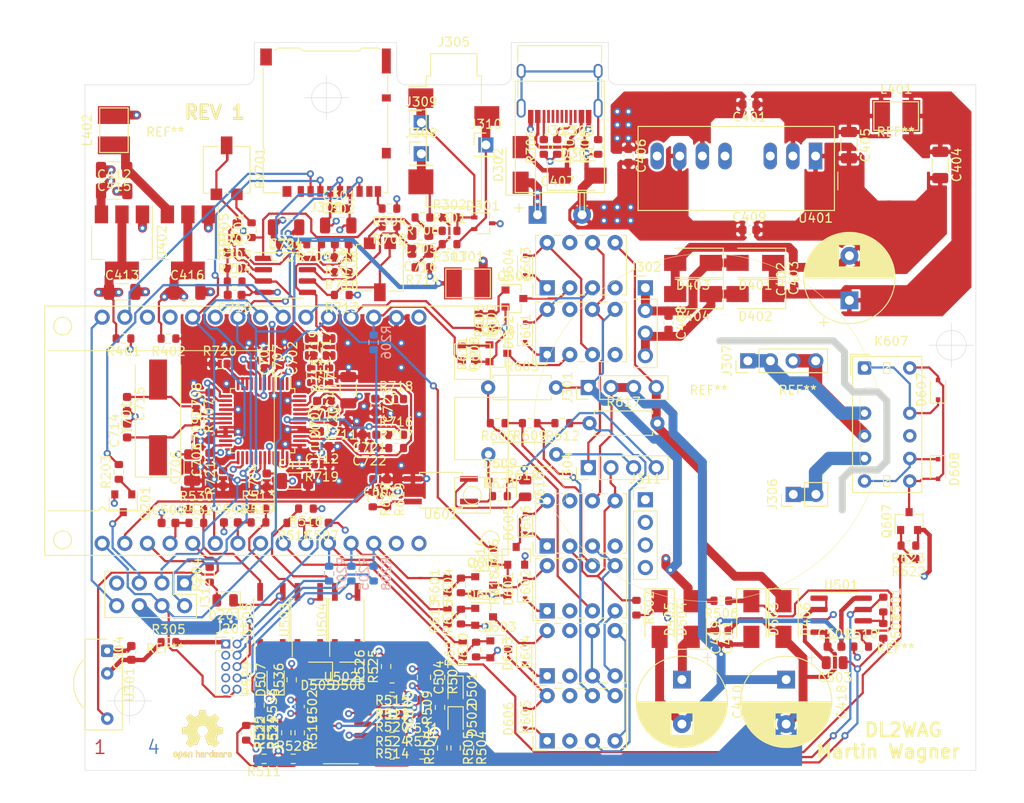
<source format=kicad_pcb>
(kicad_pcb (version 20171130) (host pcbnew 5.1.9-73d0e3b20d~88~ubuntu18.04.1)
  (layers (0 F.Cu signal) (1 In1.Cu power hide) (2 In2.Cu power hide) (31 B.Cu signal hide) (34 B.Paste user) (35 F.Paste user) (36 B.SilkS user) (37 F.SilkS user hide) (38 B.Mask user) (39 F.Mask user) (44 Edge.Cuts user))
  (net 0 "")
  (net 1 Earth)
  (net 2 +3V3)
  (net 3 "Net-(C303-Pad1)")
  (net 4 "Net-(C304-Pad1)")
  (net 5 +5V)
  (net 6 "Net-(C401-Pad1)")
  (net 7 "Net-(C402-Pad2)")
  (net 8 "Net-(C402-Pad1)")
  (net 9 SABA_6,3V_AC)
  (net 10 SABA_GND_AC)
  (net 11 +24V)
  (net 12 +1V8)
  (net 13 "Net-(C415-Pad1)")
  (net 14 +3.3VA)
  (net 15 -24V)
  (net 16 "Net-(C503-Pad2)")
  (net 17 "Net-(C503-Pad1)")
  (net 18 "/Suchlauf Messung/Phase")
  (net 19 "/Suchlauf Messung/Amplitude")
  (net 20 SABA_Suchlauf_Langsam)
  (net 21 SABA_Laufrichtung)
  (net 22 SABA_Suchlauf_Schnell)
  (net 23 SABA_HS)
  (net 24 "Net-(C705-Pad2)")
  (net 25 Audio_Links)
  (net 26 "Net-(C710-Pad2)")
  (net 27 "Net-(C714-Pad1)")
  (net 28 "Net-(C715-Pad1)")
  (net 29 "Net-(C716-Pad2)")
  (net 30 Audio_Rechts)
  (net 31 "Net-(C717-Pad2)")
  (net 32 /Audio/links)
  (net 33 "Net-(C718-Pad1)")
  (net 34 /Audio/rechts)
  (net 35 "Net-(C719-Pad1)")
  (net 36 "Net-(C720-Pad1)")
  (net 37 "Net-(C721-Pad1)")
  (net 38 "Net-(C722-Pad1)")
  (net 39 "Net-(C723-Pad1)")
  (net 40 +5VA)
  (net 41 "Net-(D201-Pad2)")
  (net 42 "Net-(D301-Pad2)")
  (net 43 "Net-(D301-Pad1)")
  (net 44 SABA_15V_AC)
  (net 45 SABA_~15V_AC)
  (net 46 "Net-(D501-Pad2)")
  (net 47 "Net-(D502-Pad2)")
  (net 48 "Net-(D503-Pad1)")
  (net 49 "Net-(D504-Pad1)")
  (net 50 "Net-(D505-Pad2)")
  (net 51 "Net-(D505-Pad1)")
  (net 52 "Net-(D506-Pad2)")
  (net 53 "Net-(D506-Pad1)")
  (net 54 "Net-(D507-Pad2)")
  (net 55 "Net-(D507-Pad1)")
  (net 56 /Fernbedienung/Relais_Suchlauf_R)
  (net 57 "Net-(D602-Pad2)")
  (net 58 /Fernbedienung/Relais_Schnelllauf)
  (net 59 "Net-(D604-Pad2)")
  (net 60 /Fernbedienung/Relais_Mute)
  (net 61 /Fernbedienung/Relais_Suchlauf_L)
  (net 62 "Net-(D607-Pad2)")
  (net 63 "Net-(D607-Pad1)")
  (net 64 "Net-(D608-Pad1)")
  (net 65 SABA_HS3)
  (net 66 "Net-(D609-Pad1)")
  (net 67 "Net-(D610-Pad2)")
  (net 68 ~RESET)
  (net 69 "Net-(J201-Pad8)")
  (net 70 "Net-(J201-Pad6)")
  (net 71 "Net-(J201-Pad4)")
  (net 72 "Net-(J201-Pad2)")
  (net 73 SPI_MISO)
  (net 74 SPI_SCK)
  (net 75 SPI_MOSI)
  (net 76 SPI_CS_SDCARD)
  (net 77 "Net-(J303-Pad9)")
  (net 78 SABA_HS2)
  (net 79 SABA_Suchlauf)
  (net 80 SABA_Lautstaerke)
  (net 81 SABA_N2)
  (net 82 SABA_230V_AC)
  (net 83 SABA_N1)
  (net 84 LCD_BL)
  (net 85 LCD_A0)
  (net 86 SPI_CS_LCD)
  (net 87 "Net-(J313-PadA5)")
  (net 88 "Net-(J313-PadB5)")
  (net 89 "Net-(J313-PadS1)")
  (net 90 /Fernbedienung/Relais_Leise)
  (net 91 "Net-(K602-Pad3)")
  (net 92 "Net-(K602-Pad4)")
  (net 93 /Fernbedienung/Suchlauf)
  (net 94 "Net-(K602-Pad6)")
  (net 95 "Net-(K604-Pad5)")
  (net 96 "Net-(K605-Pad3)")
  (net 97 "Net-(K605-Pad6)")
  (net 98 "Net-(Q201-Pad1)")
  (net 99 "Net-(Q601-Pad1)")
  (net 100 "Net-(Q602-Pad1)")
  (net 101 "Net-(Q603-Pad1)")
  (net 102 "Net-(Q604-Pad1)")
  (net 103 "Net-(Q605-Pad1)")
  (net 104 "Net-(Q606-Pad1)")
  (net 105 "Net-(Q607-Pad1)")
  (net 106 "Net-(R203-Pad2)")
  (net 107 "Net-(R204-Pad2)")
  (net 108 SABA_Suchlauf_L)
  (net 109 SABA_Schnelllauf)
  (net 110 SABA_Suchlauf_R)
  (net 111 "Net-(R501-Pad2)")
  (net 112 "Net-(R501-Pad1)")
  (net 113 "Net-(R511-Pad2)")
  (net 114 "Net-(R512-Pad2)")
  (net 115 "Net-(R513-Pad2)")
  (net 116 "Net-(R514-Pad2)")
  (net 117 "Net-(R515-Pad2)")
  (net 118 "Net-(R516-Pad2)")
  (net 119 "Net-(R527-Pad1)")
  (net 120 "Net-(R528-Pad2)")
  (net 121 "Net-(R529-Pad2)")
  (net 122 "Net-(R530-Pad2)")
  (net 123 "Net-(R531-Pad1)")
  (net 124 SABA_Laut)
  (net 125 SABA_Leise)
  (net 126 SABA_Mute)
  (net 127 "Net-(R619-Pad2)")
  (net 128 SABA_Netz)
  (net 129 "Net-(R701-Pad2)")
  (net 130 "Net-(R705-Pad2)")
  (net 131 "Net-(R708-Pad2)")
  (net 132 "Net-(R711-Pad2)")
  (net 133 "Net-(R713-Pad2)")
  (net 134 "Net-(R715-Pad1)")
  (net 135 "Net-(R716-Pad2)")
  (net 136 "Net-(R719-Pad2)")
  (net 137 "Net-(R720-Pad2)")
  (net 138 "Net-(R721-Pad2)")
  (net 139 SPI_DCS_VS1053)
  (net 140 IR_RX)
  (net 141 SPI_CS_VS1053)
  (net 142 VS1053_DREQ)
  (net 143 /Fernbedienung/Relais_Laut)
  (net 144 GND)
  (module local:CP_Radial_D10.0mm_P5.00mm_liegend (layer F.Cu) (at 150.8 77.6)
    (fp_text reference C407 (at 2.25 -3.75) (layer F.SilkS))
    (fp_text value 220u)
    (pad 1 thru_hole rect (at 0 0) (size 2 2) (drill 1) (layers *.Cu *.Mask) (net 5 +5V))
    (pad 2 thru_hole circle (at 5 0) (size 2 2) (drill 1) (layers *.Cu *.Mask) (net 144 GND))
  )
  (module local:DOIT-DEVKITV1-ESP32-WROOM-32 (layer F.Cu) (at 121.488 101.8508 90)
    (fp_text reference U201 (at -0.0492 4.402 270) (layer F.SilkS))
    (fp_text value DOIT-DEVKITV1-ESP32-WROOM-32)
    (pad 1 thru_hole oval (at 12.75 16 90) (size 1.7 1.7) (drill 1) (layers *.Cu *.Mask) (net 2 +3V3))
    (pad 2 thru_hole oval (at 12.7 13.462 90) (size 1.7 1.7) (drill 1) (layers *.Cu *.Mask) (net 144 GND))
    (pad 3 thru_hole oval (at 12.7508 10.922 90) (size 1.7 1.7) (drill 1) (layers *.Cu *.Mask) (net 125 SABA_Leise))
    (pad 4 thru_hole oval (at 12.7508 8.382 90) (size 1.7 1.7) (drill 1) (layers *.Cu *.Mask) (net 124 SABA_Laut))
    (pad 5 thru_hole oval (at 12.7508 5.842 90) (size 1.7 1.7) (drill 1) (layers *.Cu *.Mask) (net 142 VS1053_DREQ))
    (pad 6 thru_hole oval (at 12.7508 3.302 90) (size 1.7 1.7) (drill 1) (layers *.Cu *.Mask) (net 126 SABA_Mute))
    (pad 7 thru_hole oval (at 12.7508 0.762 90) (size 1.7 1.7) (drill 1) (layers *.Cu *.Mask) (net 106 "Net-(R203-Pad2)"))
    (pad 8 thru_hole oval (at 12.7508 -1.778 90) (size 1.7 1.7) (drill 1) (layers *.Cu *.Mask) (net 141 SPI_CS_VS1053))
    (pad 9 thru_hole oval (at 12.7508 -4.318 90) (size 1.7 1.7) (drill 1) (layers *.Cu *.Mask) (net 74 SPI_SCK))
    (pad 10 thru_hole oval (at 12.7508 -6.858 90) (size 1.7 1.7) (drill 1) (layers *.Cu *.Mask) (net 73 SPI_MISO))
    (pad 11 thru_hole oval (at 12.7508 -9.398 90) (size 1.7 1.7) (drill 1) (layers *.Cu *.Mask) (net 75 SPI_MOSI))
    (pad 12 thru_hole oval (at 12.7508 -11.938 90) (size 1.7 1.7) (drill 1) (layers *.Cu *.Mask))
    (pad 13 thru_hole oval (at 12.7508 -14.478 90) (size 1.7 1.7) (drill 1) (layers *.Cu *.Mask))
    (pad 14 thru_hole oval (at 12.7508 -17.018 90) (size 1.7 1.7) (drill 1) (layers *.Cu *.Mask) (net 76 SPI_CS_SDCARD))
    (pad 15 thru_hole oval (at 12.7508 -19.558 90) (size 1.7 1.7) (drill 1) (layers *.Cu *.Mask) (net 85 LCD_A0))
    (pad 16 thru_hole oval (at -12.6492 -19.558 90) (size 1.7 1.7) (drill 1) (layers *.Cu *.Mask) (net 68 ~RESET))
    (pad 17 thru_hole oval (at -12.6492 -17.018 90) (size 1.7 1.7) (drill 1) (layers *.Cu *.Mask) (net 23 SABA_HS))
    (pad 18 thru_hole oval (at -12.6492 -14.478 90) (size 1.7 1.7) (drill 1) (layers *.Cu *.Mask) (net 107 "Net-(R204-Pad2)"))
    (pad 19 thru_hole oval (at -12.6492 -11.938 90) (size 1.7 1.7) (drill 1) (layers *.Cu *.Mask) (net 22 SABA_Suchlauf_Schnell))
    (pad 20 thru_hole oval (at -12.6492 -9.398 90) (size 1.7 1.7) (drill 1) (layers *.Cu *.Mask) (net 140 IR_RX))
    (pad 21 thru_hole oval (at -12.6492 -6.858 90) (size 1.7 1.7) (drill 1) (layers *.Cu *.Mask) (net 139 SPI_DCS_VS1053))
    (pad 22 thru_hole oval (at -12.6492 -4.318 90) (size 1.7 1.7) (drill 1) (layers *.Cu *.Mask) (net 20 SABA_Suchlauf_Langsam))
    (pad 23 thru_hole oval (at -12.6492 -1.778 90) (size 1.7 1.7) (drill 1) (layers *.Cu *.Mask) (net 86 SPI_CS_LCD))
    (pad 24 thru_hole oval (at -12.6492 0.762 90) (size 1.7 1.7) (drill 1) (layers *.Cu *.Mask) (net 128 SABA_Netz))
    (pad 25 thru_hole oval (at -12.6492 3.302 90) (size 1.7 1.7) (drill 1) (layers *.Cu *.Mask) (net 21 SABA_Laufrichtung))
    (pad 26 thru_hole oval (at -12.6492 5.842 90) (size 1.7 1.7) (drill 1) (layers *.Cu *.Mask) (net 108 SABA_Suchlauf_L))
    (pad 27 thru_hole oval (at -12.6492 8.382 90) (size 1.7 1.7) (drill 1) (layers *.Cu *.Mask) (net 109 SABA_Schnelllauf))
    (pad 28 thru_hole oval (at -12.6492 10.922 90) (size 1.7 1.7) (drill 1) (layers *.Cu *.Mask) (net 110 SABA_Suchlauf_R))
    (pad 29 thru_hole oval (at -12.6492 13.462 90) (size 1.7 1.7) (drill 1) (layers *.Cu *.Mask) (net 144 GND))
    (pad 30 thru_hole oval (at -12.6492 16.002 90) (size 1.7 1.7) (drill 1) (layers *.Cu *.Mask) (net 5 +5V))
  )
  (module Connector_PinHeader_2.54mm:PinHeader_2x04_P2.54mm_Vertical (layer F.Cu) (at 111.18 118.96 270)
    (fp_text reference J312 (at 1.27 -2.33 90) (layer F.SilkS))
    (fp_text value Conn_01x08)
    (pad 8 thru_hole oval (at 2.54 7.62 270) (size 1.7 1.7) (drill 1) (layers *.Cu *.Mask) (net 85 LCD_A0))
    (pad 7 thru_hole oval (at 0 7.62 270) (size 1.7 1.7) (drill 1) (layers *.Cu *.Mask) (net 144 GND))
    (pad 6 thru_hole oval (at 2.54 5.08 270) (size 1.7 1.7) (drill 1) (layers *.Cu *.Mask) (net 5 +5V))
    (pad 5 thru_hole oval (at 0 5.08 270) (size 1.7 1.7) (drill 1) (layers *.Cu *.Mask) (net 84 LCD_BL))
    (pad 4 thru_hole oval (at 2.54 2.54 270) (size 1.7 1.7) (drill 1) (layers *.Cu *.Mask) (net 68 ~RESET))
    (pad 3 thru_hole oval (at 0 2.54 270) (size 1.7 1.7) (drill 1) (layers *.Cu *.Mask) (net 75 SPI_MOSI))
    (pad 2 thru_hole oval (at 2.54 0 270) (size 1.7 1.7) (drill 1) (layers *.Cu *.Mask) (net 74 SPI_SCK))
    (pad 1 thru_hole rect (at 0 0 270) (size 1.7 1.7) (drill 1) (layers *.Cu *.Mask) (net 86 SPI_CS_LCD))
  )
  (module Resistor_SMD:R_0603_1608Metric (layer F.Cu) (at 126.575 105.6 180)
    (fp_text reference R719 (at 0 -1.43) (layer F.SilkS))
    (fp_text value 100k)
    (pad 1 smd roundrect (at -0.825 0 180) (size 0.8 0.95) (layers F.Cu F.Paste F.Mask) (net 144 GND))
    (pad 2 smd roundrect (at 0.825 0 180) (size 0.8 0.95) (layers F.Cu F.Paste F.Mask) (net 136 "Net-(R719-Pad2)"))
  )
  (module Resistor_SMD:R_0603_1608Metric (layer F.Cu) (at 103.8 106.475 90)
    (fp_text reference R203 (at 0 -1.43 90) (layer F.SilkS))
    (fp_text value 10k)
    (pad 1 smd roundrect (at -0.825 0 90) (size 0.8 0.95) (layers F.Cu F.Paste F.Mask) (net 98 "Net-(Q201-Pad1)"))
    (pad 2 smd roundrect (at 0.825 0 90) (size 0.8 0.95) (layers F.Cu F.Paste F.Mask) (net 106 "Net-(R203-Pad2)"))
  )
  (module Package_TO_SOT_SMD:SOT-23 (layer F.Cu) (at 104.3 110 270)
    (fp_text reference Q201 (at 0 -2.5 90) (layer F.SilkS))
    (fp_text value BC856)
    (pad 1 smd rect (at -1 -0.95 270) (size 0.9 0.8) (layers F.Cu F.Paste F.Mask) (net 98 "Net-(Q201-Pad1)"))
    (pad 2 smd rect (at -1 0.95 270) (size 0.9 0.8) (layers F.Cu F.Paste F.Mask) (net 2 +3V3))
    (pad 3 smd rect (at 1 0 270) (size 0.9 0.8) (layers F.Cu F.Paste F.Mask) (net 84 LCD_BL))
  )
  (module Resistor_SMD:R_0603_1608Metric (layer F.Cu) (at 115.5 107.175 90)
    (fp_text reference R721 (at 0 -1.43 90) (layer F.SilkS))
    (fp_text value 100k)
    (pad 2 smd roundrect (at 0.825 0 90) (size 0.8 0.95) (layers F.Cu F.Paste F.Mask) (net 138 "Net-(R721-Pad2)"))
    (pad 1 smd roundrect (at -0.825 0 90) (size 0.8 0.95) (layers F.Cu F.Paste F.Mask) (net 144 GND))
  )
  (module Resistor_SMD:R_0603_1608Metric (layer F.Cu) (at 115.125 94.34)
    (fp_text reference R720 (at 0 -1.43) (layer F.SilkS))
    (fp_text value 100k)
    (pad 2 smd roundrect (at 0.825 0) (size 0.8 0.95) (layers F.Cu F.Paste F.Mask) (net 137 "Net-(R720-Pad2)"))
    (pad 1 smd roundrect (at -0.825 0) (size 0.8 0.95) (layers F.Cu F.Paste F.Mask) (net 144 GND))
  )
  (module Resistor_SMD:R_0603_1608Metric (layer F.Cu) (at 134.925 98.3)
    (fp_text reference R718 (at 0 -1.43) (layer F.SilkS))
    (fp_text value 22)
    (pad 2 smd roundrect (at 0.825 0) (size 0.8 0.95) (layers F.Cu F.Paste F.Mask) (net 132 "Net-(R711-Pad2)"))
    (pad 1 smd roundrect (at -0.825 0) (size 0.8 0.95) (layers F.Cu F.Paste F.Mask) (net 39 "Net-(C723-Pad1)"))
  )
  (module Resistor_SMD:R_0603_1608Metric (layer F.Cu) (at 134.925 102.3)
    (fp_text reference R716 (at 0 -1.43) (layer F.SilkS))
    (fp_text value 10)
    (pad 2 smd roundrect (at 0.825 0) (size 0.8 0.95) (layers F.Cu F.Paste F.Mask) (net 135 "Net-(R716-Pad2)"))
    (pad 1 smd roundrect (at -0.825 0) (size 0.8 0.95) (layers F.Cu F.Paste F.Mask) (net 37 "Net-(C721-Pad1)"))
  )
  (module Resistor_SMD:R_0603_1608Metric (layer F.Cu) (at 127.4 95.625 90)
    (fp_text reference R715 (at 0 -1.43 90) (layer F.SilkS))
    (fp_text value 100)
    (pad 2 smd roundrect (at 0.825 0 90) (size 0.8 0.95) (layers F.Cu F.Paste F.Mask) (net 35 "Net-(C719-Pad1)"))
    (pad 1 smd roundrect (at -0.825 0 90) (size 0.8 0.95) (layers F.Cu F.Paste F.Mask) (net 134 "Net-(R715-Pad1)"))
  )
  (module Resistor_SMD:R_0603_1608Metric (layer F.Cu) (at 125.4 95.625 270)
    (fp_text reference R711 (at 0 -1.43 90) (layer F.SilkS))
    (fp_text value 100)
    (pad 2 smd roundrect (at 0.825 0 270) (size 0.8 0.95) (layers F.Cu F.Paste F.Mask) (net 132 "Net-(R711-Pad2)"))
    (pad 1 smd roundrect (at -0.825 0 270) (size 0.8 0.95) (layers F.Cu F.Paste F.Mask) (net 31 "Net-(C717-Pad2)"))
  )
  (module Resistor_SMD:R_0603_1608Metric (layer F.Cu) (at 112.48 100.18 270)
    (fp_text reference R707 (at 0 -1.43 90) (layer F.SilkS))
    (fp_text value 1M)
    (pad 2 smd roundrect (at 0.825 0 270) (size 0.8 0.95) (layers F.Cu F.Paste F.Mask) (net 27 "Net-(C714-Pad1)"))
    (pad 1 smd roundrect (at -0.825 0 270) (size 0.8 0.95) (layers F.Cu F.Paste F.Mask) (net 28 "Net-(C715-Pad1)"))
  )
  (module Capacitor_SMD:C_0603_1608Metric (layer F.Cu) (at 132.6 99.025 270)
    (fp_text reference C723 (at 0 -1.43 90) (layer F.SilkS))
    (fp_text value 10n)
    (pad 2 smd roundrect (at 0.775 0 270) (size 0.9 0.95) (layers F.Cu F.Paste F.Mask) (net 144 GND))
    (pad 1 smd roundrect (at -0.775 0 270) (size 0.9 0.95) (layers F.Cu F.Paste F.Mask) (net 39 "Net-(C723-Pad1)"))
  )
  (module Capacitor_SMD:C_0603_1608Metric (layer F.Cu) (at 131.925 103.8 180)
    (fp_text reference C722 (at 0 -1.43) (layer F.SilkS))
    (fp_text value 10n)
    (pad 2 smd roundrect (at 0.775 0 180) (size 0.9 0.95) (layers F.Cu F.Paste F.Mask) (net 144 GND))
    (pad 1 smd roundrect (at -0.775 0 180) (size 0.9 0.95) (layers F.Cu F.Paste F.Mask) (net 38 "Net-(C722-Pad1)"))
  )
  (module Capacitor_SMD:C_0603_1608Metric (layer F.Cu) (at 131.925 102.3 180)
    (fp_text reference C721 (at 0 -1.43) (layer F.SilkS))
    (fp_text value 47n)
    (pad 2 smd roundrect (at 0.775 0 180) (size 0.9 0.95) (layers F.Cu F.Paste F.Mask) (net 144 GND))
    (pad 1 smd roundrect (at -0.775 0 180) (size 0.9 0.95) (layers F.Cu F.Paste F.Mask) (net 37 "Net-(C721-Pad1)"))
  )
  (module Capacitor_SMD:C_0805_2012Metric (layer F.Cu) (at 126.105 100.98 270)
    (fp_text reference C720 (at 0 -1.68 90) (layer F.SilkS))
    (fp_text value 1u)
    (pad 2 smd roundrect (at 0.95 0 270) (size 1 1.45) (layers F.Cu F.Paste F.Mask) (net 144 GND))
    (pad 1 smd roundrect (at -0.95 0 270) (size 1 1.45) (layers F.Cu F.Paste F.Mask) (net 36 "Net-(C720-Pad1)"))
  )
  (module Capacitor_SMD:C_0805_2012Metric (layer F.Cu) (at 127.4 92.45 90)
    (fp_text reference C719 (at 0 -1.68 90) (layer F.SilkS))
    (fp_text value 1u)
    (pad 2 smd roundrect (at 0.95 0 90) (size 1 1.45) (layers F.Cu F.Paste F.Mask) (net 34 /Audio/rechts))
    (pad 1 smd roundrect (at -0.95 0 90) (size 1 1.45) (layers F.Cu F.Paste F.Mask) (net 35 "Net-(C719-Pad1)"))
  )
  (module Capacitor_SMD:C_0805_2012Metric (layer F.Cu) (at 125.4 92.45 270)
    (fp_text reference C717 (at 0 -1.68 90) (layer F.SilkS))
    (fp_text value 1u)
    (pad 2 smd roundrect (at 0.95 0 270) (size 1 1.45) (layers F.Cu F.Paste F.Mask) (net 31 "Net-(C717-Pad2)"))
    (pad 1 smd roundrect (at -0.95 0 270) (size 1 1.45) (layers F.Cu F.Paste F.Mask) (net 32 /Audio/links))
  )
  (module Capacitor_SMD:C_0603_1608Metric (layer F.Cu) (at 104.73 98.83 270)
    (fp_text reference C715 (at 0 -1.43 90) (layer F.SilkS))
    (fp_text value 22p)
    (pad 1 smd roundrect (at -0.775 0 270) (size 0.9 0.95) (layers F.Cu F.Paste F.Mask) (net 28 "Net-(C715-Pad1)"))
    (pad 2 smd roundrect (at 0.775 0 270) (size 0.9 0.95) (layers F.Cu F.Paste F.Mask) (net 144 GND))
  )
  (module Capacitor_SMD:C_0603_1608Metric (layer F.Cu) (at 104.73 101.83 90)
    (fp_text reference C714 (at 0 -1.43 90) (layer F.SilkS))
    (fp_text value 22p)
    (pad 1 smd roundrect (at -0.775 0 90) (size 0.9 0.95) (layers F.Cu F.Paste F.Mask) (net 27 "Net-(C714-Pad1)"))
    (pad 2 smd roundrect (at 0.775 0 90) (size 0.9 0.95) (layers F.Cu F.Paste F.Mask) (net 144 GND))
  )
  (module Capacitor_SMD:C_0603_1608Metric (layer F.Cu) (at 126.83 98.505 180)
    (fp_text reference C713 (at 0 -1.43) (layer F.SilkS))
    (fp_text value 100n)
    (pad 2 smd roundrect (at 0.775 0 180) (size 0.9 0.95) (layers F.Cu F.Paste F.Mask) (net 14 +3.3VA))
    (pad 1 smd roundrect (at -0.775 0 180) (size 0.9 0.95) (layers F.Cu F.Paste F.Mask) (net 144 GND))
  )
  (module Capacitor_SMD:C_0603_1608Metric (layer F.Cu) (at 126.605 103.58 180)
    (fp_text reference C712 (at 0 -1.43) (layer F.SilkS))
    (fp_text value 100n)
    (pad 2 smd roundrect (at 0.775 0 180) (size 0.9 0.95) (layers F.Cu F.Paste F.Mask) (net 14 +3.3VA))
    (pad 1 smd roundrect (at -0.775 0 180) (size 0.9 0.95) (layers F.Cu F.Paste F.Mask) (net 144 GND))
  )
  (module Capacitor_SMD:C_0603_1608Metric (layer F.Cu) (at 128.655 100.88 180)
    (fp_text reference C711 (at 0 -1.43) (layer F.SilkS))
    (fp_text value 100n)
    (pad 2 smd roundrect (at 0.775 0 180) (size 0.9 0.95) (layers F.Cu F.Paste F.Mask) (net 14 +3.3VA))
    (pad 1 smd roundrect (at -0.775 0 180) (size 0.9 0.95) (layers F.Cu F.Paste F.Mask) (net 144 GND))
  )
  (module Capacitor_SMD:C_0603_1608Metric (layer F.Cu) (at 113.98 102.13 90)
    (fp_text reference C709 (at 0 -1.43 90) (layer F.SilkS))
    (fp_text value 100n)
    (pad 2 smd roundrect (at 0.775 0 90) (size 0.9 0.95) (layers F.Cu F.Paste F.Mask) (net 2 +3V3))
    (pad 1 smd roundrect (at -0.775 0 90) (size 0.9 0.95) (layers F.Cu F.Paste F.Mask) (net 144 GND))
  )
  (module Capacitor_SMD:C_0603_1608Metric (layer F.Cu) (at 113.98 98.33 90)
    (fp_text reference C708 (at 0 -1.43 90) (layer F.SilkS))
    (fp_text value 100n)
    (pad 2 smd roundrect (at 0.775 0 90) (size 0.9 0.95) (layers F.Cu F.Paste F.Mask) (net 2 +3V3))
    (pad 1 smd roundrect (at -0.775 0 90) (size 0.9 0.95) (layers F.Cu F.Paste F.Mask) (net 144 GND))
  )
  (module Capacitor_SMD:C_0603_1608Metric (layer F.Cu) (at 120.18 94.03 270)
    (fp_text reference C707 (at 0 -1.43 90) (layer F.SilkS))
    (fp_text value 100n)
    (pad 2 smd roundrect (at 0.775 0 270) (size 0.9 0.95) (layers F.Cu F.Paste F.Mask) (net 2 +3V3))
    (pad 1 smd roundrect (at -0.775 0 270) (size 0.9 0.95) (layers F.Cu F.Paste F.Mask) (net 144 GND))
  )
  (module Capacitor_SMD:C_1206_3216Metric (layer F.Cu) (at 112.03 105.98 90)
    (fp_text reference C706 (at 0 -1.85 90) (layer F.SilkS))
    (fp_text value 10u)
    (pad 2 smd roundrect (at 1.475 0 90) (size 1.15 1.8) (layers F.Cu F.Paste F.Mask) (roundrect_rratio 0.217391) (net 2 +3V3))
    (pad 1 smd roundrect (at -1.475 0 90) (size 1.15 1.8) (layers F.Cu F.Paste F.Mask) (roundrect_rratio 0.217391) (net 144 GND))
  )
  (module Capacitor_SMD:C_0603_1608Metric (layer F.Cu) (at 120.4 107.43 90)
    (fp_text reference C704 (at 0 -1.43 90) (layer F.SilkS))
    (fp_text value 100n)
    (pad 2 smd roundrect (at 0.775 0 90) (size 0.9 0.95) (layers F.Cu F.Paste F.Mask) (net 12 +1V8))
    (pad 1 smd roundrect (at -0.775 0 90) (size 0.9 0.95) (layers F.Cu F.Paste F.Mask) (net 144 GND))
  )
  (module Capacitor_SMD:C_0603_1608Metric (layer F.Cu) (at 113.98 105.13 90)
    (fp_text reference C703 (at 0 -1.43 90) (layer F.SilkS))
    (fp_text value 100n)
    (pad 2 smd roundrect (at 0.775 0 90) (size 0.9 0.95) (layers F.Cu F.Paste F.Mask) (net 12 +1V8))
    (pad 1 smd roundrect (at -0.775 0 90) (size 0.9 0.95) (layers F.Cu F.Paste F.Mask) (net 144 GND))
  )
  (module Capacitor_SMD:C_0603_1608Metric (layer F.Cu) (at 121.88 93.7 270)
    (fp_text reference C702 (at 0 -1.43 90) (layer F.SilkS))
    (fp_text value 100n)
    (pad 2 smd roundrect (at 0.775 0 270) (size 0.9 0.95) (layers F.Cu F.Paste F.Mask) (net 12 +1V8))
    (pad 1 smd roundrect (at -0.775 0 270) (size 0.9 0.95) (layers F.Cu F.Paste F.Mask) (net 144 GND))
  )
  (module Capacitor_SMD:C_0603_1608Metric (layer F.Cu) (at 118.705 93.73 270)
    (fp_text reference C701 (at 0 -1.43 90) (layer F.SilkS))
    (fp_text value 100n)
    (pad 2 smd roundrect (at 0.775 0 270) (size 0.9 0.95) (layers F.Cu F.Paste F.Mask) (net 12 +1V8))
    (pad 1 smd roundrect (at -0.775 0 270) (size 0.9 0.95) (layers F.Cu F.Paste F.Mask) (net 144 GND))
  )
  (module Capacitor_SMD:C_1206_3216Metric (layer F.Cu) (at 129.555 97.3 90)
    (fp_text reference C417 (at 0 -1.85 90) (layer F.SilkS))
    (fp_text value 10u)
    (pad 2 smd roundrect (at 1.475 0 90) (size 1.15 1.8) (layers F.Cu F.Paste F.Mask) (roundrect_rratio 0.217391) (net 144 GND))
    (pad 1 smd roundrect (at -1.475 0 90) (size 1.15 1.8) (layers F.Cu F.Paste F.Mask) (roundrect_rratio 0.217391) (net 14 +3.3VA))
  )
  (module Resistor_SMD:R_0603_1608Metric (layer F.Cu) (at 134.925 103.8)
    (fp_text reference R717 (at 0 -1.43) (layer F.SilkS))
    (fp_text value 22)
    (pad 2 smd roundrect (at 0.825 0) (size 0.8 0.95) (layers F.Cu F.Paste F.Mask) (net 134 "Net-(R715-Pad1)"))
    (pad 1 smd roundrect (at -0.825 0) (size 0.8 0.95) (layers F.Cu F.Paste F.Mask) (net 38 "Net-(C722-Pad1)"))
  )
  (module Package_QFP:LQFP-48_7x7mm_P0.5mm (layer F.Cu) (at 119.94 100.725 270)
    (fp_text reference U702 (at 0 -5.85 90) (layer F.SilkS))
    (fp_text value VS1053)
    (pad 1 smd roundrect (at -4.1625 -2.75 270) (size 1.475 0.3) (layers F.Cu F.Paste F.Mask))
    (pad 2 smd roundrect (at -4.1625 -2.25 270) (size 1.475 0.3) (layers F.Cu F.Paste F.Mask))
    (pad 3 smd roundrect (at -4.1625 -1.75 270) (size 1.475 0.3) (layers F.Cu F.Paste F.Mask) (net 68 ~RESET))
    (pad 4 smd roundrect (at -4.1625 -1.25 270) (size 1.475 0.3) (layers F.Cu F.Paste F.Mask) (net 144 GND))
    (pad 5 smd roundrect (at -4.1625 -0.75 270) (size 1.475 0.3) (layers F.Cu F.Paste F.Mask) (net 12 +1V8))
    (pad 6 smd roundrect (at -4.1625 -0.25 270) (size 1.475 0.3) (layers F.Cu F.Paste F.Mask) (net 2 +3V3))
    (pad 7 smd roundrect (at -4.1625 0.25 270) (size 1.475 0.3) (layers F.Cu F.Paste F.Mask) (net 12 +1V8))
    (pad 8 smd roundrect (at -4.1625 0.75 270) (size 1.475 0.3) (layers F.Cu F.Paste F.Mask) (net 142 VS1053_DREQ))
    (pad 9 smd roundrect (at -4.1625 1.25 270) (size 1.475 0.3) (layers F.Cu F.Paste F.Mask) (net 137 "Net-(R720-Pad2)"))
    (pad 10 smd roundrect (at -4.1625 1.75 270) (size 1.475 0.3) (layers F.Cu F.Paste F.Mask) (net 137 "Net-(R720-Pad2)"))
    (pad 11 smd roundrect (at -4.1625 2.25 270) (size 1.475 0.3) (layers F.Cu F.Paste F.Mask) (net 137 "Net-(R720-Pad2)"))
    (pad 12 smd roundrect (at -4.1625 2.75 270) (size 1.475 0.3) (layers F.Cu F.Paste F.Mask) (net 137 "Net-(R720-Pad2)"))
    (pad 13 smd roundrect (at -2.75 4.1625 270) (size 0.3 1.475) (layers F.Cu F.Paste F.Mask) (net 139 SPI_DCS_VS1053))
    (pad 14 smd roundrect (at -2.25 4.1625 270) (size 0.3 1.475) (layers F.Cu F.Paste F.Mask) (net 2 +3V3))
    (pad 15 smd roundrect (at -1.75 4.1625 270) (size 0.3 1.475) (layers F.Cu F.Paste F.Mask))
    (pad 16 smd roundrect (at -1.25 4.1625 270) (size 0.3 1.475) (layers F.Cu F.Paste F.Mask) (net 144 GND))
    (pad 17 smd roundrect (at -0.75 4.1625 270) (size 0.3 1.475) (layers F.Cu F.Paste F.Mask) (net 28 "Net-(C715-Pad1)"))
    (pad 18 smd roundrect (at -0.25 4.1625 270) (size 0.3 1.475) (layers F.Cu F.Paste F.Mask) (net 27 "Net-(C714-Pad1)"))
    (pad 19 smd roundrect (at 0.25 4.1625 270) (size 0.3 1.475) (layers F.Cu F.Paste F.Mask) (net 2 +3V3))
    (pad 20 smd roundrect (at 0.75 4.1625 270) (size 0.3 1.475) (layers F.Cu F.Paste F.Mask) (net 144 GND))
    (pad 21 smd roundrect (at 1.25 4.1625 270) (size 0.3 1.475) (layers F.Cu F.Paste F.Mask) (net 144 GND))
    (pad 22 smd roundrect (at 1.75 4.1625 270) (size 0.3 1.475) (layers F.Cu F.Paste F.Mask) (net 144 GND))
    (pad 23 smd roundrect (at 2.25 4.1625 270) (size 0.3 1.475) (layers F.Cu F.Paste F.Mask) (net 141 SPI_CS_VS1053))
    (pad 24 smd roundrect (at 2.75 4.1625 270) (size 0.3 1.475) (layers F.Cu F.Paste F.Mask) (net 12 +1V8))
    (pad 25 smd roundrect (at 4.1625 2.75 270) (size 1.475 0.3) (layers F.Cu F.Paste F.Mask) (net 138 "Net-(R721-Pad2)"))
    (pad 26 smd roundrect (at 4.1625 2.25 270) (size 1.475 0.3) (layers F.Cu F.Paste F.Mask) (net 2 +3V3))
    (pad 27 smd roundrect (at 4.1625 1.75 270) (size 1.475 0.3) (layers F.Cu F.Paste F.Mask))
    (pad 28 smd roundrect (at 4.1625 1.25 270) (size 1.475 0.3) (layers F.Cu F.Paste F.Mask) (net 74 SPI_SCK))
    (pad 29 smd roundrect (at 4.1625 0.75 270) (size 1.475 0.3) (layers F.Cu F.Paste F.Mask) (net 75 SPI_MOSI))
    (pad 30 smd roundrect (at 4.1625 0.25 270) (size 1.475 0.3) (layers F.Cu F.Paste F.Mask) (net 73 SPI_MISO))
    (pad 31 smd roundrect (at 4.1625 -0.25 270) (size 1.475 0.3) (layers F.Cu F.Paste F.Mask) (net 12 +1V8))
    (pad 32 smd roundrect (at 4.1625 -0.75 270) (size 1.475 0.3) (layers F.Cu F.Paste F.Mask) (net 2 +3V3))
    (pad 33 smd roundrect (at 4.1625 -1.25 270) (size 1.475 0.3) (layers F.Cu F.Paste F.Mask) (net 136 "Net-(R719-Pad2)"))
    (pad 34 smd roundrect (at 4.1625 -1.75 270) (size 1.475 0.3) (layers F.Cu F.Paste F.Mask) (net 136 "Net-(R719-Pad2)"))
    (pad 35 smd roundrect (at 4.1625 -2.25 270) (size 1.475 0.3) (layers F.Cu F.Paste F.Mask) (net 144 GND))
    (pad 36 smd roundrect (at 4.1625 -2.75 270) (size 1.475 0.3) (layers F.Cu F.Paste F.Mask) (net 136 "Net-(R719-Pad2)"))
    (pad 37 smd roundrect (at 2.75 -4.1625 270) (size 0.3 1.475) (layers F.Cu F.Paste F.Mask) (net 144 GND))
    (pad 38 smd roundrect (at 2.25 -4.1625 270) (size 0.3 1.475) (layers F.Cu F.Paste F.Mask) (net 14 +3.3VA))
    (pad 39 smd roundrect (at 1.75 -4.1625 270) (size 0.3 1.475) (layers F.Cu F.Paste F.Mask) (net 134 "Net-(R715-Pad1)"))
    (pad 40 smd roundrect (at 1.25 -4.1625 270) (size 0.3 1.475) (layers F.Cu F.Paste F.Mask) (net 144 GND))
    (pad 41 smd roundrect (at 0.75 -4.1625 270) (size 0.3 1.475) (layers F.Cu F.Paste F.Mask) (net 144 GND))
    (pad 42 smd roundrect (at 0.25 -4.1625 270) (size 0.3 1.475) (layers F.Cu F.Paste F.Mask) (net 135 "Net-(R716-Pad2)"))
    (pad 43 smd roundrect (at -0.25 -4.1625 270) (size 0.3 1.475) (layers F.Cu F.Paste F.Mask) (net 14 +3.3VA))
    (pad 44 smd roundrect (at -0.75 -4.1625 270) (size 0.3 1.475) (layers F.Cu F.Paste F.Mask) (net 36 "Net-(C720-Pad1)"))
    (pad 45 smd roundrect (at -1.25 -4.1625 270) (size 0.3 1.475) (layers F.Cu F.Paste F.Mask) (net 14 +3.3VA))
    (pad 46 smd roundrect (at -1.75 -4.1625 270) (size 0.3 1.475) (layers F.Cu F.Paste F.Mask) (net 132 "Net-(R711-Pad2)"))
    (pad 47 smd roundrect (at -2.25 -4.1625 270) (size 0.3 1.475) (layers F.Cu F.Paste F.Mask) (net 144 GND))
    (pad 48 smd roundrect (at -2.75 -4.1625 270) (size 0.3 1.475) (layers F.Cu F.Paste F.Mask))
  )
  (module Crystal:Crystal_SMD_HC49-SD (layer F.Cu) (at 108.2 100.355 90)
    (fp_text reference Y701 (at 0 -3.55 90) (layer F.SilkS))
    (fp_text value 12,288MHz)
    (pad 1 smd rect (at -4.25 0 90) (size 4.5 2) (layers F.Cu F.Paste F.Mask) (net 27 "Net-(C714-Pad1)"))
    (pad 2 smd rect (at 4.25 0 90) (size 4.5 2) (layers F.Cu F.Paste F.Mask) (net 28 "Net-(C715-Pad1)"))
  )
  (module Package_SO:SOIC-8_3.9x4.9mm_P1.27mm (layer F.Cu) (at 184.875 122.565)
    (fp_text reference U501 (at 0 -3.4) (layer F.SilkS))
    (fp_text value ADA4522-2)
    (pad 8 smd roundrect (at 2.475 -1.905) (size 1.95 0.6) (layers F.Cu F.Paste F.Mask) (net 11 +24V))
    (pad 7 smd roundrect (at 2.475 -0.635) (size 1.95 0.6) (layers F.Cu F.Paste F.Mask) (net 112 "Net-(R501-Pad1)"))
    (pad 6 smd roundrect (at 2.475 0.635) (size 1.95 0.6) (layers F.Cu F.Paste F.Mask) (net 111 "Net-(R501-Pad2)"))
    (pad 5 smd roundrect (at 2.475 1.905) (size 1.95 0.6) (layers F.Cu F.Paste F.Mask) (net 48 "Net-(D503-Pad1)"))
    (pad 4 smd roundrect (at -2.475 1.905) (size 1.95 0.6) (layers F.Cu F.Paste F.Mask) (net 15 -24V))
    (pad 3 smd roundrect (at -2.475 0.635) (size 1.95 0.6) (layers F.Cu F.Paste F.Mask) (net 49 "Net-(D504-Pad1)"))
    (pad 2 smd roundrect (at -2.475 -0.635) (size 1.95 0.6) (layers F.Cu F.Paste F.Mask) (net 16 "Net-(C503-Pad2)"))
    (pad 1 smd roundrect (at -2.475 -1.905) (size 1.95 0.6) (layers F.Cu F.Paste F.Mask) (net 16 "Net-(C503-Pad2)"))
  )
  (module Capacitor_THT:CP_Radial_D10.0mm_P5.00mm (layer F.Cu) (at 178.7 129.8 270)
    (fp_text reference C418 (at 2.5 -6.25 90) (layer F.SilkS))
    (fp_text value 220u)
    (pad 2 thru_hole circle (at 5 0 270) (size 2 2) (drill 1) (layers *.Cu *.Mask) (net 15 -24V))
    (pad 1 thru_hole rect (at 0 0 270) (size 2 2) (drill 1) (layers *.Cu *.Mask) (net 10 SABA_GND_AC))
  )
  (module Diode_SMD:D_SMA (layer F.Cu) (at 174.8 123 270)
    (fp_text reference D503 (at 0 -2.5 90) (layer F.SilkS))
    (fp_text value SMAJ33CA)
    (pad 2 smd rect (at 2 0 270) (size 2.5 1.8) (layers F.Cu F.Paste F.Mask) (net 10 SABA_GND_AC))
    (pad 1 smd rect (at -2 0 270) (size 2.5 1.8) (layers F.Cu F.Paste F.Mask) (net 48 "Net-(D503-Pad1)"))
  )
  (module Package_SO:SO-4_4.4x3.6mm_P2.54mm (layer F.Cu) (at 120.93 123.1 90)
    (fp_text reference U505 (at 0 -2.7 90) (layer F.SilkS))
    (fp_text value LTV-357T)
    (pad 4 smd rect (at 3.15 -1.27 90) (size 2 0.64) (layers F.Cu F.Paste F.Mask) (net 122 "Net-(R530-Pad2)"))
    (pad 3 smd rect (at 3.15 1.27 90) (size 2 0.64) (layers F.Cu F.Paste F.Mask) (net 144 GND))
    (pad 2 smd rect (at -3.15 1.27 90) (size 2 0.64) (layers F.Cu F.Paste F.Mask) (net 54 "Net-(D507-Pad2)"))
    (pad 1 smd rect (at -3.15 -1.27 90) (size 2 0.64) (layers F.Cu F.Paste F.Mask) (net 121 "Net-(R529-Pad2)"))
  )
  (module Symbol:OSHW-Logo2_7.3x6mm_SilkScreen (layer F.Cu) (at 113.2 136)
    (fp_text reference REF** hide)
    (fp_text value OSHW-Logo2_7.3x6mm_SilkScreen hide)
  )
  (module Symbol:OSHW-Logo2_7.3x6mm_Copper (layer F.Cu) (at 113.2 136)
    (fp_text reference REF** hide)
    (fp_text value OSHW-Logo2_7.3x6mm_Copper hide)
    (fp_poly (pts (xy -2.400256 1.919918) (xy -2.344799 1.947568) (xy -2.295852 1.99848) (xy -2.282371 2.017338) (xy -2.267686 2.042015) (xy -2.258158 2.068816) (xy -2.252707 2.104587) (xy -2.250253 2.156169) (xy -2.249714 2.224267) (xy -2.252148 2.317588) (xy -2.260606 2.387657) (xy -2.276826 2.439931) (xy -2.302546 2.479869) (xy -2.339503 2.512929) (xy -2.342218 2.514886) (xy -2.37864 2.534908) (xy -2.422498 2.544815) (xy -2.478276 2.547257) (xy -2.568952 2.547257) (xy -2.56899 2.635283) (xy -2.569834 2.684308) (xy -2.574976 2.713065) (xy -2.588413 2.730311) (xy -2.614142 2.744808) (xy -2.620321 2.747769) (xy -2.649236 2.761648) (xy -2.671624 2.770414) (xy -2.688271 2.771171) (xy -2.699964 2.761023) (xy -2.70749 2.737073) (xy -2.711634 2.696426) (xy -2.713185 2.636186) (xy -2.712929 2.553455) (xy -2.711651 2.445339) (xy -2.711252 2.413) (xy -2.709815 2.301524) (xy -2.708528 2.228603) (xy -2.569029 2.228603) (xy -2.568245 2.290499) (xy -2.56476 2.330997) (xy -2.556876 2.357708) (xy -2.542895 2.378244) (xy -2.533403 2.38826) (xy -2.494596 2.417567) (xy -2.460237 2.419952) (xy -2.424784 2.39575) (xy -2.423886 2.394857) (xy -2.409461 2.376153) (xy -2.400687 2.350732) (xy -2.396261 2.311584) (xy -2.394882 2.251697) (xy -2.394857 2.23843) (xy -2.398188 2.155901) (xy -2.409031 2.098691) (xy -2.42866 2.063766) (xy -2.45835 2.048094) (xy -2.475509 2.046514) (xy -2.516234 2.053926) (xy -2.544168 2.07833) (xy -2.560983 2.12298) (xy -2.56835 2.19113) (xy -2.569029 2.228603) (xy -2.708528 2.228603) (xy -2.708292 2.215245) (xy -2.706323 2.150333) (xy -2.70355 2.102958) (xy -2.699612 2.06929) (xy -2.694151 2.045498) (xy -2.686808 2.027753) (xy -2.677223 2.012224) (xy -2.673113 2.006381) (xy -2.618595 1.951185) (xy -2.549664 1.91989) (xy -2.469928 1.911165) (xy -2.400256 1.919918)) (layer F.Cu) (width 0.01))
    (fp_poly (pts (xy -1.283907 1.92778) (xy -1.237328 1.954723) (xy -1.204943 1.981466) (xy -1.181258 2.009484) (xy -1.164941 2.043748) (xy -1.154661 2.089227) (xy -1.149086 2.150892) (xy -1.146884 2.233711) (xy -1.146629 2.293246) (xy -1.146629 2.512391) (xy -1.208314 2.540044) (xy -1.27 2.567697) (xy -1.277257 2.32767) (xy -1.280256 2.238028) (xy -1.283402 2.172962) (xy -1.287299 2.128026) (xy -1.292553 2.09877) (xy -1.299769 2.080748) (xy -1.30955 2.069511) (xy -1.312688 2.067079) (xy -1.360239 2.048083) (xy -1.408303 2.0556) (xy -1.436914 2.075543) (xy -1.448553 2.089675) (xy -1.456609 2.10822) (xy -1.461729 2.136334) (xy -1.464559 2.179173) (xy -1.465744 2.241895) (xy -1.465943 2.307261) (xy -1.465982 2.389268) (xy -1.467386 2.447316) (xy -1.472086 2.486465) (xy -1.482013 2.51178) (xy -1.499097 2.528323) (xy -1.525268 2.541156) (xy -1.560225 2.554491) (xy -1.598404 2.569007) (xy -1.593859 2.311389) (xy -1.592029 2.218519) (xy -1.589888 2.149889) (xy -1.586819 2.100711) (xy -1.582206 2.066198) (xy -1.575432 2.041562) (xy -1.565881 2.022016) (xy -1.554366 2.00477) (xy -1.49881 1.94968) (xy -1.43102 1.917822) (xy -1.357287 1.910191) (xy -1.283907 1.92778)) (layer F.Cu) (width 0.01))
    (fp_poly (pts (xy -2.958885 1.921962) (xy -2.890855 1.957733) (xy -2.840649 2.015301) (xy -2.822815 2.052312) (xy -2.808937 2.107882) (xy -2.801833 2.178096) (xy -2.80116 2.254727) (xy -2.806573 2.329552) (xy -2.81773 2.394342) (xy -2.834286 2.440873) (xy -2.839374 2.448887) (xy -2.899645 2.508707) (xy -2.971231 2.544535) (xy -3.048908 2.55502) (xy -3.127452 2.53881) (xy -3.149311 2.529092) (xy -3.191878 2.499143) (xy -3.229237 2.459433) (xy -3.232768 2.454397) (xy -3.247119 2.430124) (xy -3.256606 2.404178) (xy -3.26221 2.370022) (xy -3.264914 2.321119) (xy -3.265701 2.250935) (xy -3.265714 2.2352) (xy -3.265678 2.230192) (xy -3.120571 2.230192) (xy -3.119727 2.29643) (xy -3.116404 2.340386) (xy -3.109417 2.368779) (xy -3.097584 2.388325) (xy -3.091543 2.394857) (xy -3.056814 2.41968) (xy -3.023097 2.418548) (xy -2.989005 2.397016) (xy -2.968671 2.374029) (xy -2.956629 2.340478) (xy -2.949866 2.287569) (xy -2.949402 2.281399) (xy -2.948248 2.185513) (xy -2.960312 2.114299) (xy -2.98543 2.068194) (xy -3.02344 2.047635) (xy -3.037008 2.046514) (xy -3.072636 2.052152) (xy -3.097006 2.071686) (xy -3.111907 2.109042) (xy -3.119125 2.16815) (xy -3.120571 2.230192) (xy -3.265678 2.230192) (xy -3.265174 2.160413) (xy -3.262904 2.108159) (xy -3.257932 2.071949) (xy -3.249287 2.045299) (xy -3.235995 2.021722) (xy -3.233057 2.017338) (xy -3.183687 1.958249) (xy -3.129891 1.923947) (xy -3.064398 1.910331) (xy -3.042158 1.909665) (xy -2.958885 1.921962)) (layer F.Cu) (width 0.01))
    (fp_poly (pts (xy -1.831697 1.931239) (xy -1.774473 1.969735) (xy -1.730251 2.025335) (xy -1.703833 2.096086) (xy -1.69849 2.148162) (xy -1.699097 2.169893) (xy -1.704178 2.186531) (xy -1.718145 2.201437) (xy -1.745411 2.217973) (xy -1.790388 2.239498) (xy -1.857489 2.269374) (xy -1.857829 2.269524) (xy -1.919593 2.297813) (xy -1.970241 2.322933) (xy -2.004596 2.342179) (xy -2.017482 2.352848) (xy -2.017486 2.352934) (xy -2.006128 2.376166) (xy -1.979569 2.401774) (xy -1.949077 2.420221) (xy -1.93363 2.423886) (xy -1.891485 2.411212) (xy -1.855192 2.379471) (xy -1.837483 2.344572) (xy -1.820448 2.318845) (xy -1.787078 2.289546) (xy -1.747851 2.264235) (xy -1.713244 2.250471) (xy -1.706007 2.249714) (xy -1.697861 2.26216) (xy -1.69737 2.293972) (xy -1.703357 2.336866) (xy -1.714643 2.382558) (xy -1.73005 2.422761) (xy -1.730829 2.424322) (xy -1.777196 2.489062) (xy -1.837289 2.533097) (xy -1.905535 2.554711) (xy -1.976362 2.552185) (xy -2.044196 2.523804) (xy -2.047212 2.521808) (xy -2.100573 2.473448) (xy -2.13566 2.410352) (xy -2.155078 2.327387) (xy -2.157684 2.304078) (xy -2.162299 2.194055) (xy -2.156767 2.142748) (xy -2.017486 2.142748) (xy -2.015676 2.174753) (xy -2.005778 2.184093) (xy -1.981102 2.177105) (xy -1.942205 2.160587) (xy -1.898725 2.139881) (xy -1.897644 2.139333) (xy -1.860791 2.119949) (xy -1.846 2.107013) (xy -1.849647 2.093451) (xy -1.865005 2.075632) (xy -1.904077 2.049845) (xy -1.946154 2.04795) (xy -1.983897 2.066717) (xy -2.009966 2.102915) (xy -2.017486 2.142748) (xy -2.156767 2.142748) (xy -2.152806 2.106027) (xy -2.12845 2.036212) (xy -2.094544 1.987302) (xy -2.033347 1.937878) (xy -1.965937 1.913359) (xy -1.89712 1.911797) (xy -1.831697 1.931239)) (layer F.Cu) (width 0.01))
    (fp_poly (pts (xy -0.624114 1.851289) (xy -0.619861 1.910613) (xy -0.614975 1.945572) (xy -0.608205 1.96082) (xy -0.598298 1.961015) (xy -0.595086 1.959195) (xy -0.552356 1.946015) (xy -0.496773 1.946785) (xy -0.440263 1.960333) (xy -0.404918 1.977861) (xy -0.368679 2.005861) (xy -0.342187 2.037549) (xy -0.324001 2.077813) (xy -0.312678 2.131543) (xy -0.306778 2.203626) (xy -0.304857 2.298951) (xy -0.304823 2.317237) (xy -0.3048 2.522646) (xy -0.350509 2.53858) (xy -0.382973 2.54942) (xy -0.400785 2.554468) (xy -0.401309 2.554514) (xy -0.403063 2.540828) (xy -0.404556 2.503076) (xy -0.405674 2.446224) (xy -0.406303 2.375234) (xy -0.4064 2.332073) (xy -0.406602 2.246973) (xy -0.407642 2.185981) (xy -0.410169 2.144177) (xy -0.414836 2.116642) (xy -0.422293 2.098456) (xy -0.433189 2.084698) (xy -0.439993 2.078073) (xy -0.486728 2.051375) (xy -0.537728 2.049375) (xy -0.583999 2.071955) (xy -0.592556 2.080107) (xy -0.605107 2.095436) (xy -0.613812 2.113618) (xy -0.619369 2.139909) (xy -0.622474 2.179562) (xy -0.623824 2.237832) (xy -0.624114 2.318173) (xy -0.624114 2.522646) (xy -0.669823 2.53858) (xy -0.702287 2.54942) (xy -0.720099 2.554468) (xy -0.720623 2.554514) (xy -0.721963 2.540623) (xy -0.723172 2.501439) (xy -0.724199 2.4407) (xy -0.724998 2.362141) (xy -0.725519 2.269498) (xy -0.725714 2.166509) (xy -0.725714 1.769342) (xy -0.678543 1.749444) (xy -0.631371 1.729547) (xy -0.624114 1.851289)) (layer F.Cu) (width 0.01))
    (fp_poly (pts (xy 0.039744 1.950968) (xy 0.096616 1.972087) (xy 0.097267 1.972493) (xy 0.13244 1.99838) (xy 0.158407 2.028633) (xy 0.17667 2.068058) (xy 0.188732 2.121462) (xy 0.196096 2.193651) (xy 0.200264 2.289432) (xy 0.200629 2.303078) (xy 0.205876 2.508842) (xy 0.161716 2.531678) (xy 0.129763 2.54711) (xy 0.11047 2.554423) (xy 0.109578 2.554514) (xy 0.106239 2.541022) (xy 0.103587 2.504626) (xy 0.101956 2.451452) (xy 0.1016 2.408393) (xy 0.101592 2.338641) (xy 0.098403 2.294837) (xy 0.087288 2.273944) (xy 0.063501 2.272925) (xy 0.022296 2.288741) (xy -0.039914 2.317815) (xy -0.085659 2.341963) (xy -0.109187 2.362913) (xy -0.116104 2.385747) (xy -0.116114 2.386877) (xy -0.104701 2.426212) (xy -0.070908 2.447462) (xy -0.019191 2.450539) (xy 0.018061 2.450006) (xy 0.037703 2.460735) (xy 0.049952 2.486505) (xy 0.057002 2.519337) (xy 0.046842 2.537966) (xy 0.043017 2.540632) (xy 0.007001 2.55134) (xy -0.043434 2.552856) (xy -0.095374 2.545759) (xy -0.132178 2.532788) (xy -0.183062 2.489585) (xy -0.211986 2.429446) (xy -0.217714 2.382462) (xy -0.213343 2.340082) (xy -0.197525 2.305488) (xy -0.166203 2.274763) (xy -0.115322 2.24399) (xy -0.040824 2.209252) (xy -0.036286 2.207288) (xy 0.030821 2.176287) (xy 0.072232 2.150862) (xy 0.089981 2.128014) (xy 0.086107 2.104745) (xy 0.062643 2.078056) (xy 0.055627 2.071914) (xy 0.00863 2.0481) (xy -0.040067 2.049103) (xy -0.082478 2.072451) (xy -0.110616 2.115675) (xy -0.113231 2.12416) (xy -0.138692 2.165308) (xy -0.170999 2.185128) (xy -0.217714 2.20477) (xy -0.217714 2.15395) (xy -0.203504 2.080082) (xy -0.161325 2.012327) (xy -0.139376 1.989661) (xy -0.089483 1.960569) (xy -0.026033 1.9474) (xy 0.039744 1.950968)) (layer F.Cu) (width 0.01))
    (fp_poly (pts (xy 0.529926 1.949755) (xy 0.595858 1.974084) (xy 0.649273 2.017117) (xy 0.670164 2.047409) (xy 0.692939 2.102994) (xy 0.692466 2.143186) (xy 0.668562 2.170217) (xy 0.659717 2.174813) (xy 0.62153 2.189144) (xy 0.602028 2.185472) (xy 0.595422 2.161407) (xy 0.595086 2.148114) (xy 0.582992 2.09921) (xy 0.551471 2.064999) (xy 0.507659 2.048476) (xy 0.458695 2.052634) (xy 0.418894 2.074227) (xy 0.40545 2.086544) (xy 0.395921 2.101487) (xy 0.389485 2.124075) (xy 0.385317 2.159328) (xy 0.382597 2.212266) (xy 0.380502 2.287907) (xy 0.37996 2.311857) (xy 0.377981 2.39379) (xy 0.375731 2.451455) (xy 0.372357 2.489608) (xy 0.367006 2.513004) (xy 0.358824 2.526398) (xy 0.346959 2.534545) (xy 0.339362 2.538144) (xy 0.307102 2.550452) (xy 0.288111 2.554514) (xy 0.281836 2.540948) (xy 0.278006 2.499934) (xy 0.2766 2.430999) (xy 0.277598 2.333669) (xy 0.277908 2.318657) (xy 0.280101 2.229859) (xy 0.282693 2.165019) (xy 0.286382 2.119067) (xy 0.291864 2.086935) (xy 0.299835 2.063553) (xy 0.310993 2.043852) (xy 0.31683 2.03541) (xy 0.350296 1.998057) (xy 0.387727 1.969003) (xy 0.392309 1.966467) (xy 0.459426 1.946443) (xy 0.529926 1.949755)) (layer F.Cu) (width 0.01))
    (fp_poly (pts (xy 1.190117 2.065358) (xy 1.189933 2.173837) (xy 1.189219 2.257287) (xy 1.187675 2.319704) (xy 1.185001 2.365085) (xy 1.180894 2.397429) (xy 1.175055 2.420733) (xy 1.167182 2.438995) (xy 1.161221 2.449418) (xy 1.111855 2.505945) (xy 1.049264 2.541377) (xy 0.980013 2.55409) (xy 0.910668 2.542463) (xy 0.869375 2.521568) (xy 0.826025 2.485422) (xy 0.796481 2.441276) (xy 0.778655 2.383462) (xy 0.770463 2.306313) (xy 0.769302 2.249714) (xy 0.769458 2.245647) (xy 0.870857 2.245647) (xy 0.871476 2.31055) (xy 0.874314 2.353514) (xy 0.88084 2.381622) (xy 0.892523 2.401953) (xy 0.906483 2.417288) (xy 0.953365 2.44689) (xy 1.003701 2.449419) (xy 1.051276 2.424705) (xy 1.054979 2.421356) (xy 1.070783 2.403935) (xy 1.080693 2.383209) (xy 1.086058 2.352362) (xy 1.088228 2.304577) (xy 1.088571 2.251748) (xy 1.087827 2.185381) (xy 1.084748 2.141106) (xy 1.078061 2.112009) (xy 1.066496 2.091173) (xy 1.057013 2.080107) (xy 1.01296 2.052198) (xy 0.962224 2.048843) (xy 0.913796 2.070159) (xy 0.90445 2.078073) (xy 0.88854 2.095647) (xy 0.87861 2.116587) (xy 0.873278 2.147782) (xy 0.871163 2.196122) (xy 0.870857 2.245647) (xy 0.769458 2.245647) (xy 0.77281 2.158568) (xy 0.784726 2.090086) (xy 0.807135 2.0386) (xy 0.842124 1.998443) (xy 0.869375 1.977861) (xy 0.918907 1.955625) (xy 0.976316 1.945304) (xy 1.029682 1.948067) (xy 1.059543 1.959212) (xy 1.071261 1.962383) (xy 1.079037 1.950557) (xy 1.084465 1.918866) (xy 1.088571 1.870593) (xy 1.093067 1.816829) (xy 1.099313 1.784482) (xy 1.110676 1.765985) (xy 1.130528 1.75377) (xy 1.143 1.748362) (xy 1.190171 1.728601) (xy 1.190117 2.065358)) (layer F.Cu) (width 0.01))
    (fp_poly (pts (xy 1.779833 1.958663) (xy 1.782048 1.99685) (xy 1.783784 2.054886) (xy 1.784899 2.12818) (xy 1.785257 2.205055) (xy 1.785257 2.465196) (xy 1.739326 2.511127) (xy 1.707675 2.539429) (xy 1.67989 2.550893) (xy 1.641915 2.550168) (xy 1.62684 2.548321) (xy 1.579726 2.542948) (xy 1.540756 2.539869) (xy 1.531257 2.539585) (xy 1.499233 2.541445) (xy 1.453432 2.546114) (xy 1.435674 2.548321) (xy 1.392057 2.551735) (xy 1.362745 2.54432) (xy 1.33368 2.521427) (xy 1.323188 2.511127) (xy 1.277257 2.465196) (xy 1.277257 1.978602) (xy 1.314226 1.961758) (xy 1.346059 1.949282) (xy 1.364683 1.944914) (xy 1.369458 1.958718) (xy 1.373921 1.997286) (xy 1.377775 2.056356) (xy 1.380722 2.131663) (xy 1.382143 2.195286) (xy 1.386114 2.445657) (xy 1.420759 2.450556) (xy 1.452268 2.447131) (xy 1.467708 2.436041) (xy 1.472023 2.415308) (xy 1.475708 2.371145) (xy 1.478469 2.309146) (xy 1.480012 2.234909) (xy 1.480235 2.196706) (xy 1.480457 1.976783) (xy 1.526166 1.960849) (xy 1.558518 1.950015) (xy 1.576115 1.944962) (xy 1.576623 1.944914) (xy 1.578388 1.958648) (xy 1.580329 1.99673) (xy 1.582282 2.054482) (xy 1.584084 2.127227) (xy 1.585343 2.195286) (xy 1.589314 2.445657) (xy 1.6764 2.445657) (xy 1.680396 2.21724) (xy 1.684392 1.988822) (xy 1.726847 1.966868) (xy 1.758192 1.951793) (xy 1.776744 1.944951) (xy 1.777279 1.944914) (xy 1.779833 1.958663)) (layer F.Cu) (width 0.01))
    (fp_poly (pts (xy 2.144876 1.956335) (xy 2.186667 1.975344) (xy 2.219469 1.998378) (xy 2.243503 2.024133) (xy 2.260097 2.057358) (xy 2.270577 2.1028) (xy 2.276271 2.165207) (xy 2.278507 2.249327) (xy 2.278743 2.304721) (xy 2.278743 2.520826) (xy 2.241774 2.53767) (xy 2.212656 2.549981) (xy 2.198231 2.554514) (xy 2.195472 2.541025) (xy 2.193282 2.504653) (xy 2.191942 2.451542) (xy 2.191657 2.409372) (xy 2.190434 2.348447) (xy 2.187136 2.300115) (xy 2.182321 2.270518) (xy 2.178496 2.264229) (xy 2.152783 2.270652) (xy 2.112418 2.287125) (xy 2.065679 2.309458) (xy 2.020845 2.333457) (xy 1.986193 2.35493) (xy 1.970002 2.369685) (xy 1.969938 2.369845) (xy 1.97133 2.397152) (xy 1.983818 2.423219) (xy 2.005743 2.444392) (xy 2.037743 2.451474) (xy 2.065092 2.450649) (xy 2.103826 2.450042) (xy 2.124158 2.459116) (xy 2.136369 2.483092) (xy 2.137909 2.487613) (xy 2.143203 2.521806) (xy 2.129047 2.542568) (xy 2.092148 2.552462) (xy 2.052289 2.554292) (xy 1.980562 2.540727) (xy 1.943432 2.521355) (xy 1.897576 2.475845) (xy 1.873256 2.419983) (xy 1.871073 2.360957) (xy 1.891629 2.305953) (xy 1.922549 2.271486) (xy 1.95342 2.252189) (xy 2.001942 2.227759) (xy 2.058485 2.202985) (xy 2.06791 2.199199) (xy 2.130019 2.171791) (xy 2.165822 2.147634) (xy 2.177337 2.123619) (xy 2.16658 2.096635) (xy 2.148114 2.075543) (xy 2.104469 2.049572) (xy 2.056446 2.047624) (xy 2.012406 2.067637) (xy 1.980709 2.107551) (xy 1.976549 2.117848) (xy 1.952327 2.155724) (xy 1.916965 2.183842) (xy 1.872343 2.206917) (xy 1.872343 2.141485) (xy 1.874969 2.101506) (xy 1.88623 2.069997) (xy 1.911199 2.036378) (xy 1.935169 2.010484) (xy 1.972441 1.973817) (xy 2.001401 1.954121) (xy 2.032505 1.94622) (xy 2.067713 1.944914) (xy 2.144876 1.956335)) (layer F.Cu) (width 0.01))
    (fp_poly (pts (xy 2.6526 1.958752) (xy 2.669948 1.966334) (xy 2.711356 1.999128) (xy 2.746765 2.046547) (xy 2.768664 2.097151) (xy 2.772229 2.122098) (xy 2.760279 2.156927) (xy 2.734067 2.175357) (xy 2.705964 2.186516) (xy 2.693095 2.188572) (xy 2.686829 2.173649) (xy 2.674456 2.141175) (xy 2.669028 2.126502) (xy 2.63859 2.075744) (xy 2.59452 2.050427) (xy 2.53801 2.051206) (xy 2.533825 2.052203) (xy 2.503655 2.066507) (xy 2.481476 2.094393) (xy 2.466327 2.139287) (xy 2.45725 2.204615) (xy 2.453286 2.293804) (xy 2.452914 2.341261) (xy 2.45273 2.416071) (xy 2.451522 2.467069) (xy 2.448309 2.499471) (xy 2.442109 2.518495) (xy 2.43194 2.529356) (xy 2.416819 2.537272) (xy 2.415946 2.53767) (xy 2.386828 2.549981) (xy 2.372403 2.554514) (xy 2.370186 2.540809) (xy 2.368289 2.502925) (xy 2.366847 2.445715) (xy 2.365998 2.374027) (xy 2.365829 2.321565) (xy 2.366692 2.220047) (xy 2.37007 2.143032) (xy 2.377142 2.086023) (xy 2.389088 2.044526) (xy 2.40709 2.014043) (xy 2.432327 1.99008) (xy 2.457247 1.973355) (xy 2.517171 1.951097) (xy 2.586911 1.946076) (xy 2.6526 1.958752)) (layer F.Cu) (width 0.01))
    (fp_poly (pts (xy 3.153595 1.966966) (xy 3.211021 2.004497) (xy 3.238719 2.038096) (xy 3.260662 2.099064) (xy 3.262405 2.147308) (xy 3.258457 2.211816) (xy 3.109686 2.276934) (xy 3.037349 2.310202) (xy 2.990084 2.336964) (xy 2.965507 2.360144) (xy 2.961237 2.382667) (xy 2.974889 2.407455) (xy 2.989943 2.423886) (xy 3.033746 2.450235) (xy 3.081389 2.452081) (xy 3.125145 2.431546) (xy 3.157289 2.390752) (xy 3.163038 2.376347) (xy 3.190576 2.331356) (xy 3.222258 2.312182) (xy 3.265714 2.295779) (xy 3.265714 2.357966) (xy 3.261872 2.400283) (xy 3.246823 2.435969) (xy 3.21528 2.476943) (xy 3.210592 2.482267) (xy 3.175506 2.51872) (xy 3.145347 2.538283) (xy 3.107615 2.547283) (xy 3.076335 2.55023) (xy 3.020385 2.550965) (xy 2.980555 2.54166) (xy 2.955708 2.527846) (xy 2.916656 2.497467) (xy 2.889625 2.464613) (xy 2.872517 2.423294) (xy 2.863238 2.367521) (xy 2.859693 2.291305) (xy 2.85941 2.252622) (xy 2.860372 2.206247) (xy 2.948007 2.206247) (xy 2.949023 2.231126) (xy 2.951556 2.2352) (xy 2.968274 2.229665) (xy 3.004249 2.215017) (xy 3.052331 2.19419) (xy 3.062386 2.189714) (xy 3.123152 2.158814) (xy 3.156632 2.131657) (xy 3.16399 2.10622) (xy 3.146391 2.080481) (xy 3.131856 2.069109) (xy 3.07941 2.046364) (xy 3.030322 2.050122) (xy 2.989227 2.077884) (xy 2.960758 2.127152) (xy 2.951631 2.166257) (xy 2.948007 2.206247) (xy 2.860372 2.206247) (xy 2.861285 2.162249) (xy 2.868196 2.095384) (xy 2.881884 2.046695) (xy 2.904096 2.010849) (xy 2.936574 1.982513) (xy 2.950733 1.973355) (xy 3.015053 1.949507) (xy 3.085473 1.948006) (xy 3.153595 1.966966)) (layer F.Cu) (width 0.01))
    (fp_poly (pts (xy 0.10391 -2.757652) (xy 0.182454 -2.757222) (xy 0.239298 -2.756058) (xy 0.278105 -2.753793) (xy 0.302538 -2.75006) (xy 0.316262 -2.744494) (xy 0.32294 -2.736727) (xy 0.326236 -2.726395) (xy 0.326556 -2.725057) (xy 0.331562 -2.700921) (xy 0.340829 -2.653299) (xy 0.353392 -2.587259) (xy 0.368287 -2.507872) (xy 0.384551 -2.420204) (xy 0.385119 -2.417125) (xy 0.40141 -2.331211) (xy 0.416652 -2.255304) (xy 0.429861 -2.193955) (xy 0.440054 -2.151718) (xy 0.446248 -2.133145) (xy 0.446543 -2.132816) (xy 0.464788 -2.123747) (xy 0.502405 -2.108633) (xy 0.551271 -2.090738) (xy 0.551543 -2.090642) (xy 0.613093 -2.067507) (xy 0.685657 -2.038035) (xy 0.754057 -2.008403) (xy 0.757294 -2.006938) (xy 0.868702 -1.956374) (xy 1.115399 -2.12484) (xy 1.191077 -2.176197) (xy 1.259631 -2.222111) (xy 1.317088 -2.25997) (xy 1.359476 -2.287163) (xy 1.382825 -2.301079) (xy 1.385042 -2.302111) (xy 1.40201 -2.297516) (xy 1.433701 -2.275345) (xy 1.481352 -2.234553) (xy 1.546198 -2.174095) (xy 1.612397 -2.109773) (xy 1.676214 -2.046388) (xy 1.733329 -1.988549) (xy 1.780305 -1.939825) (xy 1.813703 -1.90379) (xy 1.830085 -1.884016) (xy 1.830694 -1.882998) (xy 1.832505 -1.869428) (xy 1.825683 -1.847267) (xy 1.80854 -1.813522) (xy 1.779393 -1.7652) (xy 1.736555 -1.699308) (xy 1.679448 -1.614483) (xy 1.628766 -1.539823) (xy 1.583461 -1.47286) (xy 1.54615 -1.417484) (xy 1.519452 -1.37758) (xy 1.505985 -1.357038) (xy 1.505137 -1.355644) (xy 1.506781 -1.335962) (xy 1.519245 -1.297707) (xy 1.540048 -1.248111) (xy 1.547462 -1.232272) (xy 1.579814 -1.16171) (xy 1.614328 -1.081647) (xy 1.642365 -1.012371) (xy 1.662568 -0.960955) (xy 1.678615 -0.921881) (xy 1.687888 -0.901459) (xy 1.689041 -0.899886) (xy 1.706096 -0.897279) (xy 1.746298 -0.890137) (xy 1.804302 -0.879477) (xy 1.874763 -0.866315) (xy 1.952335 -0.851667) (xy 2.031672 -0.836551) (xy 2.107431 -0.821982) (xy 2.174264 -0.808978) (xy 2.226828 -0.798555) (xy 2.259776 -0.79173) (xy 2.267857 -0.789801) (xy 2.276205 -0.785038) (xy 2.282506 -0.774282) (xy 2.287045 -0.753902) (xy 2.290104 -0.720266) (xy 2.291967 -0.669745) (xy 2.292918 -0.598708) (xy 2.29324 -0.503524) (xy 2.293257 -0.464508) (xy 2.293257 -0.147201) (xy 2.217057 -0.132161) (xy 2.174663 -0.124005) (xy 2.1114 -0.112101) (xy 2.034962 -0.097884) (xy 1.953043 -0.08279) (xy 1.9304 -0.078645) (xy 1.854806 -0.063947) (xy 1.788953 -0.049495) (xy 1.738366 -0.036625) (xy 1.708574 -0.026678) (xy 1.703612 -0.023713) (xy 1.691426 -0.002717) (xy 1.673953 0.037967) (xy 1.654577 0.090322) (xy 1.650734 0.1016) (xy 1.625339 0.171523) (xy 1.593817 0.250418) (xy 1.562969 0.321266) (xy 1.562817 0.321595) (xy 1.511447 0.432733) (xy 1.680399 0.681253) (xy 1.849352 0.929772) (xy 1.632429 1.147058) (xy 1.566819 1.211726) (xy 1.506979 1.268733) (xy 1.456267 1.315033) (xy 1.418046 1.347584) (xy 1.395675 1.363343) (xy 1.392466 1.364343) (xy 1.373626 1.356469) (xy 1.33518 1.334578) (xy 1.28133 1.301267) (xy 1.216276 1.259131) (xy 1.14594 1.211943) (xy 1.074555 1.16381) (xy 1.010908 1.121928) (xy 0.959041 1.088871) (xy 0.922995 1.067218) (xy 0.906867 1.059543) (xy 0.887189 1.066037) (xy 0.849875 1.08315) (xy 0.802621 1.107326) (xy 0.797612 1.110013) (xy 0.733977 1.141927) (xy 0.690341 1.157579) (xy 0.663202 1.157745) (xy 0.649057 1.143204) (xy 0.648975 1.143) (xy 0.641905 1.125779) (xy 0.625042 1.084899) (xy 0.599695 1.023525) (xy 0.567171 0.944819) (xy 0.528778 0.851947) (xy 0.485822 0.748072) (xy 0.444222 0.647502) (xy 0.398504 0.536516) (xy 0.356526 0.433703) (xy 0.319548 0.342215) (xy 0.288827 0.265201) (xy 0.265622 0.205815) (xy 0.25119 0.167209) (xy 0.246743 0.1528) (xy 0.257896 0.136272) (xy 0.287069 0.10993) (xy 0.325971 0.080887) (xy 0.436757 -0.010961) (xy 0.523351 -0.116241) (xy 0.584716 -0.232734) (xy 0.619815 -0.358224) (xy 0.627608 -0.490493) (xy 0.621943 -0.551543) (xy 0.591078 -0.678205) (xy 0.53792 -0.790059) (xy 0.465767 -0.885999) (xy 0.377917 -0.964924) (xy 0.277665 -1.02573) (xy 0.16831 -1.067313) (xy 0.053147 -1.088572) (xy -0.064525 -1.088401) (xy -0.18141 -1.065699) (xy -0.294211 -1.019362) (xy -0.399631 -0.948287) (xy -0.443632 -0.908089) (xy -0.528021 -0.804871) (xy -0.586778 -0.692075) (xy -0.620296 -0.57299) (xy -0.628965 -0.450905) (xy -0.613177 -0.329107) (xy -0.573322 -0.210884) (xy -0.509793 -0.099525) (xy -0.422979 0.001684) (xy -0.325971 0.080887) (xy -0.285563 0.111162) (xy -0.257018 0.137219) (xy -0.246743 0.152825) (xy -0.252123 0.169843) (xy -0.267425 0.2105) (xy -0.291388 0.271642) (xy -0.322756 0.350119) (xy -0.360268 0.44278) (xy -0.402667 0.546472) (xy -0.444337 0.647526) (xy -0.49031 0.758607) (xy -0.532893 0.861541) (xy -0.570779 0.953165) (xy -0.60266 1.030316) (xy -0.627229 1.089831) (xy -0.64318 1.128544) (xy -0.64909 1.143) (xy -0.663052 1.157685) (xy -0.69006 1.157642) (xy -0.733587 1.142099) (xy -0.79711 1.110284) (xy -0.797612 1.110013) (xy -0.84544 1.085323) (xy -0.884103 1.067338) (xy -0.905905 1.059614) (xy -0.906867 1.059543) (xy -0.923279 1.067378) (xy -0.959513 1.089165) (xy -1.011526 1.122328) (xy -1.075275 1.164291) (xy -1.14594 1.211943) (xy -1.217884 1.260191) (xy -1.282726 1.302151) (xy -1.336265 1.335227) (xy -1.374303 1.356821) (xy -1.392467 1.364343) (xy -1.409192 1.354457) (xy -1.44282 1.326826) (xy -1.48999 1.284495) (xy -1.547342 1.230505) (xy -1.611516 1.167899) (xy -1.632503 1.146983) (xy -1.849501 0.929623) (xy -1.684332 0.68722) (xy -1.634136 0.612781) (xy -1.590081 0.545972) (xy -1.554638 0.490665) (xy -1.530281 0.450729) (xy -1.519478 0.430036) (xy -1.519162 0.428563) (xy -1.524857 0.409058) (xy -1.540174 0.369822) (xy -1.562463 0.31743) (xy -1.578107 0.282355) (xy -1.607359 0.215201) (xy -1.634906 0.147358) (xy -1.656263 0.090034) (xy -1.662065 0.072572) (xy -1.678548 0.025938) (xy -1.69466 -0.010095) (xy -1.70351 -0.023713) (xy -1.72304 -0.032048) (xy -1.765666 -0.043863) (xy -1.825855 -0.057819) (xy -1.898078 -0.072578) (xy -1.9304 -0.078645) (xy -2.012478 -0.093727) (xy -2.091205 -0.108331) (xy -2.158891 -0.12102) (xy -2.20784 -0.130358) (xy -2.217057 -0.132161) (xy -2.293257 -0.147201) (xy -2.293257 -0.464508) (xy -2.293086 -0.568846) (xy -2.292384 -0.647787) (xy -2.290866 -0.704962) (xy -2.288251 -0.744001) (xy -2.284254 -0.768535) (xy -2.278591 -0.782195) (xy -2.27098 -0.788611) (xy -2.267857 -0.789801) (xy -2.249022 -0.79402) (xy -2.207412 -0.802438) (xy -2.14837 -0.814039) (xy -2.077243 -0.827805) (xy -1.999375 -0.84272) (xy -1.920113 -0.857768) (xy -1.844802 -0.871931) (xy -1.778787 -0.884194) (xy -1.727413 -0.893539) (xy -1.696025 -0.89895) (xy -1.689041 -0.899886) (xy -1.682715 -0.912404) (xy -1.66871 -0.945754) (xy -1.649645 -0.993623) (xy -1.642366 -1.012371) (xy -1.613004 -1.084805) (xy -1.578429 -1.16483) (xy -1.547463 -1.232272) (xy -1.524677 -1.283841) (xy -1.509518 -1.326215) (xy -1.504458 -1.352166) (xy -1.505264 -1.355644) (xy -1.515959 -1.372064) (xy -1.54038 -1.408583) (xy -1.575905 -1.461313) (xy -1.619913 -1.526365) (xy -1.669783 -1.599849) (xy -1.679644 -1.614355) (xy -1.737508 -1.700296) (xy -1.780044 -1.765739) (xy -1.808946 -1.813696) (xy -1.82591 -1.84718) (xy -1.832633 -1.869205) (xy -1.83081 -1.882783) (xy -1.830764 -1.882869) (xy -1.816414 -1.900703) (xy -1.784677 -1.935183) (xy -1.73899 -1.982732) (xy -1.682796 -2.039778) (xy -1.619532 -2.102745) (xy -1.612398 -2.109773) (xy -1.53267 -2.18698) (xy -1.471143 -2.24367) (xy -1.426579 -2.28089) (xy -1.397743 -2.299685) (xy -1.385042 -2.302111) (xy -1.366506 -2.291529) (xy -1.328039 -2.267084) (xy -1.273614 -2.231388) (xy -1.207202 -2.187053) (xy -1.132775 -2.136689) (xy -1.115399 -2.12484) (xy -0.868703 -1.956374) (xy -0.757294 -2.006938) (xy -0.689543 -2.036405) (xy -0.616817 -2.066041) (xy -0.554297 -2.08967) (xy -0.551543 -2.090642) (xy -0.50264 -2.108543) (xy -0.464943 -2.12368) (xy -0.446575 -2.13279) (xy -0.446544 -2.132816) (xy -0.440715 -2.149283) (xy -0.430808 -2.189781) (xy -0.417805 -2.249758) (xy -0.402691 -2.32466) (xy -0.386448 -2.409936) (xy -0.385119 -2.417125) (xy -0.368825 -2.504986) (xy -0.353867 -2.58474) (xy -0.341209 -2.651319) (xy -0.331814 -2.699653) (xy -0.326646 -2.724675) (xy -0.326556 -2.725057) (xy -0.323411 -2.735701) (xy -0.317296 -2.743738) (xy -0.304547 -2.749533) (xy -0.2815 -2.753453) (xy -0.244491 -2.755865) (xy -0.189856 -2.757135) (xy -0.113933 -2.757629) (xy -0.013056 -2.757714) (xy 0 -2.757714) (xy 0.10391 -2.757652)) (layer F.Cu) (width 0.01))
  )
  (module MountingHole:MountingHole_3.2mm_M3 (layer F.Cu) (at 180 101.5)
    (fp_text reference REF** (at 0 -4.2) (layer F.SilkS))
    (fp_text value MountingHole_3.2mm_M3)
    (pad 1 np_thru_hole circle (at 0 0) (size 3.2 3.2) (drill 3.2) (layers *.Cu *.Mask))
  )
  (module MountingHole:MountingHole_3.2mm_M3 (layer F.Cu) (at 170 101.5)
    (fp_text reference REF** (at 0 -4.2) (layer F.SilkS))
    (fp_text value MountingHole_3.2mm_M3)
    (pad 1 np_thru_hole circle (at 0 0) (size 3.2 3.2) (drill 3.2) (layers *.Cu *.Mask))
  )
  (module MountingHole:MountingHole_3.2mm_M3 (layer F.Cu) (at 109 72.5)
    (fp_text reference REF** (at 0 -4.2) (layer F.SilkS))
    (fp_text value MountingHole_3.2mm_M3)
    (pad 1 np_thru_hole circle (at 0 0) (size 3.2 3.2) (drill 3.2) (layers *.Cu *.Mask))
  )
  (module MountingHole:MountingHole_3.2mm_M3 (layer F.Cu) (at 191 72.5)
    (fp_text reference REF** (at 0 -4.2) (layer F.SilkS))
    (fp_text value MountingHole_3.2mm_M3)
    (pad 1 np_thru_hole circle (at 0 0) (size 3.2 3.2) (drill 3.2) (layers *.Cu *.Mask))
  )
  (module MountingHole:MountingHole_3.2mm_M3 (layer F.Cu) (at 191 130.5)
    (fp_text reference REF** (at 0 -4.2) (layer F.SilkS))
    (fp_text value MountingHole_3.2mm_M3)
    (pad 1 np_thru_hole circle (at 0 0) (size 3.2 3.2) (drill 3.2) (layers *.Cu *.Mask))
  )
  (module MountingHole:MountingHole_3.2mm_M3 (layer F.Cu) (at 109 130.5)
    (fp_text reference REF** (at 0 -4.2) (layer F.SilkS))
    (fp_text value MountingHole_3.2mm_M3)
    (pad 1 np_thru_hole circle (at 0 0) (size 3.2 3.2) (drill 3.2) (layers *.Cu *.Mask))
  )
  (module Package_TO_SOT_SMD:SOT-23 (layer F.Cu) (at 146.4 93.15)
    (fp_text reference Q604 (at 0 -2.5) (layer F.SilkS))
    (fp_text value BC846)
    (pad 1 smd rect (at -1 -0.95) (size 0.9 0.8) (layers F.Cu F.Paste F.Mask) (net 102 "Net-(Q604-Pad1)"))
    (pad 2 smd rect (at -1 0.95) (size 0.9 0.8) (layers F.Cu F.Paste F.Mask) (net 144 GND))
    (pad 3 smd rect (at 1 0) (size 0.9 0.8) (layers F.Cu F.Paste F.Mask) (net 90 /Fernbedienung/Relais_Leise))
  )
  (module Relay_THT:Relay_DPDT_Omron_G6K-2P (layer F.Cu) (at 151.88 114.8 90)
    (fp_text reference K606 (at 2.7 -2.4 90) (layer F.SilkS))
    (fp_text value G6K-2)
    (pad 8 thru_hole circle (at 5.08 0 90) (size 1.7 1.7) (drill 0.85) (layers *.Cu *.Mask) (net 60 /Fernbedienung/Relais_Mute))
    (pad 7 thru_hole circle (at 5.08 2.54 90) (size 1.7 1.7) (drill 0.85) (layers *.Cu *.Mask))
    (pad 6 thru_hole circle (at 5.08 5.08 90) (size 1.7 1.7) (drill 0.85) (layers *.Cu *.Mask) (net 10 SABA_GND_AC))
    (pad 5 thru_hole circle (at 5.08 7.62 90) (size 1.7 1.7) (drill 0.85) (layers *.Cu *.Mask) (net 79 SABA_Suchlauf))
    (pad 4 thru_hole circle (at 0 7.62 90) (size 1.7 1.7) (drill 0.85) (layers *.Cu *.Mask))
    (pad 3 thru_hole circle (at 0 5.08 90) (size 1.7 1.7) (drill 0.85) (layers *.Cu *.Mask) (net 93 /Fernbedienung/Suchlauf))
    (pad 2 thru_hole circle (at 0 2.54 90) (size 1.7 1.7) (drill 0.85) (layers *.Cu *.Mask) (net 79 SABA_Suchlauf))
    (pad 1 thru_hole rect (at 0 0 90) (size 1.7 1.7) (drill 0.85) (layers *.Cu *.Mask) (net 5 +5V))
  )
  (module Relay_THT:Relay_DPDT_Omron_G6K-2P (layer F.Cu) (at 151.88 136.68 90)
    (fp_text reference K605 (at 2.7 -2.4 90) (layer F.SilkS))
    (fp_text value G6K-2)
    (pad 8 thru_hole circle (at 5.08 0 90) (size 1.7 1.7) (drill 0.85) (layers *.Cu *.Mask) (net 61 /Fernbedienung/Relais_Suchlauf_L))
    (pad 7 thru_hole circle (at 5.08 2.54 90) (size 1.7 1.7) (drill 0.85) (layers *.Cu *.Mask))
    (pad 6 thru_hole circle (at 5.08 5.08 90) (size 1.7 1.7) (drill 0.85) (layers *.Cu *.Mask) (net 97 "Net-(K605-Pad6)"))
    (pad 5 thru_hole circle (at 5.08 7.62 90) (size 1.7 1.7) (drill 0.85) (layers *.Cu *.Mask) (net 93 /Fernbedienung/Suchlauf))
    (pad 4 thru_hole circle (at 0 7.62 90) (size 1.7 1.7) (drill 0.85) (layers *.Cu *.Mask) (net 95 "Net-(K604-Pad5)"))
    (pad 3 thru_hole circle (at 0 5.08 90) (size 1.7 1.7) (drill 0.85) (layers *.Cu *.Mask) (net 96 "Net-(K605-Pad3)"))
    (pad 2 thru_hole circle (at 0 2.54 90) (size 1.7 1.7) (drill 0.85) (layers *.Cu *.Mask))
    (pad 1 thru_hole rect (at 0 0 90) (size 1.7 1.7) (drill 0.85) (layers *.Cu *.Mask) (net 5 +5V))
  )
  (module Relay_THT:Relay_DPDT_Omron_G6K-2P (layer F.Cu) (at 151.88 129.38 90)
    (fp_text reference K604 (at 2.7 -2.4 90) (layer F.SilkS))
    (fp_text value G6K-2)
    (pad 8 thru_hole circle (at 5.08 0 90) (size 1.7 1.7) (drill 0.85) (layers *.Cu *.Mask) (net 58 /Fernbedienung/Relais_Schnelllauf))
    (pad 7 thru_hole circle (at 5.08 2.54 90) (size 1.7 1.7) (drill 0.85) (layers *.Cu *.Mask))
    (pad 6 thru_hole circle (at 5.08 5.08 90) (size 1.7 1.7) (drill 0.85) (layers *.Cu *.Mask) (net 93 /Fernbedienung/Suchlauf))
    (pad 5 thru_hole circle (at 5.08 7.62 90) (size 1.7 1.7) (drill 0.85) (layers *.Cu *.Mask) (net 95 "Net-(K604-Pad5)"))
    (pad 4 thru_hole circle (at 0 7.62 90) (size 1.7 1.7) (drill 0.85) (layers *.Cu *.Mask) (net 92 "Net-(K602-Pad4)"))
    (pad 3 thru_hole circle (at 0 5.08 90) (size 1.7 1.7) (drill 0.85) (layers *.Cu *.Mask) (net 93 /Fernbedienung/Suchlauf))
    (pad 2 thru_hole circle (at 0 2.54 90) (size 1.7 1.7) (drill 0.85) (layers *.Cu *.Mask))
    (pad 1 thru_hole rect (at 0 0 90) (size 1.7 1.7) (drill 0.85) (layers *.Cu *.Mask) (net 5 +5V))
  )
  (module Relay_THT:Relay_DPDT_Omron_G6K-2P (layer F.Cu) (at 151.88 85.8 90)
    (fp_text reference K603 (at 2.7 -2.4 90) (layer F.SilkS))
    (fp_text value G6K-2)
    (pad 8 thru_hole circle (at 5.08 0 90) (size 1.7 1.7) (drill 0.85) (layers *.Cu *.Mask) (net 59 "Net-(D604-Pad2)"))
    (pad 7 thru_hole circle (at 5.08 2.54 90) (size 1.7 1.7) (drill 0.85) (layers *.Cu *.Mask))
    (pad 6 thru_hole circle (at 5.08 5.08 90) (size 1.7 1.7) (drill 0.85) (layers *.Cu *.Mask) (net 80 SABA_Lautstaerke))
    (pad 5 thru_hole circle (at 5.08 7.62 90) (size 1.7 1.7) (drill 0.85) (layers *.Cu *.Mask) (net 45 SABA_~15V_AC))
    (pad 4 thru_hole circle (at 0 7.62 90) (size 1.7 1.7) (drill 0.85) (layers *.Cu *.Mask))
    (pad 3 thru_hole circle (at 0 5.08 90) (size 1.7 1.7) (drill 0.85) (layers *.Cu *.Mask) (net 57 "Net-(D602-Pad2)"))
    (pad 2 thru_hole circle (at 0 2.54 90) (size 1.7 1.7) (drill 0.85) (layers *.Cu *.Mask) (net 143 /Fernbedienung/Relais_Laut))
    (pad 1 thru_hole rect (at 0 0 90) (size 1.7 1.7) (drill 0.85) (layers *.Cu *.Mask) (net 5 +5V))
  )
  (module Relay_THT:Relay_DPDT_Omron_G6K-2P (layer F.Cu) (at 151.88 122.08 90)
    (fp_text reference K602 (at 2.7 -2.4 90) (layer F.SilkS))
    (fp_text value G6K-2)
    (pad 8 thru_hole circle (at 5.08 0 90) (size 1.7 1.7) (drill 0.85) (layers *.Cu *.Mask) (net 56 /Fernbedienung/Relais_Suchlauf_R))
    (pad 7 thru_hole circle (at 5.08 2.54 90) (size 1.7 1.7) (drill 0.85) (layers *.Cu *.Mask))
    (pad 6 thru_hole circle (at 5.08 5.08 90) (size 1.7 1.7) (drill 0.85) (layers *.Cu *.Mask) (net 94 "Net-(K602-Pad6)"))
    (pad 5 thru_hole circle (at 5.08 7.62 90) (size 1.7 1.7) (drill 0.85) (layers *.Cu *.Mask) (net 93 /Fernbedienung/Suchlauf))
    (pad 4 thru_hole circle (at 0 7.62 90) (size 1.7 1.7) (drill 0.85) (layers *.Cu *.Mask) (net 92 "Net-(K602-Pad4)"))
    (pad 3 thru_hole circle (at 0 5.08 90) (size 1.7 1.7) (drill 0.85) (layers *.Cu *.Mask) (net 91 "Net-(K602-Pad3)"))
    (pad 2 thru_hole circle (at 0 2.54 90) (size 1.7 1.7) (drill 0.85) (layers *.Cu *.Mask))
    (pad 1 thru_hole rect (at 0 0 90) (size 1.7 1.7) (drill 0.85) (layers *.Cu *.Mask) (net 5 +5V))
  )
  (module Relay_THT:Relay_DPDT_Omron_G6K-2P (layer F.Cu) (at 151.88 93.3 90)
    (fp_text reference K601 (at 2.7 -2.4 90) (layer F.SilkS))
    (fp_text value G6K-2)
    (pad 8 thru_hole circle (at 5.08 0 90) (size 1.7 1.7) (drill 0.85) (layers *.Cu *.Mask) (net 57 "Net-(D602-Pad2)"))
    (pad 7 thru_hole circle (at 5.08 2.54 90) (size 1.7 1.7) (drill 0.85) (layers *.Cu *.Mask))
    (pad 6 thru_hole circle (at 5.08 5.08 90) (size 1.7 1.7) (drill 0.85) (layers *.Cu *.Mask) (net 80 SABA_Lautstaerke))
    (pad 5 thru_hole circle (at 5.08 7.62 90) (size 1.7 1.7) (drill 0.85) (layers *.Cu *.Mask) (net 44 SABA_15V_AC))
    (pad 4 thru_hole circle (at 0 7.62 90) (size 1.7 1.7) (drill 0.85) (layers *.Cu *.Mask))
    (pad 3 thru_hole circle (at 0 5.08 90) (size 1.7 1.7) (drill 0.85) (layers *.Cu *.Mask) (net 59 "Net-(D604-Pad2)"))
    (pad 2 thru_hole circle (at 0 2.54 90) (size 1.7 1.7) (drill 0.85) (layers *.Cu *.Mask) (net 90 /Fernbedienung/Relais_Leise))
    (pad 1 thru_hole rect (at 0 0 90) (size 1.7 1.7) (drill 0.85) (layers *.Cu *.Mask) (net 5 +5V))
  )
  (module Connector_PinHeader_2.54mm:PinHeader_1x02_P2.54mm_Vertical (layer F.Cu) (at 179.5 109 90)
    (fp_text reference J306 (at 0 -2.33 90) (layer F.SilkS))
    (fp_text value Conn_01x02)
    (pad 2 thru_hole oval (at 0 2.54 90) (size 1.7 1.7) (drill 1) (layers *.Cu *.Mask) (net 81 SABA_N2))
    (pad 1 thru_hole rect (at 0 0 90) (size 1.7 1.7) (drill 1) (layers *.Cu *.Mask) (net 81 SABA_N2))
  )
  (module Connector_USB:USB_C_Receptacle_HRO_TYPE-C-31-M-12 (layer F.Cu) (at 153.28 62.5 180)
    (fp_text reference J313 (at 0 -5.645) (layer F.SilkS))
    (fp_text value USB_C_Receptacle_USB2.0)
    (pad S1 thru_hole oval (at 4.32 1.05 180) (size 1 1.6) (drill oval 0.6 1.2) (layers *.Cu *.Mask) (net 89 "Net-(J313-PadS1)"))
    (pad "" np_thru_hole circle (at 2.89 -2.6 180) (size 0.65 0.65) (drill 0.65) (layers *.Cu *.Mask))
    (pad S1 thru_hole oval (at -4.32 1.05 180) (size 1 1.6) (drill oval 0.6 1.2) (layers *.Cu *.Mask) (net 89 "Net-(J313-PadS1)"))
    (pad "" np_thru_hole circle (at -2.89 -2.6 180) (size 0.65 0.65) (drill 0.65) (layers *.Cu *.Mask))
    (pad S1 thru_hole oval (at -4.32 -3.13 180) (size 1 2.1) (drill oval 0.6 1.7) (layers *.Cu *.Mask) (net 89 "Net-(J313-PadS1)"))
    (pad S1 thru_hole oval (at 4.32 -3.13 180) (size 1 2.1) (drill oval 0.6 1.7) (layers *.Cu *.Mask) (net 89 "Net-(J313-PadS1)"))
    (pad A6 smd rect (at -0.25 -4.045 180) (size 0.3 1.45) (layers F.Cu F.Paste F.Mask))
    (pad B5 smd rect (at 1.75 -4.045 180) (size 0.3 1.45) (layers F.Cu F.Paste F.Mask) (net 88 "Net-(J313-PadB5)"))
    (pad A8 smd rect (at 1.25 -4.045 180) (size 0.3 1.45) (layers F.Cu F.Paste F.Mask))
    (pad B6 smd rect (at 0.75 -4.045 180) (size 0.3 1.45) (layers F.Cu F.Paste F.Mask))
    (pad A7 smd rect (at 0.25 -4.045 180) (size 0.3 1.45) (layers F.Cu F.Paste F.Mask))
    (pad B7 smd rect (at -0.75 -4.045 180) (size 0.3 1.45) (layers F.Cu F.Paste F.Mask))
    (pad A5 smd rect (at -1.25 -4.045 180) (size 0.3 1.45) (layers F.Cu F.Paste F.Mask) (net 87 "Net-(J313-PadA5)"))
    (pad B8 smd rect (at -1.75 -4.045 180) (size 0.3 1.45) (layers F.Cu F.Paste F.Mask))
    (pad A12 smd rect (at 3.25 -4.045 180) (size 0.6 1.45) (layers F.Cu F.Paste F.Mask) (net 144 GND))
    (pad B4 smd rect (at 2.45 -4.045 180) (size 0.6 1.45) (layers F.Cu F.Paste F.Mask) (net 3 "Net-(C303-Pad1)"))
    (pad A4 smd rect (at -2.45 -4.045 180) (size 0.6 1.45) (layers F.Cu F.Paste F.Mask) (net 3 "Net-(C303-Pad1)"))
    (pad A1 smd rect (at -3.25 -4.045 180) (size 0.6 1.45) (layers F.Cu F.Paste F.Mask) (net 144 GND))
    (pad B12 smd rect (at -3.25 -4.045 180) (size 0.6 1.45) (layers F.Cu F.Paste F.Mask) (net 144 GND))
    (pad B9 smd rect (at -2.45 -4.045 180) (size 0.6 1.45) (layers F.Cu F.Paste F.Mask) (net 3 "Net-(C303-Pad1)"))
    (pad A9 smd rect (at 2.45 -4.045 180) (size 0.6 1.45) (layers F.Cu F.Paste F.Mask) (net 3 "Net-(C303-Pad1)"))
    (pad B1 smd rect (at 3.25 -4.045 180) (size 0.6 1.45) (layers F.Cu F.Paste F.Mask) (net 144 GND))
  )
  (module Connector_Card:microSD_HC_Hirose_DM3AT-SF-PEJM5 (layer F.Cu) (at 127 67.25 180)
    (fp_text reference J303 (at -0.075 -9.525) (layer F.SilkS))
    (fp_text value Micro_SD_Card)
    (pad 11 smd rect (at 6.675 7.375 180) (size 1.3 1.9) (layers F.Cu F.Paste F.Mask))
    (pad 11 smd rect (at -6.825 6.925 180) (size 1 2.8) (layers F.Cu F.Paste F.Mask))
    (pad 10 smd rect (at -6.825 2.775 180) (size 1 0.8) (layers F.Cu F.Paste F.Mask))
    (pad 11 smd rect (at -6.825 -3.425 180) (size 1 1.2) (layers F.Cu F.Paste F.Mask))
    (pad 11 smd rect (at 4.325 -7.725 180) (size 1 1.2) (layers F.Cu F.Paste F.Mask))
    (pad 7 smd rect (at -3.825 -7.725 180) (size 0.7 1.2) (layers F.Cu F.Paste F.Mask) (net 73 SPI_MISO))
    (pad 6 smd rect (at -2.725 -7.725 180) (size 0.7 1.2) (layers F.Cu F.Paste F.Mask) (net 144 GND))
    (pad 5 smd rect (at -1.625 -7.725 180) (size 0.7 1.2) (layers F.Cu F.Paste F.Mask) (net 74 SPI_SCK))
    (pad 4 smd rect (at -0.525 -7.725 180) (size 0.7 1.2) (layers F.Cu F.Paste F.Mask) (net 2 +3V3))
    (pad 3 smd rect (at 0.575 -7.725 180) (size 0.7 1.2) (layers F.Cu F.Paste F.Mask) (net 75 SPI_MOSI))
    (pad 2 smd rect (at 1.675 -7.725 180) (size 0.7 1.2) (layers F.Cu F.Paste F.Mask) (net 76 SPI_CS_SDCARD))
    (pad 1 smd rect (at 2.775 -7.725 180) (size 0.7 1.2) (layers F.Cu F.Paste F.Mask))
    (pad 8 smd rect (at -4.925 -7.725 180) (size 0.7 1.2) (layers F.Cu F.Paste F.Mask))
    (pad 9 smd rect (at -5.875 -7.725 180) (size 0.7 1.2) (layers F.Cu F.Paste F.Mask) (net 77 "Net-(J303-Pad9)"))
  )
  (module Package_SO:SOIC-8_3.9x4.9mm_P1.27mm (layer F.Cu) (at 122.5 84.4)
    (fp_text reference U701 (at 0 -3.4) (layer F.SilkS))
    (fp_text value AD8656)
    (pad 8 smd roundrect (at 2.475 -1.905) (size 1.95 0.6) (layers F.Cu F.Paste F.Mask) (net 40 +5VA))
    (pad 7 smd roundrect (at 2.475 -0.635) (size 1.95 0.6) (layers F.Cu F.Paste F.Mask) (net 29 "Net-(C716-Pad2)"))
    (pad 6 smd roundrect (at 2.475 0.635) (size 1.95 0.6) (layers F.Cu F.Paste F.Mask) (net 133 "Net-(R713-Pad2)"))
    (pad 5 smd roundrect (at 2.475 1.905) (size 1.95 0.6) (layers F.Cu F.Paste F.Mask) (net 34 /Audio/rechts))
    (pad 4 smd roundrect (at -2.475 1.905) (size 1.95 0.6) (layers F.Cu F.Paste F.Mask) (net 144 GND))
    (pad 3 smd roundrect (at -2.475 0.635) (size 1.95 0.6) (layers F.Cu F.Paste F.Mask) (net 32 /Audio/links))
    (pad 2 smd roundrect (at -2.475 -0.635) (size 1.95 0.6) (layers F.Cu F.Paste F.Mask) (net 130 "Net-(R705-Pad2)"))
    (pad 1 smd roundrect (at -2.475 -1.905) (size 1.95 0.6) (layers F.Cu F.Paste F.Mask) (net 24 "Net-(C705-Pad2)"))
  )
  (module Package_SO:SO-4_4.4x3.6mm_P2.54mm (layer F.Cu) (at 139.95 108.53 180)
    (fp_text reference U601 (at 0 -2.7) (layer F.SilkS))
    (fp_text value LTV-357T)
    (pad 4 smd rect (at 3.15 -1.27 180) (size 2 0.64) (layers F.Cu F.Paste F.Mask) (net 127 "Net-(R619-Pad2)"))
    (pad 3 smd rect (at 3.15 1.27 180) (size 2 0.64) (layers F.Cu F.Paste F.Mask) (net 144 GND))
    (pad 2 smd rect (at -3.15 1.27 180) (size 2 0.64) (layers F.Cu F.Paste F.Mask) (net 67 "Net-(D610-Pad2)"))
    (pad 1 smd rect (at -3.15 -1.27 180) (size 2 0.64) (layers F.Cu F.Paste F.Mask) (net 66 "Net-(D609-Pad1)"))
  )
  (module Package_SO:SO-4_4.4x3.6mm_P2.54mm (layer F.Cu) (at 129.32 123.1 90)
    (fp_text reference U504 (at 0 -2.7 90) (layer F.SilkS))
    (fp_text value LTV-357T)
    (pad 4 smd rect (at 3.15 -1.27 90) (size 2 0.64) (layers F.Cu F.Paste F.Mask) (net 118 "Net-(R516-Pad2)"))
    (pad 3 smd rect (at 3.15 1.27 90) (size 2 0.64) (layers F.Cu F.Paste F.Mask) (net 144 GND))
    (pad 2 smd rect (at -3.15 1.27 90) (size 2 0.64) (layers F.Cu F.Paste F.Mask) (net 52 "Net-(D506-Pad2)"))
    (pad 1 smd rect (at -3.15 -1.27 90) (size 2 0.64) (layers F.Cu F.Paste F.Mask) (net 117 "Net-(R515-Pad2)"))
  )
  (module Package_SO:SO-4_4.4x3.6mm_P2.54mm (layer F.Cu) (at 125.12 123.1 90)
    (fp_text reference U503 (at 0 -2.7 90) (layer F.SilkS))
    (fp_text value LTV-357T)
    (pad 4 smd rect (at 3.15 -1.27 90) (size 2 0.64) (layers F.Cu F.Paste F.Mask) (net 115 "Net-(R513-Pad2)"))
    (pad 3 smd rect (at 3.15 1.27 90) (size 2 0.64) (layers F.Cu F.Paste F.Mask) (net 144 GND))
    (pad 2 smd rect (at -3.15 1.27 90) (size 2 0.64) (layers F.Cu F.Paste F.Mask) (net 50 "Net-(D505-Pad2)"))
    (pad 1 smd rect (at -3.15 -1.27 90) (size 2 0.64) (layers F.Cu F.Paste F.Mask) (net 114 "Net-(R512-Pad2)"))
  )
  (module Package_SO:SOIC-14_3.9x8.7mm_P1.27mm (layer F.Cu) (at 128.725 134.81)
    (fp_text reference U502 (at 0 -5.28) (layer F.SilkS))
    (fp_text value LM339)
    (pad 1 smd roundrect (at -2.475 -3.81) (size 1.95 0.6) (layers F.Cu F.Paste F.Mask) (net 121 "Net-(R529-Pad2)"))
    (pad 2 smd roundrect (at -2.475 -2.54) (size 1.95 0.6) (layers F.Cu F.Paste F.Mask) (net 114 "Net-(R512-Pad2)"))
    (pad 3 smd roundrect (at -2.475 -1.27) (size 1.95 0.6) (layers F.Cu F.Paste F.Mask) (net 11 +24V))
    (pad 4 smd roundrect (at -2.475 0) (size 1.95 0.6) (layers F.Cu F.Paste F.Mask) (net 19 "/Suchlauf Messung/Amplitude"))
    (pad 5 smd roundrect (at -2.475 1.27) (size 1.95 0.6) (layers F.Cu F.Paste F.Mask) (net 113 "Net-(R511-Pad2)"))
    (pad 6 smd roundrect (at -2.475 2.54) (size 1.95 0.6) (layers F.Cu F.Paste F.Mask) (net 19 "/Suchlauf Messung/Amplitude"))
    (pad 7 smd roundrect (at -2.475 3.81) (size 1.95 0.6) (layers F.Cu F.Paste F.Mask) (net 120 "Net-(R528-Pad2)"))
    (pad 8 smd roundrect (at 2.475 3.81) (size 1.95 0.6) (layers F.Cu F.Paste F.Mask) (net 119 "Net-(R527-Pad1)"))
    (pad 9 smd roundrect (at 2.475 2.54) (size 1.95 0.6) (layers F.Cu F.Paste F.Mask) (net 123 "Net-(R531-Pad1)"))
    (pad 10 smd roundrect (at 2.475 1.27) (size 1.95 0.6) (layers F.Cu F.Paste F.Mask) (net 18 "/Suchlauf Messung/Phase"))
    (pad 11 smd roundrect (at 2.475 0) (size 1.95 0.6) (layers F.Cu F.Paste F.Mask) (net 116 "Net-(R514-Pad2)"))
    (pad 12 smd roundrect (at 2.475 -1.27) (size 1.95 0.6) (layers F.Cu F.Paste F.Mask) (net 10 SABA_GND_AC))
    (pad 13 smd roundrect (at 2.475 -2.54) (size 1.95 0.6) (layers F.Cu F.Paste F.Mask) (net 117 "Net-(R515-Pad2)"))
    (pad 14 smd roundrect (at 2.475 -3.81) (size 1.95 0.6) (layers F.Cu F.Paste F.Mask))
  )
  (module Package_TO_SOT_SMD:SOT-223-3_TabPin2 (layer F.Cu) (at 111.55 80.7 270)
    (fp_text reference U403 (at 0 -4.5 90) (layer F.SilkS))
    (fp_text value "1117 3.3V")
    (pad 1 smd rect (at -3.15 -2.3 270) (size 2 1.5) (layers F.Cu F.Paste F.Mask) (net 144 GND))
    (pad 3 smd rect (at -3.15 2.3 270) (size 2 1.5) (layers F.Cu F.Paste F.Mask) (net 13 "Net-(C415-Pad1)"))
    (pad 2 smd rect (at -3.15 0 270) (size 2 1.5) (layers F.Cu F.Paste F.Mask) (net 14 +3.3VA))
    (pad 2 smd rect (at 3.15 0 270) (size 2 3.8) (layers F.Cu F.Paste F.Mask) (net 14 +3.3VA))
  )
  (module Package_TO_SOT_SMD:SOT-223-3_TabPin2 (layer F.Cu) (at 104.15 80.7 270)
    (fp_text reference U402 (at 0 -4.5 90) (layer F.SilkS))
    (fp_text value "1117 1.8V")
    (pad 1 smd rect (at -3.15 -2.3 270) (size 2 1.5) (layers F.Cu F.Paste F.Mask) (net 144 GND))
    (pad 3 smd rect (at -3.15 2.3 270) (size 2 1.5) (layers F.Cu F.Paste F.Mask) (net 5 +5V))
    (pad 2 smd rect (at -3.15 0 270) (size 2 1.5) (layers F.Cu F.Paste F.Mask) (net 12 +1V8))
    (pad 2 smd rect (at 3.15 0 270) (size 2 3.8) (layers F.Cu F.Paste F.Mask) (net 12 +1V8))
  )
  (module local:Converter_DCDC_TRACO_TEC2_xxxx_THT (layer F.Cu) (at 182 71 180)
    (fp_text reference U401 (at 0 -6.962) (layer F.SilkS))
    (fp_text value TEC2-0911)
    (pad 1 thru_hole rect (at 0 0 180) (size 1.5 3) (drill 1) (layers *.Cu *.Mask) (net 7 "Net-(C402-Pad2)"))
    (pad 2 thru_hole oval (at 2.54 0 180) (size 1.5 3) (drill 1) (layers *.Cu *.Mask) (net 6 "Net-(C401-Pad1)"))
    (pad 5 thru_hole oval (at 10.16 0 180) (size 1.5 3) (drill 1) (layers *.Cu *.Mask))
    (pad 6 thru_hole oval (at 12.7 0 180) (size 1.5 3) (drill 1) (layers *.Cu *.Mask) (net 5 +5V))
    (pad 3 thru_hole oval (at 5.08 0 180) (size 1.5 3) (drill 1) (layers *.Cu *.Mask))
    (pad 7 thru_hole oval (at 15.24 0 180) (size 1.5 3) (drill 1) (layers *.Cu *.Mask) (net 144 GND))
    (pad 8 thru_hole oval (at 17.78 0 180) (size 1.5 3) (drill 1) (layers *.Cu *.Mask))
  )
  (module OptoDevice:Vishay_CAST-3Pin (layer F.Cu) (at 102.5 126.56 270)
    (fp_text reference U301 (at 3.8 -2.5 90) (layer F.SilkS))
    (fp_text value TSOP31238)
    (pad 3 thru_hole circle (at 7.62 0 270) (size 1.4 1.4) (drill 0.7) (layers *.Cu *.Mask) (net 140 IR_RX))
    (pad 2 thru_hole circle (at 2.54 0 270) (size 1.4 1.4) (drill 0.7) (layers *.Cu *.Mask) (net 4 "Net-(C304-Pad1)"))
    (pad 1 thru_hole roundrect (at 0 0 270) (size 1.4 1.4) (drill 0.7) (layers *.Cu *.Mask) (roundrect_rratio 0.178) (net 144 GND))
  )
  (module Potentiometer_SMD:Potentiometer_Vishay_TS53YL_Vertical (layer F.Cu) (at 133.1 83.55 90)
    (fp_text reference RV702 (at -0.175 -3.75 90) (layer F.SilkS))
    (fp_text value "20k lin")
    (pad 3 smd rect (at 2.75 1.15 90) (size 1.3 1.3) (layers F.Cu F.Paste F.Mask) (net 133 "Net-(R713-Pad2)"))
    (pad 2 smd rect (at -2.75 0 90) (size 2 1.3) (layers F.Cu F.Paste F.Mask) (net 133 "Net-(R713-Pad2)"))
    (pad 1 smd rect (at 2.75 -1.15 90) (size 1.3 1.3) (layers F.Cu F.Paste F.Mask) (net 131 "Net-(R708-Pad2)"))
  )
  (module Potentiometer_SMD:Potentiometer_Vishay_TS53YL_Vertical (layer F.Cu) (at 115.9 72.55 270)
    (fp_text reference RV701 (at -0.175 -3.75 90) (layer F.SilkS))
    (fp_text value "20k lin")
    (pad 3 smd rect (at 2.75 1.15 270) (size 1.3 1.3) (layers F.Cu F.Paste F.Mask) (net 130 "Net-(R705-Pad2)"))
    (pad 2 smd rect (at -2.75 0 270) (size 2 1.3) (layers F.Cu F.Paste F.Mask) (net 130 "Net-(R705-Pad2)"))
    (pad 1 smd rect (at 2.75 -1.15 270) (size 1.3 1.3) (layers F.Cu F.Paste F.Mask) (net 129 "Net-(R701-Pad2)"))
  )
  (module Resistor_SMD:R_0603_1608Metric (layer F.Cu) (at 137.875 83.5 180)
    (fp_text reference R714 (at 0 -1.43) (layer F.SilkS))
    (fp_text value 1M)
    (pad 2 smd roundrect (at 0.825 0 180) (size 0.8 0.95) (layers F.Cu F.Paste F.Mask) (net 30 Audio_Rechts))
    (pad 1 smd roundrect (at -0.825 0 180) (size 0.8 0.95) (layers F.Cu F.Paste F.Mask) (net 144 GND))
  )
  (module Resistor_SMD:R_0603_1608Metric (layer F.Cu) (at 128.825 86.6 180)
    (fp_text reference R713 (at 0 -1.43) (layer F.SilkS))
    (fp_text value 10k)
    (pad 2 smd roundrect (at 0.825 0 180) (size 0.8 0.95) (layers F.Cu F.Paste F.Mask) (net 133 "Net-(R713-Pad2)"))
    (pad 1 smd roundrect (at -0.825 0 180) (size 0.8 0.95) (layers F.Cu F.Paste F.Mask) (net 144 GND))
  )
  (module Resistor_SMD:R_0603_1608Metric (layer F.Cu) (at 128.825 82.4 180)
    (fp_text reference R712 (at 0 -1.43) (layer F.SilkS))
    (fp_text value 100k)
    (pad 2 smd roundrect (at 0.825 0 180) (size 0.8 0.95) (layers F.Cu F.Paste F.Mask) (net 144 GND))
    (pad 1 smd roundrect (at -0.825 0 180) (size 0.8 0.95) (layers F.Cu F.Paste F.Mask) (net 33 "Net-(C718-Pad1)"))
  )
  (module Resistor_SMD:R_0603_1608Metric (layer F.Cu) (at 128.825 84.05 180)
    (fp_text reference R710 (at 0 -1.43) (layer F.SilkS))
    (fp_text value 100k)
    (pad 2 smd roundrect (at 0.825 0 180) (size 0.8 0.95) (layers F.Cu F.Paste F.Mask) (net 34 /Audio/rechts))
    (pad 1 smd roundrect (at -0.825 0 180) (size 0.8 0.95) (layers F.Cu F.Paste F.Mask) (net 33 "Net-(C718-Pad1)"))
  )
  (module Resistor_SMD:R_0603_1608Metric (layer F.Cu) (at 125.725 80.9 180)
    (fp_text reference R709 (at 0 -1.43) (layer F.SilkS))
    (fp_text value 100k)
    (pad 2 smd roundrect (at 0.825 0 180) (size 0.8 0.95) (layers F.Cu F.Paste F.Mask) (net 40 +5VA))
    (pad 1 smd roundrect (at -0.825 0 180) (size 0.8 0.95) (layers F.Cu F.Paste F.Mask) (net 33 "Net-(C718-Pad1)"))
  )
  (module Resistor_SMD:R_0603_1608Metric (layer F.Cu) (at 134.175 78.9 180)
    (fp_text reference R708 (at 0 -1.43) (layer F.SilkS))
    (fp_text value 1k)
    (pad 2 smd roundrect (at 0.825 0 180) (size 0.8 0.95) (layers F.Cu F.Paste F.Mask) (net 131 "Net-(R708-Pad2)"))
    (pad 1 smd roundrect (at -0.825 0 180) (size 0.8 0.95) (layers F.Cu F.Paste F.Mask) (net 29 "Net-(C716-Pad2)"))
  )
  (module Resistor_SMD:R_0603_1608Metric (layer F.Cu) (at 137.875 77.9 180)
    (fp_text reference R706 (at 0 -1.43) (layer F.SilkS))
    (fp_text value 1M)
    (pad 2 smd roundrect (at 0.825 0 180) (size 0.8 0.95) (layers F.Cu F.Paste F.Mask) (net 25 Audio_Links))
    (pad 1 smd roundrect (at -0.825 0 180) (size 0.8 0.95) (layers F.Cu F.Paste F.Mask) (net 144 GND))
  )
  (module Resistor_SMD:R_0603_1608Metric (layer F.Cu) (at 117.05 79.325 90)
    (fp_text reference R705 (at 0 -1.43 90) (layer F.SilkS))
    (fp_text value 10k)
    (pad 2 smd roundrect (at 0.825 0 90) (size 0.8 0.95) (layers F.Cu F.Paste F.Mask) (net 130 "Net-(R705-Pad2)"))
    (pad 1 smd roundrect (at -0.825 0 90) (size 0.8 0.95) (layers F.Cu F.Paste F.Mask) (net 144 GND))
  )
  (module Resistor_SMD:R_0603_1608Metric (layer F.Cu) (at 116.8 85.1)
    (fp_text reference R704 (at 0 -1.43) (layer F.SilkS))
    (fp_text value 100k)
    (pad 2 smd roundrect (at 0.825 0) (size 0.8 0.95) (layers F.Cu F.Paste F.Mask) (net 144 GND))
    (pad 1 smd roundrect (at -0.825 0) (size 0.8 0.95) (layers F.Cu F.Paste F.Mask) (net 26 "Net-(C710-Pad2)"))
  )
  (module Resistor_SMD:R_0603_1608Metric (layer F.Cu) (at 116.8 83.6)
    (fp_text reference R703 (at 0 -1.43) (layer F.SilkS))
    (fp_text value 100k)
    (pad 2 smd roundrect (at 0.825 0) (size 0.8 0.95) (layers F.Cu F.Paste F.Mask) (net 32 /Audio/links))
    (pad 1 smd roundrect (at -0.825 0) (size 0.8 0.95) (layers F.Cu F.Paste F.Mask) (net 26 "Net-(C710-Pad2)"))
  )
  (module Resistor_SMD:R_0603_1608Metric (layer F.Cu) (at 116.775 81.8)
    (fp_text reference R702 (at 0 -1.43) (layer F.SilkS))
    (fp_text value 100k)
    (pad 2 smd roundrect (at 0.825 0) (size 0.8 0.95) (layers F.Cu F.Paste F.Mask) (net 40 +5VA))
    (pad 1 smd roundrect (at -0.825 0) (size 0.8 0.95) (layers F.Cu F.Paste F.Mask) (net 26 "Net-(C710-Pad2)"))
  )
  (module Resistor_SMD:R_0603_1608Metric (layer F.Cu) (at 118.7 79.325 90)
    (fp_text reference R701 (at 0 -1.43 90) (layer F.SilkS))
    (fp_text value 1k)
    (pad 2 smd roundrect (at 0.825 0 90) (size 0.8 0.95) (layers F.Cu F.Paste F.Mask) (net 129 "Net-(R701-Pad2)"))
    (pad 1 smd roundrect (at -0.825 0 90) (size 0.8 0.95) (layers F.Cu F.Paste F.Mask) (net 24 "Net-(C705-Pad2)"))
  )
  (module Resistor_SMD:R_0603_1608Metric (layer F.Cu) (at 192.425 114.75 180)
    (fp_text reference R623 (at 0 -1.43) (layer F.SilkS))
    (fp_text value 100k)
    (pad 2 smd roundrect (at 0.825 0 180) (size 0.8 0.95) (layers F.Cu F.Paste F.Mask) (net 105 "Net-(Q607-Pad1)"))
    (pad 1 smd roundrect (at -0.825 0 180) (size 0.8 0.95) (layers F.Cu F.Paste F.Mask) (net 144 GND))
  )
  (module Resistor_SMD:R_0603_1608Metric (layer F.Cu) (at 192.425 116.25 180)
    (fp_text reference R622 (at 0 -1.43) (layer F.SilkS))
    (fp_text value 1k)
    (pad 2 smd roundrect (at 0.825 0 180) (size 0.8 0.95) (layers F.Cu F.Paste F.Mask) (net 128 SABA_Netz))
    (pad 1 smd roundrect (at -0.825 0 180) (size 0.8 0.95) (layers F.Cu F.Paste F.Mask) (net 105 "Net-(Q607-Pad1)"))
  )
  (module Resistor_SMD:R_0603_1608Metric (layer F.Cu) (at 146.575 109.2)
    (fp_text reference R621 (at 0 -1.43) (layer F.SilkS))
    (fp_text value 1k)
    (pad 2 smd roundrect (at 0.825 0) (size 0.8 0.95) (layers F.Cu F.Paste F.Mask) (net 65 SABA_HS3))
    (pad 1 smd roundrect (at -0.825 0) (size 0.8 0.95) (layers F.Cu F.Paste F.Mask) (net 66 "Net-(D609-Pad1)"))
  )
  (module Resistor_SMD:R_0603_1608Metric (layer F.Cu) (at 132.3 109.575 270)
    (fp_text reference R620 (at 0 -1.43 90) (layer F.SilkS))
    (fp_text value 10k)
    (pad 2 smd roundrect (at 0.825 0 270) (size 0.8 0.95) (layers F.Cu F.Paste F.Mask) (net 127 "Net-(R619-Pad2)"))
    (pad 1 smd roundrect (at -0.825 0 270) (size 0.8 0.95) (layers F.Cu F.Paste F.Mask) (net 23 SABA_HS))
  )
  (module Resistor_SMD:R_0603_1608Metric (layer F.Cu) (at 133.9 109.575 270)
    (fp_text reference R619 (at 0 -1.43 90) (layer F.SilkS))
    (fp_text value 1k)
    (pad 2 smd roundrect (at 0.825 0 270) (size 0.8 0.95) (layers F.Cu F.Paste F.Mask) (net 127 "Net-(R619-Pad2)"))
    (pad 1 smd roundrect (at -0.825 0 270) (size 0.8 0.95) (layers F.Cu F.Paste F.Mask) (net 2 +3V3))
  )
  (module Resistor_THT:R_Axial_DIN0207_L6.3mm_D2.5mm_P7.62mm_Horizontal (layer F.Cu) (at 152.9 104.5 180)
    (fp_text reference R618 (at 3.81 -2.37) (layer F.SilkS))
    (fp_text value 5k7)
    (pad 2 thru_hole oval (at 7.62 0 180) (size 1.6 1.6) (drill 0.8) (layers *.Cu *.Mask) (net 66 "Net-(D609-Pad1)"))
    (pad 1 thru_hole circle (at 0 0 180) (size 1.6 1.6) (drill 0.8) (layers *.Cu *.Mask) (net 78 SABA_HS2))
  )
  (module Resistor_THT:R_Axial_DIN0207_L6.3mm_D2.5mm_P7.62mm_Horizontal (layer F.Cu) (at 156.63 101)
    (fp_text reference R617 (at 3.81 -2.37) (layer F.SilkS))
    (fp_text value 1k)
    (pad 1 thru_hole circle (at 0 0) (size 1.6 1.6) (drill 0.8) (layers *.Cu *.Mask) (net 96 "Net-(K605-Pad3)"))
    (pad 2 thru_hole oval (at 7.62 0) (size 1.6 1.6) (drill 0.8) (layers *.Cu *.Mask) (net 45 SABA_~15V_AC))
  )
  (module Resistor_SMD:R_0603_1608Metric (layer F.Cu) (at 147.4 119.525 90)
    (fp_text reference R616 (at 0 -1.43 90) (layer F.SilkS))
    (fp_text value 100k)
    (pad 1 smd roundrect (at -0.825 0 90) (size 0.8 0.95) (layers F.Cu F.Paste F.Mask) (net 144 GND))
    (pad 2 smd roundrect (at 0.825 0 90) (size 0.8 0.95) (layers F.Cu F.Paste F.Mask) (net 104 "Net-(Q606-Pad1)"))
  )
  (module Resistor_SMD:R_0603_1608Metric (layer F.Cu) (at 142.2 122.725 90)
    (fp_text reference R615 (at 0 -1.43 90) (layer F.SilkS))
    (fp_text value 100k)
    (pad 1 smd roundrect (at -0.825 0 90) (size 0.8 0.95) (layers F.Cu F.Paste F.Mask) (net 144 GND))
    (pad 2 smd roundrect (at 0.825 0 90) (size 0.8 0.95) (layers F.Cu F.Paste F.Mask) (net 103 "Net-(Q605-Pad1)"))
  )
  (module Resistor_SMD:R_0603_1608Metric (layer F.Cu) (at 145.8 115.875 90)
    (fp_text reference R614 (at 0 -1.43 90) (layer F.SilkS))
    (fp_text value 1k)
    (pad 1 smd roundrect (at -0.825 0 90) (size 0.8 0.95) (layers F.Cu F.Paste F.Mask) (net 104 "Net-(Q606-Pad1)"))
    (pad 2 smd roundrect (at 0.825 0 90) (size 0.8 0.95) (layers F.Cu F.Paste F.Mask) (net 126 SABA_Mute))
  )
  (module Resistor_SMD:R_0603_1608Metric (layer F.Cu) (at 140.7 122.725 90)
    (fp_text reference R613 (at 0 -1.43 90) (layer F.SilkS))
    (fp_text value 1k)
    (pad 1 smd roundrect (at -0.825 0 90) (size 0.8 0.95) (layers F.Cu F.Paste F.Mask) (net 103 "Net-(Q605-Pad1)"))
    (pad 2 smd roundrect (at 0.825 0 90) (size 0.8 0.95) (layers F.Cu F.Paste F.Mask) (net 109 SABA_Schnelllauf))
  )
  (module Resistor_SMD:R_0603_1608Metric (layer F.Cu) (at 153.575 101 180)
    (fp_text reference R612 (at 0 -1.43) (layer F.SilkS))
    (fp_text value 12k)
    (pad 1 smd roundrect (at -0.825 0 180) (size 0.8 0.95) (layers F.Cu F.Paste F.Mask) (net 96 "Net-(K605-Pad3)"))
    (pad 2 smd roundrect (at 0.825 0 180) (size 0.8 0.95) (layers F.Cu F.Paste F.Mask) (net 97 "Net-(K605-Pad6)"))
  )
  (module Resistor_SMD:R_0603_1608Metric (layer F.Cu) (at 143.8 93.175 90)
    (fp_text reference R611 (at 0 -1.43 90) (layer F.SilkS))
    (fp_text value 100k)
    (pad 1 smd roundrect (at -0.825 0 90) (size 0.8 0.95) (layers F.Cu F.Paste F.Mask) (net 144 GND))
    (pad 2 smd roundrect (at 0.825 0 90) (size 0.8 0.95) (layers F.Cu F.Paste F.Mask) (net 102 "Net-(Q604-Pad1)"))
  )
  (module Resistor_SMD:R_0603_1608Metric (layer F.Cu) (at 143.9 126.425 90)
    (fp_text reference R610 (at 0 -1.43 90) (layer F.SilkS))
    (fp_text value 100k)
    (pad 1 smd roundrect (at -0.825 0 90) (size 0.8 0.95) (layers F.Cu F.Paste F.Mask) (net 144 GND))
    (pad 2 smd roundrect (at 0.825 0 90) (size 0.8 0.95) (layers F.Cu F.Paste F.Mask) (net 101 "Net-(Q603-Pad1)"))
  )
  (module Resistor_SMD:R_0603_1608Metric (layer F.Cu) (at 149.925 101 180)
    (fp_text reference R609 (at 0 -1.43) (layer F.SilkS))
    (fp_text value 10k)
    (pad 1 smd roundrect (at -0.825 0 180) (size 0.8 0.95) (layers F.Cu F.Paste F.Mask) (net 97 "Net-(K605-Pad6)"))
    (pad 2 smd roundrect (at 0.825 0 180) (size 0.8 0.95) (layers F.Cu F.Paste F.Mask) (net 94 "Net-(K602-Pad6)"))
  )
  (module Resistor_SMD:R_0603_1608Metric (layer F.Cu) (at 142.3 93.175 270)
    (fp_text reference R608 (at 0 -1.43 90) (layer F.SilkS))
    (fp_text value 1k)
    (pad 1 smd roundrect (at -0.825 0 270) (size 0.8 0.95) (layers F.Cu F.Paste F.Mask) (net 102 "Net-(Q604-Pad1)"))
    (pad 2 smd roundrect (at 0.825 0 270) (size 0.8 0.95) (layers F.Cu F.Paste F.Mask) (net 125 SABA_Leise))
  )
  (module Resistor_SMD:R_0603_1608Metric (layer F.Cu) (at 142.4 126.425 90)
    (fp_text reference R607 (at 0 -1.43 90) (layer F.SilkS))
    (fp_text value 1k)
    (pad 1 smd roundrect (at -0.825 0 90) (size 0.8 0.95) (layers F.Cu F.Paste F.Mask) (net 101 "Net-(Q603-Pad1)"))
    (pad 2 smd roundrect (at 0.825 0 90) (size 0.8 0.95) (layers F.Cu F.Paste F.Mask) (net 108 SABA_Suchlauf_L))
  )
  (module Resistor_SMD:R_0603_1608Metric (layer F.Cu) (at 146.325 101 180)
    (fp_text reference R606 (at 0 -1.43) (layer F.SilkS))
    (fp_text value 12k)
    (pad 1 smd roundrect (at -0.825 0 180) (size 0.8 0.95) (layers F.Cu F.Paste F.Mask) (net 94 "Net-(K602-Pad6)"))
    (pad 2 smd roundrect (at 0.825 0 180) (size 0.8 0.95) (layers F.Cu F.Paste F.Mask) (net 91 "Net-(K602-Pad3)"))
  )
  (module Resistor_SMD:R_0603_1608Metric (layer F.Cu) (at 145.7 89.5 90)
    (fp_text reference R605 (at 0 -1.43 90) (layer F.SilkS))
    (fp_text value 100k)
    (pad 1 smd roundrect (at -0.825 0 90) (size 0.8 0.95) (layers F.Cu F.Paste F.Mask) (net 144 GND))
    (pad 2 smd roundrect (at 0.825 0 90) (size 0.8 0.95) (layers F.Cu F.Paste F.Mask) (net 100 "Net-(Q602-Pad1)"))
  )
  (module Resistor_SMD:R_0603_1608Metric (layer F.Cu) (at 142.2 119.225 90)
    (fp_text reference R604 (at 0 -1.43 90) (layer F.SilkS))
    (fp_text value 100k)
    (pad 1 smd roundrect (at -0.825 0 90) (size 0.8 0.95) (layers F.Cu F.Paste F.Mask) (net 144 GND))
    (pad 2 smd roundrect (at 0.825 0 90) (size 0.8 0.95) (layers F.Cu F.Paste F.Mask) (net 99 "Net-(Q601-Pad1)"))
  )
  (module Resistor_THT:R_Axial_DIN0207_L6.3mm_D2.5mm_P7.62mm_Horizontal (layer F.Cu) (at 145.25 97)
    (fp_text reference R603 (at 3.81 -2.37) (layer F.SilkS))
    (fp_text value 1k)
    (pad 1 thru_hole circle (at 0 0) (size 1.6 1.6) (drill 0.8) (layers *.Cu *.Mask) (net 91 "Net-(K602-Pad3)"))
    (pad 2 thru_hole oval (at 7.62 0) (size 1.6 1.6) (drill 0.8) (layers *.Cu *.Mask) (net 44 SABA_15V_AC))
  )
  (module Resistor_SMD:R_0603_1608Metric (layer F.Cu) (at 144.2 89.5 270)
    (fp_text reference R602 (at 0 -1.43 90) (layer F.SilkS))
    (fp_text value 1k)
    (pad 1 smd roundrect (at -0.825 0 270) (size 0.8 0.95) (layers F.Cu F.Paste F.Mask) (net 100 "Net-(Q602-Pad1)"))
    (pad 2 smd roundrect (at 0.825 0 270) (size 0.8 0.95) (layers F.Cu F.Paste F.Mask) (net 124 SABA_Laut))
  )
  (module Resistor_SMD:R_0603_1608Metric (layer F.Cu) (at 140.7 119.225 90)
    (fp_text reference R601 (at 0 -1.43 90) (layer F.SilkS))
    (fp_text value 1k)
    (pad 1 smd roundrect (at -0.825 0 90) (size 0.8 0.95) (layers F.Cu F.Paste F.Mask) (net 99 "Net-(Q601-Pad1)"))
    (pad 2 smd roundrect (at 0.825 0 90) (size 0.8 0.95) (layers F.Cu F.Paste F.Mask) (net 110 SABA_Suchlauf_R))
  )
  (module Resistor_SMD:R_0603_1608Metric (layer F.Cu) (at 123.2 129.825 90)
    (fp_text reference R536 (at 0 -1.43 90) (layer F.SilkS))
    (fp_text value 22k)
    (pad 2 smd roundrect (at 0.825 0 90) (size 0.8 0.95) (layers F.Cu F.Paste F.Mask) (net 10 SABA_GND_AC))
    (pad 1 smd roundrect (at -0.825 0 90) (size 0.8 0.95) (layers F.Cu F.Paste F.Mask) (net 55 "Net-(D507-Pad1)"))
  )
  (module Resistor_SMD:R_0603_1608Metric (layer F.Cu) (at 118.1 135.775 270)
    (fp_text reference R535 (at 0 -1.43 90) (layer F.SilkS))
    (fp_text value 1M)
    (pad 2 smd roundrect (at 0.825 0 270) (size 0.8 0.95) (layers F.Cu F.Paste F.Mask) (net 10 SABA_GND_AC))
    (pad 1 smd roundrect (at -0.825 0 270) (size 0.8 0.95) (layers F.Cu F.Paste F.Mask) (net 120 "Net-(R528-Pad2)"))
  )
  (module Resistor_SMD:R_0603_1608Metric (layer F.Cu) (at 119.6 135.775 270)
    (fp_text reference R534 (at 0 -1.43 90) (layer F.SilkS))
    (fp_text value 8k2)
    (pad 2 smd roundrect (at 0.825 0 270) (size 0.8 0.95) (layers F.Cu F.Paste F.Mask) (net 10 SABA_GND_AC))
    (pad 1 smd roundrect (at -0.825 0 270) (size 0.8 0.95) (layers F.Cu F.Paste F.Mask) (net 120 "Net-(R528-Pad2)"))
  )
  (module Resistor_SMD:R_0603_1608Metric (layer F.Cu) (at 119.6 132.675 270)
    (fp_text reference R533 (at 0 -1.43 90) (layer F.SilkS))
    (fp_text value 18k)
    (pad 2 smd roundrect (at 0.825 0 270) (size 0.8 0.95) (layers F.Cu F.Paste F.Mask) (net 120 "Net-(R528-Pad2)"))
    (pad 1 smd roundrect (at -0.825 0 270) (size 0.8 0.95) (layers F.Cu F.Paste F.Mask) (net 121 "Net-(R529-Pad2)"))
  )
  (module Resistor_SMD:R_0603_1608Metric (layer F.Cu) (at 112.5 112.2)
    (fp_text reference R532 (at 0 -1.43) (layer F.SilkS))
    (fp_text value 10k)
    (pad 2 smd roundrect (at 0.825 0) (size 0.8 0.95) (layers F.Cu F.Paste F.Mask) (net 122 "Net-(R530-Pad2)"))
    (pad 1 smd roundrect (at -0.825 0) (size 0.8 0.95) (layers F.Cu F.Paste F.Mask) (net 22 SABA_Suchlauf_Schnell))
  )
  (module Resistor_SMD:R_0603_1608Metric (layer F.Cu) (at 137.8 136.7)
    (fp_text reference R531 (at 0 -1.43) (layer F.SilkS))
    (fp_text value 10k)
    (pad 2 smd roundrect (at 0.825 0) (size 0.8 0.95) (layers F.Cu F.Paste F.Mask) (net 10 SABA_GND_AC))
    (pad 1 smd roundrect (at -0.825 0) (size 0.8 0.95) (layers F.Cu F.Paste F.Mask) (net 123 "Net-(R531-Pad1)"))
  )
  (module Resistor_SMD:R_0603_1608Metric (layer F.Cu) (at 112.5 110.65)
    (fp_text reference R530 (at 0 -1.43) (layer F.SilkS))
    (fp_text value 1k)
    (pad 2 smd roundrect (at 0.825 0) (size 0.8 0.95) (layers F.Cu F.Paste F.Mask) (net 122 "Net-(R530-Pad2)"))
    (pad 1 smd roundrect (at -0.825 0) (size 0.8 0.95) (layers F.Cu F.Paste F.Mask) (net 2 +3V3))
  )
  (module Resistor_SMD:R_0603_1608Metric (layer F.Cu) (at 119.6 129.675 90)
    (fp_text reference R529 (at 0 -1.43 90) (layer F.SilkS))
    (fp_text value 1k)
    (pad 2 smd roundrect (at 0.825 0 90) (size 0.8 0.95) (layers F.Cu F.Paste F.Mask) (net 121 "Net-(R529-Pad2)"))
    (pad 1 smd roundrect (at -0.825 0 90) (size 0.8 0.95) (layers F.Cu F.Paste F.Mask) (net 11 +24V))
  )
  (module Resistor_SMD:R_0603_1608Metric (layer F.Cu) (at 123.375 138.7)
    (fp_text reference R528 (at 0 -1.43) (layer F.SilkS))
    (fp_text value 15k)
    (pad 2 smd roundrect (at 0.825 0) (size 0.8 0.95) (layers F.Cu F.Paste F.Mask) (net 120 "Net-(R528-Pad2)"))
    (pad 1 smd roundrect (at -0.825 0) (size 0.8 0.95) (layers F.Cu F.Paste F.Mask) (net 11 +24V))
  )
  (module Resistor_SMD:R_0603_1608Metric (layer F.Cu) (at 137.8 138.2)
    (fp_text reference R527 (at 0 -1.43) (layer F.SilkS))
    (fp_text value 10k)
    (pad 2 smd roundrect (at 0.825 0) (size 0.8 0.95) (layers F.Cu F.Paste F.Mask) (net 11 +24V))
    (pad 1 smd roundrect (at -0.825 0) (size 0.8 0.95) (layers F.Cu F.Paste F.Mask) (net 119 "Net-(R527-Pad1)"))
  )
  (module Resistor_SMD:R_0603_1608Metric (layer F.Cu) (at 132.3 128.325 90)
    (fp_text reference R526 (at 0 -1.43 90) (layer F.SilkS))
    (fp_text value 22k)
    (pad 2 smd roundrect (at 0.825 0 90) (size 0.8 0.95) (layers F.Cu F.Paste F.Mask) (net 10 SABA_GND_AC))
    (pad 1 smd roundrect (at -0.825 0 90) (size 0.8 0.95) (layers F.Cu F.Paste F.Mask) (net 53 "Net-(D506-Pad1)"))
  )
  (module Resistor_SMD:R_0603_1608Metric (layer F.Cu) (at 133.8 128.325 90)
    (fp_text reference R525 (at 0 -1.43 90) (layer F.SilkS))
    (fp_text value 22k)
    (pad 2 smd roundrect (at 0.825 0 90) (size 0.8 0.95) (layers F.Cu F.Paste F.Mask) (net 10 SABA_GND_AC))
    (pad 1 smd roundrect (at -0.825 0 90) (size 0.8 0.95) (layers F.Cu F.Paste F.Mask) (net 51 "Net-(D505-Pad1)"))
  )
  (module Resistor_SMD:R_0603_1608Metric (layer F.Cu) (at 134.475 138.2)
    (fp_text reference R524 (at 0 -1.43) (layer F.SilkS))
    (fp_text value 1M)
    (pad 2 smd roundrect (at 0.825 0) (size 0.8 0.95) (layers F.Cu F.Paste F.Mask) (net 10 SABA_GND_AC))
    (pad 1 smd roundrect (at -0.825 0) (size 0.8 0.95) (layers F.Cu F.Paste F.Mask) (net 116 "Net-(R514-Pad2)"))
  )
  (module Resistor_SMD:R_0603_1608Metric (layer F.Cu) (at 134.475 135.2)
    (fp_text reference R523 (at 0 -1.43) (layer F.SilkS))
    (fp_text value 120k)
    (pad 2 smd roundrect (at 0.825 0) (size 0.8 0.95) (layers F.Cu F.Paste F.Mask) (net 10 SABA_GND_AC))
    (pad 1 smd roundrect (at -0.825 0) (size 0.8 0.95) (layers F.Cu F.Paste F.Mask) (net 116 "Net-(R514-Pad2)"))
  )
  (module Resistor_SMD:R_0603_1608Metric (layer F.Cu) (at 121.1 135.775 90)
    (fp_text reference R522 (at 0 -1.43 90) (layer F.SilkS))
    (fp_text value 1M)
    (pad 2 smd roundrect (at 0.825 0 90) (size 0.8 0.95) (layers F.Cu F.Paste F.Mask) (net 10 SABA_GND_AC))
    (pad 1 smd roundrect (at -0.825 0 90) (size 0.8 0.95) (layers F.Cu F.Paste F.Mask) (net 113 "Net-(R511-Pad2)"))
  )
  (module Resistor_SMD:R_0603_1608Metric (layer F.Cu) (at 122.6 135.775 90)
    (fp_text reference R521 (at 0 -1.43 90) (layer F.SilkS))
    (fp_text value 3k3)
    (pad 2 smd roundrect (at 0.825 0 90) (size 0.8 0.95) (layers F.Cu F.Paste F.Mask) (net 10 SABA_GND_AC))
    (pad 1 smd roundrect (at -0.825 0 90) (size 0.8 0.95) (layers F.Cu F.Paste F.Mask) (net 113 "Net-(R511-Pad2)"))
  )
  (module Resistor_SMD:R_0603_1608Metric (layer F.Cu) (at 134.475 133.7 180)
    (fp_text reference R520 (at 0 -1.43) (layer F.SilkS))
    (fp_text value 470k)
    (pad 2 smd roundrect (at 0.825 0 180) (size 0.8 0.95) (layers F.Cu F.Paste F.Mask) (net 116 "Net-(R514-Pad2)"))
    (pad 1 smd roundrect (at -0.825 0 180) (size 0.8 0.95) (layers F.Cu F.Paste F.Mask) (net 117 "Net-(R515-Pad2)"))
  )
  (module Resistor_SMD:R_0603_1608Metric (layer F.Cu) (at 124.1 135.775 270)
    (fp_text reference R519 (at 0 -1.43 90) (layer F.SilkS))
    (fp_text value 68k)
    (pad 2 smd roundrect (at 0.825 0 270) (size 0.8 0.95) (layers F.Cu F.Paste F.Mask) (net 113 "Net-(R511-Pad2)"))
    (pad 1 smd roundrect (at -0.825 0 270) (size 0.8 0.95) (layers F.Cu F.Paste F.Mask) (net 114 "Net-(R512-Pad2)"))
  )
  (module Resistor_SMD:R_0603_1608Metric (layer F.Cu) (at 123.5 112.2 180)
    (fp_text reference R518 (at 0 -1.43) (layer F.SilkS))
    (fp_text value 10k)
    (pad 2 smd roundrect (at 0.825 0 180) (size 0.8 0.95) (layers F.Cu F.Paste F.Mask) (net 118 "Net-(R516-Pad2)"))
    (pad 1 smd roundrect (at -0.825 0 180) (size 0.8 0.95) (layers F.Cu F.Paste F.Mask) (net 21 SABA_Laufrichtung))
  )
  (module Resistor_SMD:R_0603_1608Metric (layer F.Cu) (at 119.475 112.15)
    (fp_text reference R517 (at 0 -1.43) (layer F.SilkS))
    (fp_text value 10k)
    (pad 2 smd roundrect (at 0.825 0) (size 0.8 0.95) (layers F.Cu F.Paste F.Mask) (net 115 "Net-(R513-Pad2)"))
    (pad 1 smd roundrect (at -0.825 0) (size 0.8 0.95) (layers F.Cu F.Paste F.Mask) (net 20 SABA_Suchlauf_Langsam))
  )
  (module Resistor_SMD:R_0603_1608Metric (layer F.Cu) (at 124.8 110.6 180)
    (fp_text reference R516 (at 0 -1.43) (layer F.SilkS))
    (fp_text value 1k)
    (pad 2 smd roundrect (at 0.825 0 180) (size 0.8 0.95) (layers F.Cu F.Paste F.Mask) (net 118 "Net-(R516-Pad2)"))
    (pad 1 smd roundrect (at -0.825 0 180) (size 0.8 0.95) (layers F.Cu F.Paste F.Mask) (net 2 +3V3))
  )
  (module Resistor_SMD:R_0603_1608Metric (layer F.Cu) (at 134.475 130.7 180)
    (fp_text reference R515 (at 0 -1.43) (layer F.SilkS))
    (fp_text value 1k)
    (pad 2 smd roundrect (at 0.825 0 180) (size 0.8 0.95) (layers F.Cu F.Paste F.Mask) (net 117 "Net-(R515-Pad2)"))
    (pad 1 smd roundrect (at -0.825 0 180) (size 0.8 0.95) (layers F.Cu F.Paste F.Mask) (net 11 +24V))
  )
  (module Resistor_SMD:R_0603_1608Metric (layer F.Cu) (at 134.475 136.7 180)
    (fp_text reference R514 (at 0 -1.43) (layer F.SilkS))
    (fp_text value 27k)
    (pad 2 smd roundrect (at 0.825 0 180) (size 0.8 0.95) (layers F.Cu F.Paste F.Mask) (net 116 "Net-(R514-Pad2)"))
    (pad 1 smd roundrect (at -0.825 0 180) (size 0.8 0.95) (layers F.Cu F.Paste F.Mask) (net 11 +24V))
  )
  (module Resistor_SMD:R_0603_1608Metric (layer F.Cu) (at 119.475 110.6)
    (fp_text reference R513 (at 0 -1.43) (layer F.SilkS))
    (fp_text value 1k)
    (pad 2 smd roundrect (at 0.825 0) (size 0.8 0.95) (layers F.Cu F.Paste F.Mask) (net 115 "Net-(R513-Pad2)"))
    (pad 1 smd roundrect (at -0.825 0) (size 0.8 0.95) (layers F.Cu F.Paste F.Mask) (net 2 +3V3))
  )
  (module Resistor_SMD:R_0603_1608Metric (layer F.Cu) (at 134.475 132.2 180)
    (fp_text reference R512 (at 0 -1.43) (layer F.SilkS))
    (fp_text value 1k)
    (pad 2 smd roundrect (at 0.825 0 180) (size 0.8 0.95) (layers F.Cu F.Paste F.Mask) (net 114 "Net-(R512-Pad2)"))
    (pad 1 smd roundrect (at -0.825 0 180) (size 0.8 0.95) (layers F.Cu F.Paste F.Mask) (net 11 +24V))
  )
  (module Resistor_SMD:R_0603_1608Metric (layer F.Cu) (at 120.1 138.7 180)
    (fp_text reference R511 (at 0 -1.43) (layer F.SilkS))
    (fp_text value 68k)
    (pad 2 smd roundrect (at 0.825 0 180) (size 0.8 0.95) (layers F.Cu F.Paste F.Mask) (net 113 "Net-(R511-Pad2)"))
    (pad 1 smd roundrect (at -0.825 0 180) (size 0.8 0.95) (layers F.Cu F.Paste F.Mask) (net 11 +24V))
  )
  (module Resistor_SMD:R_0603_1608Metric (layer F.Cu) (at 187.125 126.1)
    (fp_text reference R510 (at 0 -1.43) (layer F.SilkS))
    (fp_text value 100k)
    (pad 2 smd roundrect (at 0.825 0) (size 0.8 0.95) (layers F.Cu F.Paste F.Mask) (net 48 "Net-(D503-Pad1)"))
    (pad 1 smd roundrect (at -0.825 0) (size 0.8 0.95) (layers F.Cu F.Paste F.Mask) (net 10 SABA_GND_AC))
  )
  (module Resistor_SMD:R_0603_1608Metric (layer F.Cu) (at 139.85 132.925 90)
    (fp_text reference R509 (at 0 -1.43 90) (layer F.SilkS))
    (fp_text value 100k)
    (pad 2 smd roundrect (at 0.825 0 90) (size 0.8 0.95) (layers F.Cu F.Paste F.Mask) (net 19 "/Suchlauf Messung/Amplitude"))
    (pad 1 smd roundrect (at -0.825 0 90) (size 0.8 0.95) (layers F.Cu F.Paste F.Mask) (net 10 SABA_GND_AC))
  )
  (module Resistor_SMD:R_0603_1608Metric (layer F.Cu) (at 140.1 137.475 90)
    (fp_text reference R508 (at 0 -1.43 90) (layer F.SilkS))
    (fp_text value 22k)
    (pad 2 smd roundrect (at 0.825 0 90) (size 0.8 0.95) (layers F.Cu F.Paste F.Mask) (net 10 SABA_GND_AC))
    (pad 1 smd roundrect (at -0.825 0 90) (size 0.8 0.95) (layers F.Cu F.Paste F.Mask) (net 17 "Net-(C503-Pad1)"))
  )
  (module Resistor_SMD:R_0603_1608Metric (layer F.Cu) (at 139.85 129.55 270)
    (fp_text reference R507 (at 0 -1.43 90) (layer F.SilkS))
    (fp_text value 470k)
    (pad 2 smd roundrect (at 0.825 0 270) (size 0.8 0.95) (layers F.Cu F.Paste F.Mask) (net 18 "/Suchlauf Messung/Phase"))
    (pad 1 smd roundrect (at -0.825 0 270) (size 0.8 0.95) (layers F.Cu F.Paste F.Mask) (net 10 SABA_GND_AC))
  )
  (module Resistor_SMD:R_0603_1608Metric (layer F.Cu) (at 171.425 120.95 180)
    (fp_text reference R506 (at 0 -1.43) (layer F.SilkS))
    (fp_text value 100k)
    (pad 2 smd roundrect (at 0.825 0 180) (size 0.8 0.95) (layers F.Cu F.Paste F.Mask) (net 44 SABA_15V_AC))
    (pad 1 smd roundrect (at -0.825 0 180) (size 0.8 0.95) (layers F.Cu F.Paste F.Mask) (net 48 "Net-(D503-Pad1)"))
  )
  (module Resistor_SMD:R_0603_1608Metric (layer F.Cu) (at 141.6 137.475 270)
    (fp_text reference R505 (at 0 -1.43 90) (layer F.SilkS))
    (fp_text value 1k)
    (pad 2 smd roundrect (at 0.825 0 270) (size 0.8 0.95) (layers F.Cu F.Paste F.Mask) (net 17 "Net-(C503-Pad1)"))
    (pad 1 smd roundrect (at -0.825 0 270) (size 0.8 0.95) (layers F.Cu F.Paste F.Mask) (net 47 "Net-(D502-Pad2)"))
  )
  (module Resistor_SMD:R_0603_1608Metric (layer F.Cu) (at 143.1 137.475 270)
    (fp_text reference R504 (at 0 -1.43 90) (layer F.SilkS))
    (fp_text value 1k)
    (pad 2 smd roundrect (at 0.825 0 270) (size 0.8 0.95) (layers F.Cu F.Paste F.Mask) (net 112 "Net-(R501-Pad1)"))
    (pad 1 smd roundrect (at -0.825 0 270) (size 0.8 0.95) (layers F.Cu F.Paste F.Mask) (net 46 "Net-(D501-Pad2)"))
  )
  (module Resistor_SMD:R_0603_1608Metric (layer F.Cu) (at 189.6 124.325 270)
    (fp_text reference R503 (at 0 -1.43 90) (layer F.SilkS))
    (fp_text value 100k)
    (pad 2 smd roundrect (at 0.825 0 270) (size 0.8 0.95) (layers F.Cu F.Paste F.Mask) (net 17 "Net-(C503-Pad1)"))
    (pad 1 smd roundrect (at -0.825 0 270) (size 0.8 0.95) (layers F.Cu F.Paste F.Mask) (net 111 "Net-(R501-Pad2)"))
  )
  (module Resistor_SMD:R_0603_1608Metric (layer F.Cu) (at 161.9 121.725 270)
    (fp_text reference R502 (at 0 -1.43 90) (layer F.SilkS))
    (fp_text value 22k)
    (pad 1 smd roundrect (at -0.825 0 270) (size 0.8 0.95) (layers F.Cu F.Paste F.Mask) (net 79 SABA_Suchlauf))
    (pad 2 smd roundrect (at 0.825 0 270) (size 0.8 0.95) (layers F.Cu F.Paste F.Mask) (net 49 "Net-(D504-Pad1)"))
  )
  (module Resistor_SMD:R_0603_1608Metric (layer F.Cu) (at 189.6 121.375 270)
    (fp_text reference R501 (at 0 -1.43 90) (layer F.SilkS))
    (fp_text value 100k)
    (pad 2 smd roundrect (at 0.825 0 270) (size 0.8 0.95) (layers F.Cu F.Paste F.Mask) (net 111 "Net-(R501-Pad2)"))
    (pad 1 smd roundrect (at -0.825 0 270) (size 0.8 0.95) (layers F.Cu F.Paste F.Mask) (net 112 "Net-(R501-Pad1)"))
  )
  (module Resistor_SMD:R_0603_1608Metric (layer F.Cu) (at 109.375 91.5 180)
    (fp_text reference R402 (at 0 -1.43) (layer F.SilkS))
    (fp_text value 470)
    (pad 1 smd roundrect (at -0.825 0 180) (size 0.8 0.95) (layers F.Cu F.Paste F.Mask) (net 144 GND))
    (pad 2 smd roundrect (at 0.825 0 180) (size 0.8 0.95) (layers F.Cu F.Paste F.Mask) (net 14 +3.3VA))
  )
  (module Resistor_SMD:R_0603_1608Metric (layer F.Cu) (at 104.325 91.5 180)
    (fp_text reference R401 (at 0 -1.43) (layer F.SilkS))
    (fp_text value 220)
    (pad 1 smd roundrect (at -0.825 0 180) (size 0.8 0.95) (layers F.Cu F.Paste F.Mask) (net 144 GND))
    (pad 2 smd roundrect (at 0.825 0 180) (size 0.8 0.95) (layers F.Cu F.Paste F.Mask) (net 12 +1V8))
  )
  (module Resistor_SMD:R_0603_1608Metric (layer F.Cu) (at 157.6 69.975 90)
    (fp_text reference R308 (at 0 -1.43 90) (layer F.SilkS))
    (fp_text value 1M)
    (pad 2 smd roundrect (at 0.825 0 90) (size 0.8 0.95) (layers F.Cu F.Paste F.Mask) (net 89 "Net-(J313-PadS1)"))
    (pad 1 smd roundrect (at -0.825 0 90) (size 0.8 0.95) (layers F.Cu F.Paste F.Mask) (net 144 GND))
  )
  (module Resistor_SMD:R_0603_1608Metric (layer F.Cu) (at 153 69.975 270)
    (fp_text reference R307 (at 0 -1.43 90) (layer F.SilkS))
    (fp_text value 5k1)
    (pad 2 smd roundrect (at 0.825 0 270) (size 0.8 0.95) (layers F.Cu F.Paste F.Mask) (net 144 GND))
    (pad 1 smd roundrect (at -0.825 0 270) (size 0.8 0.95) (layers F.Cu F.Paste F.Mask) (net 87 "Net-(J313-PadA5)"))
  )
  (module Resistor_SMD:R_0603_1608Metric (layer F.Cu) (at 151.5 69.975 90)
    (fp_text reference R306 (at 0 -1.43 90) (layer F.SilkS))
    (fp_text value 5k1)
    (pad 2 smd roundrect (at 0.825 0 90) (size 0.8 0.95) (layers F.Cu F.Paste F.Mask) (net 88 "Net-(J313-PadB5)"))
    (pad 1 smd roundrect (at -0.825 0 90) (size 0.8 0.95) (layers F.Cu F.Paste F.Mask) (net 144 GND))
  )
  (module Resistor_SMD:R_0603_1608Metric (layer F.Cu) (at 109.375 125.6)
    (fp_text reference R305 (at 0 -1.43) (layer F.SilkS))
    (fp_text value 100)
    (pad 2 smd roundrect (at 0.825 0) (size 0.8 0.95) (layers F.Cu F.Paste F.Mask) (net 2 +3V3))
    (pad 1 smd roundrect (at -0.825 0) (size 0.8 0.95) (layers F.Cu F.Paste F.Mask) (net 4 "Net-(C304-Pad1)"))
  )
  (module Resistor_SMD:R_0603_1608Metric (layer F.Cu) (at 134.175 76.9 180)
    (fp_text reference R304 (at 0 -1.43) (layer F.SilkS))
    (fp_text value 1M)
    (pad 2 smd roundrect (at 0.825 0 180) (size 0.8 0.95) (layers F.Cu F.Paste F.Mask) (net 77 "Net-(J303-Pad9)"))
    (pad 1 smd roundrect (at -0.825 0 180) (size 0.8 0.95) (layers F.Cu F.Paste F.Mask) (net 144 GND))
  )
  (module Resistor_SMD:R_0603_1608Metric (layer F.Cu) (at 140.925 80.9 180)
    (fp_text reference R303 (at 0 -1.43) (layer F.SilkS))
    (fp_text value 0)
    (pad 2 smd roundrect (at 0.825 0 180) (size 0.8 0.95) (layers F.Cu F.Paste F.Mask) (net 30 Audio_Rechts))
    (pad 1 smd roundrect (at -0.825 0 180) (size 0.8 0.95) (layers F.Cu F.Paste F.Mask) (net 42 "Net-(D301-Pad2)"))
  )
  (module Resistor_SMD:R_0603_1608Metric (layer F.Cu) (at 140.925 77.9)
    (fp_text reference R302 (at 0 -1.43) (layer F.SilkS))
    (fp_text value 1k)
    (pad 2 smd roundrect (at 0.825 0) (size 0.8 0.95) (layers F.Cu F.Paste F.Mask) (net 43 "Net-(D301-Pad1)"))
    (pad 1 smd roundrect (at -0.825 0) (size 0.8 0.95) (layers F.Cu F.Paste F.Mask) (net 30 Audio_Rechts))
  )
  (module Resistor_SMD:R_0603_1608Metric (layer F.Cu) (at 140.925 79.4)
    (fp_text reference R301 (at 0 -1.43) (layer F.SilkS))
    (fp_text value 1k)
    (pad 2 smd roundrect (at 0.825 0) (size 0.8 0.95) (layers F.Cu F.Paste F.Mask) (net 43 "Net-(D301-Pad1)"))
    (pad 1 smd roundrect (at -0.825 0) (size 0.8 0.95) (layers F.Cu F.Paste F.Mask) (net 25 Audio_Links))
  )
  (module Resistor_SMD:R_0603_1608Metric (layer B.Cu) (at 132.4 117.9 90)
    (fp_text reference R208 (at 0 1.43 90) (layer B.SilkS) (effects (justify mirror)))
    (fp_text value 100)
    (pad 2 smd roundrect (at 0.825 0 90) (size 0.8 0.95) (layers B.Cu B.Paste B.Mask) (net 110 SABA_Suchlauf_R))
    (pad 1 smd roundrect (at -0.825 0 90) (size 0.8 0.95) (layers B.Cu B.Paste B.Mask) (net 71 "Net-(J201-Pad4)"))
  )
  (module Resistor_SMD:R_0603_1608Metric (layer B.Cu) (at 127.4 117.9 90)
    (fp_text reference R207 (at 0 1.43 90) (layer B.SilkS) (effects (justify mirror)))
    (fp_text value 100)
    (pad 2 smd roundrect (at 0.825 0 90) (size 0.8 0.95) (layers B.Cu B.Paste B.Mask) (net 108 SABA_Suchlauf_L))
    (pad 1 smd roundrect (at -0.825 0 90) (size 0.8 0.95) (layers B.Cu B.Paste B.Mask) (net 72 "Net-(J201-Pad2)"))
  )
  (module Resistor_SMD:R_0603_1608Metric (layer B.Cu) (at 132.4 91.925 90)
    (fp_text reference R206 (at 0 1.43 270) (layer B.SilkS) (effects (justify mirror)))
    (fp_text value 100)
    (pad 2 smd roundrect (at 0.825 0 90) (size 0.8 0.95) (layers B.Cu B.Paste B.Mask) (net 125 SABA_Leise))
    (pad 1 smd roundrect (at -0.825 0 90) (size 0.8 0.95) (layers B.Cu B.Paste B.Mask) (net 70 "Net-(J201-Pad6)"))
  )
  (module Resistor_SMD:R_0603_1608Metric (layer B.Cu) (at 129.9 117.9 90)
    (fp_text reference R205 (at 0 1.43 270) (layer B.SilkS) (effects (justify mirror)))
    (fp_text value 100)
    (pad 2 smd roundrect (at 0.825 0 90) (size 0.8 0.95) (layers B.Cu B.Paste B.Mask) (net 109 SABA_Schnelllauf))
    (pad 1 smd roundrect (at -0.825 0 90) (size 0.8 0.95) (layers B.Cu B.Paste B.Mask) (net 69 "Net-(J201-Pad8)"))
  )
  (module Resistor_SMD:R_0603_1608Metric (layer F.Cu) (at 114 118.025 90)
    (fp_text reference R204 (at 0 -1.43 90) (layer F.SilkS))
    (fp_text value 1k)
    (pad 2 smd roundrect (at 0.825 0 90) (size 0.8 0.95) (layers F.Cu F.Paste F.Mask) (net 107 "Net-(R204-Pad2)"))
    (pad 1 smd roundrect (at -0.825 0 90) (size 0.8 0.95) (layers F.Cu F.Paste F.Mask) (net 41 "Net-(D201-Pad2)"))
  )
  (module Package_TO_SOT_SMD:SOT-23 (layer F.Cu) (at 192.5 112 90)
    (fp_text reference Q607 (at 0 -2.5 90) (layer F.SilkS))
    (fp_text value BC846)
    (pad 3 smd rect (at 1 0 90) (size 0.9 0.8) (layers F.Cu F.Paste F.Mask) (net 62 "Net-(D607-Pad2)"))
    (pad 2 smd rect (at -1 0.95 90) (size 0.9 0.8) (layers F.Cu F.Paste F.Mask) (net 144 GND))
    (pad 1 smd rect (at -1 -0.95 90) (size 0.9 0.8) (layers F.Cu F.Paste F.Mask) (net 105 "Net-(Q607-Pad1)"))
  )
  (module Package_TO_SOT_SMD:SOT-23 (layer F.Cu) (at 148.4 115.9 90)
    (fp_text reference Q606 (at 0 -2.5 90) (layer F.SilkS))
    (fp_text value BC846)
    (pad 1 smd rect (at -1 -0.95 90) (size 0.9 0.8) (layers F.Cu F.Paste F.Mask) (net 104 "Net-(Q606-Pad1)"))
    (pad 2 smd rect (at -1 0.95 90) (size 0.9 0.8) (layers F.Cu F.Paste F.Mask) (net 144 GND))
    (pad 3 smd rect (at 1 0 90) (size 0.9 0.8) (layers F.Cu F.Paste F.Mask) (net 60 /Fernbedienung/Relais_Mute))
  )
  (module Package_TO_SOT_SMD:SOT-23 (layer F.Cu) (at 144.8 122.75)
    (fp_text reference Q605 (at 0 -2.5) (layer F.SilkS))
    (fp_text value BC846)
    (pad 1 smd rect (at -1 -0.95) (size 0.9 0.8) (layers F.Cu F.Paste F.Mask) (net 103 "Net-(Q605-Pad1)"))
    (pad 2 smd rect (at -1 0.95) (size 0.9 0.8) (layers F.Cu F.Paste F.Mask) (net 144 GND))
    (pad 3 smd rect (at 1 0) (size 0.9 0.8) (layers F.Cu F.Paste F.Mask) (net 58 /Fernbedienung/Relais_Schnelllauf))
  )
  (module Package_TO_SOT_SMD:SOT-23 (layer F.Cu) (at 146.5 126.4)
    (fp_text reference Q603 (at 0 -2.5) (layer F.SilkS))
    (fp_text value BC846)
    (pad 1 smd rect (at -1 -0.95) (size 0.9 0.8) (layers F.Cu F.Paste F.Mask) (net 101 "Net-(Q603-Pad1)"))
    (pad 2 smd rect (at -1 0.95) (size 0.9 0.8) (layers F.Cu F.Paste F.Mask) (net 144 GND))
    (pad 3 smd rect (at 1 0) (size 0.9 0.8) (layers F.Cu F.Paste F.Mask) (net 61 /Fernbedienung/Relais_Suchlauf_L))
  )
  (module Package_TO_SOT_SMD:SOT-23 (layer F.Cu) (at 148.2 87)
    (fp_text reference Q602 (at 0 -2.5) (layer F.SilkS))
    (fp_text value BC846)
    (pad 1 smd rect (at -1 -0.95) (size 0.9 0.8) (layers F.Cu F.Paste F.Mask) (net 100 "Net-(Q602-Pad1)"))
    (pad 2 smd rect (at -1 0.95) (size 0.9 0.8) (layers F.Cu F.Paste F.Mask) (net 144 GND))
    (pad 3 smd rect (at 1 0) (size 0.9 0.8) (layers F.Cu F.Paste F.Mask) (net 143 /Fernbedienung/Relais_Laut))
  )
  (module Package_TO_SOT_SMD:SOT-23 (layer F.Cu) (at 144.8 119.2)
    (fp_text reference Q601 (at 0 -2.5) (layer F.SilkS))
    (fp_text value BC846)
    (pad 1 smd rect (at -1 -0.95) (size 0.9 0.8) (layers F.Cu F.Paste F.Mask) (net 99 "Net-(Q601-Pad1)"))
    (pad 2 smd rect (at -1 0.95) (size 0.9 0.8) (layers F.Cu F.Paste F.Mask) (net 144 GND))
    (pad 3 smd rect (at 1 0) (size 0.9 0.8) (layers F.Cu F.Paste F.Mask) (net 56 /Fernbedienung/Relais_Suchlauf_R))
  )
  (module local:WE-LQ (layer F.Cu) (at 143.2 85.3 180)
    (fp_text reference L701 (at 0.2 3) (layer F.SilkS))
    (fp_text value 4,7u)
    (pad 1 smd rect (at -1.5 0 180) (size 2 3.6) (layers F.Cu F.Paste F.Mask) (net 5 +5V))
    (pad 2 smd rect (at 1.9 0 180) (size 2 3.6) (layers F.Cu F.Paste F.Mask) (net 40 +5VA))
  )
  (module local:WE-LQ (layer F.Cu) (at 103.25 67.9 270)
    (fp_text reference L402 (at 0.2 3 90) (layer F.SilkS))
    (fp_text value 4,7u)
    (pad 1 smd rect (at -1.5 0 270) (size 2 3.6) (layers F.Cu F.Paste F.Mask) (net 5 +5V))
    (pad 2 smd rect (at 1.9 0 270) (size 2 3.6) (layers F.Cu F.Paste F.Mask) (net 13 "Net-(C415-Pad1)"))
  )
  (module local:WE-LQ (layer F.Cu) (at 191.25 66.5 180)
    (fp_text reference L401 (at 0.2 3) (layer F.SilkS))
    (fp_text value 4,7u)
    (pad 1 smd rect (at -1.5 0 180) (size 2 3.6) (layers F.Cu F.Paste F.Mask) (net 8 "Net-(C402-Pad1)"))
    (pad 2 smd rect (at 1.9 0 180) (size 2 3.6) (layers F.Cu F.Paste F.Mask) (net 6 "Net-(C401-Pad1)"))
  )
  (module Relay_THT:Relay_DPDT_Kemet_EC2_DoubleCoil (layer F.Cu) (at 187.5 94.8)
    (fp_text reference K607 (at 3 -3 180) (layer F.SilkS))
    (fp_text value EC2-5TNU)
    (pad 1 thru_hole roundrect (at 0 0) (size 1.5 1.5) (drill 0.8) (layers *.Cu *.Mask) (roundrect_rratio 0.167) (net 63 "Net-(D607-Pad1)"))
    (pad 3 thru_hole circle (at 0 5.08) (size 1.5 1.5) (drill 0.8) (layers *.Cu *.Mask) (net 83 SABA_N1))
    (pad 4 thru_hole circle (at 0 7.62) (size 1.5 1.5) (drill 0.8) (layers *.Cu *.Mask) (net 82 SABA_230V_AC))
    (pad 5 thru_hole circle (at 0 10.16) (size 1.5 1.5) (drill 0.8) (layers *.Cu *.Mask) (net 81 SABA_N2))
    (pad 6 thru_hole circle (at 0 12.7) (size 1.5 1.5) (drill 0.8) (layers *.Cu *.Mask) (net 64 "Net-(D608-Pad1)"))
    (pad 7 thru_hole circle (at 5.08 12.7) (size 1.5 1.5) (drill 0.8) (layers *.Cu *.Mask) (net 62 "Net-(D607-Pad2)"))
    (pad 8 thru_hole circle (at 5.08 10.16) (size 1.5 1.5) (drill 0.8) (layers *.Cu *.Mask) (net 64 "Net-(D608-Pad1)"))
    (pad 9 thru_hole circle (at 5.08 7.62) (size 1.5 1.5) (drill 0.8) (layers *.Cu *.Mask) (net 5 +5V))
    (pad 10 thru_hole circle (at 5.08 5.08) (size 1.5 1.5) (drill 0.8) (layers *.Cu *.Mask) (net 63 "Net-(D607-Pad1)"))
    (pad 12 thru_hole circle (at 5.08 0) (size 1.5 1.5) (drill 0.8) (layers *.Cu *.Mask) (net 62 "Net-(D607-Pad2)"))
  )
  (module Connector_PinHeader_2.54mm:PinHeader_1x04_P2.54mm_Vertical (layer F.Cu) (at 162.9 109.6)
    (fp_text reference J311 (at 0 -2.33) (layer F.SilkS))
    (fp_text value Conn_01x04)
    (pad 1 thru_hole rect (at 0 0) (size 1.7 1.7) (drill 1) (layers *.Cu *.Mask))
    (pad 2 thru_hole oval (at 0 2.54) (size 1.7 1.7) (drill 1) (layers *.Cu *.Mask))
    (pad 3 thru_hole oval (at 0 5.08) (size 1.7 1.7) (drill 1) (layers *.Cu *.Mask))
    (pad 4 thru_hole oval (at 0 7.62) (size 1.7 1.7) (drill 1) (layers *.Cu *.Mask))
  )
  (module Connector_PinHeader_2.54mm:PinHeader_1x01_P2.54mm_Vertical (layer F.Cu) (at 145 69.75)
    (fp_text reference J310 (at 0 -2.33) (layer F.SilkS))
    (fp_text value Conn_01x01)
    (pad 1 thru_hole rect (at 0 0) (size 1.7 1.7) (drill 1) (layers *.Cu *.Mask) (net 42 "Net-(D301-Pad2)"))
  )
  (module Connector_PinHeader_2.54mm:PinHeader_1x01_P2.54mm_Vertical (layer F.Cu) (at 137.75 67.25)
    (fp_text reference J309 (at 0 -2.33) (layer F.SilkS))
    (fp_text value Conn_01x01)
    (pad 1 thru_hole rect (at 0 0) (size 1.7 1.7) (drill 1) (layers *.Cu *.Mask) (net 43 "Net-(D301-Pad1)"))
  )
  (module Connector_PinHeader_2.54mm:PinHeader_1x01_P2.54mm_Vertical (layer F.Cu) (at 137.75 70.75)
    (fp_text reference J308 (at 0 -2.33) (layer F.SilkS))
    (fp_text value Conn_01x01)
    (pad 1 thru_hole rect (at 0 0) (size 1.7 1.7) (drill 1) (layers *.Cu *.Mask) (net 144 GND))
  )
  (module Connector_PinHeader_2.54mm:PinHeader_1x04_P2.54mm_Vertical (layer F.Cu) (at 174.4 94 90)
    (fp_text reference J307 (at 0 -2.33 90) (layer F.SilkS))
    (fp_text value Conn_01x04)
    (pad 4 thru_hole oval (at 0 7.62 90) (size 1.7 1.7) (drill 1) (layers *.Cu *.Mask) (net 82 SABA_230V_AC))
    (pad 3 thru_hole oval (at 0 5.08 90) (size 1.7 1.7) (drill 1) (layers *.Cu *.Mask) (net 82 SABA_230V_AC))
    (pad 2 thru_hole oval (at 0 2.54 90) (size 1.7 1.7) (drill 1) (layers *.Cu *.Mask) (net 83 SABA_N1))
    (pad 1 thru_hole rect (at 0 0 90) (size 1.7 1.7) (drill 1) (layers *.Cu *.Mask) (net 83 SABA_N1))
  )
  (module Connector_Audio:Jack_3.5mm_CUI_SJ-3523-SMT_Horizontal (layer F.Cu) (at 141.4 68.1)
    (fp_text reference J305 (at 0 -9.9) (layer F.SilkS))
    (fp_text value AudioJack3)
    (pad R smd rect (at 3.7 -1.6) (size 2.8 2.2) (layers F.Cu F.Paste F.Mask) (net 42 "Net-(D301-Pad2)"))
    (pad S smd rect (at -3.7 -3.6) (size 2.8 2.2) (layers F.Cu F.Paste F.Mask) (net 43 "Net-(D301-Pad1)"))
    (pad T smd rect (at -3.7 5.8) (size 2.8 2.8) (layers F.Cu F.Paste F.Mask) (net 144 GND))
    (pad "" np_thru_hole circle (at 0 -2.5) (size 1.7 1.7) (drill 1.7) (layers *.Cu *.Mask))
    (pad "" np_thru_hole circle (at 0 4.5) (size 1.7 1.7) (drill 1.7) (layers *.Cu *.Mask))
  )
  (module Connector_PinHeader_2.54mm:PinHeader_1x04_P2.54mm_Vertical (layer F.Cu) (at 156.5 106 90)
    (fp_text reference J304 (at 0 -2.33 90) (layer F.SilkS))
    (fp_text value Conn_01x04)
    (pad 4 thru_hole oval (at 0 7.62 90) (size 1.7 1.7) (drill 1) (layers *.Cu *.Mask) (net 65 SABA_HS3))
    (pad 3 thru_hole oval (at 0 5.08 90) (size 1.7 1.7) (drill 1) (layers *.Cu *.Mask) (net 78 SABA_HS2))
    (pad 2 thru_hole oval (at 0 2.54 90) (size 1.7 1.7) (drill 1) (layers *.Cu *.Mask) (net 79 SABA_Suchlauf))
    (pad 1 thru_hole rect (at 0 0 90) (size 1.7 1.7) (drill 1) (layers *.Cu *.Mask) (net 80 SABA_Lautstaerke))
  )
  (module Connector_PinHeader_2.54mm:PinHeader_1x04_P2.54mm_Vertical (layer F.Cu) (at 162.9 85.8)
    (fp_text reference J302 (at 0 -2.33) (layer F.SilkS))
    (fp_text value Conn_01x04)
    (pad 4 thru_hole oval (at 0 7.62) (size 1.7 1.7) (drill 1) (layers *.Cu *.Mask) (net 1 Earth))
    (pad 3 thru_hole oval (at 0 5.08) (size 1.7 1.7) (drill 1) (layers *.Cu *.Mask) (net 1 Earth))
    (pad 2 thru_hole oval (at 0 2.54) (size 1.7 1.7) (drill 1) (layers *.Cu *.Mask) (net 9 SABA_6,3V_AC))
    (pad 1 thru_hole rect (at 0 0) (size 1.7 1.7) (drill 1) (layers *.Cu *.Mask) (net 9 SABA_6,3V_AC))
  )
  (module Connector_PinHeader_2.54mm:PinHeader_1x04_P2.54mm_Vertical (layer F.Cu) (at 156.5 97 90)
    (fp_text reference J301 (at 0 -2.33 90) (layer F.SilkS))
    (fp_text value Conn_01x04)
    (pad 4 thru_hole oval (at 0 7.62 90) (size 1.7 1.7) (drill 1) (layers *.Cu *.Mask) (net 45 SABA_~15V_AC))
    (pad 3 thru_hole oval (at 0 5.08 90) (size 1.7 1.7) (drill 1) (layers *.Cu *.Mask) (net 10 SABA_GND_AC))
    (pad 2 thru_hole oval (at 0 2.54 90) (size 1.7 1.7) (drill 1) (layers *.Cu *.Mask) (net 10 SABA_GND_AC))
    (pad 1 thru_hole rect (at 0 0 90) (size 1.7 1.7) (drill 1) (layers *.Cu *.Mask) (net 44 SABA_15V_AC))
  )
  (module Connector_PinHeader_1.27mm:PinHeader_2x05_P1.27mm_Vertical (layer F.Cu) (at 115.8 125.8)
    (fp_text reference J201 (at 0.635 -1.695) (layer F.SilkS))
    (fp_text value Conn_ARM_JTAG_SWD_10)
    (pad 1 thru_hole rect (at 0 0) (size 1 1) (drill 0.65) (layers *.Cu *.Mask) (net 2 +3V3))
    (pad 2 thru_hole oval (at 1.27 0) (size 1 1) (drill 0.65) (layers *.Cu *.Mask) (net 72 "Net-(J201-Pad2)"))
    (pad 3 thru_hole oval (at 0 1.27) (size 1 1) (drill 0.65) (layers *.Cu *.Mask) (net 144 GND))
    (pad 4 thru_hole oval (at 1.27 1.27) (size 1 1) (drill 0.65) (layers *.Cu *.Mask) (net 71 "Net-(J201-Pad4)"))
    (pad 5 thru_hole oval (at 0 2.54) (size 1 1) (drill 0.65) (layers *.Cu *.Mask) (net 144 GND))
    (pad 6 thru_hole oval (at 1.27 2.54) (size 1 1) (drill 0.65) (layers *.Cu *.Mask) (net 70 "Net-(J201-Pad6)"))
    (pad 7 thru_hole oval (at 0 3.81) (size 1 1) (drill 0.65) (layers *.Cu *.Mask))
    (pad 8 thru_hole oval (at 1.27 3.81) (size 1 1) (drill 0.65) (layers *.Cu *.Mask) (net 69 "Net-(J201-Pad8)"))
    (pad 9 thru_hole oval (at 0 5.08) (size 1 1) (drill 0.65) (layers *.Cu *.Mask) (net 144 GND))
    (pad 10 thru_hole oval (at 1.27 5.08) (size 1 1) (drill 0.65) (layers *.Cu *.Mask) (net 68 ~RESET))
  )
  (module LED_SMD:LED_0805_2012Metric (layer F.Cu) (at 149.4 108.3375 270)
    (fp_text reference D610 (at 0 -1.65 90) (layer F.SilkS))
    (fp_text value LED)
    (pad 2 smd roundrect (at 0.9375 0 270) (size 0.975 1.4) (layers F.Cu F.Paste F.Mask) (net 67 "Net-(D610-Pad2)"))
    (pad 1 smd roundrect (at -0.9375 0 270) (size 0.975 1.4) (layers F.Cu F.Paste F.Mask) (net 65 SABA_HS3))
  )
  (module Diode_SMD:D_SOD-323F (layer F.Cu) (at 146.6 107.4)
    (fp_text reference D609 (at 0 -1.85) (layer F.SilkS))
    (fp_text value 1N4148)
    (pad 2 smd rect (at 1.1 0) (size 0.5 0.5) (layers F.Cu F.Paste F.Mask) (net 65 SABA_HS3))
    (pad 1 smd rect (at -1.1 0) (size 0.5 0.5) (layers F.Cu F.Paste F.Mask) (net 66 "Net-(D609-Pad1)"))
  )
  (module Diode_SMD:D_SOD-323F (layer F.Cu) (at 195.75 106.15 270)
    (fp_text reference D608 (at 0 -1.85 90) (layer F.SilkS))
    (fp_text value 1N4148)
    (pad 2 smd rect (at 1.1 0 270) (size 0.5 0.5) (layers F.Cu F.Paste F.Mask) (net 62 "Net-(D607-Pad2)"))
    (pad 1 smd rect (at -1.1 0 270) (size 0.5 0.5) (layers F.Cu F.Paste F.Mask) (net 64 "Net-(D608-Pad1)"))
  )
  (module Diode_SMD:D_SOD-323F (layer F.Cu) (at 195.75 97.25 90)
    (fp_text reference D607 (at 0 -1.85 90) (layer F.SilkS))
    (fp_text value 1N4148)
    (pad 2 smd rect (at 1.1 0 90) (size 0.5 0.5) (layers F.Cu F.Paste F.Mask) (net 62 "Net-(D607-Pad2)"))
    (pad 1 smd rect (at -1.1 0 90) (size 0.5 0.5) (layers F.Cu F.Paste F.Mask) (net 63 "Net-(D607-Pad1)"))
  )
  (module Diode_SMD:D_SOD-323F (layer F.Cu) (at 149.4 134.2 90)
    (fp_text reference D606 (at 0 -1.85 90) (layer F.SilkS))
    (fp_text value 1N4148)
    (pad 1 smd rect (at -1.1 0 90) (size 0.5 0.5) (layers F.Cu F.Paste F.Mask) (net 5 +5V))
    (pad 2 smd rect (at 1.1 0 90) (size 0.5 0.5) (layers F.Cu F.Paste F.Mask) (net 61 /Fernbedienung/Relais_Suchlauf_L))
  )
  (module Diode_SMD:D_SOD-323F (layer F.Cu) (at 149.4 112.3 90)
    (fp_text reference D605 (at 0 -1.85 90) (layer F.SilkS))
    (fp_text value 1N4148)
    (pad 1 smd rect (at -1.1 0 90) (size 0.5 0.5) (layers F.Cu F.Paste F.Mask) (net 5 +5V))
    (pad 2 smd rect (at 1.1 0 90) (size 0.5 0.5) (layers F.Cu F.Paste F.Mask) (net 60 /Fernbedienung/Relais_Mute))
  )
  (module Diode_SMD:D_SOD-323F (layer F.Cu) (at 149.4 83.3 90)
    (fp_text reference D604 (at 0 -1.85 90) (layer F.SilkS))
    (fp_text value 1N4148)
    (pad 1 smd rect (at -1.1 0 90) (size 0.5 0.5) (layers F.Cu F.Paste F.Mask) (net 5 +5V))
    (pad 2 smd rect (at 1.1 0 90) (size 0.5 0.5) (layers F.Cu F.Paste F.Mask) (net 59 "Net-(D604-Pad2)"))
  )
  (module Diode_SMD:D_SOD-323F (layer F.Cu) (at 149.3 126.9 90)
    (fp_text reference D603 (at 0 -1.85 90) (layer F.SilkS))
    (fp_text value 1N4148)
    (pad 1 smd rect (at -1.1 0 90) (size 0.5 0.5) (layers F.Cu F.Paste F.Mask) (net 5 +5V))
    (pad 2 smd rect (at 1.1 0 90) (size 0.5 0.5) (layers F.Cu F.Paste F.Mask) (net 58 /Fernbedienung/Relais_Schnelllauf))
  )
  (module Diode_SMD:D_SOD-323F (layer F.Cu) (at 149.4 90.8 90)
    (fp_text reference D602 (at 0 -1.85 90) (layer F.SilkS))
    (fp_text value 1N4148)
    (pad 1 smd rect (at -1.1 0 90) (size 0.5 0.5) (layers F.Cu F.Paste F.Mask) (net 5 +5V))
    (pad 2 smd rect (at 1.1 0 90) (size 0.5 0.5) (layers F.Cu F.Paste F.Mask) (net 57 "Net-(D602-Pad2)"))
  )
  (module Diode_SMD:D_SOD-323F (layer F.Cu) (at 149.4 119.6 90)
    (fp_text reference D601 (at 0 -1.85 90) (layer F.SilkS))
    (fp_text value 1N4148)
    (pad 1 smd rect (at -1.1 0 90) (size 0.5 0.5) (layers F.Cu F.Paste F.Mask) (net 5 +5V))
    (pad 2 smd rect (at 1.1 0 90) (size 0.5 0.5) (layers F.Cu F.Paste F.Mask) (net 56 /Fernbedienung/Relais_Suchlauf_R))
  )
  (module LED_SMD:LED_0805_2012Metric (layer F.Cu) (at 121.4 129.8375 90)
    (fp_text reference D507 (at 0 -1.65 90) (layer F.SilkS))
    (fp_text value LED)
    (pad 2 smd roundrect (at 0.9375 0 90) (size 0.975 1.4) (layers F.Cu F.Paste F.Mask) (net 54 "Net-(D507-Pad2)"))
    (pad 1 smd roundrect (at -0.9375 0 90) (size 0.975 1.4) (layers F.Cu F.Paste F.Mask) (net 55 "Net-(D507-Pad1)"))
  )
  (module LED_SMD:LED_0805_2012Metric (layer F.Cu) (at 129.6 128.8 180)
    (fp_text reference D506 (at 0 -1.65) (layer F.SilkS))
    (fp_text value LED)
    (pad 2 smd roundrect (at 0.9375 0 180) (size 0.975 1.4) (layers F.Cu F.Paste F.Mask) (net 52 "Net-(D506-Pad2)"))
    (pad 1 smd roundrect (at -0.9375 0 180) (size 0.975 1.4) (layers F.Cu F.Paste F.Mask) (net 53 "Net-(D506-Pad1)"))
  )
  (module LED_SMD:LED_0805_2012Metric (layer F.Cu) (at 126.1 128.8 180)
    (fp_text reference D505 (at 0 -1.65) (layer F.SilkS))
    (fp_text value LED)
    (pad 2 smd roundrect (at 0.9375 0 180) (size 0.975 1.4) (layers F.Cu F.Paste F.Mask) (net 50 "Net-(D505-Pad2)"))
    (pad 1 smd roundrect (at -0.9375 0 180) (size 0.975 1.4) (layers F.Cu F.Paste F.Mask) (net 51 "Net-(D505-Pad1)"))
  )
  (module Diode_SMD:D_SMA (layer F.Cu) (at 164.5 123 270)
    (fp_text reference D504 (at 0 -2.5 90) (layer F.SilkS))
    (fp_text value SMAJ33CA)
    (pad 2 smd rect (at 2 0 270) (size 2.5 1.8) (layers F.Cu F.Paste F.Mask) (net 10 SABA_GND_AC))
    (pad 1 smd rect (at -2 0 270) (size 2.5 1.8) (layers F.Cu F.Paste F.Mask) (net 49 "Net-(D504-Pad1)"))
  )
  (module Diode_SMD:D_SOD-323F (layer F.Cu) (at 141.6 134.35 270)
    (fp_text reference D502 (at 0 -1.85 90) (layer F.SilkS))
    (fp_text value 1N4148)
    (pad 2 smd rect (at 1.1 0 270) (size 0.5 0.5) (layers F.Cu F.Paste F.Mask) (net 47 "Net-(D502-Pad2)"))
    (pad 1 smd rect (at -1.1 0 270) (size 0.5 0.5) (layers F.Cu F.Paste F.Mask) (net 19 "/Suchlauf Messung/Amplitude"))
  )
  (module Diode_SMD:D_SOD-323F (layer F.Cu) (at 141.6 130.9 270)
    (fp_text reference D501 (at 0 -1.85 90) (layer F.SilkS))
    (fp_text value 1N4148)
    (pad 2 smd rect (at 1.1 0 270) (size 0.5 0.5) (layers F.Cu F.Paste F.Mask) (net 46 "Net-(D501-Pad2)"))
    (pad 1 smd rect (at -1.1 0 270) (size 0.5 0.5) (layers F.Cu F.Paste F.Mask) (net 18 "/Suchlauf Messung/Phase"))
  )
  (module Diode_SMD:D_SMA (layer F.Cu) (at 178.4 123 270)
    (fp_text reference D406 (at 0 -2.5 90) (layer F.SilkS))
    (fp_text value 1N4007)
    (pad 2 smd rect (at 2 0 270) (size 2.5 1.8) (layers F.Cu F.Paste F.Mask) (net 15 -24V))
    (pad 1 smd rect (at -2 0 270) (size 2.5 1.8) (layers F.Cu F.Paste F.Mask) (net 45 SABA_~15V_AC))
  )
  (module Diode_SMD:D_SMA (layer F.Cu) (at 168.1 123 90)
    (fp_text reference D405 (at 0 -2.5 90) (layer F.SilkS))
    (fp_text value 1N4007)
    (pad 2 smd rect (at 2 0 90) (size 2.5 1.8) (layers F.Cu F.Paste F.Mask) (net 44 SABA_15V_AC))
    (pad 1 smd rect (at -2 0 90) (size 2.5 1.8) (layers F.Cu F.Paste F.Mask) (net 11 +24V))
  )
  (module Diode_SMD:D_SMA (layer F.Cu) (at 168.25 86.5 180)
    (fp_text reference D404 (at 0 -2.5) (layer F.SilkS))
    (fp_text value B140-E3)
    (pad 2 smd rect (at 2 0 180) (size 2.5 1.8) (layers F.Cu F.Paste F.Mask) (net 7 "Net-(C402-Pad2)"))
    (pad 1 smd rect (at -2 0 180) (size 2.5 1.8) (layers F.Cu F.Paste F.Mask) (net 1 Earth))
  )
  (module Diode_SMD:D_SMA (layer F.Cu) (at 168.25 83 180)
    (fp_text reference D403 (at 0 -2.5) (layer F.SilkS))
    (fp_text value B140-E3)
    (pad 2 smd rect (at 2 0 180) (size 2.5 1.8) (layers F.Cu F.Paste F.Mask) (net 7 "Net-(C402-Pad2)"))
    (pad 1 smd rect (at -2 0 180) (size 2.5 1.8) (layers F.Cu F.Paste F.Mask) (net 9 SABA_6,3V_AC))
  )
  (module Diode_SMD:D_SMA (layer F.Cu) (at 175.25 86.5 180)
    (fp_text reference D402 (at 0 -2.5) (layer F.SilkS))
    (fp_text value B140-E3)
    (pad 2 smd rect (at 2 0 180) (size 2.5 1.8) (layers F.Cu F.Paste F.Mask) (net 1 Earth))
    (pad 1 smd rect (at -2 0 180) (size 2.5 1.8) (layers F.Cu F.Paste F.Mask) (net 8 "Net-(C402-Pad1)"))
  )
  (module Diode_SMD:D_SMA (layer F.Cu) (at 175.25 83 180)
    (fp_text reference D401 (at 0 -2.5) (layer F.SilkS))
    (fp_text value B140-E3)
    (pad 2 smd rect (at 2 0 180) (size 2.5 1.8) (layers F.Cu F.Paste F.Mask) (net 9 SABA_6,3V_AC))
    (pad 1 smd rect (at -2 0 180) (size 2.5 1.8) (layers F.Cu F.Paste F.Mask) (net 8 "Net-(C402-Pad1)"))
  )
  (module Diode_SMD:D_SMA (layer F.Cu) (at 155.3 73.2)
    (fp_text reference D303 (at 0 -2.5) (layer F.SilkS))
    (fp_text value SMAJ5.0A)
    (pad 2 smd rect (at 2 0) (size 2.5 1.8) (layers F.Cu F.Paste F.Mask) (net 144 GND))
    (pad 1 smd rect (at -2 0) (size 2.5 1.8) (layers F.Cu F.Paste F.Mask) (net 3 "Net-(C303-Pad1)"))
  )
  (module Diode_SMD:D_SMA (layer F.Cu) (at 148.9 72 90)
    (fp_text reference D302 (at 0 -2.5 90) (layer F.SilkS))
    (fp_text value B140-E3)
    (pad 2 smd rect (at 2 0 90) (size 2.5 1.8) (layers F.Cu F.Paste F.Mask) (net 3 "Net-(C303-Pad1)"))
    (pad 1 smd rect (at -2 0 90) (size 2.5 1.8) (layers F.Cu F.Paste F.Mask) (net 5 +5V))
  )
  (module Package_TO_SOT_SMD:SOT-323_SC-70 (layer F.Cu) (at 144.7 78.55)
    (fp_text reference D301 (at -0.05 -1.95) (layer F.SilkS))
    (fp_text value 5V)
    (pad 3 smd rect (at 1 0 270) (size 0.45 0.7) (layers F.Cu F.Paste F.Mask) (net 144 GND))
    (pad 2 smd rect (at -1 0.65 270) (size 0.45 0.7) (layers F.Cu F.Paste F.Mask) (net 42 "Net-(D301-Pad2)"))
    (pad 1 smd rect (at -1 -0.65 270) (size 0.45 0.7) (layers F.Cu F.Paste F.Mask) (net 43 "Net-(D301-Pad1)"))
  )
  (module LED_SMD:LED_0805_2012Metric (layer F.Cu) (at 115.7375 120.9 180)
    (fp_text reference D201 (at 0 -1.65) (layer F.SilkS))
    (fp_text value LED)
    (pad 2 smd roundrect (at 0.9375 0 180) (size 0.975 1.4) (layers F.Cu F.Paste F.Mask) (net 41 "Net-(D201-Pad2)"))
    (pad 1 smd roundrect (at -0.9375 0 180) (size 0.975 1.4) (layers F.Cu F.Paste F.Mask) (net 144 GND))
  )
  (module Capacitor_SMD:C_0603_1608Metric (layer F.Cu) (at 122.625 80.9 180)
    (fp_text reference C725 (at 0 -1.43) (layer F.SilkS))
    (fp_text value 100n)
    (pad 2 smd roundrect (at 0.775 0 180) (size 0.9 0.95) (layers F.Cu F.Paste F.Mask) (net 144 GND))
    (pad 1 smd roundrect (at -0.775 0 180) (size 0.9 0.95) (layers F.Cu F.Paste F.Mask) (net 40 +5VA))
  )
  (module Capacitor_SMD:C_1206_3216Metric (layer F.Cu) (at 122.575 79 180)
    (fp_text reference C724 (at 0 -1.85) (layer F.SilkS))
    (fp_text value 10u)
    (pad 2 smd roundrect (at 1.475 0 180) (size 1.15 1.8) (layers F.Cu F.Paste F.Mask) (roundrect_rratio 0.217391) (net 144 GND))
    (pad 1 smd roundrect (at -1.475 0 180) (size 1.15 1.8) (layers F.Cu F.Paste F.Mask) (roundrect_rratio 0.217391) (net 40 +5VA))
  )
  (module Capacitor_SMD:C_0603_1608Metric (layer F.Cu) (at 128.825 80.9 180)
    (fp_text reference C718 (at 0 -1.43) (layer F.SilkS))
    (fp_text value 100n)
    (pad 2 smd roundrect (at 0.775 0 180) (size 0.9 0.95) (layers F.Cu F.Paste F.Mask) (net 144 GND))
    (pad 1 smd roundrect (at -0.775 0 180) (size 0.9 0.95) (layers F.Cu F.Paste F.Mask) (net 33 "Net-(C718-Pad1)"))
  )
  (module Capacitor_SMD:C_0805_2012Metric (layer F.Cu) (at 137.65 81.7 180)
    (fp_text reference C716 (at 0 -1.68) (layer F.SilkS))
    (fp_text value 1u)
    (pad 2 smd roundrect (at 0.95 0 180) (size 1 1.45) (layers F.Cu F.Paste F.Mask) (net 29 "Net-(C716-Pad2)"))
    (pad 1 smd roundrect (at -0.95 0 180) (size 1 1.45) (layers F.Cu F.Paste F.Mask) (net 30 Audio_Rechts))
  )
  (module Capacitor_SMD:C_0603_1608Metric (layer F.Cu) (at 116.8 86.6 180)
    (fp_text reference C710 (at 0 -1.43) (layer F.SilkS))
    (fp_text value 100n)
    (pad 2 smd roundrect (at 0.775 0 180) (size 0.9 0.95) (layers F.Cu F.Paste F.Mask) (net 26 "Net-(C710-Pad2)"))
    (pad 1 smd roundrect (at -0.775 0 180) (size 0.9 0.95) (layers F.Cu F.Paste F.Mask) (net 144 GND))
  )
  (module Capacitor_SMD:C_0805_2012Metric (layer F.Cu) (at 137.65 79.7 180)
    (fp_text reference C705 (at 0 -1.68) (layer F.SilkS))
    (fp_text value 1u)
    (pad 2 smd roundrect (at 0.95 0 180) (size 1 1.45) (layers F.Cu F.Paste F.Mask) (net 24 "Net-(C705-Pad2)"))
    (pad 1 smd roundrect (at -0.95 0 180) (size 1 1.45) (layers F.Cu F.Paste F.Mask) (net 25 Audio_Links))
  )
  (module Capacitor_SMD:C_0603_1608Metric (layer F.Cu) (at 133.125 107.3 180)
    (fp_text reference C601 (at 0 -1.43) (layer F.SilkS))
    (fp_text value 100n)
    (pad 2 smd roundrect (at 0.775 0 180) (size 0.9 0.95) (layers F.Cu F.Paste F.Mask) (net 23 SABA_HS))
    (pad 1 smd roundrect (at -0.775 0 180) (size 0.9 0.95) (layers F.Cu F.Paste F.Mask) (net 144 GND))
  )
  (module Capacitor_SMD:C_0603_1608Metric (layer F.Cu) (at 109.375 112.2)
    (fp_text reference C508 (at 0 -1.43) (layer F.SilkS))
    (fp_text value 100n)
    (pad 2 smd roundrect (at 0.775 0) (size 0.9 0.95) (layers F.Cu F.Paste F.Mask) (net 22 SABA_Suchlauf_Schnell))
    (pad 1 smd roundrect (at -0.775 0) (size 0.9 0.95) (layers F.Cu F.Paste F.Mask) (net 144 GND))
  )
  (module Capacitor_SMD:C_0603_1608Metric (layer F.Cu) (at 126.575 112.2 180)
    (fp_text reference C507 (at 0 -1.43) (layer F.SilkS))
    (fp_text value 100n)
    (pad 2 smd roundrect (at 0.775 0 180) (size 0.9 0.95) (layers F.Cu F.Paste F.Mask) (net 21 SABA_Laufrichtung))
    (pad 1 smd roundrect (at -0.775 0 180) (size 0.9 0.95) (layers F.Cu F.Paste F.Mask) (net 144 GND))
  )
  (module Capacitor_SMD:C_0603_1608Metric (layer F.Cu) (at 116.375 112.15)
    (fp_text reference C506 (at 0 -1.43) (layer F.SilkS))
    (fp_text value 100n)
    (pad 2 smd roundrect (at 0.775 0) (size 0.9 0.95) (layers F.Cu F.Paste F.Mask) (net 20 SABA_Suchlauf_Langsam))
    (pad 1 smd roundrect (at -0.775 0) (size 0.9 0.95) (layers F.Cu F.Paste F.Mask) (net 144 GND))
  )
  (module Capacitor_SMD:C_0805_2012Metric (layer F.Cu) (at 138.05 133 90)
    (fp_text reference C505 (at 0 -1.68 90) (layer F.SilkS))
    (fp_text value 470n)
    (pad 2 smd roundrect (at 0.95 0 90) (size 1 1.45) (layers F.Cu F.Paste F.Mask) (net 19 "/Suchlauf Messung/Amplitude"))
    (pad 1 smd roundrect (at -0.95 0 90) (size 1 1.45) (layers F.Cu F.Paste F.Mask) (net 10 SABA_GND_AC))
  )
  (module Capacitor_SMD:C_0805_2012Metric (layer F.Cu) (at 138.05 129.55 270)
    (fp_text reference C504 (at 0 -1.68 90) (layer F.SilkS))
    (fp_text value 470n)
    (pad 2 smd roundrect (at 0.95 0 270) (size 1 1.45) (layers F.Cu F.Paste F.Mask) (net 18 "/Suchlauf Messung/Phase"))
    (pad 1 smd roundrect (at -0.95 0 270) (size 1 1.45) (layers F.Cu F.Paste F.Mask) (net 10 SABA_GND_AC))
  )
  (module Capacitor_SMD:C_0805_2012Metric (layer F.Cu) (at 184.15 127.9 180)
    (fp_text reference C503 (at 0 -1.68) (layer F.SilkS))
    (fp_text value 470n)
    (pad 2 smd roundrect (at 0.95 0 180) (size 1 1.45) (layers F.Cu F.Paste F.Mask) (net 16 "Net-(C503-Pad2)"))
    (pad 1 smd roundrect (at -0.95 0 180) (size 1 1.45) (layers F.Cu F.Paste F.Mask) (net 17 "Net-(C503-Pad1)"))
  )
  (module Capacitor_SMD:C_0603_1608Metric (layer F.Cu) (at 124.1 132.825 270)
    (fp_text reference C502 (at 0 -1.43 90) (layer F.SilkS))
    (fp_text value 100n)
    (pad 2 smd roundrect (at 0.775 0 270) (size 0.9 0.95) (layers F.Cu F.Paste F.Mask) (net 11 +24V))
    (pad 1 smd roundrect (at -0.775 0 270) (size 0.9 0.95) (layers F.Cu F.Paste F.Mask) (net 10 SABA_GND_AC))
  )
  (module Capacitor_SMD:C_0603_1608Metric (layer F.Cu) (at 184.125 126.1)
    (fp_text reference C501 (at 0 -1.43) (layer F.SilkS))
    (fp_text value 100n)
    (pad 2 smd roundrect (at 0.775 0) (size 0.9 0.95) (layers F.Cu F.Paste F.Mask) (net 11 +24V))
    (pad 1 smd roundrect (at -0.775 0) (size 0.9 0.95) (layers F.Cu F.Paste F.Mask) (net 15 -24V))
  )
  (module Capacitor_SMD:C_0603_1608Metric (layer F.Cu) (at 172.25 125.05 90)
    (fp_text reference C419 (at 0 -1.43 90) (layer F.SilkS))
    (fp_text value 100n)
    (pad 2 smd roundrect (at 0.775 0 90) (size 0.9 0.95) (layers F.Cu F.Paste F.Mask) (net 15 -24V))
    (pad 1 smd roundrect (at -0.775 0 90) (size 0.9 0.95) (layers F.Cu F.Paste F.Mask) (net 10 SABA_GND_AC))
  )
  (module Capacitor_SMD:C_1206_3216Metric (layer F.Cu) (at 111.475 86.25)
    (fp_text reference C416 (at 0 -1.85) (layer F.SilkS))
    (fp_text value 10u)
    (pad 2 smd roundrect (at 1.475 0) (size 1.15 1.8) (layers F.Cu F.Paste F.Mask) (roundrect_rratio 0.217391) (net 144 GND))
    (pad 1 smd roundrect (at -1.475 0) (size 1.15 1.8) (layers F.Cu F.Paste F.Mask) (roundrect_rratio 0.217391) (net 14 +3.3VA))
  )
  (module Capacitor_SMD:C_1206_3216Metric (layer F.Cu) (at 103.275 72.55 180)
    (fp_text reference C415 (at 0 -1.85) (layer F.SilkS))
    (fp_text value 10u)
    (pad 2 smd roundrect (at 1.475 0 180) (size 1.15 1.8) (layers F.Cu F.Paste F.Mask) (roundrect_rratio 0.217391) (net 144 GND))
    (pad 1 smd roundrect (at -1.475 0 180) (size 1.15 1.8) (layers F.Cu F.Paste F.Mask) (roundrect_rratio 0.217391) (net 13 "Net-(C415-Pad1)"))
  )
  (module Capacitor_SMD:C_1206_3216Metric (layer F.Cu) (at 123.575 107.5)
    (fp_text reference C414 (at 0 -1.85) (layer F.SilkS))
    (fp_text value 10u)
    (pad 1 smd roundrect (at -1.475 0) (size 1.15 1.8) (layers F.Cu F.Paste F.Mask) (roundrect_rratio 0.217391) (net 12 +1V8))
    (pad 2 smd roundrect (at 1.475 0) (size 1.15 1.8) (layers F.Cu F.Paste F.Mask) (roundrect_rratio 0.217391) (net 144 GND))
  )
  (module Capacitor_SMD:C_1206_3216Metric (layer F.Cu) (at 104.175 86.25)
    (fp_text reference C413 (at 0 -1.85) (layer F.SilkS))
    (fp_text value 10u)
    (pad 2 smd roundrect (at 1.475 0) (size 1.15 1.8) (layers F.Cu F.Paste F.Mask) (roundrect_rratio 0.217391) (net 144 GND))
    (pad 1 smd roundrect (at -1.475 0) (size 1.15 1.8) (layers F.Cu F.Paste F.Mask) (roundrect_rratio 0.217391) (net 12 +1V8))
  )
  (module Capacitor_SMD:C_1206_3216Metric (layer F.Cu) (at 103.275 74.95)
    (fp_text reference C412 (at 0 -1.85) (layer F.SilkS))
    (fp_text value 10u)
    (pad 2 smd roundrect (at 1.475 0) (size 1.15 1.8) (layers F.Cu F.Paste F.Mask) (roundrect_rratio 0.217391) (net 144 GND))
    (pad 1 smd roundrect (at -1.475 0) (size 1.15 1.8) (layers F.Cu F.Paste F.Mask) (roundrect_rratio 0.217391) (net 5 +5V))
  )
  (module Capacitor_SMD:C_0603_1608Metric (layer F.Cu) (at 170.7 125.05 270)
    (fp_text reference C411 (at 0 -1.43 90) (layer F.SilkS))
    (fp_text value 100n)
    (pad 2 smd roundrect (at 0.775 0 270) (size 0.9 0.95) (layers F.Cu F.Paste F.Mask) (net 10 SABA_GND_AC))
    (pad 1 smd roundrect (at -0.775 0 270) (size 0.9 0.95) (layers F.Cu F.Paste F.Mask) (net 11 +24V))
  )
  (module Capacitor_THT:CP_Radial_D10.0mm_P5.00mm (layer F.Cu) (at 167 129.8 270)
    (fp_text reference C410 (at 2.5 -6.25 90) (layer F.SilkS))
    (fp_text value 220u)
    (pad 2 thru_hole circle (at 5 0 270) (size 2 2) (drill 1) (layers *.Cu *.Mask) (net 10 SABA_GND_AC))
    (pad 1 thru_hole rect (at 0 0 270) (size 2 2) (drill 1) (layers *.Cu *.Mask) (net 11 +24V))
  )
  (module Capacitor_SMD:C_0603_1608Metric (layer F.Cu) (at 174.575 79.3)
    (fp_text reference C409 (at 0 -1.43) (layer F.SilkS))
    (fp_text value 220p)
    (pad 2 smd roundrect (at 0.775 0) (size 0.9 0.95) (layers F.Cu F.Paste F.Mask) (net 7 "Net-(C402-Pad2)"))
    (pad 1 smd roundrect (at -0.775 0) (size 0.9 0.95) (layers F.Cu F.Paste F.Mask) (net 144 GND))
  )
  (module Capacitor_SMD:C_0603_1608Metric (layer F.Cu) (at 165.5 89.725 270)
    (fp_text reference C408 (at 0 -1.43 90) (layer F.SilkS))
    (fp_text value 100n)
    (pad 2 smd roundrect (at 0.775 0 270) (size 0.9 0.95) (layers F.Cu F.Paste F.Mask) (net 1 Earth))
    (pad 1 smd roundrect (at -0.775 0 270) (size 0.9 0.95) (layers F.Cu F.Paste F.Mask) (net 9 SABA_6,3V_AC))
  )
  (module Capacitor_SMD:C_0603_1608Metric (layer F.Cu) (at 161 70.975 270)
    (fp_text reference C406 (at 0 -1.43 90) (layer F.SilkS))
    (fp_text value 100n)
    (pad 2 smd roundrect (at 0.775 0 270) (size 0.9 0.95) (layers F.Cu F.Paste F.Mask) (net 144 GND))
    (pad 1 smd roundrect (at -0.775 0 270) (size 0.9 0.95) (layers F.Cu F.Paste F.Mask) (net 5 +5V))
  )
  (module Capacitor_SMD:C_1206_3216Metric (layer F.Cu) (at 185.75 69.775 270)
    (fp_text reference C405 (at 0 -1.85 90) (layer F.SilkS))
    (fp_text value 10u)
    (pad 2 smd roundrect (at 1.475 0 270) (size 1.15 1.8) (layers F.Cu F.Paste F.Mask) (roundrect_rratio 0.217391) (net 7 "Net-(C402-Pad2)"))
    (pad 1 smd roundrect (at -1.475 0 270) (size 1.15 1.8) (layers F.Cu F.Paste F.Mask) (roundrect_rratio 0.217391) (net 6 "Net-(C401-Pad1)"))
  )
  (module Capacitor_SMD:C_1206_3216Metric (layer F.Cu) (at 196 72 270)
    (fp_text reference C404 (at 0 -1.85 90) (layer F.SilkS))
    (fp_text value 10u)
    (pad 2 smd roundrect (at 1.475 0 270) (size 1.15 1.8) (layers F.Cu F.Paste F.Mask) (roundrect_rratio 0.217391) (net 7 "Net-(C402-Pad2)"))
    (pad 1 smd roundrect (at -1.475 0 270) (size 1.15 1.8) (layers F.Cu F.Paste F.Mask) (roundrect_rratio 0.217391) (net 8 "Net-(C402-Pad1)"))
  )
  (module Capacitor_THT:CP_Radial_D10.0mm_P5.00mm (layer F.Cu) (at 185.8 87.2 90)
    (fp_text reference C403 (at 2.5 -6.25 90) (layer F.SilkS))
    (fp_text value 1000u)
    (pad 2 thru_hole circle (at 5 0 90) (size 2 2) (drill 1) (layers *.Cu *.Mask) (net 7 "Net-(C402-Pad2)"))
    (pad 1 thru_hole rect (at 0 0 90) (size 2 2) (drill 1) (layers *.Cu *.Mask) (net 8 "Net-(C402-Pad1)"))
  )
  (module Capacitor_SMD:C_0603_1608Metric (layer F.Cu) (at 179.6 84.825 90)
    (fp_text reference C402 (at 0 -1.43 90) (layer F.SilkS))
    (fp_text value 100n)
    (pad 2 smd roundrect (at 0.775 0 90) (size 0.9 0.95) (layers F.Cu F.Paste F.Mask) (net 7 "Net-(C402-Pad2)"))
    (pad 1 smd roundrect (at -0.775 0 90) (size 0.9 0.95) (layers F.Cu F.Paste F.Mask) (net 8 "Net-(C402-Pad1)"))
  )
  (module Capacitor_SMD:C_0603_1608Metric (layer F.Cu) (at 174.575 65.2 180)
    (fp_text reference C401 (at 0 -1.43) (layer F.SilkS))
    (fp_text value 150p)
    (pad 2 smd roundrect (at 0.775 0 180) (size 0.9 0.95) (layers F.Cu F.Paste F.Mask) (net 5 +5V))
    (pad 1 smd roundrect (at -0.775 0 180) (size 0.9 0.95) (layers F.Cu F.Paste F.Mask) (net 6 "Net-(C401-Pad1)"))
  )
  (module Capacitor_SMD:C_0603_1608Metric (layer F.Cu) (at 105.2 126.8 90)
    (fp_text reference C304 (at 0 -1.43 90) (layer F.SilkS))
    (fp_text value 100n)
    (pad 2 smd roundrect (at 0.775 0 90) (size 0.9 0.95) (layers F.Cu F.Paste F.Mask) (net 144 GND))
    (pad 1 smd roundrect (at -0.775 0 90) (size 0.9 0.95) (layers F.Cu F.Paste F.Mask) (net 4 "Net-(C304-Pad1)"))
  )
  (module Capacitor_SMD:C_0603_1608Metric (layer F.Cu) (at 155.3 69.6)
    (fp_text reference C303 (at 0 -1.43) (layer F.SilkS))
    (fp_text value 100n)
    (pad 2 smd roundrect (at 0.775 0) (size 0.9 0.95) (layers F.Cu F.Paste F.Mask) (net 144 GND))
    (pad 1 smd roundrect (at -0.775 0) (size 0.9 0.95) (layers F.Cu F.Paste F.Mask) (net 3 "Net-(C303-Pad1)"))
  )
  (module Capacitor_SMD:C_1206_3216Metric (layer F.Cu) (at 128.425 78.8)
    (fp_text reference C302 (at 0 -1.85) (layer F.SilkS))
    (fp_text value 10u)
    (pad 2 smd roundrect (at 1.475 0) (size 1.15 1.8) (layers F.Cu F.Paste F.Mask) (roundrect_rratio 0.217391) (net 144 GND))
    (pad 1 smd roundrect (at -1.475 0) (size 1.15 1.8) (layers F.Cu F.Paste F.Mask) (roundrect_rratio 0.217391) (net 2 +3V3))
  )
  (module Capacitor_SMD:C_0603_1608Metric (layer F.Cu) (at 128.525 76.9)
    (fp_text reference C301 (at 0 -1.43) (layer F.SilkS))
    (fp_text value 100n)
    (pad 2 smd roundrect (at 0.775 0) (size 0.9 0.95) (layers F.Cu F.Paste F.Mask) (net 144 GND))
    (pad 1 smd roundrect (at -0.775 0) (size 0.9 0.95) (layers F.Cu F.Paste F.Mask) (net 2 +3V3))
  )
  (gr_line (start 200 63) (end 159.75 63) (layer Edge.Cuts) (width 0.05))
  (gr_line (start 147.85 58.25) (end 158.75 58.25) (layer Edge.Cuts) (width 0.05))
  (gr_line (start 136 63) (end 146.85 63) (layer Edge.Cuts) (width 0.05))
  (gr_arc (start 146.85 62) (end 146.85 63) (angle -90) (layer Edge.Cuts) (width 0.05))
  (gr_line (start 147.85 62) (end 147.85 58.25) (layer Edge.Cuts) (width 0.05))
  (gr_line (start 135 58.25) (end 135 62) (layer Edge.Cuts) (width 0.05))
  (gr_arc (start 136 62) (end 135 62) (angle -90) (layer Edge.Cuts) (width 0.05))
  (gr_line (start 184 91.75) (end 171.25 91.75) (layer Edge.Cuts) (width 0.8))
  (gr_line (start 185.25 93) (end 184 91.75) (layer Edge.Cuts) (width 0.8))
  (gr_line (start 185.25 93) (end 185.5 93) (layer Edge.Cuts) (width 0.05))
  (gr_line (start 185.25 96.5) (end 185.25 93) (layer Edge.Cuts) (width 0.8))
  (gr_line (start 186.25 97.5) (end 185.25 96.5) (layer Edge.Cuts) (width 0.8))
  (gr_line (start 189 97.5) (end 186.25 97.5) (layer Edge.Cuts) (width 0.8))
  (gr_line (start 190 98.5) (end 189 97.5) (layer Edge.Cuts) (width 0.8))
  (gr_line (start 190 99.5) (end 190 98.5) (layer Edge.Cuts) (width 0.8))
  (gr_line (start 190 105.25) (end 190 99.5) (layer Edge.Cuts) (width 0.8))
  (gr_line (start 189 106.25) (end 190 105.25) (layer Edge.Cuts) (width 0.8))
  (gr_line (start 186 106.25) (end 189 106.25) (layer Edge.Cuts) (width 0.8))
  (gr_line (start 185 107.25) (end 186 106.25) (layer Edge.Cuts) (width 0.8))
  (gr_line (start 185 110.75) (end 185 107.25) (layer Edge.Cuts) (width 0.8))
  (target plus (at 127.1 64.45) (size 5) (width 0.05) (layer Edge.Cuts))
  (target plus (at 197.25 92.25) (size 5) (width 0.05) (layer Edge.Cuts))
  (target plus (at 105 132.2) (size 5) (width 0.05) (layer Edge.Cuts))
  (gr_text "REV 1" (at 114.55 66.1) (layer F.Cu) (effects (font (size 1.5 1.5) (thickness 0.3))))
  (gr_text 4 (at 107.7 137.4) (layer B.Cu) (effects (font (size 1.5 1.5))))
  (gr_text 1 (at 101.7 137.4) (layer F.Cu) (effects (font (size 1.5 1.5))))
  (gr_text "REV 1" (at 114.55 66.1) (layer F.SilkS) (effects (font (size 1.5 1.5) (thickness 0.3))))
  (gr_text "   DL2WAG\nMartin Wagner" (at 190.14 136.66) (layer F.SilkS) (effects (font (size 1.5 1.5) (thickness 0.3))))
  (gr_arc (start 169.89 101.48) (end 152.490001 110.379999) (angle -139.6) (layer F.SilkS) (width 0.05))
  (gr_line (start 187.79 105.98) (end 188.909137 105.979151) (layer F.SilkS) (width 0.05))
  (gr_line (start 152.064611 106.249148) (end 151.038644 106.566873) (layer F.SilkS) (width 0.05))
  (gr_line (start 153.59 109.88) (end 152.490001 110.379999) (layer F.SilkS) (width 0.05))
  (gr_arc (start 187.79 97.78) (end 187.79 96.98) (angle -90) (layer F.SilkS) (width 0.05))
  (gr_arc (start 187.79 105.18) (end 186.99 105.18) (angle -90) (layer F.SilkS) (width 0.05))
  (gr_arc (start 153.277416 109.143585) (end 153.59 109.88) (angle -90) (layer F.SilkS) (width 0.05))
  (gr_arc (start 152.39 106.98) (end 153.120852 106.654611) (angle -90) (layer F.SilkS) (width 0.05))
  (gr_line (start 186.99 105.18) (end 186.99 97.78) (layer F.SilkS) (width 0.05))
  (gr_line (start 153.120852 106.654611) (end 154.013831 108.831001) (layer F.SilkS) (width 0.05))
  (gr_arc (start 169.89 101.48) (end 188.889998 96.980002) (angle -181.8) (layer F.SilkS) (width 0.05))
  (gr_line (start 188.889998 96.980002) (end 187.79 96.98) (layer F.SilkS) (width 0.05))
  (gr_arc (start 159.75 62) (end 158.75 62) (angle -90) (layer Edge.Cuts) (width 0.05))
  (gr_line (start 158.75 58.25) (end 158.75 62) (layer Edge.Cuts) (width 0.05))
  (gr_line (start 119 58.25) (end 135 58.25) (layer Edge.Cuts) (width 0.05))
  (gr_line (start 119 62) (end 119 58.25) (layer Edge.Cuts) (width 0.05))
  (gr_arc (start 118 62) (end 118 63) (angle -90) (layer Edge.Cuts) (width 0.05))
  (gr_line (start 100 63) (end 118 63) (layer Edge.Cuts) (width 0.05))
  (gr_line (start 100 63) (end 100 140) (layer Edge.Cuts) (width 0.05))
  (gr_line (start 200 140) (end 200 63) (layer Edge.Cuts) (width 0.05))
  (gr_line (start 100 140) (end 200 140) (layer Edge.Cuts) (width 0.05))
  (segment (start 133.825 70.675) (end 133.8 70.7) (width 0.25) (layer F.Cu) (net 0))
  (segment (start 162.9 93.42) (end 162.9 90.85) (width 1) (layer F.Cu) (net 1))
  (segment (start 162.9 90.85) (end 163.3 91.25) (width 1) (layer F.Cu) (net 1))
  (segment (start 170.25 86.5) (end 173.25 86.5) (width 1) (layer F.Cu) (net 1))
  (segment (start 165.5 90.5) (end 165.5 91) (width 0.5) (layer F.Cu) (net 1))
  (segment (start 165.5 91) (end 165.25 91.25) (width 0.5) (layer F.Cu) (net 1))
  (segment (start 163.3 91.25) (end 165.25 91.25) (width 1) (layer F.Cu) (net 1))
  (segment (start 170.25 87.803536) (end 170.25 86.5) (width 1) (layer F.Cu) (net 1))
  (segment (start 165.25 91.25) (end 166.803536 91.25) (width 1) (layer F.Cu) (net 1))
  (segment (start 166.803536 91.25) (end 170.25 87.803536) (width 1) (layer F.Cu) (net 1))
  (segment (start 110.2 125.6) (end 115.5 125.6) (width 0.5) (layer F.Cu) (net 2))
  (segment (start 115.5 125.6) (end 115.8 125.9) (width 0.5) (layer F.Cu) (net 2))
  (segment (start 127.525 74.975) (end 127.525 77.875) (width 0.25) (layer F.Cu) (net 2))
  (segment (start 127.525 77.875) (end 127.1 78.3) (width 0.25) (layer F.Cu) (net 2))
  (segment (start 127.1 78.3) (end 127.5 77.9) (width 0.25) (layer F.Cu) (net 2))
  (segment (start 127.5 77.9) (end 127.5 77) (width 0.25) (layer F.Cu) (net 2))
  (via (at 128.2 78.3) (size 0.8) (drill 0.4) (layers F.Cu B.Cu) (net 2))
  (segment (start 126.95 78.8) (end 127.7 78.8) (width 0.25) (layer F.Cu) (net 2))
  (segment (start 127.7 78.8) (end 128.2 78.3) (width 0.25) (layer F.Cu) (net 2))
  (segment (start 112.464315 102.005) (end 113.03 102.005) (width 0.25) (layer F.Cu) (net 2))
  (segment (start 120.69 103.705249) (end 120.710581 103.684668) (width 0.25) (layer F.Cu) (net 2))
  (segment (start 120.19 94.81) (end 120.2 94.8) (width 0.25) (layer F.Cu) (net 2))
  (segment (start 112.03 104.505) (end 112.03 102.439315) (width 0.25) (layer F.Cu) (net 2))
  (via (at 113.03 102.005) (size 0.8) (drill 0.4) (layers F.Cu B.Cu) (net 2))
  (via (at 120.7 103.6) (size 0.8) (drill 0.4) (layers F.Cu B.Cu) (net 2))
  (segment (start 114.949308 100.99999) (end 115.63 100.99999) (width 0.25) (layer F.Cu) (net 2))
  (segment (start 114 97.500702) (end 114 97.5) (width 0.25) (layer F.Cu) (net 2))
  (segment (start 114.974298 98.475) (end 114 97.500702) (width 0.25) (layer F.Cu) (net 2))
  (segment (start 115.7775 98.475) (end 114.974298 98.475) (width 0.25) (layer F.Cu) (net 2))
  (segment (start 120.2 94.8) (end 120.2 94.9) (width 0.25) (layer F.Cu) (net 2))
  (segment (start 113.98 101.355) (end 114.33501 100.99999) (width 0.25) (layer F.Cu) (net 2))
  (segment (start 114.33501 100.99999) (end 114.949308 100.99999) (width 0.25) (layer F.Cu) (net 2))
  (segment (start 120.69 104.8875) (end 120.69 103.705249) (width 0.25) (layer F.Cu) (net 2))
  (segment (start 112.03 102.439315) (end 112.464315 102.005) (width 0.25) (layer F.Cu) (net 2))
  (segment (start 112.03 104.505) (end 110.48 104.505) (width 0.25) (layer F.Cu) (net 2))
  (via (at 110.48 104.505) (size 0.8) (drill 0.4) (layers F.Cu B.Cu) (net 2))
  (segment (start 113.98 101.355) (end 113.68 101.355) (width 0.25) (layer F.Cu) (net 2))
  (segment (start 120.19 96.5625) (end 120.19 94.81) (width 0.25) (layer F.Cu) (net 2))
  (via (at 116.650153 106.175153) (size 0.8) (drill 0.4) (layers F.Cu B.Cu) (net 2))
  (segment (start 113.68 101.355) (end 113.03 102.005) (width 0.25) (layer F.Cu) (net 2))
  (segment (start 117.69 104.8875) (end 117.69 105.71) (width 0.25) (layer F.Cu) (net 2))
  (segment (start 116.634651 105.965349) (end 116.5 106.1) (width 0.25) (layer F.Cu) (net 2))
  (segment (start 117.69 105.71) (end 117.434651 105.965349) (width 0.25) (layer F.Cu) (net 2))
  (segment (start 117.434651 105.965349) (end 116.634651 105.965349) (width 0.25) (layer F.Cu) (net 2))
  (via (at 112.3 97.7) (size 0.8) (drill 0.4) (layers F.Cu B.Cu) (net 2))
  (segment (start 113.98 97.555) (end 112.445 97.555) (width 0.25) (layer F.Cu) (net 2))
  (segment (start 112.445 97.555) (end 112.3 97.7) (width 0.25) (layer F.Cu) (net 2))
  (segment (start 103.35 109) (end 103.3 109) (width 0.25) (layer F.Cu) (net 2))
  (via (at 103.3 110) (size 0.8) (drill 0.4) (layers F.Cu B.Cu) (net 2))
  (segment (start 103.3 109) (end 103.3 110) (width 0.25) (layer F.Cu) (net 2))
  (segment (start 111.675 110.65) (end 110.75 110.65) (width 0.25) (layer F.Cu) (net 2))
  (via (at 110.7 110.7) (size 0.8) (drill 0.4) (layers F.Cu B.Cu) (net 2))
  (segment (start 110.75 110.65) (end 110.7 110.7) (width 0.25) (layer F.Cu) (net 2))
  (via (at 117.3 110.6) (size 0.8) (drill 0.4) (layers F.Cu B.Cu) (net 2))
  (segment (start 118.65 110.6) (end 117.3 110.6) (width 0.25) (layer F.Cu) (net 2))
  (via (at 126.6 110.6) (size 0.8) (drill 0.4) (layers F.Cu B.Cu) (net 2))
  (segment (start 125.625 110.6) (end 126.6 110.6) (width 0.25) (layer F.Cu) (net 2))
  (segment (start 133.9 108.75) (end 135.05 108.75) (width 0.25) (layer F.Cu) (net 2))
  (via (at 135.1 108.7) (size 0.8) (drill 0.4) (layers F.Cu B.Cu) (net 2))
  (segment (start 135.05 108.75) (end 135.1 108.7) (width 0.25) (layer F.Cu) (net 2))
  (segment (start 121.000008 94.459992) (end 121.000008 89.900012) (width 0.5) (layer F.Cu) (net 2))
  (segment (start 121.000008 89.900012) (end 121 89.900004) (width 0.25) (layer F.Cu) (net 2))
  (segment (start 120.655 94.805) (end 121.000008 94.459992) (width 0.5) (layer F.Cu) (net 2))
  (via (at 121 89.900004) (size 0.8) (drill 0.4) (layers F.Cu B.Cu) (net 2))
  (segment (start 120.18 94.805) (end 120.655 94.805) (width 0.25) (layer F.Cu) (net 2))
  (segment (start 154.525 69.6) (end 154.525 68.975) (width 0.35) (layer F.Cu) (net 3))
  (segment (start 154.525 68.975) (end 155.7 67.8) (width 0.35) (layer F.Cu) (net 3))
  (segment (start 155.7 67.8) (end 155.7 66.8) (width 0.35) (layer F.Cu) (net 3))
  (segment (start 154.1 70) (end 154.5 69.6) (width 0.25) (layer F.Cu) (net 3))
  (segment (start 153.3 73.2) (end 153.7 73.2) (width 0.25) (layer F.Cu) (net 3))
  (segment (start 153.7 73.2) (end 154.1 72.8) (width 0.25) (layer F.Cu) (net 3))
  (segment (start 153.3 73.2) (end 152.8 73.2) (width 0.5) (layer F.Cu) (net 3))
  (segment (start 152.8 73.2) (end 152.2 72.6) (width 0.5) (layer F.Cu) (net 3))
  (segment (start 152.2 72.6) (end 151.4 72.6) (width 0.5) (layer F.Cu) (net 3))
  (segment (start 151.4 72.6) (end 149.1 70.3) (width 0.5) (layer F.Cu) (net 3))
  (segment (start 150.6 69.6) (end 151 70) (width 0.35) (layer F.Cu) (net 3))
  (segment (start 150.6 68.761812) (end 150.6 69.6) (width 0.35) (layer F.Cu) (net 3))
  (segment (start 151 70) (end 154.1 70) (width 0.35) (layer F.Cu) (net 3))
  (segment (start 150.83 66.545) (end 150.83 68.531812) (width 0.35) (layer F.Cu) (net 3))
  (segment (start 150.83 68.531812) (end 150.6 68.761812) (width 0.35) (layer F.Cu) (net 3))
  (segment (start 154.1 70.1) (end 154.4 69.8) (width 0.5) (layer F.Cu) (net 3))
  (segment (start 154.1 72.8) (end 154.1 70.1) (width 0.5) (layer F.Cu) (net 3))
  (segment (start 108.55 125.6) (end 108.55 125.65) (width 0.5) (layer F.Cu) (net 4))
  (segment (start 108.55 125.65) (end 106.6 127.6) (width 0.5) (layer F.Cu) (net 4))
  (segment (start 106.6 127.6) (end 104.1 127.6) (width 0.5) (layer F.Cu) (net 4))
  (segment (start 104.1 127.6) (end 102.5 129.2) (width 0.5) (layer F.Cu) (net 4))
  (segment (start 149.4 135.3) (end 150.5 135.3) (width 0.25) (layer F.Cu) (net 5))
  (segment (start 150.5 135.3) (end 151.4 136.2) (width 0.25) (layer F.Cu) (net 5))
  (segment (start 151.88 122.08) (end 150.78 122.08) (width 0.25) (layer F.Cu) (net 5))
  (segment (start 150.78 122.08) (end 149.4 120.7) (width 0.25) (layer F.Cu) (net 5))
  (segment (start 149.4 113.4) (end 150.4 113.4) (width 0.25) (layer F.Cu) (net 5))
  (segment (start 150.4 113.4) (end 151.5 114.5) (width 0.25) (layer F.Cu) (net 5))
  (segment (start 151.88 93.3) (end 150.7 93.3) (width 0.25) (layer F.Cu) (net 5))
  (segment (start 150.7 93.3) (end 149.5 92.1) (width 0.25) (layer F.Cu) (net 5))
  (segment (start 149.5 92.1) (end 149.5 92) (width 0.25) (layer F.Cu) (net 5))
  (segment (start 149.4 84.4) (end 150.4 84.4) (width 0.25) (layer F.Cu) (net 5))
  (segment (start 150.4 84.4) (end 152 86) (width 0.25) (layer F.Cu) (net 5))
  (segment (start 150.78 129.38) (end 151.88 129.38) (width 0.25) (layer F.Cu) (net 5))
  (segment (start 149.3 128) (end 149.4 128) (width 0.25) (layer F.Cu) (net 5))
  (segment (start 149.4 128) (end 150.78 129.38) (width 0.25) (layer F.Cu) (net 5))
  (segment (start 148.9 74) (end 150.2 74) (width 1) (layer F.Cu) (net 5))
  (segment (start 150.2 74) (end 150.8 74.6) (width 1) (layer F.Cu) (net 5))
  (segment (start 150.8 74.6) (end 150.8 75.1) (width 1) (layer F.Cu) (net 5))
  (segment (start 150.8 76.1) (end 150.8 77.7) (width 1) (layer F.Cu) (net 5))
  (via (at 150.8 76.1) (size 0.8) (drill 0.4) (layers F.Cu B.Cu) (net 5))
  (segment (start 150.8 75.1) (end 150.8 76.1) (width 1) (layer F.Cu) (net 5))
  (via (at 150.8 75.1) (size 0.8) (drill 0.4) (layers F.Cu B.Cu) (net 5))
  (segment (start 101.8 74.95) (end 101.8 77.05) (width 1) (layer F.Cu) (net 5))
  (segment (start 115.5 123.3) (end 115.5 123.3) (width 1.5) (layer B.Cu) (net 5))
  (via (at 115.2 123.300008) (size 0.8) (drill 0.4) (layers F.Cu B.Cu) (net 5))
  (via (at 116.4 123.3) (size 0.8) (drill 0.4) (layers F.Cu B.Cu) (net 5))
  (segment (start 115.200008 123.3) (end 116.4 123.3) (width 1.5) (layer B.Cu) (net 5))
  (segment (start 114.500008 124) (end 115.200008 123.3) (width 1.5) (layer B.Cu) (net 5))
  (segment (start 108.4 124) (end 114.500008 124) (width 1.5) (layer B.Cu) (net 5))
  (segment (start 106.1 121.5) (end 106.1 121.7) (width 1.5) (layer B.Cu) (net 5))
  (segment (start 106.1 121.7) (end 108.4 124) (width 1.5) (layer B.Cu) (net 5))
  (via (at 161 69) (size 0.8) (drill 0.4) (layers F.Cu B.Cu) (net 5))
  (segment (start 161 70.2) (end 161 69) (width 0.5) (layer F.Cu) (net 5))
  (via (at 161 67.5) (size 0.8) (drill 0.4) (layers F.Cu B.Cu) (net 5))
  (via (at 161 66) (size 0.8) (drill 0.4) (layers F.Cu B.Cu) (net 5))
  (via (at 159.75 66) (size 0.8) (drill 0.4) (layers F.Cu B.Cu) (net 5))
  (via (at 159.75 67.5) (size 0.8) (drill 0.4) (layers F.Cu B.Cu) (net 5))
  (via (at 159.75 69) (size 0.8) (drill 0.4) (layers F.Cu B.Cu) (net 5))
  (segment (start 144.7 85.3) (end 144.7 82.8) (width 1) (layer F.Cu) (net 5))
  (segment (start 144.7 82.8) (end 144.7 82.8) (width 1) (layer F.Cu) (net 5))
  (via (at 144.7 82.8) (size 0.8) (drill 0.4) (layers F.Cu B.Cu) (net 5))
  (via (at 102.9 73.8) (size 0.8) (drill 0.4) (layers F.Cu B.Cu) (net 5))
  (segment (start 101.8 74.95) (end 101.8 74.9) (width 1) (layer F.Cu) (net 5))
  (segment (start 101.8 74.9) (end 102.9 73.8) (width 1) (layer F.Cu) (net 5))
  (via (at 105.8 66.4) (size 0.8) (drill 0.4) (layers F.Cu B.Cu) (net 5))
  (segment (start 103.25 66.4) (end 105.8 66.4) (width 1) (layer F.Cu) (net 5))
  (segment (start 166.25 86.5) (end 166.25 83.15) (width 1) (layer F.Cu) (net 7))
  (segment (start 166.25 83.15) (end 166.2 83.1) (width 1) (layer F.Cu) (net 7))
  (segment (start 179 81.25) (end 179.5 81.75) (width 1) (layer F.Cu) (net 7))
  (segment (start 166.25 83) (end 168 81.25) (width 1) (layer F.Cu) (net 7))
  (segment (start 168 81.25) (end 179 81.25) (width 1) (layer F.Cu) (net 7))
  (segment (start 179.5 81.75) (end 179.5 83.5) (width 1) (layer F.Cu) (net 7))
  (segment (start 179.5 83.5) (end 184.5 83.5) (width 1) (layer F.Cu) (net 7))
  (segment (start 184.5 83.5) (end 185.75 82.25) (width 1) (layer F.Cu) (net 7))
  (segment (start 177.25 86.5) (end 177.25 82.95) (width 1) (layer F.Cu) (net 8))
  (segment (start 177.25 82.95) (end 177.2 82.9) (width 1) (layer F.Cu) (net 8))
  (segment (start 177.2 82.9) (end 177.3 82.9) (width 1) (layer F.Cu) (net 8))
  (segment (start 177.3 82.9) (end 177.2 83) (width 1) (layer F.Cu) (net 8))
  (segment (start 179.6 85.6) (end 179.6 86.5) (width 0.25) (layer F.Cu) (net 8))
  (segment (start 177.25 86.5) (end 179.6 86.5) (width 1) (layer F.Cu) (net 8))
  (segment (start 185.5 86.4) (end 185.2 86.7) (width 1) (layer F.Cu) (net 8))
  (segment (start 185.5 86) (end 185.5 86.4) (width 1) (layer F.Cu) (net 8))
  (segment (start 179.6 86.5) (end 185 86.5) (width 1) (layer F.Cu) (net 8))
  (segment (start 185 86.5) (end 185.5 86) (width 1) (layer F.Cu) (net 8))
  (segment (start 168.25 84.75) (end 169.5 83.5) (width 1) (layer F.Cu) (net 9))
  (segment (start 168.25 87.910002) (end 168.25 84.75) (width 1) (layer F.Cu) (net 9))
  (segment (start 162.9 85.8) (end 162.9 88.4) (width 1) (layer F.Cu) (net 9))
  (segment (start 167.760002 88.4) (end 168.25 87.910002) (width 1) (layer F.Cu) (net 9))
  (segment (start 165.5 88.5) (end 165.4 88.4) (width 0.5) (layer F.Cu) (net 9))
  (segment (start 165.5 88.95) (end 165.5 88.5) (width 0.5) (layer F.Cu) (net 9))
  (segment (start 162.9 88.4) (end 165.4 88.4) (width 1) (layer F.Cu) (net 9))
  (segment (start 165.4 88.4) (end 167.760002 88.4) (width 1) (layer F.Cu) (net 9))
  (segment (start 170.25 83) (end 173.5 83) (width 1) (layer F.Cu) (net 9))
  (segment (start 157.809999 108.870001) (end 157.809999 103.590001) (width 0.25) (layer F.Cu) (net 10))
  (segment (start 156.96 109.72) (end 157.809999 108.870001) (width 0.25) (layer F.Cu) (net 10))
  (segment (start 157.809999 103.590001) (end 159.1 102.3) (width 0.25) (layer F.Cu) (net 10))
  (segment (start 159.1 102.3) (end 159.1 97) (width 0.25) (layer F.Cu) (net 10))
  (segment (start 159.1 97) (end 161.5 97) (width 1) (layer F.Cu) (net 10))
  (segment (start 164.5 125) (end 164.5 132.25) (width 1) (layer F.Cu) (net 10))
  (segment (start 164.5 132.25) (end 167.1 134.85) (width 1) (layer F.Cu) (net 10))
  (segment (start 174.8 125) (end 174.8 125.35) (width 0.5) (layer F.Cu) (net 10))
  (segment (start 174.8 125.35) (end 174.3 125.85) (width 0.5) (layer F.Cu) (net 10))
  (segment (start 171.4 125.85) (end 170.65 125.85) (width 0.5) (layer F.Cu) (net 10))
  (segment (start 174.3 125.85) (end 171.4 125.85) (width 0.5) (layer F.Cu) (net 10))
  (segment (start 171.4 125.85) (end 171.4 126.95) (width 0.5) (layer F.Cu) (net 10))
  (via (at 171.4 126.95) (size 0.8) (drill 0.4) (layers F.Cu B.Cu) (net 10))
  (segment (start 178.7 129.8) (end 171.4 129.8) (width 1) (layer B.Cu) (net 10))
  (segment (start 171.4 126.95) (end 171.4 129.8) (width 1) (layer B.Cu) (net 10))
  (segment (start 169.05 132.85) (end 167.1 134.8) (width 1) (layer B.Cu) (net 10))
  (segment (start 171.4 129.8) (end 171.4 130.5) (width 1) (layer B.Cu) (net 10))
  (segment (start 171.4 130.5) (end 169.05 132.85) (width 1) (layer B.Cu) (net 10))
  (via (at 123.099998 132.1) (size 0.8) (drill 0.4) (layers F.Cu B.Cu) (net 10))
  (segment (start 123.149998 132.05) (end 123.099998 132.1) (width 0.25) (layer F.Cu) (net 10))
  (segment (start 124.1 132.05) (end 123.149998 132.05) (width 0.25) (layer F.Cu) (net 10))
  (segment (start 122.6 134.95) (end 122.4 134.75) (width 0.25) (layer F.Cu) (net 10))
  (via (at 121.8 134) (size 0.8) (drill 0.4) (layers F.Cu B.Cu) (net 10))
  (segment (start 121.85 134.05) (end 121.8 134) (width 0.25) (layer F.Cu) (net 10))
  (segment (start 121.85 134.55) (end 121.85 134.05) (width 0.5) (layer F.Cu) (net 10))
  (segment (start 122.2 134.9) (end 121.85 134.55) (width 0.5) (layer F.Cu) (net 10))
  (segment (start 121.85 134.55) (end 121.5 134.9) (width 0.5) (layer F.Cu) (net 10))
  (segment (start 121.5 134.9) (end 121.3 134.9) (width 0.25) (layer F.Cu) (net 10))
  (via (at 123.2 127.999996) (size 0.8) (drill 0.4) (layers F.Cu B.Cu) (net 10))
  (segment (start 123.2 129) (end 123.2 127.999996) (width 0.25) (layer F.Cu) (net 10))
  (via (at 133 126.6) (size 0.8) (drill 0.4) (layers F.Cu B.Cu) (net 10))
  (segment (start 133.8 127.5) (end 133.8 127.4) (width 0.25) (layer F.Cu) (net 10))
  (segment (start 133.8 127.4) (end 133 126.6) (width 0.25) (layer F.Cu) (net 10))
  (segment (start 133 126.7) (end 133 126.6) (width 0.25) (layer F.Cu) (net 10))
  (segment (start 132.3 127.5) (end 132.3 127.4) (width 0.25) (layer F.Cu) (net 10))
  (segment (start 132.3 127.4) (end 133 126.7) (width 0.25) (layer F.Cu) (net 10))
  (segment (start 136.2 134.4) (end 136.5 134.4) (width 0.25) (layer F.Cu) (net 10))
  (segment (start 134.57499 136.02501) (end 136.2 134.4) (width 0.25) (layer F.Cu) (net 10))
  (segment (start 135.3 138.2) (end 134.57499 137.47499) (width 0.25) (layer F.Cu) (net 10))
  (segment (start 134.57499 137.47499) (end 134.57499 136.02501) (width 0.25) (layer F.Cu) (net 10))
  (segment (start 131.2 133.54) (end 129.684961 133.54) (width 0.25) (layer F.Cu) (net 10))
  (segment (start 129.684961 133.54) (end 129.594965 133.629996) (width 0.25) (layer F.Cu) (net 10))
  (via (at 129.594965 133.629996) (size 0.8) (drill 0.4) (layers F.Cu B.Cu) (net 10))
  (via (at 119.2 137.6) (size 0.8) (drill 0.4) (layers F.Cu B.Cu) (net 10))
  (segment (start 118.2 136.6) (end 119.2 137.6) (width 0.25) (layer F.Cu) (net 10))
  (segment (start 118.1 136.6) (end 118.2 136.6) (width 0.25) (layer F.Cu) (net 10))
  (segment (start 119.3 137.5) (end 119.2 137.6) (width 0.25) (layer F.Cu) (net 10))
  (segment (start 119.3 136.7) (end 119.3 137.5) (width 0.25) (layer F.Cu) (net 10))
  (segment (start 119.6 136.6) (end 119.4 136.6) (width 0.25) (layer F.Cu) (net 10))
  (segment (start 119.4 136.6) (end 119.3 136.7) (width 0.25) (layer F.Cu) (net 10))
  (segment (start 137.15 133.75) (end 136.5 134.4) (width 0.25) (layer F.Cu) (net 10))
  (segment (start 138.05 133.85) (end 137.95 133.75) (width 0.25) (layer F.Cu) (net 10))
  (segment (start 138.05 133.95) (end 138.05 133.85) (width 0.25) (layer F.Cu) (net 10))
  (segment (start 139.85 133.75) (end 137.95 133.75) (width 0.25) (layer F.Cu) (net 10))
  (segment (start 137.95 133.75) (end 137.15 133.75) (width 0.25) (layer F.Cu) (net 10))
  (via (at 139.3 135.75) (size 0.8) (drill 0.4) (layers F.Cu B.Cu) (net 10))
  (segment (start 138.625 136.7) (end 138.625 136.425) (width 0.25) (layer F.Cu) (net 10))
  (segment (start 138.625 136.425) (end 139.3 135.75) (width 0.25) (layer F.Cu) (net 10))
  (segment (start 140.1 136.55) (end 139.3 135.75) (width 0.25) (layer F.Cu) (net 10))
  (segment (start 140.1 136.65) (end 140.1 136.55) (width 0.25) (layer F.Cu) (net 10))
  (via (at 136.5 134.4) (size 0.8) (drill 0.4) (layers F.Cu B.Cu) (net 10))
  (segment (start 138.05 128.6) (end 139.7 128.6) (width 0.25) (layer F.Cu) (net 10))
  (segment (start 139.7 128.6) (end 139.85 128.75) (width 0.25) (layer F.Cu) (net 10))
  (via (at 136.75 128.6) (size 0.8) (drill 0.4) (layers F.Cu B.Cu) (net 10))
  (segment (start 138.05 128.6) (end 136.75 128.6) (width 0.25) (layer F.Cu) (net 10))
  (segment (start 186.3 126.1) (end 186.3 126.8) (width 0.25) (layer F.Cu) (net 10))
  (segment (start 186.3 126.8) (end 186.7 127.2) (width 0.25) (layer F.Cu) (net 10))
  (via (at 186.7 127.3) (size 0.8) (drill 0.4) (layers F.Cu B.Cu) (net 10))
  (segment (start 186.7 127.2) (end 186.7 127.3) (width 0.25) (layer F.Cu) (net 10))
  (segment (start 169.3 105.4) (end 169.3 124.85) (width 1) (layer B.Cu) (net 10))
  (segment (start 169.3 124.85) (end 171.4 126.95) (width 1) (layer B.Cu) (net 10))
  (segment (start 161.58 97.62) (end 162.81 98.85) (width 1) (layer B.Cu) (net 10))
  (segment (start 162.81 98.85) (end 164.9 98.85) (width 1) (layer B.Cu) (net 10))
  (segment (start 161.58 97) (end 161.58 97.62) (width 1) (layer B.Cu) (net 10))
  (segment (start 164.9 98.85) (end 166 99.95) (width 1) (layer B.Cu) (net 10))
  (segment (start 166 99.95) (end 166 102.1) (width 1) (layer B.Cu) (net 10))
  (segment (start 166 102.1) (end 169.3 105.4) (width 1) (layer B.Cu) (net 10))
  (segment (start 168.1 125) (end 167.05 126.05) (width 1) (layer F.Cu) (net 11))
  (segment (start 167.05 126.05) (end 167.05 129.65) (width 1) (layer F.Cu) (net 11))
  (segment (start 168.075 124.275) (end 168.05 124.25) (width 1) (layer F.Cu) (net 11))
  (segment (start 170.7 124.275) (end 168.675 124.275) (width 0.5) (layer F.Cu) (net 11))
  (segment (start 168.675 124.275) (end 168.6 124.2) (width 0.5) (layer F.Cu) (net 11))
  (segment (start 168.6 124.2) (end 168.6 124.25) (width 0.5) (layer F.Cu) (net 11))
  (segment (start 126.25 133.54) (end 124.14 133.54) (width 0.25) (layer F.Cu) (net 11))
  (segment (start 124.14 133.54) (end 124.1 133.5) (width 0.25) (layer F.Cu) (net 11))
  (segment (start 124.1 133.6) (end 123.1 133.6) (width 0.25) (layer F.Cu) (net 11))
  (via (at 123.1 133.6) (size 0.8) (drill 0.4) (layers F.Cu B.Cu) (net 11))
  (via (at 121.7 137.8) (size 0.8) (drill 0.4) (layers F.Cu B.Cu) (net 11))
  (segment (start 122.55 138.7) (end 122.55 138.65) (width 0.25) (layer F.Cu) (net 11))
  (segment (start 122.55 138.65) (end 121.7 137.8) (width 0.25) (layer F.Cu) (net 11))
  (segment (start 120.925 138.575) (end 121.7 137.8) (width 0.25) (layer F.Cu) (net 11))
  (segment (start 120.925 138.7) (end 120.925 138.575) (width 0.25) (layer F.Cu) (net 11))
  (via (at 120.7 131.9) (size 0.8) (drill 0.4) (layers F.Cu B.Cu) (net 11))
  (segment (start 120.795657 131.803787) (end 120.795657 131.966073) (width 0.25) (layer F.Cu) (net 11))
  (segment (start 119.7 130.45) (end 119.7 130.70813) (width 0.25) (layer F.Cu) (net 11))
  (segment (start 119.7 130.70813) (end 120.795657 131.803787) (width 0.25) (layer F.Cu) (net 11))
  (segment (start 135.3 136.7) (end 136.5 135.5) (width 0.25) (layer F.Cu) (net 11))
  (via (at 136.5 135.5) (size 0.8) (drill 0.4) (layers F.Cu B.Cu) (net 11))
  (segment (start 136.992478 135.5) (end 136.5 135.5) (width 0.25) (layer F.Cu) (net 11))
  (segment (start 137.70001 136.207532) (end 136.992478 135.5) (width 0.25) (layer F.Cu) (net 11))
  (segment (start 137.70001 137.27501) (end 137.70001 136.207532) (width 0.25) (layer F.Cu) (net 11))
  (segment (start 138.625 138.2) (end 137.70001 137.27501) (width 0.25) (layer F.Cu) (net 11))
  (via (at 136.3 131.5) (size 0.8) (drill 0.4) (layers F.Cu B.Cu) (net 11))
  (segment (start 135.9 131.9) (end 136.3 131.5) (width 0.25) (layer F.Cu) (net 11))
  (segment (start 135.3 132.2) (end 135.6 131.9) (width 0.25) (layer F.Cu) (net 11))
  (segment (start 135.6 131.9) (end 135.9 131.9) (width 0.25) (layer F.Cu) (net 11))
  (segment (start 135.8 131) (end 136.3 131.5) (width 0.25) (layer F.Cu) (net 11))
  (segment (start 135.4 131) (end 135.8 131) (width 0.25) (layer F.Cu) (net 11))
  (segment (start 184.9 122.556456) (end 184.9 122.1) (width 0.5) (layer F.Cu) (net 11))
  (segment (start 184.9 122.1) (end 186.1 120.9) (width 0.5) (layer F.Cu) (net 11))
  (segment (start 186.1 120.9) (end 186.3 120.7) (width 0.5) (layer F.Cu) (net 11))
  (segment (start 186.3 120.7) (end 186.5 120.7) (width 0.5) (layer F.Cu) (net 11))
  (segment (start 170.7 124.275) (end 170.7 123.7) (width 0.5) (layer F.Cu) (net 11))
  (via (at 171.3 123.2) (size 0.8) (drill 0.4) (layers F.Cu B.Cu) (net 11))
  (segment (start 170.7 123.7) (end 171.2 123.2) (width 0.5) (layer F.Cu) (net 11))
  (segment (start 171.2 123.2) (end 171.3 123.2) (width 0.5) (layer F.Cu) (net 11))
  (segment (start 171.3 123.2) (end 183.1 123.2) (width 0.5) (layer B.Cu) (net 11))
  (via (at 184.9 125) (size 0.8) (drill 0.4) (layers F.Cu B.Cu) (net 11))
  (segment (start 183.1 123.2) (end 184.9 125) (width 0.5) (layer B.Cu) (net 11))
  (segment (start 184.9 126.1) (end 184.9 125) (width 0.5) (layer F.Cu) (net 11))
  (segment (start 184.9 125) (end 184.9 122.556456) (width 0.5) (layer F.Cu) (net 11))
  (segment (start 104.15 77.55) (end 104.15 83.75) (width 1) (layer F.Cu) (net 12))
  (segment (start 102.7 86.25) (end 102.7 84.6) (width 1) (layer F.Cu) (net 12))
  (segment (start 102.7 84.6) (end 103.4 83.9) (width 1) (layer F.Cu) (net 12))
  (segment (start 121.669649 94.805) (end 120.974659 95.49999) (width 0.25) (layer F.Cu) (net 12))
  (segment (start 119.66501 95.734308) (end 119.66501 95.542844) (width 0.25) (layer F.Cu) (net 12))
  (segment (start 113.98 104.157834) (end 114.632834 103.505) (width 0.25) (layer F.Cu) (net 12))
  (segment (start 120.18 106.655) (end 120.18 105.11999) (width 0.25) (layer F.Cu) (net 12))
  (segment (start 122.7 93.8) (end 122.8 93.8) (width 0.25) (layer F.Cu) (net 12))
  (segment (start 113.98 104.355) (end 113.98 104.157834) (width 0.25) (layer F.Cu) (net 12))
  (segment (start 122.025 94.475) (end 122.7 93.8) (width 0.25) (layer F.Cu) (net 12))
  (segment (start 120.949308 95.49999) (end 120.71499 95.734308) (width 0.25) (layer F.Cu) (net 12))
  (segment (start 120.71499 95.759659) (end 120.66501 95.809639) (width 0.25) (layer F.Cu) (net 12))
  (segment (start 121.88 94.805) (end 121.669649 94.805) (width 0.25) (layer F.Cu) (net 12))
  (segment (start 120.71499 95.734308) (end 120.71499 95.759659) (width 0.25) (layer F.Cu) (net 12))
  (segment (start 118.63 94.505) (end 117.955 93.83) (width 0.25) (layer F.Cu) (net 12))
  (via (at 122.8 93.8) (size 0.8) (drill 0.4) (layers F.Cu B.Cu) (net 12))
  (segment (start 119.66501 95.542844) (end 118.822166 94.7) (width 0.25) (layer F.Cu) (net 12))
  (segment (start 117.955 93.83) (end 117.78 93.83) (width 0.25) (layer F.Cu) (net 12))
  (segment (start 114.632834 103.505) (end 115.43 103.505) (width 0.25) (layer F.Cu) (net 12))
  (segment (start 118.705 94.505) (end 118.63 94.505) (width 0.25) (layer F.Cu) (net 12))
  (via (at 117.78 93.83) (size 0.8) (drill 0.4) (layers F.Cu B.Cu) (net 12))
  (segment (start 118.822166 94.7) (end 118.8 94.7) (width 0.25) (layer F.Cu) (net 12))
  (segment (start 120.18 105.11999) (end 120.16501 105.105) (width 0.25) (layer F.Cu) (net 12))
  (segment (start 120.974659 95.49999) (end 120.949308 95.49999) (width 0.25) (layer F.Cu) (net 12))
  (segment (start 119.66501 95.734308) (end 119.66501 96.205) (width 0.25) (layer F.Cu) (net 12))
  (segment (start 120.66501 95.809639) (end 120.66501 96.105) (width 0.25) (layer F.Cu) (net 12))
  (segment (start 121.88 94.475) (end 122.025 94.475) (width 0.25) (layer F.Cu) (net 12))
  (segment (start 120.4 106.655) (end 121.355 106.655) (width 0.25) (layer F.Cu) (net 12))
  (via (at 123.3 107.5) (size 0.8) (drill 0.4) (layers F.Cu B.Cu) (net 12))
  (segment (start 121.355 106.655) (end 122.2 107.5) (width 0.25) (layer F.Cu) (net 12))
  (segment (start 122.2 107.5) (end 123.3 107.5) (width 0.25) (layer F.Cu) (net 12))
  (via (at 101.5 86.3) (size 0.8) (drill 0.4) (layers F.Cu B.Cu) (net 12))
  (via (at 103.8 86.3) (size 0.8) (drill 0.4) (layers F.Cu B.Cu) (net 12))
  (segment (start 102.8 86.3) (end 101.5 86.3) (width 1) (layer F.Cu) (net 12))
  (segment (start 102.7 86.25) (end 102.75 86.25) (width 1) (layer F.Cu) (net 12))
  (segment (start 102.75 86.25) (end 102.8 86.3) (width 1) (layer F.Cu) (net 12))
  (segment (start 102.9 86.3) (end 103.8 86.3) (width 1) (layer F.Cu) (net 12))
  (segment (start 102.7 86.25) (end 102.85 86.25) (width 1) (layer F.Cu) (net 12))
  (segment (start 102.85 86.25) (end 102.9 86.3) (width 1) (layer F.Cu) (net 12))
  (segment (start 103.2 87.2) (end 102.8 86.8) (width 0.25) (layer F.Cu) (net 12))
  (segment (start 103.2 89.569002) (end 103.2 87.2) (width 0.25) (layer F.Cu) (net 12))
  (segment (start 103.5 91.5) (end 103.5 89.869002) (width 0.25) (layer F.Cu) (net 12))
  (segment (start 103.5 89.869002) (end 103.2 89.569002) (width 0.25) (layer F.Cu) (net 12))
  (via (at 115.225 104.3) (size 0.8) (drill 0.4) (layers F.Cu B.Cu) (net 12))
  (segment (start 113.98 104.355) (end 115.17 104.355) (width 0.25) (layer F.Cu) (net 12))
  (segment (start 115.17 104.355) (end 115.225 104.3) (width 0.25) (layer F.Cu) (net 12))
  (segment (start 104.55 70.25) (end 104.55 72.3) (width 1) (layer F.Cu) (net 13))
  (segment (start 109.15 76.9) (end 109.15 77.35) (width 1) (layer F.Cu) (net 13))
  (segment (start 104.55 72.3) (end 109.15 76.9) (width 1) (layer F.Cu) (net 13))
  (segment (start 103.25 69.8) (end 104.1 69.8) (width 1) (layer F.Cu) (net 13))
  (segment (start 104.1 69.8) (end 104.55 70.25) (width 1) (layer F.Cu) (net 13))
  (segment (start 111.55 77.55) (end 111.55 83.65) (width 1) (layer F.Cu) (net 14))
  (segment (start 110 86.25) (end 110 84.75) (width 1) (layer F.Cu) (net 14))
  (segment (start 110 84.75) (end 110.6 84.15) (width 1) (layer F.Cu) (net 14))
  (segment (start 124.910702 100.48) (end 124.505 100.48) (width 0.25) (layer F.Cu) (net 14))
  (segment (start 124.1025 99.475) (end 124.74859 99.475) (width 0.25) (layer F.Cu) (net 14))
  (segment (start 127.855 101.905) (end 126.555 103.205) (width 0.25) (layer B.Cu) (net 14))
  (segment (start 124.77358 99.45001) (end 125.1468 99.45001) (width 0.25) (layer F.Cu) (net 14))
  (segment (start 125.360702 100.93) (end 124.910702 100.48) (width 0.25) (layer F.Cu) (net 14))
  (segment (start 127.83 100.93) (end 125.360702 100.93) (width 0.25) (layer F.Cu) (net 14))
  (segment (start 126.555 103.205) (end 126.555 104.33) (width 0.25) (layer B.Cu) (net 14))
  (via (at 126.555 104.33) (size 0.8) (drill 0.4) (layers F.Cu B.Cu) (net 14))
  (segment (start 124.74859 99.475) (end 124.77358 99.45001) (width 0.25) (layer F.Cu) (net 14))
  (segment (start 124.1025 102.975) (end 124.975399 102.975) (width 0.25) (layer F.Cu) (net 14))
  (segment (start 124.975399 102.975) (end 125.20542 103.205021) (width 0.25) (layer F.Cu) (net 14))
  (via (at 127.855 101.905) (size 0.8) (drill 0.4) (layers F.Cu B.Cu) (net 14))
  (segment (start 127.88 100.88) (end 127.88 101.88) (width 0.25) (layer F.Cu) (net 14))
  (segment (start 125.435723 103.205021) (end 126.505 104.274298) (width 0.25) (layer F.Cu) (net 14))
  (segment (start 126.505 104.274298) (end 126.505 104.28) (width 0.25) (layer F.Cu) (net 14))
  (segment (start 125.20542 103.205021) (end 125.435723 103.205021) (width 0.25) (layer F.Cu) (net 14))
  (segment (start 127.88 101.88) (end 127.855 101.905) (width 0.25) (layer F.Cu) (net 14))
  (segment (start 125.1468 99.45001) (end 126.04181 98.555) (width 0.25) (layer F.Cu) (net 14))
  (segment (start 127.88 100.88) (end 127.83 100.93) (width 0.25) (layer F.Cu) (net 14))
  (via (at 108.9 86.8) (size 0.8) (drill 0.4) (layers F.Cu B.Cu) (net 14))
  (segment (start 110 86.25) (end 109.45 86.25) (width 1) (layer F.Cu) (net 14))
  (segment (start 109.45 86.25) (end 108.9 86.8) (width 1) (layer F.Cu) (net 14))
  (via (at 111.1 86.8) (size 0.8) (drill 0.4) (layers F.Cu B.Cu) (net 14))
  (segment (start 110 86.25) (end 110.55 86.25) (width 1) (layer F.Cu) (net 14))
  (segment (start 110.55 86.25) (end 111.1 86.8) (width 1) (layer F.Cu) (net 14))
  (segment (start 108.3 87.4) (end 108.9 86.8) (width 0.25) (layer F.Cu) (net 14))
  (segment (start 108.3 89.589002) (end 108.3 87.4) (width 0.25) (layer F.Cu) (net 14))
  (segment (start 108.55 91.5) (end 108.55 89.839002) (width 0.25) (layer F.Cu) (net 14))
  (segment (start 108.55 89.839002) (end 108.3 89.589002) (width 0.25) (layer F.Cu) (net 14))
  (segment (start 127.83 100.77) (end 127.83 100.805) (width 0.25) (layer F.Cu) (net 14))
  (segment (start 128.9 99.7) (end 127.83 100.77) (width 0.25) (layer F.Cu) (net 14))
  (segment (start 126.85501 97.70499) (end 128.057824 97.70499) (width 0.25) (layer F.Cu) (net 14))
  (segment (start 126.055 98.505) (end 126.85501 97.70499) (width 0.25) (layer F.Cu) (net 14))
  (segment (start 128.057824 97.70499) (end 128.952834 98.6) (width 0.25) (layer F.Cu) (net 14))
  (segment (start 128.952834 98.6) (end 129 98.6) (width 0.25) (layer F.Cu) (net 14))
  (segment (start 129 98.6) (end 128.9 98.7) (width 0.25) (layer F.Cu) (net 14))
  (segment (start 128.9 98.7) (end 128.9 99.7) (width 0.25) (layer F.Cu) (net 14))
  (segment (start 129.555 98.775) (end 129.575 98.775) (width 1) (layer F.Cu) (net 14))
  (via (at 130.8 97.979981) (size 0.8) (drill 0.4) (layers F.Cu B.Cu) (net 14))
  (segment (start 129.555 98.775) (end 130.004981 98.775) (width 0.5) (layer F.Cu) (net 14))
  (segment (start 130.004981 98.775) (end 130.8 97.979981) (width 0.5) (layer F.Cu) (net 14))
  (segment (start 180.6 133) (end 178.8 134.8) (width 1) (layer F.Cu) (net 15))
  (segment (start 180.6 127.4) (end 180.6 127.35) (width 1) (layer F.Cu) (net 15))
  (segment (start 180.6 127.35) (end 178.9 125.65) (width 1) (layer F.Cu) (net 15))
  (segment (start 183.3 126) (end 183.3 124.7) (width 0.5) (layer F.Cu) (net 15))
  (segment (start 183.3 124.7) (end 183.1 124.5) (width 0.5) (layer F.Cu) (net 15))
  (segment (start 183.279612 129.5) (end 180.6 129.5) (width 0.45) (layer F.Cu) (net 15))
  (segment (start 184.17499 128.604622) (end 183.279612 129.5) (width 0.45) (layer F.Cu) (net 15))
  (segment (start 184.17499 126.92499) (end 184.17499 128.604622) (width 0.45) (layer F.Cu) (net 15))
  (segment (start 183.35 126.1) (end 184.17499 126.92499) (width 0.45) (layer F.Cu) (net 15))
  (segment (start 180.6 127.4) (end 180.6 129.5) (width 1) (layer F.Cu) (net 15))
  (segment (start 180.6 129.5) (end 180.6 133) (width 1) (layer F.Cu) (net 15))
  (segment (start 173.225001 123.299999) (end 173.250001 123.299999) (width 0.5) (layer F.Cu) (net 15))
  (segment (start 172.25 124.275) (end 173.225001 123.299999) (width 0.5) (layer F.Cu) (net 15))
  (segment (start 178 124.2) (end 178.45 124.65) (width 0.5) (layer F.Cu) (net 15))
  (segment (start 173.250001 123.299999) (end 173.5 123.05) (width 0.5) (layer F.Cu) (net 15))
  (segment (start 173.5 123.05) (end 175.95 123.05) (width 0.5) (layer F.Cu) (net 15))
  (segment (start 175.95 123.05) (end 177.1 124.2) (width 0.5) (layer F.Cu) (net 15))
  (segment (start 177.1 124.2) (end 178 124.2) (width 0.5) (layer F.Cu) (net 15))
  (segment (start 183.2 120.66) (end 183.2 121.9) (width 0.25) (layer F.Cu) (net 16))
  (segment (start 180.8 122.8) (end 181.7 121.9) (width 0.45) (layer F.Cu) (net 16))
  (segment (start 183.2 127.9) (end 180.8 125.5) (width 0.45) (layer F.Cu) (net 16))
  (segment (start 180.8 125.5) (end 180.8 122.8) (width 0.45) (layer F.Cu) (net 16))
  (segment (start 140.1 138.3) (end 141.6 138.3) (width 0.25) (layer F.Cu) (net 17))
  (segment (start 141.6 138.3) (end 142.4 139.1) (width 0.25) (layer F.Cu) (net 17))
  (segment (start 173.2 139.1) (end 180.9 139.1) (width 0.25) (layer F.Cu) (net 17))
  (segment (start 142.4 139.1) (end 173.2 139.1) (width 0.25) (layer F.Cu) (net 17))
  (segment (start 180.9 139.1) (end 182.4 139.1) (width 0.25) (layer F.Cu) (net 17))
  (via (at 185.3 136.1) (size 0.8) (drill 0.4) (layers F.Cu B.Cu) (net 17))
  (segment (start 182.4 139.1) (end 185.3 136.2) (width 0.25) (layer F.Cu) (net 17))
  (segment (start 185.3 136.2) (end 185.3 136.1) (width 0.25) (layer F.Cu) (net 17))
  (segment (start 189.6 125.15) (end 189.6 125.700004) (width 0.25) (layer F.Cu) (net 17))
  (segment (start 185.900004 127.8) (end 186.700004 128.6) (width 0.25) (layer F.Cu) (net 17))
  (segment (start 185.3 136.1) (end 186.700004 134.699996) (width 0.25) (layer B.Cu) (net 17))
  (segment (start 185.3 127.8) (end 185.900004 127.8) (width 0.25) (layer F.Cu) (net 17))
  (segment (start 186.700004 134.699996) (end 186.700004 128.6) (width 0.25) (layer B.Cu) (net 17))
  (via (at 186.700004 128.6) (size 0.8) (drill 0.4) (layers F.Cu B.Cu) (net 17))
  (segment (start 189.6 125.700004) (end 186.700004 128.6) (width 0.25) (layer F.Cu) (net 17))
  (via (at 136.75 130.5) (size 0.8) (drill 0.4) (layers F.Cu B.Cu) (net 18))
  (segment (start 138.05 130.5) (end 136.75 130.5) (width 0.25) (layer F.Cu) (net 18))
  (via (at 129.65 136.05) (size 0.8) (drill 0.4) (layers F.Cu B.Cu) (net 18))
  (segment (start 129.65 136.05) (end 130.8 136.05) (width 0.25) (layer F.Cu) (net 18))
  (segment (start 130.95 136.05) (end 129.65 136.05) (width 0.25) (layer B.Cu) (net 18))
  (segment (start 133.35 133.65) (end 130.95 136.05) (width 0.25) (layer B.Cu) (net 18))
  (segment (start 137.675001 131.425001) (end 137.675001 133.324999) (width 0.25) (layer B.Cu) (net 18))
  (segment (start 136.75 130.5) (end 137.675001 131.425001) (width 0.25) (layer B.Cu) (net 18))
  (segment (start 137.675001 133.324999) (end 137.3 133.7) (width 0.25) (layer B.Cu) (net 18))
  (segment (start 136.75 133.7) (end 136.7 133.65) (width 0.25) (layer B.Cu) (net 18))
  (segment (start 137.3 133.7) (end 136.75 133.7) (width 0.25) (layer B.Cu) (net 18))
  (segment (start 136.7 133.65) (end 133.35 133.65) (width 0.25) (layer B.Cu) (net 18))
  (segment (start 138.05 130.5) (end 139.75 130.5) (width 0.25) (layer F.Cu) (net 18))
  (segment (start 139.75 130.5) (end 139.85 130.4) (width 0.25) (layer F.Cu) (net 18))
  (segment (start 141.6 129.8) (end 141.55 129.8) (width 0.25) (layer F.Cu) (net 18))
  (segment (start 141.55 129.8) (end 140.85 130.5) (width 0.25) (layer F.Cu) (net 18))
  (segment (start 140.85 130.5) (end 139.7 130.5) (width 0.25) (layer F.Cu) (net 18))
  (segment (start 127.4 137.4) (end 126.8 137.4) (width 0.25) (layer F.Cu) (net 19))
  (segment (start 127.6 137.2) (end 127.4 137.4) (width 0.25) (layer F.Cu) (net 19))
  (segment (start 126.25 134.81) (end 127.4175 134.81) (width 0.25) (layer F.Cu) (net 19))
  (segment (start 127.6 134.9925) (end 127.6 137.2) (width 0.25) (layer F.Cu) (net 19))
  (segment (start 127.4175 134.81) (end 127.6 134.9925) (width 0.25) (layer F.Cu) (net 19))
  (via (at 128.5 135) (size 0.8) (drill 0.4) (layers F.Cu B.Cu) (net 19))
  (segment (start 127.6 134.9925) (end 128.4925 134.9925) (width 0.25) (layer F.Cu) (net 19))
  (segment (start 128.4925 134.9925) (end 128.5 135) (width 0.25) (layer F.Cu) (net 19))
  (via (at 136.95 132.95) (size 0.8) (drill 0.4) (layers F.Cu B.Cu) (net 19))
  (segment (start 138.05 132.05) (end 137.85 132.05) (width 0.25) (layer F.Cu) (net 19))
  (segment (start 137.85 132.05) (end 136.95 132.95) (width 0.25) (layer F.Cu) (net 19))
  (segment (start 136.95 132.95) (end 133.2 132.95) (width 0.25) (layer B.Cu) (net 19))
  (segment (start 131.15 135) (end 128.5 135) (width 0.25) (layer B.Cu) (net 19))
  (segment (start 133.2 132.95) (end 131.15 135) (width 0.25) (layer B.Cu) (net 19))
  (segment (start 141.6 133.25) (end 140.65 132.3) (width 0.25) (layer F.Cu) (net 19))
  (segment (start 140.65 132.3) (end 140.45 132.1) (width 0.25) (layer F.Cu) (net 19))
  (segment (start 140.45 132.1) (end 138.05 132.1) (width 0.25) (layer F.Cu) (net 19))
  (segment (start 138.05 132.1) (end 138.1 132.15) (width 0.25) (layer F.Cu) (net 19))
  (segment (start 117.15 112.15) (end 117.15 114.6) (width 0.25) (layer F.Cu) (net 20))
  (segment (start 117.15 112.15) (end 118.6 112.15) (width 0.25) (layer F.Cu) (net 20))
  (segment (start 124.325 112.2) (end 125.7 112.2) (width 0.25) (layer F.Cu) (net 21))
  (segment (start 124.6 113.85) (end 124.325 114.125) (width 0.25) (layer F.Cu) (net 21))
  (segment (start 124.325 112.2) (end 124.6 112.475) (width 0.25) (layer F.Cu) (net 21))
  (segment (start 124.6 112.475) (end 124.6 113.85) (width 0.25) (layer F.Cu) (net 21))
  (segment (start 110.15 112.2) (end 111.7 112.2) (width 0.25) (layer F.Cu) (net 22))
  (segment (start 110.15 112.2) (end 110.15 113.75) (width 0.25) (layer F.Cu) (net 22))
  (segment (start 110.15 113.75) (end 109.5 114.4) (width 0.25) (layer F.Cu) (net 22))
  (segment (start 132.3 108.75) (end 132.3 107.3) (width 0.25) (layer F.Cu) (net 23))
  (segment (start 104.5 113.5) (end 104.5 114.6) (width 0.25) (layer F.Cu) (net 23))
  (segment (start 108.20001 109.79999) (end 104.5 113.5) (width 0.25) (layer F.Cu) (net 23))
  (segment (start 130.50001 109.79999) (end 108.20001 109.79999) (width 0.25) (layer F.Cu) (net 23))
  (segment (start 132.3 108.75) (end 131.55 108.75) (width 0.25) (layer F.Cu) (net 23))
  (segment (start 131.55 108.75) (end 130.50001 109.79999) (width 0.25) (layer F.Cu) (net 23))
  (segment (start 119.900938 80.15) (end 120 80.050938) (width 0.25) (layer F.Cu) (net 24))
  (segment (start 118.7 80.15) (end 119.900938 80.15) (width 0.25) (layer F.Cu) (net 24))
  (segment (start 120 80.050938) (end 120 82.45) (width 0.25) (layer F.Cu) (net 24))
  (segment (start 135.82499 78.09999) (end 132.60001 78.09999) (width 0.25) (layer F.Cu) (net 24))
  (segment (start 120.67501 77.47499) (end 120 78.15) (width 0.25) (layer F.Cu) (net 24))
  (segment (start 130.6 80.1) (end 126 80.1) (width 0.25) (layer F.Cu) (net 24))
  (segment (start 126 80.1) (end 125.4 79.5) (width 0.25) (layer F.Cu) (net 24))
  (segment (start 136.7 78.975) (end 135.82499 78.09999) (width 0.25) (layer F.Cu) (net 24))
  (segment (start 124.77499 77.47499) (end 120.67501 77.47499) (width 0.25) (layer F.Cu) (net 24))
  (segment (start 125.4 78.1) (end 124.77499 77.47499) (width 0.25) (layer F.Cu) (net 24))
  (segment (start 120 78.15) (end 120 80.050938) (width 0.25) (layer F.Cu) (net 24))
  (segment (start 125.4 79.5) (end 125.4 78.1) (width 0.25) (layer F.Cu) (net 24))
  (segment (start 132.60001 78.09999) (end 130.6 80.1) (width 0.25) (layer F.Cu) (net 24))
  (segment (start 136.7 79.7) (end 136.7 78.975) (width 0.25) (layer F.Cu) (net 24))
  (segment (start 138.6 79.7) (end 138.6 79.6) (width 0.25) (layer F.Cu) (net 25))
  (segment (start 138.6 79.6) (end 138.8 79.4) (width 0.25) (layer F.Cu) (net 25))
  (segment (start 138.8 79.4) (end 140 79.4) (width 0.25) (layer F.Cu) (net 25))
  (segment (start 137.1 78) (end 137 78) (width 0.25) (layer F.Cu) (net 25))
  (segment (start 138.6 79.7) (end 138.6 79.5) (width 0.25) (layer F.Cu) (net 25))
  (segment (start 138.6 79.5) (end 137.1 78) (width 0.25) (layer F.Cu) (net 25))
  (segment (start 116 83.7) (end 116.1 83.6) (width 0.25) (layer F.Cu) (net 26))
  (segment (start 116.1 86.6) (end 116 86.5) (width 0.25) (layer F.Cu) (net 26))
  (segment (start 116 86.5) (end 116 83.7) (width 0.25) (layer F.Cu) (net 26))
  (segment (start 116 83.4) (end 116.2 83.6) (width 0.25) (layer F.Cu) (net 26))
  (segment (start 116.15 82.1) (end 116 82.25) (width 0.25) (layer F.Cu) (net 26))
  (segment (start 116 82.25) (end 116 83.4) (width 0.25) (layer F.Cu) (net 26))
  (segment (start 112.33 101.255) (end 111.23 101.255) (width 0.25) (layer F.Cu) (net 27))
  (segment (start 111.23 101.255) (end 109.88 102.605) (width 0.25) (layer F.Cu) (net 27))
  (segment (start 109.88 102.605) (end 107.18 102.605) (width 0.25) (layer F.Cu) (net 27))
  (segment (start 113.11 100.475) (end 112.63 100.955) (width 0.25) (layer F.Cu) (net 27))
  (segment (start 115.7775 100.475) (end 113.11 100.475) (width 0.25) (layer F.Cu) (net 27))
  (segment (start 112.63 100.955) (end 112.48 100.955) (width 0.25) (layer F.Cu) (net 27))
  (segment (start 104.73 102.605) (end 107.295 102.605) (width 0.25) (layer F.Cu) (net 27))
  (segment (start 107.295 102.605) (end 107.3 102.6) (width 0.25) (layer F.Cu) (net 27))
  (segment (start 109.68 98.055) (end 107.23 98.055) (width 0.25) (layer F.Cu) (net 28))
  (segment (start 112.53 99.405) (end 112.53 99.355) (width 0.25) (layer F.Cu) (net 28))
  (segment (start 113.1 99.975) (end 112.53 99.405) (width 0.25) (layer F.Cu) (net 28))
  (segment (start 115.7775 99.975) (end 113.1 99.975) (width 0.25) (layer F.Cu) (net 28))
  (segment (start 112.28 99.105) (end 110.73 99.105) (width 0.25) (layer F.Cu) (net 28))
  (segment (start 110.73 99.105) (end 109.68 98.055) (width 0.25) (layer F.Cu) (net 28))
  (segment (start 104.73 98.055) (end 108.145 98.055) (width 0.25) (layer F.Cu) (net 28))
  (segment (start 108.145 98.055) (end 108.2 98) (width 0.25) (layer F.Cu) (net 28))
  (segment (start 136.7 81.364998) (end 135 79.664998) (width 0.25) (layer F.Cu) (net 29))
  (segment (start 136.7 81.7) (end 136.7 81.364998) (width 0.25) (layer F.Cu) (net 29))
  (segment (start 135 79.664998) (end 135 79.1) (width 0.25) (layer F.Cu) (net 29))
  (segment (start 135 79.5) (end 134.8 79.7) (width 0.25) (layer F.Cu) (net 29))
  (segment (start 126.65001 84.85001) (end 125.65 83.85) (width 0.25) (layer F.Cu) (net 29))
  (segment (start 135 78.9) (end 135 79.5) (width 0.25) (layer F.Cu) (net 29))
  (segment (start 134.8 79.7) (end 133.464998 79.7) (width 0.25) (layer F.Cu) (net 29))
  (segment (start 133.464998 79.7) (end 133.1 80.064998) (width 0.25) (layer F.Cu) (net 29))
  (segment (start 133.1 80.064998) (end 133.1 81.817478) (width 0.25) (layer F.Cu) (net 29))
  (segment (start 130.067468 84.85001) (end 126.65001 84.85001) (width 0.25) (layer F.Cu) (net 29))
  (segment (start 133.1 81.817478) (end 130.067468 84.85001) (width 0.25) (layer F.Cu) (net 29))
  (segment (start 140.2 78.05) (end 140.2 78) (width 0.25) (layer F.Cu) (net 30))
  (segment (start 140.9 78.75) (end 140.2 78.05) (width 0.25) (layer F.Cu) (net 30))
  (segment (start 140.15 80.95) (end 140.9 80.2) (width 0.25) (layer F.Cu) (net 30))
  (segment (start 140.9 80.2) (end 140.9 78.75) (width 0.25) (layer F.Cu) (net 30))
  (segment (start 138.6 81.7) (end 139.3 81.7) (width 0.25) (layer F.Cu) (net 30))
  (segment (start 139.3 81.7) (end 140.1 80.9) (width 0.25) (layer F.Cu) (net 30))
  (segment (start 137.1 83.3) (end 137.1 83.6) (width 0.25) (layer F.Cu) (net 30))
  (segment (start 138.6 81.7) (end 138.6 81.8) (width 0.25) (layer F.Cu) (net 30))
  (segment (start 138.6 81.8) (end 137.1 83.3) (width 0.25) (layer F.Cu) (net 30))
  (segment (start 125.4 94.8) (end 125.4 93.4) (width 0.25) (layer F.Cu) (net 31))
  (segment (start 117.8 83.5) (end 119.3 85) (width 0.25) (layer F.Cu) (net 32))
  (segment (start 117.7 83.6) (end 117.8 83.5) (width 0.25) (layer F.Cu) (net 32))
  (segment (start 123.425001 87.051999) (end 121.473002 85.1) (width 0.25) (layer F.Cu) (net 32))
  (segment (start 125.4 91.5) (end 123.425001 89.525001) (width 0.25) (layer F.Cu) (net 32))
  (segment (start 123.425001 89.525001) (end 123.425001 87.051999) (width 0.25) (layer F.Cu) (net 32))
  (segment (start 121.473002 85.1) (end 120.4 85.1) (width 0.25) (layer F.Cu) (net 32))
  (segment (start 129.65 82.4) (end 129.65 80.95) (width 0.25) (layer F.Cu) (net 33))
  (segment (start 129.65 80.95) (end 129.6 80.9) (width 0.25) (layer F.Cu) (net 33))
  (segment (start 126.27501 81.12499) (end 126.6 80.8) (width 0.25) (layer F.Cu) (net 33))
  (segment (start 126.27501 82.748014) (end 126.27501 81.12499) (width 0.25) (layer F.Cu) (net 33))
  (segment (start 126.463498 82.936502) (end 126.27501 82.748014) (width 0.25) (layer F.Cu) (net 33))
  (segment (start 126.727006 83.20001) (end 126.463498 82.936502) (width 0.25) (layer F.Cu) (net 33))
  (segment (start 128.417468 83.20001) (end 126.727006 83.20001) (width 0.25) (layer F.Cu) (net 33))
  (segment (start 129.65 82.4) (end 129.217478 82.4) (width 0.25) (layer F.Cu) (net 33))
  (segment (start 129.217478 82.4) (end 128.417468 83.20001) (width 0.25) (layer F.Cu) (net 33))
  (segment (start 129.267458 84.05) (end 128.417468 83.20001) (width 0.25) (layer F.Cu) (net 33))
  (segment (start 129.65 84.05) (end 129.267458 84.05) (width 0.25) (layer F.Cu) (net 33))
  (segment (start 123.67499 83.418242) (end 123.67499 85.72499) (width 0.25) (layer F.Cu) (net 34))
  (segment (start 123.953242 83.13999) (end 123.67499 83.418242) (width 0.25) (layer F.Cu) (net 34))
  (segment (start 128 84.05) (end 126.906768 84.05) (width 0.25) (layer F.Cu) (net 34))
  (segment (start 125.996758 83.13999) (end 123.953242 83.13999) (width 0.25) (layer F.Cu) (net 34))
  (segment (start 126.906768 84.05) (end 125.996758 83.13999) (width 0.25) (layer F.Cu) (net 34))
  (segment (start 123.67499 85.72499) (end 124.2 86.25) (width 0.25) (layer F.Cu) (net 34))
  (segment (start 125.965001 90.065001) (end 125.965001 86.665001) (width 0.25) (layer F.Cu) (net 34))
  (segment (start 127.4 91.5) (end 125.965001 90.065001) (width 0.25) (layer F.Cu) (net 34))
  (segment (start 125.965001 86.665001) (end 125.7 86.4) (width 0.25) (layer F.Cu) (net 34))
  (segment (start 127.4 93.4) (end 127.4 94.8) (width 0.25) (layer F.Cu) (net 35))
  (segment (start 126.105 99.905) (end 124.955 99.905) (width 0.25) (layer F.Cu) (net 36))
  (segment (start 124.955 99.905) (end 124.86001 99.99999) (width 0.25) (layer F.Cu) (net 36))
  (segment (start 124.86001 99.99999) (end 124.355 99.99999) (width 0.25) (layer F.Cu) (net 36))
  (segment (start 134.1 102.3) (end 132.9 102.3) (width 0.25) (layer F.Cu) (net 37))
  (segment (start 132.7 103.8) (end 134 103.8) (width 0.25) (layer F.Cu) (net 38))
  (segment (start 134.1 98.3) (end 132.5 98.3) (width 0.25) (layer F.Cu) (net 39))
  (segment (start 123.5 81.02) (end 123.5 81) (width 0.25) (layer F.Cu) (net 40))
  (segment (start 123.6 80.7) (end 123.4 80.9) (width 0.25) (layer F.Cu) (net 40))
  (segment (start 124.9 80.9) (end 124.7 80.7) (width 0.25) (layer F.Cu) (net 40))
  (segment (start 124.7 80.7) (end 123.6 80.7) (width 0.25) (layer F.Cu) (net 40))
  (segment (start 124.975 82.495) (end 124.495 82.495) (width 0.5) (layer F.Cu) (net 40))
  (segment (start 123.5 81.5) (end 123.5 81.02) (width 0.5) (layer F.Cu) (net 40))
  (segment (start 124.495 82.495) (end 123.5 81.5) (width 0.5) (layer F.Cu) (net 40))
  (via (at 139.7 85.3) (size 0.8) (drill 0.4) (layers F.Cu B.Cu) (net 40))
  (segment (start 141.3 85.3) (end 139.7 85.3) (width 0.5) (layer F.Cu) (net 40))
  (segment (start 139.300001 85.699999) (end 139.7 85.3) (width 0.5) (layer B.Cu) (net 40))
  (segment (start 130.1 80.5) (end 135.299999 85.699999) (width 0.5) (layer B.Cu) (net 40))
  (segment (start 135.299999 85.699999) (end 139.300001 85.699999) (width 0.5) (layer B.Cu) (net 40))
  (segment (start 130.1 80.5) (end 130 80.4) (width 0.5) (layer B.Cu) (net 40))
  (segment (start 130 80.4) (end 123.3 80.4) (width 0.5) (layer B.Cu) (net 40))
  (via (at 122.8 79.7) (size 0.8) (drill 0.4) (layers F.Cu B.Cu) (net 40))
  (segment (start 123.3 80.4) (end 122.8 79.9) (width 0.5) (layer B.Cu) (net 40))
  (segment (start 122.8 79.9) (end 122.8 79.7) (width 0.5) (layer B.Cu) (net 40))
  (segment (start 123.3 79.7) (end 122.8 79.7) (width 0.5) (layer F.Cu) (net 40))
  (segment (start 124.05 79) (end 124 79) (width 0.5) (layer F.Cu) (net 40))
  (segment (start 124 79) (end 123.3 79.7) (width 0.5) (layer F.Cu) (net 40))
  (segment (start 122.8 79.7) (end 122.8 80.3) (width 0.25) (layer F.Cu) (net 40))
  (segment (start 122.8 80.3) (end 123.1 80.6) (width 0.25) (layer F.Cu) (net 40))
  (segment (start 121.87999 83.12001) (end 123.5 81.5) (width 0.25) (layer F.Cu) (net 40))
  (segment (start 119.003242 83.12001) (end 121.87999 83.12001) (width 0.25) (layer F.Cu) (net 40))
  (segment (start 117.683232 81.8) (end 119.003242 83.12001) (width 0.25) (layer F.Cu) (net 40))
  (segment (start 117.6 81.8) (end 117.683232 81.8) (width 0.25) (layer F.Cu) (net 40))
  (segment (start 114.95 120.95) (end 115 121) (width 0.25) (layer F.Cu) (net 41))
  (segment (start 114.8 120.9) (end 114.8 119.7) (width 0.25) (layer F.Cu) (net 41))
  (segment (start 114.8 119.7) (end 114 118.9) (width 0.25) (layer F.Cu) (net 41))
  (segment (start 145 69.75) (end 145 66.5) (width 1) (layer F.Cu) (net 42))
  (segment (start 143.7 79.2) (end 145 77.9) (width 0.25) (layer F.Cu) (net 42))
  (segment (start 145 77.9) (end 145 69.7) (width 0.25) (layer F.Cu) (net 42))
  (segment (start 143.4 79.2) (end 141.8 80.8) (width 0.25) (layer F.Cu) (net 42))
  (segment (start 137.7 64.5) (end 137.7 67.2) (width 1) (layer F.Cu) (net 43))
  (segment (start 137.7 67.2) (end 137.75 67.25) (width 1) (layer F.Cu) (net 43))
  (segment (start 141.8 77.95) (end 141.85 77.95) (width 0.25) (layer F.Cu) (net 43))
  (segment (start 143.4 77.9) (end 141.8 77.9) (width 0.25) (layer F.Cu) (net 43))
  (segment (start 141.8 77.9) (end 141.8 79.4) (width 0.25) (layer F.Cu) (net 43))
  (segment (start 143.7 73.160998) (end 138.1 67.560998) (width 0.25) (layer F.Cu) (net 43))
  (segment (start 143.7 77.9) (end 143.7 73.160998) (width 0.25) (layer F.Cu) (net 43))
  (segment (start 138.1 67.560998) (end 138.1 67.2) (width 0.25) (layer F.Cu) (net 43))
  (segment (start 138.1 67.2) (end 138 67.2) (width 0.25) (layer F.Cu) (net 43))
  (segment (start 152.87 97) (end 156.5 97) (width 0.25) (layer F.Cu) (net 44))
  (segment (start 158.135001 89.584999) (end 158.135001 95.364999) (width 0.25) (layer B.Cu) (net 44))
  (segment (start 159.5 88.22) (end 158.135001 89.584999) (width 0.25) (layer B.Cu) (net 44))
  (segment (start 158.135001 95.364999) (end 156.9 96.6) (width 0.25) (layer B.Cu) (net 44))
  (via (at 165.7 117.5) (size 0.8) (drill 0.4) (layers F.Cu B.Cu) (net 44))
  (segment (start 165.7 117.5) (end 165.2 117) (width 1) (layer F.Cu) (net 44))
  (segment (start 165.2 117) (end 165.2 116.2) (width 1) (layer F.Cu) (net 44))
  (via (at 165.2 116.2) (size 0.8) (drill 0.4) (layers F.Cu B.Cu) (net 44))
  (segment (start 167.7 119.5) (end 165.7 117.5) (width 1) (layer F.Cu) (net 44))
  (segment (start 168.1 121) (end 167.7 120.6) (width 1) (layer F.Cu) (net 44))
  (segment (start 167.7 120.6) (end 167.7 119.5) (width 1) (layer F.Cu) (net 44))
  (segment (start 170.6 120.95) (end 168.15 120.95) (width 0.5) (layer F.Cu) (net 44))
  (segment (start 168.15 120.95) (end 168.1 120.9) (width 0.5) (layer F.Cu) (net 44))
  (segment (start 166.099999 117.100001) (end 165.7 117.5) (width 1) (layer B.Cu) (net 44))
  (segment (start 166.5 105) (end 166.5 116.7) (width 1) (layer B.Cu) (net 44))
  (segment (start 156.745998 97) (end 158.295999 98.550001) (width 1) (layer B.Cu) (net 44))
  (segment (start 166.5 116.7) (end 166.099999 117.100001) (width 1) (layer B.Cu) (net 44))
  (segment (start 156.5 97) (end 156.745998 97) (width 1) (layer B.Cu) (net 44))
  (segment (start 158.295999 98.550001) (end 159.616742 98.550001) (width 1) (layer B.Cu) (net 44))
  (segment (start 163.866741 102.8) (end 164.3 102.8) (width 1) (layer B.Cu) (net 44))
  (segment (start 159.616742 98.550001) (end 163.866741 102.8) (width 1) (layer B.Cu) (net 44))
  (segment (start 164.3 102.8) (end 166.5 105) (width 1) (layer B.Cu) (net 44))
  (segment (start 164.12 97) (end 164.12 100.87) (width 1) (layer F.Cu) (net 45))
  (segment (start 161.724999 83.144999) (end 161.724999 94.424999) (width 0.25) (layer F.Cu) (net 45))
  (segment (start 159.5 80.92) (end 161.724999 83.144999) (width 0.25) (layer F.Cu) (net 45))
  (segment (start 161.724999 94.424999) (end 164.2 96.9) (width 0.25) (layer F.Cu) (net 45))
  (segment (start 175.9 118.2) (end 178.4 120.7) (width 1) (layer F.Cu) (net 45))
  (segment (start 172.95 118.2) (end 175.9 118.2) (width 1) (layer F.Cu) (net 45))
  (segment (start 169.3 106.45) (end 169.3 114.55) (width 1) (layer F.Cu) (net 45))
  (segment (start 169.3 114.55) (end 172.95 118.2) (width 1) (layer F.Cu) (net 45))
  (segment (start 164.25 101) (end 164.25 101.4) (width 1) (layer F.Cu) (net 45))
  (segment (start 164.25 101.4) (end 169.3 106.45) (width 1) (layer F.Cu) (net 45))
  (segment (start 143.1 136.65) (end 143.1 133.5) (width 0.25) (layer F.Cu) (net 46))
  (segment (start 143.1 133.5) (end 141.65 132.05) (width 0.25) (layer F.Cu) (net 46))
  (segment (start 141.6 136.65) (end 141.6 135.5) (width 0.25) (layer F.Cu) (net 47))
  (segment (start 172.25 120.95) (end 174.6 120.95) (width 0.5) (layer F.Cu) (net 48))
  (segment (start 187.95 126.1) (end 187.95 126.05) (width 0.25) (layer F.Cu) (net 48))
  (segment (start 187.95 126.05) (end 187.2 125.3) (width 0.25) (layer F.Cu) (net 48))
  (segment (start 187.2 125.3) (end 187.2 124.5) (width 0.25) (layer F.Cu) (net 48))
  (segment (start 179.7 122.435002) (end 179.435002 122.7) (width 0.25) (layer F.Cu) (net 48))
  (segment (start 179.435002 122.7) (end 177.4 122.7) (width 0.25) (layer F.Cu) (net 48))
  (segment (start 181.2 119.8) (end 179.7 121.3) (width 0.25) (layer F.Cu) (net 48))
  (segment (start 190.1 119.8) (end 181.2 119.8) (width 0.25) (layer F.Cu) (net 48))
  (segment (start 176.2 121.5) (end 175.2 121.5) (width 0.25) (layer F.Cu) (net 48))
  (segment (start 188.73 124.47) (end 188.9 124.3) (width 0.25) (layer F.Cu) (net 48))
  (segment (start 177.4 122.7) (end 176.2 121.5) (width 0.25) (layer F.Cu) (net 48))
  (segment (start 187.35 124.47) (end 188.73 124.47) (width 0.25) (layer F.Cu) (net 48))
  (segment (start 188.9 124.3) (end 190.1 124.3) (width 0.25) (layer F.Cu) (net 48))
  (segment (start 179.7 121.3) (end 179.7 122.435002) (width 0.25) (layer F.Cu) (net 48))
  (segment (start 190.1 124.3) (end 190.5 123.9) (width 0.25) (layer F.Cu) (net 48))
  (segment (start 190.5 120.2) (end 190.1 119.8) (width 0.25) (layer F.Cu) (net 48))
  (segment (start 190.5 123.9) (end 190.5 120.2) (width 0.25) (layer F.Cu) (net 48))
  (segment (start 161.9 122.55) (end 163.25 122.55) (width 0.25) (layer F.Cu) (net 49))
  (segment (start 163.25 122.55) (end 164.6 121.2) (width 0.25) (layer F.Cu) (net 49))
  (via (at 184 122.5) (size 0.8) (drill 0.4) (layers F.Cu B.Cu) (net 49))
  (segment (start 183.9 122.5) (end 184 122.5) (width 0.25) (layer F.Cu) (net 49))
  (segment (start 182.4 123.2) (end 183.2 123.2) (width 0.25) (layer F.Cu) (net 49))
  (segment (start 183.2 123.2) (end 183.9 122.5) (width 0.25) (layer F.Cu) (net 49))
  (via (at 165.4 122.9) (size 0.8) (drill 0.4) (layers F.Cu B.Cu) (net 49))
  (segment (start 165.4 122.9) (end 165 122.5) (width 0.25) (layer F.Cu) (net 49))
  (segment (start 165 122.5) (end 165 122) (width 0.25) (layer F.Cu) (net 49))
  (segment (start 126.3 127.1) (end 126.4 127) (width 0.25) (layer F.Cu) (net 50))
  (segment (start 125.5 127.7) (end 126.1 127.1) (width 0.25) (layer F.Cu) (net 50))
  (segment (start 126.1 127.1) (end 126.3 127.1) (width 0.25) (layer F.Cu) (net 50))
  (segment (start 125.1625 129) (end 125.5 128.6625) (width 0.25) (layer F.Cu) (net 50))
  (segment (start 125.5 128.6625) (end 125.5 127.7) (width 0.25) (layer F.Cu) (net 50))
  (segment (start 127.3 129) (end 127.0375 129) (width 0.25) (layer F.Cu) (net 51))
  (segment (start 128.32501 130.02501) (end 127.3 129) (width 0.25) (layer F.Cu) (net 51))
  (segment (start 133.7 129.2) (end 132.87499 130.02501) (width 0.25) (layer F.Cu) (net 51))
  (segment (start 132.87499 130.02501) (end 128.32501 130.02501) (width 0.25) (layer F.Cu) (net 51))
  (segment (start 128.6625 128.8) (end 130.3625 127.1) (width 0.25) (layer F.Cu) (net 52))
  (segment (start 130.3625 127.1) (end 130.4 127.1) (width 0.25) (layer F.Cu) (net 52))
  (segment (start 132.3 129.15) (end 130.85 129.15) (width 0.25) (layer F.Cu) (net 53))
  (segment (start 130.85 129.15) (end 130.5 128.8) (width 0.25) (layer F.Cu) (net 53))
  (segment (start 121.4 127.8) (end 122.2 127) (width 0.25) (layer F.Cu) (net 54))
  (segment (start 121.4 128.9) (end 121.4 127.8) (width 0.25) (layer F.Cu) (net 54))
  (segment (start 123.2 130.65) (end 121.45 130.65) (width 0.25) (layer F.Cu) (net 55))
  (segment (start 121.45 130.65) (end 121.4 130.7) (width 0.25) (layer F.Cu) (net 55))
  (segment (start 151.88 117) (end 150.38 118.5) (width 0.25) (layer F.Cu) (net 56))
  (segment (start 150.38 118.5) (end 149.4 118.5) (width 0.25) (layer F.Cu) (net 56))
  (segment (start 148.47499 119.42501) (end 146.907532 119.42501) (width 0.25) (layer F.Cu) (net 56))
  (segment (start 149.4 118.5) (end 148.47499 119.42501) (width 0.25) (layer F.Cu) (net 56))
  (segment (start 146.907532 119.42501) (end 146.682522 119.2) (width 0.25) (layer F.Cu) (net 56))
  (segment (start 146.682522 119.2) (end 145.9 119.2) (width 0.25) (layer F.Cu) (net 56))
  (segment (start 155.784999 86.975001) (end 153.124999 86.975001) (width 0.25) (layer B.Cu) (net 57))
  (segment (start 156.96 85.8) (end 155.784999 86.975001) (width 0.25) (layer B.Cu) (net 57))
  (segment (start 153.124999 86.975001) (end 151.9 88.2) (width 0.25) (layer B.Cu) (net 57))
  (segment (start 151.88 88.22) (end 150.4 89.7) (width 0.25) (layer F.Cu) (net 57))
  (segment (start 150.4 89.7) (end 149.4 89.7) (width 0.25) (layer F.Cu) (net 57))
  (segment (start 151.88 124.3) (end 150.48 125.7) (width 0.25) (layer F.Cu) (net 58))
  (segment (start 150.48 125.7) (end 148.7 125.7) (width 0.25) (layer F.Cu) (net 58))
  (segment (start 148.7 125.7) (end 145.8 122.8) (width 0.25) (layer F.Cu) (net 58))
  (segment (start 149.4 82.2) (end 150.4 82.2) (width 0.25) (layer F.Cu) (net 59))
  (segment (start 150.4 82.2) (end 151.9 80.7) (width 0.25) (layer F.Cu) (net 59))
  (segment (start 155.7 84.8) (end 151.9 81) (width 0.25) (layer F.Cu) (net 59))
  (segment (start 156.96 93.3) (end 155.7 92.04) (width 0.25) (layer F.Cu) (net 59))
  (segment (start 155.7 92.04) (end 155.7 84.8) (width 0.25) (layer F.Cu) (net 59))
  (segment (start 149.4 111.2) (end 150.4 111.2) (width 0.25) (layer F.Cu) (net 60))
  (segment (start 150.4 111.2) (end 151.9 109.7) (width 0.25) (layer F.Cu) (net 60))
  (segment (start 148.824999 111.775001) (end 148.824999 113.775001) (width 0.25) (layer F.Cu) (net 60))
  (segment (start 149.4 111.2) (end 148.824999 111.775001) (width 0.25) (layer F.Cu) (net 60))
  (segment (start 148.824999 113.775001) (end 148.824999 114.375001) (width 0.25) (layer F.Cu) (net 60))
  (segment (start 148.824999 114.375001) (end 148.5 114.7) (width 0.25) (layer F.Cu) (net 60))
  (segment (start 149.4 133.1) (end 150.3 133.1) (width 0.25) (layer F.Cu) (net 61))
  (segment (start 150.3 133.1) (end 151.8 131.6) (width 0.25) (layer F.Cu) (net 61))
  (segment (start 151.88 131.6) (end 152 131.6) (width 0.25) (layer F.Cu) (net 61))
  (segment (start 151.814998 131.6) (end 147.5 127.285002) (width 0.25) (layer F.Cu) (net 61))
  (segment (start 152 131.6) (end 151.814998 131.6) (width 0.25) (layer F.Cu) (net 61))
  (segment (start 147.5 127.285002) (end 147.5 126.4) (width 0.25) (layer F.Cu) (net 61))
  (segment (start 192.5 107.75) (end 193 107.25) (width 0.25) (layer F.Cu) (net 62))
  (segment (start 192.5 111) (end 192.5 107.75) (width 0.25) (layer F.Cu) (net 62))
  (segment (start 195.75 107.25) (end 194 107.25) (width 0.25) (layer F.Cu) (net 62))
  (segment (start 194 107.25) (end 193.75 107.5) (width 0.25) (layer F.Cu) (net 62))
  (segment (start 193.75 107.5) (end 192.75 107.5) (width 0.25) (layer F.Cu) (net 62))
  (segment (start 195.75 96.15) (end 195.75 95.75) (width 0.25) (layer F.Cu) (net 62))
  (segment (start 195.75 95.75) (end 194.75 94.75) (width 0.25) (layer F.Cu) (net 62))
  (segment (start 194.75 94.75) (end 192.5 94.75) (width 0.25) (layer F.Cu) (net 62))
  (segment (start 196.325001 106.674999) (end 196.325001 96.825001) (width 0.25) (layer F.Cu) (net 62))
  (segment (start 195.75 107.25) (end 196.325001 106.674999) (width 0.25) (layer F.Cu) (net 62))
  (segment (start 196.325001 96.825001) (end 195.75 96.25) (width 0.25) (layer F.Cu) (net 62))
  (segment (start 192.58 99.88) (end 194.87 99.88) (width 0.25) (layer F.Cu) (net 63))
  (segment (start 194.87 99.88) (end 195.75 99) (width 0.25) (layer F.Cu) (net 63))
  (segment (start 195.75 99) (end 195.75 98.5) (width 0.25) (layer F.Cu) (net 63))
  (segment (start 192.58 99.88) (end 192.58 96.58) (width 0.25) (layer B.Cu) (net 63))
  (segment (start 192.58 96.58) (end 190.75 94.75) (width 0.25) (layer B.Cu) (net 63))
  (segment (start 190.75 94.75) (end 187.5 94.75) (width 0.25) (layer B.Cu) (net 63))
  (segment (start 195.75 105.05) (end 192.55 105.05) (width 0.25) (layer F.Cu) (net 64))
  (segment (start 192.58 104.96) (end 192.58 105.92) (width 0.25) (layer B.Cu) (net 64))
  (segment (start 192.58 105.92) (end 192.075001 106.424999) (width 0.25) (layer B.Cu) (net 64))
  (segment (start 192.075001 106.424999) (end 191 107.5) (width 0.25) (layer B.Cu) (net 64))
  (segment (start 191 107.5) (end 187.5 107.5) (width 0.25) (layer B.Cu) (net 64))
  (segment (start 155.525001 99.874999) (end 149.4 106) (width 0.25) (layer B.Cu) (net 65))
  (segment (start 158.174999 99.874999) (end 155.525001 99.874999) (width 0.25) (layer B.Cu) (net 65))
  (segment (start 164.12 106) (end 164.12 105.82) (width 0.25) (layer B.Cu) (net 65))
  (segment (start 164.12 105.82) (end 158.174999 99.874999) (width 0.25) (layer B.Cu) (net 65))
  (via (at 149.3 106.1) (size 0.8) (drill 0.4) (layers F.Cu B.Cu) (net 65))
  (segment (start 149.4 106) (end 149.3 106.1) (width 0.25) (layer B.Cu) (net 65))
  (segment (start 149.3 106.1) (end 149.3 107.4) (width 0.25) (layer F.Cu) (net 65))
  (segment (start 149.4 107.4) (end 147.8 107.4) (width 0.25) (layer F.Cu) (net 65))
  (segment (start 147.8 107.4) (end 147.4 107.8) (width 0.25) (layer F.Cu) (net 65))
  (segment (start 147.4 107.8) (end 147.4 109.3) (width 0.25) (layer F.Cu) (net 65))
  (segment (start 145.5 107.4) (end 145.5 109) (width 0.25) (layer F.Cu) (net 66))
  (segment (start 143.1 109.8) (end 145.2 109.8) (width 0.25) (layer F.Cu) (net 66))
  (segment (start 145.2 109.8) (end 145.6 109.4) (width 0.25) (layer F.Cu) (net 66))
  (segment (start 145.28 104.5) (end 145.28 107.18) (width 0.25) (layer F.Cu) (net 66))
  (segment (start 145.28 107.18) (end 145.5 107.4) (width 0.25) (layer F.Cu) (net 66))
  (segment (start 143.1 107.26) (end 141.6 108.76) (width 0.25) (layer F.Cu) (net 67))
  (segment (start 141.6 110.205002) (end 141.894998 110.5) (width 0.25) (layer F.Cu) (net 67))
  (segment (start 141.6 108.76) (end 141.6 110.205002) (width 0.25) (layer F.Cu) (net 67))
  (segment (start 141.894998 110.5) (end 147.9 110.5) (width 0.25) (layer F.Cu) (net 67))
  (segment (start 147.9 110.5) (end 149 109.4) (width 0.25) (layer F.Cu) (net 67))
  (segment (start 122.709113 95.35001) (end 122.840789 95.218334) (width 0.25) (layer F.Cu) (net 68))
  (segment (start 122.099288 95.35001) (end 122.709113 95.35001) (width 0.25) (layer F.Cu) (net 68))
  (via (at 122.840789 95.218334) (size 0.8) (drill 0.4) (layers F.Cu B.Cu) (net 68))
  (segment (start 121.69 95.759298) (end 122.099288 95.35001) (width 0.25) (layer F.Cu) (net 68))
  (segment (start 121.69 96.5625) (end 121.69 95.759298) (width 0.25) (layer F.Cu) (net 68))
  (segment (start 109.4 122.3) (end 108.6 121.5) (width 0.25) (layer F.Cu) (net 68))
  (segment (start 109.8 126.5) (end 109.4 126.1) (width 0.25) (layer F.Cu) (net 68))
  (segment (start 116.244999 131.705001) (end 114.565999 131.705001) (width 0.25) (layer F.Cu) (net 68))
  (segment (start 117.07 130.88) (end 116.244999 131.705001) (width 0.25) (layer F.Cu) (net 68))
  (segment (start 113.2 130.339002) (end 113.2 129.4) (width 0.25) (layer F.Cu) (net 68))
  (segment (start 109.4 126.1) (end 109.4 122.3) (width 0.25) (layer F.Cu) (net 68))
  (segment (start 114.565999 131.705001) (end 113.2 130.339002) (width 0.25) (layer F.Cu) (net 68))
  (segment (start 113.2 129.4) (end 110.3 126.5) (width 0.25) (layer F.Cu) (net 68))
  (segment (start 110.3 126.5) (end 109.8 126.5) (width 0.25) (layer F.Cu) (net 68))
  (segment (start 121.955001 102.744999) (end 121.955001 96.104122) (width 0.25) (layer B.Cu) (net 68))
  (segment (start 121.425001 103.274999) (end 121.955001 102.744999) (width 0.25) (layer B.Cu) (net 68))
  (segment (start 121.955001 96.104122) (end 122.840789 95.218334) (width 0.25) (layer B.Cu) (net 68))
  (segment (start 121 114.949002) (end 121 113.4) (width 0.25) (layer B.Cu) (net 68))
  (segment (start 113.149002 122.8) (end 121 114.949002) (width 0.25) (layer B.Cu) (net 68))
  (segment (start 121 113.4) (end 121.425001 112.974999) (width 0.25) (layer B.Cu) (net 68))
  (segment (start 101.93 114.5) (end 104.8 117.37) (width 0.25) (layer B.Cu) (net 68))
  (segment (start 121.425001 112.974999) (end 121.425001 103.274999) (width 0.25) (layer B.Cu) (net 68))
  (segment (start 104.8 119.399002) (end 105.600998 120.2) (width 0.25) (layer B.Cu) (net 68))
  (segment (start 107.4 120.2) (end 110 122.8) (width 0.25) (layer B.Cu) (net 68))
  (segment (start 105.600998 120.2) (end 107.4 120.2) (width 0.25) (layer B.Cu) (net 68))
  (segment (start 104.8 117.37) (end 104.8 119.399002) (width 0.25) (layer B.Cu) (net 68))
  (segment (start 110 122.8) (end 113.149002 122.8) (width 0.25) (layer B.Cu) (net 68))
  (segment (start 117 129.6) (end 117.1 129.6) (width 0.25) (layer B.Cu) (net 69))
  (segment (start 118.8 126) (end 118.8 128.9) (width 0.25) (layer B.Cu) (net 69))
  (segment (start 128.525 120.1) (end 124.7 120.1) (width 0.25) (layer B.Cu) (net 69))
  (segment (start 129.9 118.725) (end 128.525 120.1) (width 0.25) (layer B.Cu) (net 69))
  (segment (start 124.7 120.1) (end 118.8 126) (width 0.25) (layer B.Cu) (net 69))
  (segment (start 118.8 128.9) (end 118.1 129.6) (width 0.25) (layer B.Cu) (net 69))
  (segment (start 118.1 129.6) (end 117 129.6) (width 0.25) (layer B.Cu) (net 69))
  (segment (start 132.7 107.2) (end 126.1 113.8) (width 0.25) (layer B.Cu) (net 70))
  (segment (start 132.7 93.05) (end 132.7 107.2) (width 0.25) (layer B.Cu) (net 70))
  (segment (start 132.4 92.75) (end 132.7 93.05) (width 0.25) (layer B.Cu) (net 70))
  (segment (start 118.5 123.2) (end 118.5 127) (width 0.25) (layer F.Cu) (net 70))
  (via (at 118.5 123.2) (size 0.8) (drill 0.4) (layers F.Cu B.Cu) (net 70))
  (segment (start 118.5 127) (end 117.1 128.4) (width 0.25) (layer F.Cu) (net 70))
  (segment (start 126.1 113.8) (end 126.1 115.014501) (width 0.25) (layer B.Cu) (net 70))
  (segment (start 126.1 115.014501) (end 118.534999 122.579502) (width 0.25) (layer B.Cu) (net 70))
  (segment (start 118.534999 122.579502) (end 118.534999 123.165001) (width 0.25) (layer B.Cu) (net 70))
  (segment (start 118.534999 123.165001) (end 118.5 123.2) (width 0.25) (layer B.Cu) (net 70))
  (segment (start 129.407532 117.99999) (end 127.907522 119.5) (width 0.25) (layer B.Cu) (net 71))
  (segment (start 131.67499 117.99999) (end 129.407532 117.99999) (width 0.25) (layer B.Cu) (net 71))
  (segment (start 117 126.9) (end 117 127.2) (width 0.25) (layer B.Cu) (net 71))
  (segment (start 118 125.9) (end 118 126.091002) (width 0.25) (layer B.Cu) (net 71))
  (segment (start 122.312328 121.587672) (end 118 125.9) (width 0.25) (layer B.Cu) (net 71))
  (segment (start 117.274999 126.625001) (end 117 126.9) (width 0.25) (layer B.Cu) (net 71))
  (segment (start 132.4 118.725) (end 131.67499 117.99999) (width 0.25) (layer B.Cu) (net 71))
  (segment (start 118 126.091002) (end 117.466001 126.625001) (width 0.25) (layer B.Cu) (net 71))
  (segment (start 117.466001 126.625001) (end 117.274999 126.625001) (width 0.25) (layer B.Cu) (net 71))
  (segment (start 122.347061 121.587672) (end 122.312328 121.587672) (width 0.25) (layer B.Cu) (net 71))
  (segment (start 124.434733 119.5) (end 122.347061 121.587672) (width 0.25) (layer B.Cu) (net 71))
  (segment (start 127.907522 119.5) (end 124.434733 119.5) (width 0.25) (layer B.Cu) (net 71))
  (segment (start 124.573322 118.725) (end 122.160661 121.137661) (width 0.25) (layer B.Cu) (net 72))
  (segment (start 122.160661 121.137661) (end 121.762339 121.137661) (width 0.25) (layer B.Cu) (net 72))
  (segment (start 121.762339 121.137661) (end 117.1 125.8) (width 0.25) (layer B.Cu) (net 72))
  (segment (start 127.4 118.725) (end 124.573322 118.725) (width 0.25) (layer B.Cu) (net 72))
  (segment (start 119.338967 106.463199) (end 119.338967 106.986352) (width 0.25) (layer F.Cu) (net 73))
  (segment (start 119.69 106.112166) (end 119.338967 106.463199) (width 0.25) (layer F.Cu) (net 73))
  (via (at 119.338967 106.986352) (size 0.8) (drill 0.4) (layers F.Cu B.Cu) (net 73))
  (segment (start 119.69 104.8875) (end 119.69 106.112166) (width 0.25) (layer F.Cu) (net 73))
  (segment (start 117.8 87.8) (end 115.9 87.8) (width 0.25) (layer B.Cu) (net 73))
  (segment (start 119.125001 90.325001) (end 118.4 89.6) (width 0.25) (layer B.Cu) (net 73))
  (segment (start 115.9 87.8) (end 114.6 89.1) (width 0.25) (layer B.Cu) (net 73))
  (segment (start 118.4 89.6) (end 118.4 88.4) (width 0.25) (layer B.Cu) (net 73))
  (segment (start 118.4 88.4) (end 117.8 87.8) (width 0.25) (layer B.Cu) (net 73))
  (via (at 130.799998 73.7) (size 0.8) (drill 0.4) (layers F.Cu B.Cu) (net 73))
  (segment (start 130.7 75.1) (end 130.799998 75.000002) (width 0.25) (layer F.Cu) (net 73))
  (segment (start 130.799998 75.000002) (end 130.799998 73.7) (width 0.25) (layer F.Cu) (net 73))
  (segment (start 119.2 90.4) (end 119.125001 90.325001) (width 0.25) (layer B.Cu) (net 73))
  (segment (start 119.338967 106.986352) (end 119.2 106.847385) (width 0.25) (layer B.Cu) (net 73))
  (segment (start 119.2 106.847385) (end 119.2 90.4) (width 0.25) (layer B.Cu) (net 73))
  (segment (start 125.672998 75.8) (end 128.699998 75.8) (width 0.25) (layer B.Cu) (net 73))
  (segment (start 122.389002 90.7) (end 123.5 89.589002) (width 0.25) (layer B.Cu) (net 73))
  (segment (start 128.699998 75.8) (end 130.799998 73.7) (width 0.25) (layer B.Cu) (net 73))
  (segment (start 119.2 90.7) (end 122.389002 90.7) (width 0.25) (layer B.Cu) (net 73))
  (segment (start 123.5 81.473002) (end 122.074999 80.048001) (width 0.25) (layer B.Cu) (net 73))
  (segment (start 123.5 89.589002) (end 123.5 81.473002) (width 0.25) (layer B.Cu) (net 73))
  (segment (start 122.074999 80.048001) (end 122.074999 79.397999) (width 0.25) (layer B.Cu) (net 73))
  (segment (start 122.074999 79.397999) (end 125.672998 75.8) (width 0.25) (layer B.Cu) (net 73))
  (segment (start 118.69 104.8875) (end 118.69 105.690702) (width 0.25) (layer F.Cu) (net 74))
  (segment (start 118.69 105.690702) (end 117.745301 106.635401) (width 0.25) (layer F.Cu) (net 74))
  (segment (start 117.745301 106.635401) (end 117.744524 106.635401) (width 0.25) (layer F.Cu) (net 74))
  (via (at 117.744524 106.635401) (size 0.8) (drill 0.4) (layers F.Cu B.Cu) (net 74))
  (segment (start 118.6 105.779925) (end 117.744524 106.635401) (width 0.25) (layer B.Cu) (net 74))
  (segment (start 118.6 93.273002) (end 118.6 105.779925) (width 0.25) (layer B.Cu) (net 74))
  (segment (start 117.1 89.1) (end 117.1 91.773002) (width 0.25) (layer B.Cu) (net 74))
  (segment (start 117.1 91.773002) (end 118.6 93.273002) (width 0.25) (layer B.Cu) (net 74))
  (segment (start 128.625 74.975) (end 128.7 74.9) (width 0.25) (layer F.Cu) (net 74))
  (via (at 122.5 87.3) (size 0.8) (drill 0.4) (layers F.Cu B.Cu) (net 74))
  (segment (start 117.17 89.1) (end 118.97 87.3) (width 0.25) (layer F.Cu) (net 74))
  (segment (start 118.97 87.3) (end 122.5 87.3) (width 0.25) (layer F.Cu) (net 74))
  (via (at 128.6 73.7) (size 0.8) (drill 0.4) (layers F.Cu B.Cu) (net 74))
  (segment (start 128.6 73.7) (end 128.6 74.9) (width 0.25) (layer F.Cu) (net 74))
  (segment (start 127 75.3) (end 128.6 73.7) (width 0.25) (layer B.Cu) (net 74))
  (segment (start 123 86.8) (end 123 81.7) (width 0.25) (layer B.Cu) (net 74))
  (segment (start 124.026994 75.3) (end 127 75.3) (width 0.25) (layer B.Cu) (net 74))
  (segment (start 122.5 87.3) (end 123 86.8) (width 0.25) (layer B.Cu) (net 74))
  (segment (start 121.474995 80.174995) (end 121.474995 77.851999) (width 0.25) (layer B.Cu) (net 74))
  (segment (start 123 81.7) (end 121.474995 80.174995) (width 0.25) (layer B.Cu) (net 74))
  (segment (start 121.474995 77.851999) (end 124.026994 75.3) (width 0.25) (layer B.Cu) (net 74))
  (segment (start 115.9 114.098321) (end 115.9 115.3) (width 0.25) (layer B.Cu) (net 74))
  (segment (start 109.9 117.954998) (end 109.9 120.2) (width 0.25) (layer B.Cu) (net 74))
  (segment (start 109.9 120.2) (end 111.3 121.6) (width 0.25) (layer B.Cu) (net 74))
  (segment (start 111.555008 116.29999) (end 109.9 117.954998) (width 0.25) (layer B.Cu) (net 74))
  (segment (start 117.744524 106.635401) (end 118.144523 107.0354) (width 0.25) (layer B.Cu) (net 74))
  (segment (start 118.144523 107.0354) (end 118.144523 111.853798) (width 0.25) (layer B.Cu) (net 74))
  (segment (start 115.9 115.3) (end 114.90001 116.29999) (width 0.25) (layer B.Cu) (net 74))
  (segment (start 114.90001 116.29999) (end 111.555008 116.29999) (width 0.25) (layer B.Cu) (net 74))
  (segment (start 118.144523 111.853798) (end 115.9 114.098321) (width 0.25) (layer B.Cu) (net 74))
  (segment (start 119.19 104.8875) (end 119.19 104.845) (width 0.25) (layer F.Cu) (net 75))
  (segment (start 119.19 104.845) (end 119.21499 104.82001) (width 0.25) (layer F.Cu) (net 75))
  (segment (start 118.6 106.853704) (end 118.053704 107.4) (width 0.25) (layer F.Cu) (net 75))
  (via (at 117.1 107.4) (size 0.8) (drill 0.4) (layers F.Cu B.Cu) (net 75))
  (segment (start 118.053704 107.4) (end 117.1 107.4) (width 0.25) (layer F.Cu) (net 75))
  (segment (start 119.19 105.975756) (end 118.6 106.565756) (width 0.25) (layer F.Cu) (net 75))
  (segment (start 118.6 106.565756) (end 118.6 106.853704) (width 0.25) (layer F.Cu) (net 75))
  (segment (start 119.19 104.8875) (end 119.19 105.975756) (width 0.25) (layer F.Cu) (net 75))
  (via (at 114.6 84.4) (size 0.8) (drill 0.4) (layers F.Cu B.Cu) (net 75))
  (segment (start 114.92501 84.72501) (end 114.6 84.4) (width 0.25) (layer F.Cu) (net 75))
  (segment (start 114.92501 86.59173) (end 114.92501 84.72501) (width 0.25) (layer F.Cu) (net 75))
  (segment (start 112.09 89.1) (end 112.41674 89.1) (width 0.25) (layer F.Cu) (net 75))
  (segment (start 112.41674 89.1) (end 114.92501 86.59173) (width 0.25) (layer F.Cu) (net 75))
  (segment (start 114.6 82.626994) (end 114.7 82.526994) (width 0.25) (layer B.Cu) (net 75))
  (segment (start 114.6 84.4) (end 114.6 82.626994) (width 0.25) (layer B.Cu) (net 75))
  (segment (start 114.7 82.526994) (end 114.7 77.6) (width 0.25) (layer B.Cu) (net 75))
  (segment (start 114.7 77.6) (end 118.5 73.8) (width 0.25) (layer B.Cu) (net 75))
  (segment (start 118.5 73.8) (end 126.3 73.8) (width 0.25) (layer B.Cu) (net 75))
  (via (at 126.4 73.7) (size 0.8) (drill 0.4) (layers F.Cu B.Cu) (net 75))
  (segment (start 126.3 73.8) (end 126.4 73.7) (width 0.25) (layer B.Cu) (net 75))
  (segment (start 126.4 73.7) (end 126.4 74.9) (width 0.25) (layer F.Cu) (net 75))
  (segment (start 117.1 107.4) (end 117.1 109.4) (width 0.25) (layer B.Cu) (net 75))
  (segment (start 108.6 117.4) (end 108.6 119) (width 0.25) (layer B.Cu) (net 75))
  (segment (start 113.3 113.2) (end 113.3 115.029002) (width 0.25) (layer B.Cu) (net 75))
  (segment (start 110.3 115.7) (end 108.6 117.4) (width 0.25) (layer B.Cu) (net 75))
  (segment (start 117.1 109.4) (end 113.3 113.2) (width 0.25) (layer B.Cu) (net 75))
  (segment (start 113.3 115.029002) (end 112.629002 115.7) (width 0.25) (layer B.Cu) (net 75))
  (segment (start 112.629002 115.7) (end 110.3 115.7) (width 0.25) (layer B.Cu) (net 75))
  (segment (start 112.1 89.3) (end 112.1 89.1) (width 0.25) (layer B.Cu) (net 75))
  (segment (start 114.5 91.7) (end 112.1 89.3) (width 0.25) (layer B.Cu) (net 75))
  (segment (start 114.5 105.2) (end 114.5 91.7) (width 0.25) (layer B.Cu) (net 75))
  (segment (start 117.1 107.4) (end 116.7 107.4) (width 0.25) (layer B.Cu) (net 75))
  (segment (start 116.7 107.4) (end 114.5 105.2) (width 0.25) (layer B.Cu) (net 75))
  (via (at 125.3 73) (size 0.8) (drill 0.4) (layers F.Cu B.Cu) (net 76))
  (segment (start 125.325 73.025) (end 125.3 73) (width 0.25) (layer F.Cu) (net 76))
  (segment (start 125.325 74.975) (end 125.325 73.025) (width 0.25) (layer F.Cu) (net 76))
  (segment (start 118.3 73) (end 125.3 73) (width 0.25) (layer B.Cu) (net 76))
  (segment (start 105 86.3) (end 118.3 73) (width 0.25) (layer B.Cu) (net 76))
  (segment (start 104.47 89.1) (end 105 88.57) (width 0.25) (layer B.Cu) (net 76))
  (segment (start 105 88.57) (end 105 86.3) (width 0.25) (layer B.Cu) (net 76))
  (segment (start 132.875 74.975) (end 132.875 76.375) (width 0.25) (layer F.Cu) (net 77))
  (segment (start 132.875 76.375) (end 133.2 76.7) (width 0.25) (layer F.Cu) (net 77))
  (segment (start 161.58 106) (end 161.58 105.93) (width 0.25) (layer B.Cu) (net 78))
  (segment (start 160.15 104.5) (end 152.9 104.5) (width 0.25) (layer B.Cu) (net 78))
  (segment (start 161.58 105.93) (end 160.15 104.5) (width 0.25) (layer B.Cu) (net 78))
  (segment (start 154.42 114.8) (end 154.5 114.8) (width 0.25) (layer F.Cu) (net 79))
  (segment (start 158.324999 117.374003) (end 158.324999 110.875001) (width 0.25) (layer F.Cu) (net 79))
  (segment (start 154.42 115.260998) (end 155.784999 116.625997) (width 0.25) (layer F.Cu) (net 79))
  (segment (start 154.42 114.8) (end 154.42 115.260998) (width 0.25) (layer F.Cu) (net 79))
  (segment (start 155.784999 116.625997) (end 155.784999 117.564001) (width 0.25) (layer F.Cu) (net 79))
  (segment (start 155.784999 117.564001) (end 156.395999 118.175001) (width 0.25) (layer F.Cu) (net 79))
  (segment (start 156.395999 118.175001) (end 157.524001 118.175001) (width 0.25) (layer F.Cu) (net 79))
  (segment (start 157.524001 118.175001) (end 158.324999 117.374003) (width 0.25) (layer F.Cu) (net 79))
  (segment (start 158.324999 110.875001) (end 159.5 109.7) (width 0.25) (layer F.Cu) (net 79))
  (segment (start 159.5 109.72) (end 159.5 108.2) (width 0.25) (layer F.Cu) (net 79))
  (segment (start 159.5 108.2) (end 159 107.7) (width 0.25) (layer F.Cu) (net 79))
  (segment (start 159 107.7) (end 159 106.1) (width 0.25) (layer F.Cu) (net 79))
  (segment (start 160.3 120.9) (end 162 120.9) (width 0.25) (layer F.Cu) (net 79))
  (segment (start 157.524001 118.175001) (end 157.575001 118.175001) (width 0.25) (layer F.Cu) (net 79))
  (segment (start 157.575001 118.175001) (end 160.3 120.9) (width 0.25) (layer F.Cu) (net 79))
  (segment (start 158.135001 89.335001) (end 157 88.2) (width 0.25) (layer F.Cu) (net 80))
  (segment (start 157.8 94.199002) (end 158.135001 93.864001) (width 0.25) (layer F.Cu) (net 80))
  (segment (start 158.135001 93.864001) (end 158.135001 89.335001) (width 0.25) (layer F.Cu) (net 80))
  (segment (start 157.8 101.9) (end 157.8 94.199002) (width 0.25) (layer F.Cu) (net 80))
  (segment (start 156.5 106) (end 156.5 103.2) (width 0.25) (layer F.Cu) (net 80))
  (segment (start 156.5 103.2) (end 157.8 101.9) (width 0.25) (layer F.Cu) (net 80))
  (segment (start 158.2 82.1) (end 157 80.9) (width 0.25) (layer F.Cu) (net 80))
  (segment (start 156.96 88.22) (end 158.2 86.98) (width 0.25) (layer F.Cu) (net 80))
  (segment (start 158.2 86.98) (end 158.2 82.1) (width 0.25) (layer F.Cu) (net 80))
  (segment (start 187.5 104.96) (end 183.54 104.96) (width 1.5) (layer B.Cu) (net 81))
  (segment (start 183.54 104.96) (end 182 106.5) (width 1.5) (layer B.Cu) (net 81))
  (segment (start 182 106.5) (end 182 109) (width 1.5) (layer B.Cu) (net 81))
  (segment (start 182 109) (end 179.5 109) (width 1.5) (layer B.Cu) (net 81))
  (segment (start 187.5 102.42) (end 182 96.92) (width 1.5) (layer F.Cu) (net 82))
  (segment (start 182 96.92) (end 182 94) (width 1.5) (layer F.Cu) (net 82))
  (segment (start 182 94) (end 179.5 94) (width 1.5) (layer F.Cu) (net 82))
  (segment (start 187.5 99.88) (end 184.88 99.88) (width 1.5) (layer B.Cu) (net 83))
  (segment (start 184.88 99.88) (end 181.5 96.5) (width 1.5) (layer B.Cu) (net 83))
  (segment (start 181.5 96.5) (end 178.75 96.5) (width 1.5) (layer B.Cu) (net 83))
  (segment (start 178.75 96.5) (end 177 94.75) (width 1.5) (layer B.Cu) (net 83))
  (segment (start 177 94.75) (end 177 94) (width 1.5) (layer B.Cu) (net 83))
  (segment (start 177 94) (end 174.5 94) (width 1.5) (layer B.Cu) (net 83))
  (segment (start 106.1 118.96) (end 106.1 118.9) (width 0.25) (layer B.Cu) (net 84))
  (segment (start 103.105001 115.005001) (end 103.105001 112.305001) (width 0.25) (layer B.Cu) (net 84))
  (segment (start 106.1 118.9) (end 106.1 118) (width 0.25) (layer B.Cu) (net 84))
  (segment (start 106.1 118) (end 103.105001 115.005001) (width 0.25) (layer B.Cu) (net 84))
  (via (at 103.105001 112.305001) (size 0.8) (drill 0.4) (layers F.Cu B.Cu) (net 84))
  (segment (start 103.105001 112.305001) (end 104.5 110.910002) (width 0.25) (layer F.Cu) (net 84))
  (segment (start 104.5 110.910002) (end 104.5 110.9) (width 0.25) (layer F.Cu) (net 84))
  (segment (start 100.754999 90.345001) (end 102 89.1) (width 0.25) (layer B.Cu) (net 85))
  (segment (start 103.7 121.6) (end 100.754999 118.654999) (width 0.25) (layer B.Cu) (net 85))
  (segment (start 100.754999 118.654999) (end 100.754999 90.345001) (width 0.25) (layer B.Cu) (net 85))
  (segment (start 113.35 116.75) (end 117.45 116.75) (width 0.25) (layer B.Cu) (net 86))
  (segment (start 111.18 118.96) (end 111.18 118.92) (width 0.25) (layer B.Cu) (net 86))
  (segment (start 117.45 116.75) (end 119.6 114.6) (width 0.25) (layer B.Cu) (net 86))
  (segment (start 111.18 118.92) (end 113.35 116.75) (width 0.25) (layer B.Cu) (net 86))
  (segment (start 153 69.15) (end 153 68.2) (width 0.25) (layer F.Cu) (net 87))
  (segment (start 153 68.2) (end 153.3 67.9) (width 0.25) (layer F.Cu) (net 87))
  (segment (start 154.135002 67.9) (end 154.505001 67.530001) (width 0.25) (layer F.Cu) (net 87))
  (segment (start 153.3 67.9) (end 154.135002 67.9) (width 0.25) (layer F.Cu) (net 87))
  (segment (start 154.505001 67.530001) (end 154.505001 66.9) (width 0.25) (layer F.Cu) (net 87))
  (segment (start 151.5 69.15) (end 151.5 66.8) (width 0.25) (layer F.Cu) (net 88))
  (segment (start 157.6 69.15) (end 157.6 65.5) (width 0.25) (layer F.Cu) (net 89))
  (segment (start 157.6 65.63) (end 157.6 61.5) (width 0.25) (layer B.Cu) (net 89))
  (segment (start 157.6 61.5) (end 149 61.5) (width 0.25) (layer B.Cu) (net 89))
  (segment (start 149 61.5) (end 149 65.8) (width 0.25) (layer B.Cu) (net 89))
  (segment (start 148.725001 94.475001) (end 153.224999 94.475001) (width 0.25) (layer F.Cu) (net 90))
  (segment (start 147.4 93.15) (end 148.725001 94.475001) (width 0.25) (layer F.Cu) (net 90))
  (segment (start 153.224999 94.475001) (end 154.4 93.3) (width 0.25) (layer F.Cu) (net 90))
  (segment (start 145.5 101) (end 145.25 100.75) (width 0.25) (layer F.Cu) (net 91))
  (segment (start 145.25 100.75) (end 145.25 97) (width 0.25) (layer F.Cu) (net 91))
  (segment (start 146.2 101.8) (end 145.6 101.2) (width 0.25) (layer F.Cu) (net 91))
  (segment (start 146.4 101.8) (end 146.2 101.8) (width 0.25) (layer F.Cu) (net 91))
  (segment (start 153.055001 108.455001) (end 146.4 101.8) (width 0.25) (layer F.Cu) (net 91))
  (segment (start 156.96 122.08) (end 153.055001 118.175001) (width 0.25) (layer F.Cu) (net 91))
  (segment (start 153.055001 118.175001) (end 153.055001 108.455001) (width 0.25) (layer F.Cu) (net 91))
  (segment (start 158.324999 123.511411) (end 159.5 122.33641) (width 0.25) (layer B.Cu) (net 92))
  (segment (start 159.5 129.38) (end 158.324999 128.204999) (width 0.25) (layer B.Cu) (net 92))
  (segment (start 158.324999 128.204999) (end 158.324999 123.511411) (width 0.25) (layer B.Cu) (net 92))
  (segment (start 159.5 122.33641) (end 159.5 122.1) (width 0.25) (layer B.Cu) (net 92))
  (segment (start 159.5 131.6) (end 159.1 131.6) (width 0.25) (layer B.Cu) (net 93))
  (segment (start 159.1 131.6) (end 159.1 131.5) (width 0.25) (layer B.Cu) (net 93))
  (segment (start 159.1 131.5) (end 156.9 129.3) (width 0.25) (layer B.Cu) (net 93))
  (segment (start 156.9 129.3) (end 157 129.2) (width 0.25) (layer B.Cu) (net 93))
  (segment (start 157 129.2) (end 156.9 129.1) (width 0.25) (layer B.Cu) (net 93))
  (segment (start 156.9 129.1) (end 156.9 124.3) (width 0.25) (layer B.Cu) (net 93))
  (segment (start 158.135001 123.064999) (end 158.135001 118.364999) (width 0.25) (layer B.Cu) (net 93))
  (segment (start 156.9 124.3) (end 158.135001 123.064999) (width 0.25) (layer B.Cu) (net 93))
  (segment (start 158.135001 118.364999) (end 159.5 117) (width 0.25) (layer B.Cu) (net 93))
  (segment (start 159.5 117) (end 159.2 117) (width 0.25) (layer B.Cu) (net 93))
  (segment (start 159.2 117) (end 159.2 116.7) (width 0.25) (layer B.Cu) (net 93))
  (segment (start 159.2 116.7) (end 158.4 115.9) (width 0.25) (layer B.Cu) (net 93))
  (segment (start 158.4 115.9) (end 158 115.9) (width 0.25) (layer B.Cu) (net 93))
  (segment (start 158 115.9) (end 157 114.9) (width 0.25) (layer B.Cu) (net 93))
  (segment (start 149.1 101) (end 147.25 101) (width 0.25) (layer F.Cu) (net 94))
  (segment (start 149.1 103.5) (end 149.1 101) (width 0.25) (layer F.Cu) (net 94))
  (segment (start 155 108.2) (end 153.8 108.2) (width 0.25) (layer F.Cu) (net 94))
  (segment (start 155.7 108.9) (end 155 108.2) (width 0.25) (layer F.Cu) (net 94))
  (segment (start 156.96 117) (end 155.7 115.74) (width 0.25) (layer F.Cu) (net 94))
  (segment (start 153.8 108.2) (end 149.1 103.5) (width 0.25) (layer F.Cu) (net 94))
  (segment (start 155.7 115.74) (end 155.7 108.9) (width 0.25) (layer F.Cu) (net 94))
  (segment (start 160.675001 135.504999) (end 160.675001 125.475001) (width 0.25) (layer B.Cu) (net 95))
  (segment (start 159.5 136.68) (end 160.675001 135.504999) (width 0.25) (layer B.Cu) (net 95))
  (segment (start 160.675001 125.475001) (end 159.5 124.3) (width 0.25) (layer B.Cu) (net 95))
  (segment (start 156.63 101) (end 154.5 101) (width 0.25) (layer F.Cu) (net 96))
  (segment (start 157.4 101.8) (end 156.6 101) (width 0.25) (layer B.Cu) (net 96))
  (segment (start 158.8 101.8) (end 157.4 101.8) (width 0.25) (layer B.Cu) (net 96))
  (segment (start 161.6 104.6) (end 158.8 101.8) (width 0.25) (layer B.Cu) (net 96))
  (segment (start 162.1 104.6) (end 161.6 104.6) (width 0.25) (layer B.Cu) (net 96))
  (segment (start 156.96 136.68) (end 158.135001 137.855001) (width 0.25) (layer B.Cu) (net 96))
  (segment (start 162.9 105.4) (end 162.1 104.6) (width 0.25) (layer B.Cu) (net 96))
  (segment (start 160.064001 137.855001) (end 161.125011 136.793991) (width 0.25) (layer B.Cu) (net 96))
  (segment (start 158.135001 137.855001) (end 160.064001 137.855001) (width 0.25) (layer B.Cu) (net 96))
  (segment (start 161.125011 136.793991) (end 161.125011 108.574989) (width 0.25) (layer B.Cu) (net 96))
  (segment (start 162.9 106.8) (end 162.9 105.4) (width 0.25) (layer B.Cu) (net 96))
  (segment (start 161.125011 108.574989) (end 162.9 106.8) (width 0.25) (layer B.Cu) (net 96))
  (segment (start 152.75 101) (end 150.75 101) (width 0.25) (layer F.Cu) (net 97))
  (via (at 154.8 107.1) (size 0.8) (drill 0.4) (layers F.Cu B.Cu) (net 97))
  (segment (start 155.595001 130.235001) (end 155.595001 107.895001) (width 0.25) (layer B.Cu) (net 97))
  (segment (start 155.595001 107.895001) (end 154.8 107.1) (width 0.25) (layer B.Cu) (net 97))
  (segment (start 156.96 131.6) (end 155.595001 130.235001) (width 0.25) (layer B.Cu) (net 97))
  (segment (start 153.200001 106.700001) (end 154.400001 106.700001) (width 0.25) (layer F.Cu) (net 97))
  (segment (start 151.5 105) (end 153.200001 106.700001) (width 0.25) (layer F.Cu) (net 97))
  (segment (start 154.400001 106.700001) (end 154.8 107.1) (width 0.25) (layer F.Cu) (net 97))
  (segment (start 150.8 101.1) (end 151.5 101.8) (width 0.25) (layer F.Cu) (net 97))
  (segment (start 151.5 101.8) (end 151.5 105) (width 0.25) (layer F.Cu) (net 97))
  (segment (start 105.25 109) (end 105.25 108.75) (width 0.25) (layer F.Cu) (net 98))
  (segment (start 105.25 108.75) (end 103.8 107.3) (width 0.25) (layer F.Cu) (net 98))
  (segment (start 140.7 120.05) (end 140.7 120) (width 0.25) (layer F.Cu) (net 99))
  (segment (start 140.7 120) (end 142.4 118.3) (width 0.25) (layer F.Cu) (net 99))
  (segment (start 142.4 118.3) (end 143.8 118.3) (width 0.25) (layer F.Cu) (net 99))
  (segment (start 144.2 88.675) (end 145.775 88.675) (width 0.25) (layer F.Cu) (net 100))
  (segment (start 145.775 88.675) (end 145.8 88.7) (width 0.25) (layer F.Cu) (net 100))
  (segment (start 146.175 88.675) (end 146.424999 88.425001) (width 0.25) (layer F.Cu) (net 100))
  (segment (start 145.7 88.675) (end 146.175 88.675) (width 0.25) (layer F.Cu) (net 100))
  (segment (start 146.424999 88.425001) (end 146.424999 86.775001) (width 0.25) (layer F.Cu) (net 100))
  (segment (start 146.424999 86.775001) (end 147.1 86.1) (width 0.25) (layer F.Cu) (net 100))
  (segment (start 142.4 127.25) (end 142.4 127.1) (width 0.25) (layer F.Cu) (net 101))
  (segment (start 142.4 127.1) (end 144 125.5) (width 0.25) (layer F.Cu) (net 101))
  (segment (start 144 125.5) (end 145.4 125.5) (width 0.25) (layer F.Cu) (net 101))
  (segment (start 145.4 125.5) (end 145.4 125.6) (width 0.25) (layer F.Cu) (net 101))
  (segment (start 145.4 92.2) (end 145.3 92.3) (width 0.25) (layer F.Cu) (net 102))
  (segment (start 145.3 92.3) (end 142.3 92.3) (width 0.25) (layer F.Cu) (net 102))
  (segment (start 141 123.2) (end 141 123.6) (width 0.25) (layer F.Cu) (net 103))
  (segment (start 143.8 121.8) (end 142.4 121.8) (width 0.25) (layer F.Cu) (net 103))
  (segment (start 142.4 121.8) (end 141 123.2) (width 0.25) (layer F.Cu) (net 103))
  (segment (start 147.45 116.9) (end 145.9 116.9) (width 0.25) (layer F.Cu) (net 104))
  (segment (start 145.9 116.9) (end 145.8 116.8) (width 0.25) (layer F.Cu) (net 104))
  (segment (start 147.45 116.9) (end 147.45 118.45) (width 0.25) (layer F.Cu) (net 104))
  (segment (start 147.45 118.45) (end 147.4 118.5) (width 0.25) (layer F.Cu) (net 104))
  (segment (start 147.4 118.5) (end 147.4 118.6) (width 0.25) (layer F.Cu) (net 104))
  (segment (start 193.25 116.25) (end 193 116.25) (width 0.25) (layer F.Cu) (net 105))
  (segment (start 193.25 116.25) (end 192.75 116.25) (width 0.25) (layer F.Cu) (net 105))
  (segment (start 192.32501 115.82501) (end 192.32501 115.57501) (width 0.25) (layer F.Cu) (net 105))
  (segment (start 192.75 116.25) (end 192.32501 115.82501) (width 0.25) (layer F.Cu) (net 105))
  (segment (start 192.32501 115.57501) (end 191.5 114.75) (width 0.25) (layer F.Cu) (net 105))
  (segment (start 191.6 114.75) (end 191.6 113.1) (width 0.25) (layer F.Cu) (net 105))
  (segment (start 103.8 105.65) (end 103.75 105.65) (width 0.25) (layer F.Cu) (net 106))
  (via (at 102.5 104.4) (size 0.8) (drill 0.4) (layers F.Cu B.Cu) (net 106))
  (segment (start 103.75 105.65) (end 102.5 104.4) (width 0.25) (layer F.Cu) (net 106))
  (segment (start 122.3 89) (end 122.3 89.2) (width 0.25) (layer B.Cu) (net 106))
  (segment (start 102.5 92.809002) (end 105.645001 89.664001) (width 0.25) (layer B.Cu) (net 106))
  (segment (start 102.5 104.4) (end 102.5 92.809002) (width 0.25) (layer B.Cu) (net 106))
  (segment (start 105.645001 89.664001) (end 105.645001 88.654999) (width 0.25) (layer B.Cu) (net 106))
  (segment (start 105.645001 88.654999) (end 108.8 85.5) (width 0.25) (layer B.Cu) (net 106))
  (segment (start 108.8 85.5) (end 118.8 85.5) (width 0.25) (layer B.Cu) (net 106))
  (segment (start 118.8 85.5) (end 122.3 89) (width 0.25) (layer B.Cu) (net 106))
  (segment (start 107.01 114.5) (end 109.01 116.5) (width 0.25) (layer F.Cu) (net 107))
  (segment (start 109.01 116.5) (end 113.2 116.5) (width 0.25) (layer F.Cu) (net 107))
  (segment (start 113.2 116.5) (end 114 117.3) (width 0.25) (layer F.Cu) (net 107))
  (segment (start 127.4 117.075) (end 127.4 114.6) (width 0.25) (layer B.Cu) (net 108))
  (segment (start 127.4 114.6) (end 127.3 114.5) (width 0.25) (layer B.Cu) (net 108))
  (segment (start 129.15001 116.35001) (end 127.4 114.6) (width 0.25) (layer F.Cu) (net 108))
  (segment (start 132.25001 116.35001) (end 129.15001 116.35001) (width 0.25) (layer F.Cu) (net 108))
  (segment (start 142.4 125.6) (end 141.5 125.6) (width 0.25) (layer F.Cu) (net 108))
  (segment (start 141.5 125.6) (end 132.25001 116.35001) (width 0.25) (layer F.Cu) (net 108))
  (segment (start 129.9 117.075) (end 129.9 114.6) (width 0.25) (layer B.Cu) (net 109))
  (segment (start 129.8 114.5) (end 129.9 114.6) (width 0.25) (layer F.Cu) (net 109))
  (segment (start 131.1 115.8) (end 129.8 114.5) (width 0.25) (layer F.Cu) (net 109))
  (segment (start 132.6 115.8) (end 131.1 115.8) (width 0.25) (layer F.Cu) (net 109))
  (segment (start 140.7 121.9) (end 138.7 121.9) (width 0.25) (layer F.Cu) (net 109))
  (segment (start 138.7 121.9) (end 132.6 115.8) (width 0.25) (layer F.Cu) (net 109))
  (segment (start 140.7 118.4) (end 137.5 118.4) (width 0.25) (layer F.Cu) (net 110))
  (segment (start 132.4 117.075) (end 132.4 114.5) (width 0.25) (layer B.Cu) (net 110))
  (segment (start 132.45 114.6) (end 132.4 114.6) (width 0.25) (layer F.Cu) (net 110))
  (segment (start 137.8 118.4) (end 136.25 118.4) (width 0.25) (layer F.Cu) (net 110))
  (segment (start 136.25 118.4) (end 132.45 114.6) (width 0.25) (layer F.Cu) (net 110))
  (segment (start 189.6 122.2) (end 189.6 123.5) (width 0.25) (layer F.Cu) (net 111))
  (segment (start 187.35 123.2) (end 189.2 123.2) (width 0.25) (layer F.Cu) (net 111))
  (segment (start 189.2 123.2) (end 189.4 123.4) (width 0.25) (layer F.Cu) (net 111))
  (segment (start 189.6 120.55) (end 189.45 120.55) (width 0.25) (layer F.Cu) (net 112))
  (segment (start 189.45 120.55) (end 188.1 121.9) (width 0.25) (layer F.Cu) (net 112))
  (via (at 185.9 122.5) (size 0.8) (drill 0.4) (layers F.Cu B.Cu) (net 112))
  (segment (start 186 122.5) (end 185.9 122.5) (width 0.25) (layer F.Cu) (net 112))
  (segment (start 187.35 121.93) (end 186.57 121.93) (width 0.25) (layer F.Cu) (net 112))
  (segment (start 186.57 121.93) (end 186 122.5) (width 0.25) (layer F.Cu) (net 112))
  (via (at 183.999998 136.1) (size 0.8) (drill 0.4) (layers F.Cu B.Cu) (net 112))
  (segment (start 185.9 134.199998) (end 183.999998 136.1) (width 0.25) (layer B.Cu) (net 112))
  (segment (start 181.599999 138.499999) (end 183.999998 136.1) (width 0.25) (layer F.Cu) (net 112))
  (segment (start 185.9 122.5) (end 185.9 134.199998) (width 0.25) (layer B.Cu) (net 112))
  (segment (start 143.1 138.3) (end 143.299999 138.499999) (width 0.25) (layer F.Cu) (net 112))
  (segment (start 143.299999 138.499999) (end 181.599999 138.499999) (width 0.25) (layer F.Cu) (net 112))
  (segment (start 124.1 136.6) (end 125.1 136.6) (width 0.25) (layer F.Cu) (net 113))
  (segment (start 125.1 136.6) (end 125.5 136.2) (width 0.25) (layer F.Cu) (net 113))
  (segment (start 124.1 136.6) (end 121.1 136.6) (width 0.25) (layer F.Cu) (net 113))
  (segment (start 121.1 136.6) (end 121 136.6) (width 0.25) (layer F.Cu) (net 113))
  (segment (start 121 136.6) (end 120.2 137.4) (width 0.25) (layer F.Cu) (net 113))
  (segment (start 120.2 137.4) (end 120.2 137.7) (width 0.25) (layer F.Cu) (net 113))
  (segment (start 120.2 137.7) (end 119.3 138.6) (width 0.25) (layer F.Cu) (net 113))
  (segment (start 124.1 127) (end 123.9 126.8) (width 0.25) (layer F.Cu) (net 114))
  (segment (start 124.1 129.5) (end 124.1 127) (width 0.25) (layer F.Cu) (net 114))
  (segment (start 127.57 132.27) (end 127.6 132.3) (width 0.25) (layer F.Cu) (net 114))
  (segment (start 126.25 132.27) (end 127.57 132.27) (width 0.25) (layer F.Cu) (net 114))
  (segment (start 124.9 130.3) (end 124.1 129.5) (width 0.25) (layer F.Cu) (net 114))
  (segment (start 127.6 130.6) (end 127.3 130.3) (width 0.25) (layer F.Cu) (net 114))
  (segment (start 127.6 132.3) (end 127.6 130.6) (width 0.25) (layer F.Cu) (net 114))
  (segment (start 127.3 130.3) (end 124.9 130.3) (width 0.25) (layer F.Cu) (net 114))
  (segment (start 127.6 133.836768) (end 127.6 132.3) (width 0.25) (layer F.Cu) (net 114))
  (segment (start 124.1 134.95) (end 124.88499 134.16501) (width 0.25) (layer F.Cu) (net 114))
  (segment (start 127.6 132.3) (end 127.2 132.3) (width 0.25) (layer F.Cu) (net 114))
  (segment (start 127.271758 134.16501) (end 127.6 133.836768) (width 0.25) (layer F.Cu) (net 114))
  (segment (start 124.88499 134.16501) (end 127.271758 134.16501) (width 0.25) (layer F.Cu) (net 114))
  (segment (start 129.1 132.3) (end 126.9 132.3) (width 0.25) (layer F.Cu) (net 114))
  (segment (start 133.65 132.2) (end 132.93501 132.91499) (width 0.25) (layer F.Cu) (net 114))
  (segment (start 132.93501 132.91499) (end 129.71499 132.91499) (width 0.25) (layer F.Cu) (net 114))
  (segment (start 129.71499 132.91499) (end 129.1 132.3) (width 0.25) (layer F.Cu) (net 114))
  (segment (start 120.3 110.6) (end 120.3 112.15) (width 0.25) (layer F.Cu) (net 115))
  (segment (start 122.65 118.5) (end 123.75 119.6) (width 0.25) (layer F.Cu) (net 115))
  (segment (start 121.75 118.5) (end 122.65 118.5) (width 0.25) (layer F.Cu) (net 115))
  (segment (start 118.45 115.2) (end 121.75 118.5) (width 0.25) (layer F.Cu) (net 115))
  (segment (start 118.45 113.95) (end 118.45 115.2) (width 0.25) (layer F.Cu) (net 115))
  (segment (start 120.3 112.15) (end 120.25 112.15) (width 0.25) (layer F.Cu) (net 115))
  (segment (start 120.25 112.15) (end 118.45 113.95) (width 0.25) (layer F.Cu) (net 115))
  (segment (start 133.65 138.2) (end 133.65 133.75) (width 0.25) (layer F.Cu) (net 116))
  (segment (start 133.65 133.75) (end 133.7 133.7) (width 0.25) (layer F.Cu) (net 116))
  (segment (start 131.2 134.81) (end 132.61 134.81) (width 0.25) (layer F.Cu) (net 116))
  (segment (start 132.61 134.81) (end 133 135.2) (width 0.25) (layer F.Cu) (net 116))
  (segment (start 133 135.2) (end 133.5 135.2) (width 0.25) (layer F.Cu) (net 116))
  (segment (start 126.44999 129.84999) (end 127.2 129.84999) (width 0.25) (layer F.Cu) (net 117))
  (segment (start 128.05 127.5) (end 127.85 127.7) (width 0.25) (layer F.Cu) (net 117))
  (segment (start 126.566575 127.7) (end 126.1 128.166575) (width 0.25) (layer F.Cu) (net 117))
  (segment (start 126.1 129.5) (end 126.44999 129.84999) (width 0.25) (layer F.Cu) (net 117))
  (segment (start 128.05 126.25) (end 128.05 127.5) (width 0.25) (layer F.Cu) (net 117))
  (segment (start 127.85 127.7) (end 126.566575 127.7) (width 0.25) (layer F.Cu) (net 117))
  (segment (start 126.1 128.166575) (end 126.1 129.5) (width 0.25) (layer F.Cu) (net 117))
  (segment (start 127.486401 129.849991) (end 129.73641 132.1) (width 0.25) (layer F.Cu) (net 117))
  (segment (start 127.2 129.84999) (end 127.486401 129.849991) (width 0.25) (layer F.Cu) (net 117))
  (segment (start 129.73641 132.1) (end 130.4 132.1) (width 0.25) (layer F.Cu) (net 117))
  (segment (start 131.2 132.27) (end 131.93 132.27) (width 0.25) (layer F.Cu) (net 117))
  (segment (start 131.93 132.27) (end 132.80001 131.39999) (width 0.25) (layer F.Cu) (net 117))
  (segment (start 132.80001 131.39999) (end 133.5 130.7) (width 0.25) (layer F.Cu) (net 117))
  (segment (start 133.5 130.7) (end 134.4 131.6) (width 0.25) (layer F.Cu) (net 117))
  (segment (start 134.4 131.6) (end 134.4 132.7) (width 0.25) (layer F.Cu) (net 117))
  (segment (start 134.4 132.7) (end 135.3 133.6) (width 0.25) (layer F.Cu) (net 117))
  (segment (start 128.05 119.2) (end 127.05 118.2) (width 0.25) (layer F.Cu) (net 118))
  (segment (start 128.05 120.45) (end 128.05 119.2) (width 0.25) (layer F.Cu) (net 118))
  (segment (start 127.05 118.2) (end 123.4 118.2) (width 0.25) (layer F.Cu) (net 118))
  (segment (start 121 115.8) (end 121 113.8) (width 0.25) (layer F.Cu) (net 118))
  (segment (start 123.4 118.2) (end 121 115.8) (width 0.25) (layer F.Cu) (net 118))
  (segment (start 122.6 112.2) (end 122.6 112.1) (width 0.25) (layer F.Cu) (net 118))
  (segment (start 121 113.8) (end 122.6 112.2) (width 0.25) (layer F.Cu) (net 118))
  (segment (start 123.975 110.6) (end 123.975 110.725) (width 0.25) (layer F.Cu) (net 118))
  (segment (start 123.975 110.725) (end 122.8 111.9) (width 0.25) (layer F.Cu) (net 118))
  (segment (start 136.19998 139.45002) (end 132.65002 139.45002) (width 0.25) (layer F.Cu) (net 119))
  (segment (start 136.975 138.2) (end 136.975 138.675) (width 0.25) (layer F.Cu) (net 119))
  (segment (start 136.975 138.675) (end 136.19998 139.45002) (width 0.25) (layer F.Cu) (net 119))
  (segment (start 132.65002 139.45002) (end 131.9 138.7) (width 0.25) (layer F.Cu) (net 119))
  (segment (start 124.2 138.7) (end 125.9 138.7) (width 0.25) (layer F.Cu) (net 120))
  (segment (start 118.2 134.75) (end 119.45 134.75) (width 0.25) (layer F.Cu) (net 120))
  (segment (start 119.6 133.5) (end 119.6 134.9) (width 0.25) (layer F.Cu) (net 120))
  (segment (start 118.1 134.8) (end 118.2 134.8) (width 0.25) (layer F.Cu) (net 120))
  (segment (start 124.2 138.7) (end 124.2 138.8) (width 0.25) (layer F.Cu) (net 120))
  (segment (start 118.6 139.5) (end 117.1 138) (width 0.25) (layer F.Cu) (net 120))
  (segment (start 124.2 138.8) (end 123.5 139.5) (width 0.25) (layer F.Cu) (net 120))
  (segment (start 123.5 139.5) (end 118.6 139.5) (width 0.25) (layer F.Cu) (net 120))
  (segment (start 117.1 138) (end 117.1 135.8) (width 0.25) (layer F.Cu) (net 120))
  (segment (start 117.1 135.8) (end 118.1 134.8) (width 0.25) (layer F.Cu) (net 120))
  (segment (start 119.5 128.9) (end 119.6 128.9) (width 0.25) (layer F.Cu) (net 121))
  (segment (start 118.79999 129.60001) (end 119.5 128.9) (width 0.25) (layer F.Cu) (net 121))
  (segment (start 119.6 131.85) (end 118.79999 131.04999) (width 0.25) (layer F.Cu) (net 121))
  (segment (start 118.79999 131.04999) (end 118.79999 129.60001) (width 0.25) (layer F.Cu) (net 121))
  (segment (start 123.66359 129.8) (end 120.7 129.8) (width 0.25) (layer F.Cu) (net 121))
  (segment (start 120.7 129.8) (end 119.7 128.8) (width 0.25) (layer F.Cu) (net 121))
  (segment (start 124.86359 131) (end 123.66359 129.8) (width 0.25) (layer F.Cu) (net 121))
  (segment (start 125.4 131) (end 124.86359 131) (width 0.25) (layer F.Cu) (net 121))
  (segment (start 119.7 128.8) (end 119.7 126.8) (width 0.25) (layer F.Cu) (net 121))
  (segment (start 113.325 112.2) (end 113.325 110.725) (width 0.25) (layer F.Cu) (net 122))
  (segment (start 113.295427 112.704573) (end 113.5 112.5) (width 0.25) (layer F.Cu) (net 122))
  (segment (start 114.065999 115.675001) (end 113.295427 114.904429) (width 0.25) (layer F.Cu) (net 122))
  (segment (start 116.635001 115.675001) (end 114.065999 115.675001) (width 0.25) (layer F.Cu) (net 122))
  (segment (start 119.66 119.95) (end 119.66 118.7) (width 0.25) (layer F.Cu) (net 122))
  (segment (start 113.295427 114.904429) (end 113.295427 112.704573) (width 0.25) (layer F.Cu) (net 122))
  (segment (start 119.66 118.7) (end 116.635001 115.675001) (width 0.25) (layer F.Cu) (net 122))
  (segment (start 136.575 136.7) (end 136.1 137.175) (width 0.25) (layer F.Cu) (net 123))
  (segment (start 136.975 136.7) (end 136.575 136.7) (width 0.25) (layer F.Cu) (net 123))
  (segment (start 133.232532 139.00001) (end 132.3 138.067478) (width 0.25) (layer F.Cu) (net 123))
  (segment (start 135.717468 139.00001) (end 133.232532 139.00001) (width 0.25) (layer F.Cu) (net 123))
  (segment (start 136.1 137.175) (end 136.1 138.617478) (width 0.25) (layer F.Cu) (net 123))
  (segment (start 136.1 138.617478) (end 135.717468 139.00001) (width 0.25) (layer F.Cu) (net 123))
  (segment (start 132.3 138.067478) (end 132.3 137.8) (width 0.25) (layer F.Cu) (net 123))
  (segment (start 132.3 137.8) (end 131.9 137.4) (width 0.25) (layer F.Cu) (net 123))
  (segment (start 131.2 87.8) (end 129.9 89.1) (width 0.25) (layer F.Cu) (net 124))
  (segment (start 144.275 90.325) (end 144.3 90.3) (width 0.25) (layer F.Cu) (net 124))
  (segment (start 144.2 90.325) (end 144.275 90.325) (width 0.25) (layer F.Cu) (net 124))
  (segment (start 144.3 90.3) (end 141.3 90.3) (width 0.25) (layer F.Cu) (net 124))
  (segment (start 133.835002 87.8) (end 131.2 87.8) (width 0.25) (layer F.Cu) (net 124))
  (segment (start 138.3 87.3) (end 134.335002 87.3) (width 0.25) (layer F.Cu) (net 124))
  (segment (start 141.3 90.3) (end 138.3 87.3) (width 0.25) (layer F.Cu) (net 124))
  (segment (start 134.335002 87.3) (end 133.835002 87.8) (width 0.25) (layer F.Cu) (net 124))
  (segment (start 132.41 89.1) (end 132.4 89.1) (width 0.25) (layer F.Cu) (net 125))
  (segment (start 132.4 91.1) (end 132.4 89) (width 0.25) (layer B.Cu) (net 125))
  (segment (start 141.49999 93.29999) (end 142.2 94) (width 0.25) (layer F.Cu) (net 125))
  (segment (start 132.41 89.1) (end 132.61 88.9) (width 0.25) (layer F.Cu) (net 125))
  (segment (start 133.461798 88.9) (end 134.435999 87.925799) (width 0.25) (layer F.Cu) (net 125))
  (segment (start 134.435999 87.925799) (end 138.052001 87.925799) (width 0.25) (layer F.Cu) (net 125))
  (segment (start 132.61 88.9) (end 133.461798 88.9) (width 0.25) (layer F.Cu) (net 125))
  (segment (start 138.052001 87.925799) (end 141.49999 91.373788) (width 0.25) (layer F.Cu) (net 125))
  (segment (start 141.49999 91.373788) (end 141.49999 93.29999) (width 0.25) (layer F.Cu) (net 125))
  (segment (start 145.8 115.1) (end 145.9 115.1) (width 0.25) (layer F.Cu) (net 126))
  (via (at 139.11001 96.81001) (size 0.8) (drill 0.4) (layers F.Cu B.Cu) (net 126))
  (segment (start 139.6 97.3) (end 139.11001 96.81001) (width 0.25) (layer F.Cu) (net 126))
  (segment (start 139.6 109.325) (end 139.6 97.3) (width 0.25) (layer F.Cu) (net 126))
  (segment (start 145.8 115.05) (end 145.325 115.05) (width 0.25) (layer F.Cu) (net 126))
  (segment (start 145.325 115.05) (end 139.6 109.325) (width 0.25) (layer F.Cu) (net 126))
  (segment (start 134.2 91.9) (end 139.11001 96.81001) (width 0.25) (layer B.Cu) (net 126))
  (segment (start 124.8 89.2) (end 126.2 87.8) (width 0.25) (layer B.Cu) (net 126))
  (segment (start 128.6 89.7) (end 130.8 91.9) (width 0.25) (layer B.Cu) (net 126))
  (segment (start 127.9 87.8) (end 128.6 88.5) (width 0.25) (layer B.Cu) (net 126))
  (segment (start 126.2 87.8) (end 127.9 87.8) (width 0.25) (layer B.Cu) (net 126))
  (segment (start 128.6 88.5) (end 128.6 89.7) (width 0.25) (layer B.Cu) (net 126))
  (segment (start 130.8 91.9) (end 134.2 91.9) (width 0.25) (layer B.Cu) (net 126))
  (segment (start 133.9 110.4) (end 132.3 110.4) (width 0.25) (layer F.Cu) (net 127))
  (segment (start 136.8 109.8) (end 134.5 109.8) (width 0.25) (layer F.Cu) (net 127))
  (segment (start 132.3 110.4) (end 132.2 110.5) (width 0.25) (layer F.Cu) (net 127))
  (segment (start 134.5 109.8) (end 133.9 110.4) (width 0.25) (layer F.Cu) (net 127))
  (segment (start 180.65 137.95) (end 187.3 131.3) (width 0.25) (layer F.Cu) (net 128))
  (segment (start 148.3 135.8) (end 150.45 137.95) (width 0.25) (layer F.Cu) (net 128))
  (segment (start 191.5 125.1) (end 191.5 116.5) (width 0.25) (layer F.Cu) (net 128))
  (segment (start 187.3 129.3) (end 191.5 125.1) (width 0.25) (layer F.Cu) (net 128))
  (segment (start 144.7 128.1) (end 148.3 131.7) (width 0.25) (layer F.Cu) (net 128))
  (segment (start 150.45 137.95) (end 180.65 137.95) (width 0.25) (layer F.Cu) (net 128))
  (segment (start 148.3 131.7) (end 148.3 135.8) (width 0.25) (layer F.Cu) (net 128))
  (segment (start 141.966261 128.1) (end 144.7 128.1) (width 0.25) (layer F.Cu) (net 128))
  (segment (start 122.25 114.65) (end 124.5 116.9) (width 0.25) (layer F.Cu) (net 128))
  (segment (start 131.9 116.9) (end 140.849981 125.849981) (width 0.25) (layer F.Cu) (net 128))
  (segment (start 122.25 114.5) (end 122.25 114.65) (width 0.25) (layer F.Cu) (net 128))
  (segment (start 124.5 116.9) (end 131.9 116.9) (width 0.25) (layer F.Cu) (net 128))
  (segment (start 140.849981 125.849981) (end 140.849981 126.98372) (width 0.25) (layer F.Cu) (net 128))
  (segment (start 187.3 131.3) (end 187.3 129.3) (width 0.25) (layer F.Cu) (net 128))
  (segment (start 140.849981 126.98372) (end 141.966261 128.1) (width 0.25) (layer F.Cu) (net 128))
  (segment (start 117 76.8) (end 118.65 78.45) (width 0.25) (layer F.Cu) (net 129))
  (segment (start 117 75.15) (end 117 76.8) (width 0.25) (layer F.Cu) (net 129))
  (segment (start 120.025 83.765) (end 120.025 83.725) (width 0.25) (layer F.Cu) (net 130))
  (segment (start 115.95 70.2) (end 116 70.25) (width 0.25) (layer F.Cu) (net 130))
  (segment (start 116 70.25) (end 116 71.4) (width 0.25) (layer F.Cu) (net 130))
  (segment (start 114.75 75.35) (end 114.75 72.7) (width 0.25) (layer F.Cu) (net 130))
  (segment (start 117.1 78.214998) (end 117.1 77.7) (width 0.25) (layer F.Cu) (net 130))
  (segment (start 117.05 78.45) (end 116.864998 78.45) (width 0.25) (layer F.Cu) (net 130))
  (segment (start 117.1 77.7) (end 114.75 75.35) (width 0.25) (layer F.Cu) (net 130))
  (segment (start 114.75 72.7) (end 115.95 71.5) (width 0.25) (layer F.Cu) (net 130))
  (segment (start 116.864998 78.45) (end 117.1 78.214998) (width 0.25) (layer F.Cu) (net 130))
  (segment (start 115.95 71.5) (end 115.95 70.2) (width 0.25) (layer F.Cu) (net 130))
  (segment (start 116.2 80.558739) (end 116.2 79.4) (width 0.25) (layer F.Cu) (net 130))
  (segment (start 116.8 81.158739) (end 116.2 80.558739) (width 0.25) (layer F.Cu) (net 130))
  (segment (start 116.8 82.3) (end 116.8 81.158739) (width 0.25) (layer F.Cu) (net 130))
  (segment (start 117.9 82.7) (end 117.2 82.7) (width 0.25) (layer F.Cu) (net 130))
  (segment (start 116.2 79.4) (end 117 78.6) (width 0.25) (layer F.Cu) (net 130))
  (segment (start 120.025 83.765) (end 118.9025 83.765) (width 0.25) (layer F.Cu) (net 130))
  (segment (start 118.35001 83.107532) (end 118.042468 82.79999) (width 0.25) (layer F.Cu) (net 130))
  (segment (start 118.9025 83.765) (end 118.35001 83.21251) (width 0.25) (layer F.Cu) (net 130))
  (segment (start 118.35001 83.21251) (end 118.35001 83.107532) (width 0.25) (layer F.Cu) (net 130))
  (segment (start 118.042468 82.79999) (end 117.99999 82.79999) (width 0.25) (layer F.Cu) (net 130))
  (segment (start 117.2 82.7) (end 116.8 82.3) (width 0.25) (layer F.Cu) (net 130))
  (segment (start 117.99999 82.79999) (end 117.9 82.7) (width 0.25) (layer F.Cu) (net 130))
  (segment (start 131.9 80) (end 131.9 80.8) (width 0.25) (layer F.Cu) (net 131))
  (segment (start 133.35 79.1) (end 132.8 79.1) (width 0.25) (layer F.Cu) (net 131))
  (segment (start 132.8 79.1) (end 131.9 80) (width 0.25) (layer F.Cu) (net 131))
  (segment (start 124.1025 98.975) (end 124.905702 98.975) (width 0.25) (layer F.Cu) (net 132))
  (segment (start 126.052185 97.254981) (end 134.854981 97.254981) (width 0.25) (layer F.Cu) (net 132))
  (segment (start 124.905702 98.975) (end 125.27999 98.600712) (width 0.25) (layer F.Cu) (net 132))
  (segment (start 125.27999 98.600712) (end 125.27999 98.027176) (width 0.25) (layer F.Cu) (net 132))
  (segment (start 134.854981 97.254981) (end 135.8 98.2) (width 0.25) (layer F.Cu) (net 132))
  (segment (start 125.27999 98.027176) (end 126.052185 97.254981) (width 0.25) (layer F.Cu) (net 132))
  (segment (start 126.052185 97.254981) (end 126.052185 97.152185) (width 0.25) (layer F.Cu) (net 132))
  (segment (start 126.052185 97.152185) (end 125.4 96.5) (width 0.25) (layer F.Cu) (net 132))
  (segment (start 125 85) (end 124.9 85.1) (width 0.25) (layer F.Cu) (net 133))
  (segment (start 128 86.6) (end 127.2 86.6) (width 0.25) (layer F.Cu) (net 133))
  (segment (start 127.2 86.6) (end 125.7 85.1) (width 0.25) (layer F.Cu) (net 133))
  (segment (start 128 86.6) (end 128 86.55) (width 0.25) (layer F.Cu) (net 133))
  (segment (start 128 86.55) (end 128.8 85.75) (width 0.25) (layer F.Cu) (net 133))
  (segment (start 128.8 85.75) (end 132.7 85.75) (width 0.25) (layer F.Cu) (net 133))
  (segment (start 134.2 82.3) (end 134.2 80.9) (width 0.25) (layer F.Cu) (net 133))
  (segment (start 133.1 86.3) (end 133.1 83.4) (width 0.25) (layer F.Cu) (net 133))
  (segment (start 133.1 83.4) (end 134.2 82.3) (width 0.25) (layer F.Cu) (net 133))
  (segment (start 125.391821 102.755011) (end 128.852177 102.755011) (width 0.25) (layer F.Cu) (net 134))
  (segment (start 125.11181 102.475) (end 125.391821 102.755011) (width 0.25) (layer F.Cu) (net 134))
  (segment (start 134.99999 104.60001) (end 135.7 103.9) (width 0.25) (layer F.Cu) (net 134))
  (segment (start 128.852177 102.755011) (end 130.697176 104.60001) (width 0.25) (layer F.Cu) (net 134))
  (segment (start 124.1025 102.475) (end 125.11181 102.475) (width 0.25) (layer F.Cu) (net 134))
  (segment (start 130.697176 104.60001) (end 133.49999 104.60001) (width 0.25) (layer F.Cu) (net 134))
  (segment (start 133.49999 104.60001) (end 134.99999 104.60001) (width 0.25) (layer F.Cu) (net 134))
  (segment (start 136.6 102.9) (end 135.9 103.6) (width 0.25) (layer F.Cu) (net 134))
  (segment (start 136.6 97.8) (end 136.6 102.9) (width 0.25) (layer F.Cu) (net 134))
  (segment (start 135.6 96.8) (end 136.6 97.8) (width 0.25) (layer F.Cu) (net 134))
  (segment (start 127.7 96.8) (end 135.6 96.8) (width 0.25) (layer F.Cu) (net 134))
  (segment (start 127.4 96.45) (end 127.4 96.5) (width 0.25) (layer F.Cu) (net 134))
  (segment (start 127.4 96.5) (end 127.7 96.8) (width 0.25) (layer F.Cu) (net 134))
  (via (at 131.9 101.40001) (size 0.8) (drill 0.4) (layers F.Cu B.Cu) (net 135))
  (segment (start 134.80001 101.40001) (end 131.9 101.40001) (width 0.25) (layer F.Cu) (net 135))
  (segment (start 135.8 102.4) (end 134.80001 101.40001) (width 0.25) (layer F.Cu) (net 135))
  (segment (start 124.1025 100.975) (end 123.075 100.975) (width 0.25) (layer F.Cu) (net 135))
  (segment (start 123.075 100.975) (end 122.7 100.6) (width 0.25) (layer F.Cu) (net 135))
  (segment (start 131.80001 101.5) (end 131.9 101.40001) (width 0.25) (layer B.Cu) (net 135))
  (segment (start 122.7 100.6) (end 129.126998 100.6) (width 0.25) (layer B.Cu) (net 135))
  (via (at 122.7 100.6) (size 0.8) (drill 0.4) (layers F.Cu B.Cu) (net 135))
  (segment (start 130.026998 101.5) (end 131.80001 101.5) (width 0.25) (layer B.Cu) (net 135))
  (segment (start 129.126998 100.6) (end 130.026998 101.5) (width 0.25) (layer B.Cu) (net 135))
  (segment (start 121.28501 105.68501) (end 121.2 105.6) (width 0.25) (layer F.Cu) (net 136))
  (segment (start 121.71499 105.68501) (end 121.28501 105.68501) (width 0.25) (layer F.Cu) (net 136))
  (segment (start 122.8 105.6) (end 122.44999 105.95001) (width 0.25) (layer F.Cu) (net 136))
  (segment (start 121.7 105.7) (end 121.71499 105.68501) (width 0.25) (layer F.Cu) (net 136))
  (segment (start 122.44999 105.95001) (end 121.949308 105.95001) (width 0.25) (layer F.Cu) (net 136))
  (segment (start 125.75 105.6) (end 122.8 105.6) (width 0.25) (layer F.Cu) (net 136))
  (segment (start 121.949308 105.95001) (end 121.7 105.700702) (width 0.25) (layer F.Cu) (net 136))
  (segment (start 121.7 105.700702) (end 121.7 105.7) (width 0.25) (layer F.Cu) (net 136))
  (segment (start 117.77 95.98) (end 118.1 95.98) (width 0.25) (layer F.Cu) (net 137))
  (segment (start 118.19 96.07) (end 118.1 95.98) (width 0.25) (layer F.Cu) (net 137))
  (segment (start 118.1925 96.5625) (end 118.19 96.56) (width 0.25) (layer F.Cu) (net 137))
  (segment (start 117.69 96.66) (end 117.68 96.65) (width 0.25) (layer F.Cu) (net 137))
  (segment (start 117.69 96.5625) (end 117.69 96.66) (width 0.25) (layer F.Cu) (net 137))
  (segment (start 118.19 96.5625) (end 118.19 96.07) (width 0.25) (layer F.Cu) (net 137))
  (segment (start 117.69 96.06) (end 117.77 95.98) (width 0.25) (layer F.Cu) (net 137))
  (segment (start 115.95 94.74) (end 117.19 95.98) (width 0.25) (layer F.Cu) (net 137))
  (segment (start 117.69 96.5625) (end 117.69 96.06) (width 0.25) (layer F.Cu) (net 137))
  (segment (start 117.19 95.98) (end 117.77 95.98) (width 0.25) (layer F.Cu) (net 137))
  (segment (start 117.19 96.5625) (end 117.19 95.995) (width 0.25) (layer F.Cu) (net 137))
  (segment (start 115.95 94.34) (end 115.95 94.74) (width 0.25) (layer F.Cu) (net 137))
  (segment (start 118.19 96.5625) (end 118.1925 96.5625) (width 0.25) (layer F.Cu) (net 137))
  (segment (start 117.18 96.005) (end 117.18 96.905) (width 0.25) (layer F.Cu) (net 137))
  (segment (start 118.1 95.98) (end 118.69 95.98) (width 0.25) (layer F.Cu) (net 137))
  (segment (start 117.19 95.995) (end 117.18 96.005) (width 0.25) (layer F.Cu) (net 137))
  (segment (start 116.4 105.4) (end 117.1 105.4) (width 0.25) (layer F.Cu) (net 138))
  (segment (start 115.8 106.2) (end 115.8 106) (width 0.25) (layer F.Cu) (net 138))
  (segment (start 115.8 106) (end 116.4 105.4) (width 0.25) (layer F.Cu) (net 138))
  (segment (start 115.7775 97.975) (end 115.275 97.975) (width 0.25) (layer F.Cu) (net 139))
  (segment (start 115.25 98) (end 115.135708 98) (width 0.25) (layer F.Cu) (net 139))
  (segment (start 115.275 97.975) (end 115.25 98) (width 0.25) (layer F.Cu) (net 139))
  (via (at 113.75 96.5) (size 0.8) (drill 0.4) (layers F.Cu B.Cu) (net 139))
  (segment (start 114.177834 96.5) (end 113.75 96.5) (width 0.25) (layer F.Cu) (net 139))
  (segment (start 115.135708 98) (end 115.135708 97.457874) (width 0.25) (layer F.Cu) (net 139))
  (segment (start 115.135708 97.457874) (end 114.177834 96.5) (width 0.25) (layer F.Cu) (net 139))
  (via (at 114.5 110.6) (size 0.8) (drill 0.4) (layers F.Cu B.Cu) (net 139))
  (segment (start 114.5 110.6) (end 114.5 114.4) (width 0.25) (layer F.Cu) (net 139))
  (segment (start 114.5 108.4) (end 114.5 110.6) (width 0.25) (layer B.Cu) (net 139))
  (segment (start 113.75 107.65) (end 114.5 108.4) (width 0.25) (layer B.Cu) (net 139))
  (segment (start 113.75 106.976998) (end 113.75 107.65) (width 0.25) (layer B.Cu) (net 139))
  (segment (start 113.9 106.826998) (end 113.75 106.976998) (width 0.25) (layer B.Cu) (net 139))
  (segment (start 113.75 96.5) (end 113.9 96.65) (width 0.25) (layer B.Cu) (net 139))
  (segment (start 113.9 96.65) (end 113.9 106.826998) (width 0.25) (layer B.Cu) (net 139))
  (segment (start 113.625012 116.125012) (end 112.1 114.6) (width 0.25) (layer F.Cu) (net 140))
  (segment (start 101.474999 133.154999) (end 101.474999 119.305999) (width 0.25) (layer F.Cu) (net 140))
  (segment (start 114.325012 116.125012) (end 113.625012 116.125012) (width 0.25) (layer F.Cu) (net 140))
  (segment (start 114.9 116.7) (end 114.325012 116.125012) (width 0.25) (layer F.Cu) (net 140))
  (segment (start 112.984999 117.784999) (end 113.2 118) (width 0.25) (layer F.Cu) (net 140))
  (segment (start 113.2 118) (end 114.5 118) (width 0.25) (layer F.Cu) (net 140))
  (segment (start 102.5 134.18) (end 101.474999 133.154999) (width 0.25) (layer F.Cu) (net 140))
  (segment (start 114.5 118) (end 114.9 117.6) (width 0.25) (layer F.Cu) (net 140))
  (segment (start 114.9 117.6) (end 114.9 116.7) (width 0.25) (layer F.Cu) (net 140))
  (segment (start 102.995999 117.784999) (end 112.984999 117.784999) (width 0.25) (layer F.Cu) (net 140))
  (segment (start 101.474999 119.305999) (end 102.995999 117.784999) (width 0.25) (layer F.Cu) (net 140))
  (via (at 117.2 103) (size 0.8) (drill 0.4) (layers F.Cu B.Cu) (net 141))
  (segment (start 115.7775 102.975) (end 117.175 102.975) (width 0.25) (layer F.Cu) (net 141))
  (segment (start 117.175 102.975) (end 117.2 103) (width 0.25) (layer F.Cu) (net 141))
  (segment (start 119.7 88.8) (end 119.7 89.1) (width 0.25) (layer B.Cu) (net 141))
  (segment (start 113.4 88.495499) (end 114.695499 87.2) (width 0.25) (layer B.Cu) (net 141))
  (segment (start 114.095499 90.4) (end 113.4 89.704501) (width 0.25) (layer B.Cu) (net 141))
  (segment (start 114.695499 87.2) (end 118.1 87.2) (width 0.25) (layer B.Cu) (net 141))
  (segment (start 117.905001 102.294999) (end 117.905001 96.991502) (width 0.25) (layer B.Cu) (net 141))
  (segment (start 113.4 89.704501) (end 113.4 88.495499) (width 0.25) (layer B.Cu) (net 141))
  (segment (start 117.905001 96.991502) (end 116.5 95.586501) (width 0.25) (layer B.Cu) (net 141))
  (segment (start 116.5 95.586501) (end 116.5 92) (width 0.25) (layer B.Cu) (net 141))
  (segment (start 118.1 87.2) (end 119.7 88.8) (width 0.25) (layer B.Cu) (net 141))
  (segment (start 116.5 92) (end 114.9 90.4) (width 0.25) (layer B.Cu) (net 141))
  (segment (start 117.2 103) (end 117.905001 102.294999) (width 0.25) (layer B.Cu) (net 141))
  (segment (start 114.9 90.4) (end 114.095499 90.4) (width 0.25) (layer B.Cu) (net 141))
  (via (at 120.063967 97.9) (size 0.8) (drill 0.4) (layers F.Cu B.Cu) (net 142))
  (segment (start 119.5 97.9) (end 120.063967 97.9) (width 0.25) (layer F.Cu) (net 142))
  (segment (start 119.19 96.5625) (end 119.19 97.59) (width 0.25) (layer F.Cu) (net 142))
  (segment (start 119.19 97.59) (end 119.5 97.9) (width 0.25) (layer F.Cu) (net 142))
  (segment (start 125.8 90.7) (end 127.4 89.1) (width 0.25) (layer B.Cu) (net 142))
  (segment (start 124.826998 90.7) (end 125.8 90.7) (width 0.25) (layer B.Cu) (net 142))
  (segment (start 120.063967 97.9) (end 120.063967 95.463031) (width 0.25) (layer B.Cu) (net 142))
  (segment (start 120.063967 95.463031) (end 124.826998 90.7) (width 0.25) (layer B.Cu) (net 142))
  (segment (start 149.2 87) (end 153.2 87) (width 0.25) (layer F.Cu) (net 143))
  (segment (start 153.2 87) (end 154.4 85.8) (width 0.25) (layer F.Cu) (net 143))
  (via (at 131.1 105.7) (size 0.8) (drill 0.4) (layers F.Cu B.Cu) (net 144))
  (segment (start 193.5 114) (end 193.5 113.25) (width 0.25) (layer F.Cu) (net 144))
  (segment (start 193.5 114) (end 193.5 114.5) (width 0.25) (layer F.Cu) (net 144))
  (segment (start 145.5 127.35) (end 143.95 127.35) (width 0.25) (layer F.Cu) (net 144))
  (segment (start 143.95 127.35) (end 143.9 127.3) (width 0.25) (layer F.Cu) (net 144))
  (segment (start 143.8 123.7) (end 142.3 123.7) (width 0.25) (layer F.Cu) (net 144))
  (segment (start 143.8 120.15) (end 142.25 120.15) (width 0.25) (layer F.Cu) (net 144))
  (segment (start 142.25 120.15) (end 142.2 120.1) (width 0.25) (layer F.Cu) (net 144))
  (segment (start 145.4 94.1) (end 143.9 94.1) (width 0.25) (layer F.Cu) (net 144))
  (segment (start 143.9 94.1) (end 143.8 94) (width 0.25) (layer F.Cu) (net 144))
  (segment (start 145.4 94.1) (end 146.175001 93.324999) (width 0.25) (layer F.Cu) (net 144))
  (segment (start 145.7 90.325) (end 146.825 90.325) (width 0.25) (layer F.Cu) (net 144))
  (via (at 147.1 90.3) (size 0.8) (drill 0.4) (layers F.Cu B.Cu) (net 144))
  (segment (start 146.825 90.325) (end 146.85 90.3) (width 0.25) (layer F.Cu) (net 144))
  (segment (start 146.85 90.3) (end 147.1 90.3) (width 0.25) (layer F.Cu) (net 144))
  (segment (start 146.175001 93.324999) (end 146.175001 92.024999) (width 0.25) (layer F.Cu) (net 144))
  (segment (start 147.1 91.1) (end 147.1 90.3) (width 0.25) (layer F.Cu) (net 144))
  (segment (start 146.175001 92.024999) (end 147.1 91.1) (width 0.25) (layer F.Cu) (net 144))
  (segment (start 147.2 90.2) (end 147.1 90.3) (width 0.25) (layer F.Cu) (net 144))
  (segment (start 147.2 87.95) (end 147.2 90.2) (width 0.25) (layer F.Cu) (net 144))
  (segment (start 149.35 116.9) (end 149.35 116.15) (width 0.25) (layer F.Cu) (net 144))
  (via (at 149.4 115.9) (size 0.8) (drill 0.4) (layers F.Cu B.Cu) (net 144))
  (segment (start 149.35 116.15) (end 149.4 116.1) (width 0.25) (layer F.Cu) (net 144))
  (segment (start 149.4 116.1) (end 149.4 115.9) (width 0.25) (layer F.Cu) (net 144))
  (segment (start 116.675 120.9) (end 116.675 120.625) (width 0.25) (layer F.Cu) (net 144))
  (segment (start 102.5 126.56) (end 104.74 126.56) (width 0.5) (layer F.Cu) (net 144))
  (segment (start 104.74 126.56) (end 105.2 126.1) (width 0.5) (layer F.Cu) (net 144))
  (via (at 145.7 120.3) (size 0.8) (drill 0.4) (layers F.Cu B.Cu) (net 144))
  (segment (start 147.4 120.35) (end 145.75 120.35) (width 0.25) (layer F.Cu) (net 144))
  (segment (start 145.75 120.35) (end 145.7 120.3) (width 0.25) (layer F.Cu) (net 144))
  (segment (start 145.55 120.15) (end 145.7 120.3) (width 0.25) (layer F.Cu) (net 144))
  (segment (start 143.8 120.15) (end 145.55 120.15) (width 0.25) (layer F.Cu) (net 144))
  (via (at 144.9 123.8) (size 0.8) (drill 0.4) (layers F.Cu B.Cu) (net 144))
  (segment (start 143.8 123.8) (end 144.9 123.8) (width 0.25) (layer F.Cu) (net 144))
  (segment (start 143.8 123.7) (end 143.8 123.8) (width 0.25) (layer F.Cu) (net 144))
  (segment (start 146.3 126.55) (end 146.3 126.5) (width 0.25) (layer F.Cu) (net 144))
  (segment (start 145.5 127.35) (end 146.3 126.55) (width 0.25) (layer F.Cu) (net 144))
  (via (at 146.3 126.5) (size 0.8) (drill 0.4) (layers F.Cu B.Cu) (net 144))
  (via (at 125.35 121) (size 0.8) (drill 0.4) (layers F.Cu B.Cu) (net 144))
  (via (at 129.65 120.45) (size 0.8) (drill 0.4) (layers F.Cu B.Cu) (net 144))
  (segment (start 130.59 120.45) (end 129.65 120.45) (width 0.25) (layer F.Cu) (net 144))
  (via (at 108.6 111.05) (size 0.8) (drill 0.4) (layers F.Cu B.Cu) (net 144))
  (segment (start 108.6 112.2) (end 108.6 111.05) (width 0.25) (layer F.Cu) (net 144))
  (segment (start 126.2 120.8) (end 125.55 120.8) (width 0.25) (layer F.Cu) (net 144))
  (segment (start 126.5 120.5) (end 126.2 120.8) (width 0.25) (layer F.Cu) (net 144))
  (segment (start 125.55 120.8) (end 125.35 121) (width 0.25) (layer F.Cu) (net 144))
  (segment (start 126.39 120.45) (end 126.45 120.45) (width 0.25) (layer F.Cu) (net 144))
  (segment (start 126.45 120.45) (end 126.5 120.5) (width 0.25) (layer F.Cu) (net 144))
  (segment (start 138.66 107.26) (end 138.36 107.26) (width 0.25) (layer F.Cu) (net 144))
  (segment (start 138.36 107.26) (end 138.33734 107.23734) (width 0.25) (layer F.Cu) (net 144))
  (segment (start 136.8 107.26) (end 138.31468 107.26) (width 0.25) (layer F.Cu) (net 144))
  (segment (start 138.31468 107.26) (end 138.33734 107.23734) (width 0.25) (layer F.Cu) (net 144))
  (via (at 138.33734 107.23734) (size 0.8) (drill 0.4) (layers F.Cu B.Cu) (net 144))
  (via (at 152.2 71.6) (size 0.8) (drill 0.4) (layers F.Cu B.Cu) (net 144))
  (segment (start 151.5 70.8) (end 151.5 70.9) (width 0.25) (layer F.Cu) (net 144))
  (segment (start 151.5 70.9) (end 152.2 71.6) (width 0.25) (layer F.Cu) (net 144))
  (segment (start 153 70.8) (end 152.2 71.6) (width 0.25) (layer F.Cu) (net 144))
  (via (at 150 68) (size 0.8) (drill 0.4) (layers F.Cu B.Cu) (net 144))
  (segment (start 150.03 66.545) (end 150.03 67.97) (width 0.5) (layer F.Cu) (net 144))
  (segment (start 150.03 67.97) (end 150 68) (width 0.25) (layer F.Cu) (net 144))
  (via (at 156.5 68) (size 0.8) (drill 0.4) (layers F.Cu B.Cu) (net 144))
  (segment (start 156.53 66.545) (end 156.53 67.97) (width 0.5) (layer F.Cu) (net 144))
  (segment (start 156.53 67.97) (end 156.5 68) (width 0.25) (layer F.Cu) (net 144))
  (segment (start 156.075 68.425) (end 156.5 68) (width 0.25) (layer F.Cu) (net 144))
  (segment (start 156.075 69.6) (end 156.075 68.425) (width 0.25) (layer F.Cu) (net 144))
  (via (at 156.3 70.7) (size 0.8) (drill 0.4) (layers F.Cu B.Cu) (net 144))
  (segment (start 156.075 69.6) (end 156.075 70.475) (width 0.25) (layer F.Cu) (net 144))
  (segment (start 156.075 70.475) (end 156.3 70.7) (width 0.25) (layer F.Cu) (net 144))
  (segment (start 156.4 70.8) (end 156.3 70.7) (width 0.25) (layer F.Cu) (net 144))
  (segment (start 157.6 70.8) (end 156.4 70.8) (width 0.25) (layer F.Cu) (net 144))
  (segment (start 157.3 73.2) (end 157.6 72.9) (width 0.25) (layer F.Cu) (net 144))
  (segment (start 157.3 73.2) (end 157 73.2) (width 0.25) (layer F.Cu) (net 144))
  (segment (start 156.3 72.5) (end 156.3 70.7) (width 0.5) (layer F.Cu) (net 144))
  (segment (start 157 73.2) (end 156.3 72.5) (width 0.25) (layer F.Cu) (net 144))
  (segment (start 155.8 77.6) (end 155.8 74.6) (width 1) (layer F.Cu) (net 144))
  (segment (start 155.8 74.6) (end 157.1 73.3) (width 1) (layer F.Cu) (net 144))
  (via (at 158.25 76.75) (size 0.8) (drill 0.4) (layers F.Cu B.Cu) (net 144))
  (via (at 159.75 76.75) (size 0.8) (drill 0.4) (layers F.Cu B.Cu) (net 144))
  (via (at 158.25 78.25) (size 0.8) (drill 0.4) (layers F.Cu B.Cu) (net 144))
  (via (at 159.75 78.25) (size 0.8) (drill 0.4) (layers F.Cu B.Cu) (net 144))
  (via (at 161.25 76.75) (size 0.8) (drill 0.4) (layers F.Cu B.Cu) (net 144))
  (via (at 161.25 78.25) (size 0.8) (drill 0.4) (layers F.Cu B.Cu) (net 144))
  (segment (start 137.75 70.75) (end 137.75 74) (width 1) (layer F.Cu) (net 144))
  (via (at 146.6 78.6) (size 0.8) (drill 0.4) (layers F.Cu B.Cu) (net 144))
  (segment (start 145.7 78.55) (end 146.55 78.55) (width 0.25) (layer F.Cu) (net 144))
  (segment (start 146.55 78.55) (end 146.6 78.6) (width 0.25) (layer F.Cu) (net 144))
  (segment (start 129.725 74.975) (end 129.725 76.575) (width 0.25) (layer F.Cu) (net 144))
  (segment (start 129.725 76.575) (end 129.5 76.8) (width 0.25) (layer F.Cu) (net 144))
  (segment (start 129.3 76.9) (end 129.3 77) (width 0.25) (layer F.Cu) (net 144))
  (segment (start 129.3 77) (end 129.7 77.4) (width 0.25) (layer F.Cu) (net 144))
  (segment (start 129.7 77.4) (end 129.7 78.7) (width 0.25) (layer F.Cu) (net 144))
  (via (at 128.6 79.3) (size 0.8) (drill 0.4) (layers F.Cu B.Cu) (net 144))
  (segment (start 129.9 78.8) (end 129.1 78.8) (width 0.25) (layer F.Cu) (net 144))
  (segment (start 129.1 78.8) (end 128.6 79.3) (width 0.25) (layer F.Cu) (net 144))
  (via (at 135 75.8) (size 0.8) (drill 0.4) (layers F.Cu B.Cu) (net 144))
  (segment (start 135 76.9) (end 135 75.8) (width 0.25) (layer F.Cu) (net 144))
  (segment (start 138.7 77.9) (end 138.7 74.4) (width 0.25) (layer F.Cu) (net 144))
  (segment (start 138.7 74.4) (end 138.6 74.3) (width 0.25) (layer F.Cu) (net 144))
  (segment (start 128 82.4) (end 128 81) (width 0.25) (layer F.Cu) (net 144))
  (via (at 130.6 86.6) (size 0.8) (drill 0.4) (layers F.Cu B.Cu) (net 144))
  (segment (start 129.6 86.6) (end 130.55 86.6) (width 0.25) (layer F.Cu) (net 144))
  (via (at 127.000084 82.4) (size 0.8) (drill 0.4) (layers F.Cu B.Cu) (net 144))
  (segment (start 128 82.4) (end 127.000084 82.4) (width 0.25) (layer F.Cu) (net 144))
  (segment (start 128.05 82.45) (end 128 82.4) (width 0.25) (layer F.Cu) (net 144))
  (segment (start 120.025 86.305) (end 121.595 86.305) (width 0.5) (layer F.Cu) (net 144))
  (via (at 121.6 86.3) (size 0.8) (drill 0.4) (layers F.Cu B.Cu) (net 144))
  (segment (start 121.595 86.305) (end 121.6 86.3) (width 0.25) (layer F.Cu) (net 144))
  (via (at 138.7 84.5) (size 0.8) (drill 0.4) (layers F.Cu B.Cu) (net 144))
  (segment (start 138.7 83.5) (end 138.7 84.5) (width 0.5) (layer F.Cu) (net 144))
  (segment (start 120.025 86.305) (end 119.005 86.305) (width 0.25) (layer F.Cu) (net 144))
  (segment (start 118.805 86.305) (end 117.7 85.2) (width 0.25) (layer F.Cu) (net 144))
  (segment (start 117.7 85.2) (end 117.7 85.1) (width 0.25) (layer F.Cu) (net 144))
  (segment (start 118.8 86.3) (end 119.8 86.3) (width 0.25) (layer F.Cu) (net 144))
  (segment (start 118.5 86.6) (end 118.8 86.3) (width 0.25) (layer F.Cu) (net 144))
  (segment (start 117.65 86.6) (end 118.5 86.6) (width 0.25) (layer F.Cu) (net 144))
  (segment (start 121.1 80.1) (end 121.7 80.7) (width 0.5) (layer F.Cu) (net 144))
  (segment (start 121.1 79) (end 121.1 80.1) (width 0.5) (layer F.Cu) (net 144))
  (via (at 113.85 79.1) (size 0.8) (drill 0.4) (layers F.Cu B.Cu) (net 144))
  (segment (start 113.85 77.55) (end 113.85 79.1) (width 1) (layer F.Cu) (net 144))
  (via (at 106.45 79.1) (size 0.8) (drill 0.4) (layers F.Cu B.Cu) (net 144))
  (segment (start 106.45 77.55) (end 106.45 79.1) (width 1) (layer F.Cu) (net 144))
  (via (at 103.55 74.95) (size 0.8) (drill 0.4) (layers F.Cu B.Cu) (net 144))
  (segment (start 104.75 74.95) (end 103.55 74.95) (width 1) (layer F.Cu) (net 144))
  (via (at 102.95 72.55) (size 0.8) (drill 0.4) (layers F.Cu B.Cu) (net 144))
  (segment (start 101.8 72.55) (end 102.95 72.55) (width 1) (layer F.Cu) (net 144))
  (via (at 114.1 86.25) (size 0.8) (drill 0.4) (layers F.Cu B.Cu) (net 144))
  (segment (start 112.95 86.25) (end 114.1 86.25) (width 1) (layer F.Cu) (net 144))
  (segment (start 120.82532 121.4) (end 121.81266 120.41266) (width 0.25) (layer F.Cu) (net 144))
  (via (at 129.21266 113.01266) (size 0.8) (drill 0.4) (layers F.Cu B.Cu) (net 144))
  (via (at 121.81266 120.41266) (size 0.8) (drill 0.4) (layers F.Cu B.Cu) (net 144))
  (segment (start 127.35 112.2) (end 128.4 112.2) (width 0.25) (layer F.Cu) (net 144))
  (segment (start 128.4 112.2) (end 129.21266 113.01266) (width 0.25) (layer F.Cu) (net 144))
  (segment (start 116.675 120.9) (end 117.175 121.4) (width 0.25) (layer F.Cu) (net 144))
  (segment (start 122.2 120.45) (end 121.85 120.45) (width 0.25) (layer F.Cu) (net 144))
  (segment (start 121.85 120.45) (end 121.81266 120.41266) (width 0.25) (layer F.Cu) (net 144))
  (segment (start 117.175 121.4) (end 120.82532 121.4) (width 0.25) (layer F.Cu) (net 144))
  (segment (start 113.98 99.105) (end 113.805 99.105) (width 0.25) (layer F.Cu) (net 144))
  (segment (start 126.105 101.805) (end 124.405 101.805) (width 0.5) (layer F.Cu) (net 144))
  (via (at 124.03 104.855) (size 0.8) (drill 0.4) (layers F.Cu B.Cu) (net 144))
  (via (at 129.8 102.3) (size 0.8) (drill 0.4) (layers F.Cu B.Cu) (net 144))
  (via (at 120.03 92.26) (size 0.8) (drill 0.4) (layers F.Cu B.Cu) (net 144))
  (segment (start 127.605 98.505) (end 127.605 99.48) (width 0.25) (layer F.Cu) (net 144))
  (via (at 115.88 96.555) (size 0.8) (drill 0.4) (layers F.Cu B.Cu) (net 144))
  (segment (start 121.88 92.925) (end 121.88 92.72) (width 0.25) (layer F.Cu) (net 144))
  (via (at 130.5 100.77499) (size 0.8) (drill 0.4) (layers F.Cu B.Cu) (net 144))
  (segment (start 121.88 92.72) (end 122.4 92.2) (width 0.25) (layer F.Cu) (net 144))
  (via (at 129.5 92) (size 0.8) (drill 0.4) (layers F.Cu B.Cu) (net 144))
  (segment (start 113.98 102.905) (end 114.43 102.455) (width 0.25) (layer F.Cu) (net 144))
  (via (at 122.4 91.9) (size 0.8) (drill 0.4) (layers F.Cu B.Cu) (net 144))
  (segment (start 113.805 99.105) (end 113.1 98.4) (width 0.25) (layer F.Cu) (net 144))
  (via (at 117.18 101.955) (size 0.8) (drill 0.4) (layers F.Cu B.Cu) (net 144))
  (segment (start 113.08 102.905) (end 112.98 103.005) (width 0.25) (layer F.Cu) (net 144))
  (via (at 134.3 99.9) (size 0.8) (drill 0.4) (layers F.Cu B.Cu) (net 144))
  (via (at 116.2 104.3) (size 0.8) (drill 0.4) (layers F.Cu B.Cu) (net 144))
  (via (at 131.3 99.1) (size 0.8) (drill 0.4) (layers F.Cu B.Cu) (net 144))
  (via (at 128.5 107.5) (size 0.8) (drill 0.4) (layers F.Cu B.Cu) (net 144))
  (segment (start 112.03 107.455) (end 112.03 106.855) (width 0.25) (layer F.Cu) (net 144))
  (via (at 114.5 107.3) (size 0.8) (drill 0.4) (layers F.Cu B.Cu) (net 144))
  (segment (start 112.03 106.855) (end 112.98 105.905) (width 0.25) (layer F.Cu) (net 144))
  (segment (start 120.18 93.255) (end 120.18 92.291069) (width 0.25) (layer F.Cu) (net 144))
  (segment (start 113.98 102.905) (end 113.08 102.905) (width 0.25) (layer F.Cu) (net 144))
  (segment (start 129.43 100.88) (end 130.39499 100.88) (width 0.25) (layer F.Cu) (net 144))
  (via (at 117.18 99.455) (size 0.8) (drill 0.4) (layers F.Cu B.Cu) (net 144))
  (segment (start 104.83 101.055) (end 105.63 100.255) (width 0.25) (layer F.Cu) (net 144))
  (segment (start 114.43 102.455) (end 115.33 102.455) (width 0.25) (layer F.Cu) (net 144))
  (via (at 112.2 96.5) (size 0.8) (drill 0.4) (layers F.Cu B.Cu) (net 144))
  (via (at 121.23 97.905) (size 0.8) (drill 0.4) (layers F.Cu B.Cu) (net 144))
  (segment (start 130.39499 100.88) (end 130.5 100.77499) (width 0.25) (layer F.Cu) (net 144))
  (segment (start 127.605 99.48) (end 127.63 99.505) (width 0.25) (layer F.Cu) (net 144))
  (via (at 115.65 92.2) (size 0.8) (drill 0.4) (layers F.Cu B.Cu) (net 144))
  (via (at 122.73 98.455) (size 0.8) (drill 0.4) (layers F.Cu B.Cu) (net 144))
  (via (at 105.63 100.255) (size 0.8) (drill 0.4) (layers F.Cu B.Cu) (net 144))
  (segment (start 127.33 103.605) (end 128.305 103.605) (width 0.25) (layer F.Cu) (net 144))
  (segment (start 113.98 105.905) (end 112.98 105.905) (width 0.25) (layer F.Cu) (net 144))
  (via (at 122.48 103.355) (size 0.8) (drill 0.4) (layers F.Cu B.Cu) (net 144))
  (via (at 128.33 103.605) (size 0.8) (drill 0.4) (layers F.Cu B.Cu) (net 144))
  (via (at 127.63 99.505) (size 0.8) (drill 0.4) (layers F.Cu B.Cu) (net 144))
  (segment (start 120.18 92.291069) (end 119.980966 92.092035) (width 0.25) (layer F.Cu) (net 144))
  (via (at 126.2 107.5) (size 0.8) (drill 0.4) (layers F.Cu B.Cu) (net 144))
  (via (at 112.98 103.005) (size 0.8) (drill 0.4) (layers F.Cu B.Cu) (net 144))
  (via (at 112.98 105.905) (size 0.8) (drill 0.4) (layers F.Cu B.Cu) (net 144))
  (via (at 122.73 101.705) (size 0.8) (drill 0.4) (layers F.Cu B.Cu) (net 144))
  (segment (start 122.4 92.2) (end 122.4 91.9) (width 0.25) (layer F.Cu) (net 144))
  (via (at 113.1 98.4) (size 0.8) (drill 0.4) (layers F.Cu B.Cu) (net 144))
  (segment (start 104.98 99.605) (end 105.63 100.255) (width 0.25) (layer F.Cu) (net 144))
  (via (at 123.98 96.555) (size 0.8) (drill 0.4) (layers F.Cu B.Cu) (net 144))
  (segment (start 133.9 107.3) (end 136.5 107.3) (width 0.25) (layer F.Cu) (net 144))
  (via (at 119.3 108.2) (size 0.8) (drill 0.4) (layers F.Cu B.Cu) (net 144))
  (segment (start 119.3 108.2) (end 120.2 108.2) (width 0.25) (layer F.Cu) (net 144))
  (segment (start 120.195 108.205) (end 120.18 108.205) (width 0.25) (layer F.Cu) (net 144))
  (segment (start 120.2 108.2) (end 120.195 108.205) (width 0.25) (layer F.Cu) (net 144))
  (via (at 118.4 92) (size 0.8) (drill 0.4) (layers F.Cu B.Cu) (net 144))
  (segment (start 118.705 92.955) (end 118.705 92.605) (width 0.25) (layer F.Cu) (net 144))
  (segment (start 118.5 92.1) (end 118.4 92) (width 0.25) (layer F.Cu) (net 144))
  (segment (start 118.5 92.4) (end 118.5 92.1) (width 0.25) (layer F.Cu) (net 144))
  (segment (start 118.705 92.605) (end 118.5 92.4) (width 0.25) (layer F.Cu) (net 144))
  (segment (start 105.65 86.25) (end 106.799938 86.25) (width 1) (layer F.Cu) (net 144))
  (segment (start 106.799938 86.25) (end 106.8 86.250062) (width 1) (layer F.Cu) (net 144))
  (via (at 106.8 86.250062) (size 0.8) (drill 0.4) (layers F.Cu B.Cu) (net 144))
  (via (at 105.1 92.7) (size 0.8) (drill 0.4) (layers F.Cu B.Cu) (net 144))
  (segment (start 105.15 91.5) (end 105.15 92.65) (width 0.25) (layer F.Cu) (net 144))
  (segment (start 105.15 92.65) (end 105.1 92.7) (width 0.25) (layer F.Cu) (net 144))
  (segment (start 110.2 91.5) (end 111.2 91.5) (width 0.25) (layer F.Cu) (net 144))
  (segment (start 121.85 81.849992) (end 121.799992 81.9) (width 0.5) (layer F.Cu) (net 144))
  (via (at 121.799992 81.9) (size 0.8) (drill 0.4) (layers F.Cu B.Cu) (net 144))
  (segment (start 121.85 80.9) (end 121.85 81.849992) (width 0.5) (layer F.Cu) (net 144))
  (segment (start 121.9 78.2) (end 122.199996 78.2) (width 0.5) (layer F.Cu) (net 144))
  (via (at 122.199996 78.2) (size 0.8) (drill 0.4) (layers F.Cu B.Cu) (net 144))
  (segment (start 121.1 79) (end 121.9 78.2) (width 0.5) (layer F.Cu) (net 144))
  (via (at 129.6 94.7) (size 0.8) (drill 0.4) (layers F.Cu B.Cu) (net 144))
  (segment (start 129.555 94.745) (end 129.6 94.7) (width 0.25) (layer F.Cu) (net 144))
  (segment (start 129.555 95.8) (end 129.555 94.745) (width 0.5) (layer F.Cu) (net 144))
  (via (at 135.5 92) (size 0.8) (drill 0.4) (layers F.Cu B.Cu) (net 144))
  (via (at 135.5 94.75) (size 0.8) (drill 0.4) (layers F.Cu B.Cu) (net 144))
  (via (at 135.5 105.75) (size 0.8) (drill 0.4) (layers F.Cu B.Cu) (net 144))
  (via (at 137.5 100) (size 0.8) (drill 0.4) (layers F.Cu B.Cu) (net 144))
  (via (at 115.6 113.2) (size 0.8) (drill 0.4) (layers F.Cu B.Cu) (net 144))
  (segment (start 115.6 112.15) (end 115.6 113.2) (width 0.25) (layer F.Cu) (net 144))
  (segment (start 134.95 89.1508) (end 134.0992 89.1508) (width 0.5) (layer F.Cu) (net 144))
  (segment (start 134.0992 89.1508) (end 133.75 89.5) (width 0.5) (layer F.Cu) (net 144))
  (segment (start 193.45 113) (end 194.2 113) (width 0.5) (layer F.Cu) (net 144))
  (segment (start 194.2 113) (end 194.8 113.6) (width 0.5) (layer F.Cu) (net 144))
  (segment (start 194.8 113.6) (end 194.8 117.6) (width 0.5) (layer F.Cu) (net 144))
  (segment (start 194.8 117.6) (end 194.2 118.2) (width 0.5) (layer F.Cu) (net 144))
  (via (at 194.2 118.2) (size 0.8) (drill 0.4) (layers F.Cu B.Cu) (net 144))
  (via (at 117.8 79.4) (size 0.8) (drill 0.4) (layers F.Cu B.Cu) (net 144))
  (segment (start 117.05 80.15) (end 117.8 79.4) (width 0.25) (layer F.Cu) (net 144))
  (zone (net 0) (net_name "") (layers F.Cu In1.Cu In2.Cu B.Cu) (connect_pads (clearance 0.508)) (min_thickness 0.254)
    (keepout (tracks not_allowed) (vias not_allowed) (copperpour not_allowed))
    (fill (arc_segments 32) (thermal_gap 0.508) (thermal_bridge_width 0.508))
    (polygon (pts (xy 108.7 139.4) (xy 100.7 139.4) (xy 100.7 135.4) (xy 108.7 135.4)))
  )
  (zone (net 15) (net_name -24V) (layer B.Cu) (connect_pads (clearance 0.25)) (min_thickness 0.254) (fill yes (arc_segments 32) (thermal_gap 0.25) (thermal_bridge_width 0.508))
    (polygon (pts (xy 142 129) (xy 143 129) (xy 145 131) (xy 145 137) (xy 146 138) (xy 168 138) (xy 171 138) (xy 176 133) (xy 180.5 133) (xy 180.5 139.5) (xy 119 139.5) (xy 119 125.5) (xy 138.5 125.5)))
  )
  (zone (net 8) (net_name "Net-(C402-Pad1)") (layer F.Cu) (connect_pads (clearance 0.25)) (min_thickness 0.254) (fill yes (arc_segments 32) (thermal_gap 0.25) (thermal_bridge_width 0.508))
    (polygon (pts (xy 199.5 66) (xy 199.5 85.75) (xy 196.25 89) (xy 185.25 89) (xy 184.5 88.25) (xy 184.5 86.25) (xy 185.25 85.5) (xy 192.25 85.5) (xy 197.25 80.5) (xy 197.25 71.25) (xy 194 71.25) (xy 191.75 69) (xy 191.75 63.75) (xy 197.25 63.75)))
  )
  (zone (net 7) (net_name "Net-(C402-Pad2)") (layer F.Cu) (connect_pads (clearance 0.25)) (min_thickness 0.254) (fill yes (arc_segments 32) (thermal_gap 0.25) (thermal_bridge_width 0.508))
    (polygon (pts (xy 196.75 79.75) (xy 192.25 84.25) (xy 185.25 84.25) (xy 184.75 83.75) (xy 184.75 80.75) (xy 185.25 80.25) (xy 190 76) (xy 193.25 76) (xy 194.5 74.75) (xy 194.5 72.75) (xy 196.75 72.75)))
  )
  (zone (net 7) (net_name "Net-(C402-Pad2)") (layer F.Cu) (connect_pads (clearance 0.25)) (min_thickness 0.254) (fill yes (arc_segments 32) (thermal_gap 0.25) (thermal_bridge_width 0.508))
    (polygon (pts (xy 187.5 71) (xy 187.5 74.5) (xy 189 76) (xy 190.75 76) (xy 185 81.25) (xy 184.75 81.25) (xy 184 80.5) (xy 175.5 80.5) (xy 174.75 79.75) (xy 174.75 78.75) (xy 175.25 78.25) (xy 179.75 78.25) (xy 180.75 77.25) (xy 180.75 70) (xy 181.25 69.5) (xy 186 69.5)))
  )
  (zone (net 6) (net_name "Net-(C401-Pad1)") (layer F.Cu) (connect_pads (clearance 0.25)) (min_thickness 0.254) (fill yes (arc_segments 32) (thermal_gap 0.25) (thermal_bridge_width 0.508))
    (polygon (pts (xy 190.5 68.75) (xy 190.25 69) (xy 181 69) (xy 180.5 69.5) (xy 180.5 72.25) (xy 180 72.75) (xy 179 72.75) (xy 178.5 72.25) (xy 178.5 67.25) (xy 178 66.75) (xy 175.25 66.75) (xy 174.75 66.25) (xy 174.75 64.25) (xy 175.25 63.75) (xy 190.5 63.75)))
  )
  (zone (net 5) (net_name +5V) (layer F.Cu) (connect_pads (clearance 0.25)) (min_thickness 0.254) (fill yes (arc_segments 32) (thermal_gap 0.25) (thermal_bridge_width 0.508))
    (polygon (pts (xy 174.25 64.25) (xy 174.25 66.25) (xy 173.75 66.75) (xy 170.75 66.75) (xy 170.25 67.25) (xy 170.25 72.25) (xy 169.75 72.75) (xy 168.75 72.75) (xy 168.25 72.25) (xy 168.25 69.25) (xy 167.75 68.75) (xy 166 68.75) (xy 165.5 68.25) (xy 165.5 64.25) (xy 166 63.75) (xy 173.75 63.75)))
  )
  (zone (net 144) (net_name GND) (layer F.Cu) (connect_pads (clearance 0.25)) (min_thickness 0.254) (fill yes (arc_segments 32) (thermal_gap 0.25) (thermal_bridge_width 0.508))
    (polygon (pts (xy 167.75 70) (xy 167.75 77.75) (xy 168.25 78.25) (xy 174 78.25) (xy 174.5 78.75) (xy 174.5 80) (xy 174 80.5) (xy 162.25 80.5) (xy 161 79.25) (xy 155.25 79.25) (xy 154.25 78.25) (xy 154.25 77) (xy 155.25 76) (xy 159.25 76) (xy 159.75 75.5) (xy 159.75 71.75) (xy 160.25 71.25) (xy 164 71.25) (xy 165.75 69.75) (xy 166 69.5) (xy 167.25 69.5)))
  )
  (zone (net 5) (net_name +5V) (layer F.Cu) (connect_pads (clearance 0.25)) (min_thickness 0.254) (fill yes (arc_segments 32) (thermal_gap 0.25) (thermal_bridge_width 0.508))
    (polygon (pts (xy 166.25 68.75) (xy 165.75 68.75) (xy 163.75 70.75) (xy 159.25 70.75) (xy 159 70.5) (xy 159 65.25) (xy 160.5 63.75) (xy 166.25 63.75)))
  )
  (zone (net 0) (net_name "") (layer F.Cu) (connect_pads (clearance 0.2)) (min_thickness 0.2)
    (keepout (tracks allowed) (vias allowed) (copperpour not_allowed))
    (fill (arc_segments 32) (thermal_gap 0.2) (thermal_bridge_width 0.508))
    (polygon (pts (xy 127.1 102.5) (xy 126.9 102.5) (xy 126.9 101.2) (xy 127.1 101.2)))
  )
  (zone (net 144) (net_name GND) (layer F.Cu) (connect_pads (clearance 0.2)) (min_thickness 0.2) (fill yes (arc_segments 32) (thermal_gap 0.2) (thermal_bridge_width 0.508))
    (polygon (pts (xy 138.25 109.5) (xy 110.75 109.5) (xy 110.75 88.75) (xy 138.25 88.75)))
  )
  (zone (net 0) (net_name "") (layers F.Cu In1.Cu In2.Cu B.Cu) (connect_pads (clearance 0.2)) (min_thickness 0.2)
    (keepout (tracks allowed) (vias allowed) (copperpour not_allowed))
    (fill (arc_segments 32) (thermal_gap 0.2) (thermal_bridge_width 0.508))
    (polygon (pts (xy 110.5 104) (xy 105.75 104) (xy 105.75 96.75) (xy 110.5 96.75)))
  )
)
</source>
